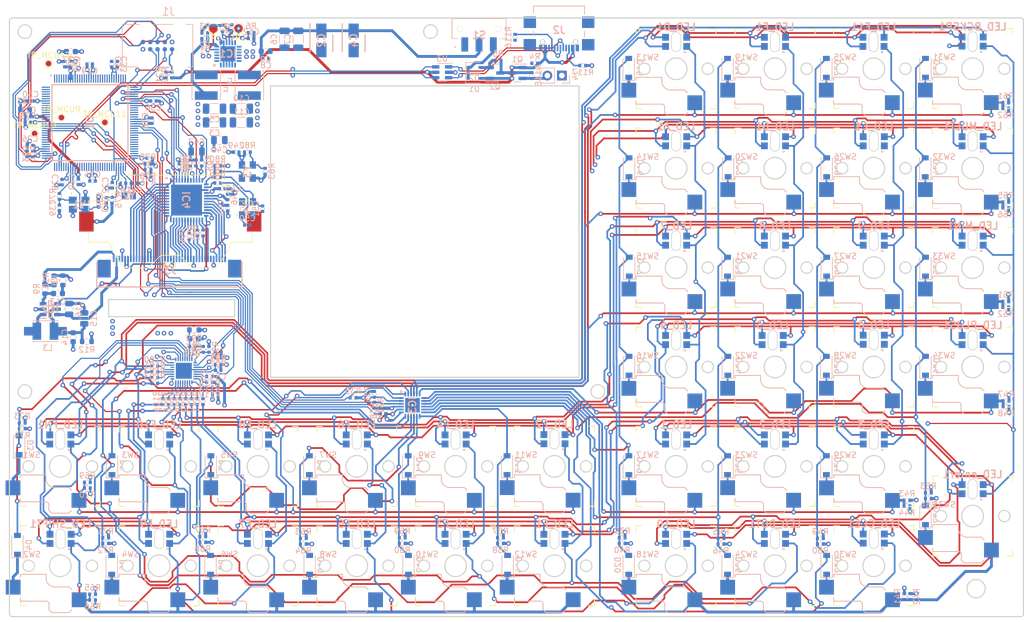
<source format=kicad_pcb>
(kicad_pcb (version 20211014) (generator pcbnew)
  (layers (0 "F.Cu" signal) (1 "In1.Cu" signal) (2 "In2.Cu" signal) (31 "B.Cu" signal) (34 "B.Paste" user) (35 "F.Paste" user) (36 "B.SilkS" user "B.Silkscreen") (37 "F.SilkS" user "F.Silkscreen") (38 "B.Mask" user) (39 "F.Mask" user) (44 "Edge.Cuts" user))
  (net 0 "")
  (net 1 "Net-(BT1-Pad1)")
  (net 2 "Net-(C2-Pad1)")
  (net 3 "GND")
  (net 4 "+1V2")
  (net 5 "/power/FB1")
  (net 6 "Net-(C13-Pad1)")
  (net 7 "Net-(C13-Pad2)")
  (net 8 "Net-(C14-Pad1)")
  (net 9 "+3V3")
  (net 10 "LED_P")
  (net 11 "COL4")
  (net 12 "Net-(D3-Pad1)")
  (net 13 "Net-(D4-Pad1)")
  (net 14 "COL5")
  (net 15 "Net-(D5-Pad1)")
  (net 16 "Net-(D6-Pad1)")
  (net 17 "COL6")
  (net 18 "Net-(D7-Pad1)")
  (net 19 "Net-(D8-Pad1)")
  (net 20 "COL7")
  (net 21 "Net-(D9-Pad1)")
  (net 22 "Net-(D10-Pad1)")
  (net 23 "COL8")
  (net 24 "Net-(D11-Pad1)")
  (net 25 "Net-(D12-Pad1)")
  (net 26 "COL9")
  (net 27 "Net-(D13-Pad1)")
  (net 28 "Net-(D14-Pad1)")
  (net 29 "COL0")
  (net 30 "Net-(D15-Pad1)")
  (net 31 "Net-(D16-Pad1)")
  (net 32 "Net-(D17-Pad1)")
  (net 33 "Net-(D18-Pad1)")
  (net 34 "Net-(D19-Pad1)")
  (net 35 "Net-(D20-Pad1)")
  (net 36 "COL1")
  (net 37 "Net-(D21-Pad1)")
  (net 38 "Net-(D22-Pad1)")
  (net 39 "Net-(D23-Pad1)")
  (net 40 "Net-(D24-Pad1)")
  (net 41 "Net-(D25-Pad1)")
  (net 42 "Net-(C34-Pad1)")
  (net 43 "Net-(C39-Pad1)")
  (net 44 "BATTERY_IN")
  (net 45 "USB_POWER_IN")
  (net 46 "Net-(IC1-Pad5)")
  (net 47 "Net-(C40-Pad1)")
  (net 48 "Net-(C41-Pad1)")
  (net 49 "Net-(C42-Pad2)")
  (net 50 "Net-(C50-Pad2)")
  (net 51 "Net-(IC1-Pad11)")
  (net 52 "Net-(C51-Pad1)")
  (net 53 "LED_SDB")
  (net 54 "Net-(IC1-Pad18)")
  (net 55 "Net-(D1-Pad1)")
  (net 56 "Net-(D2-Pad2)")
  (net 57 "Net-(D37-Pad1)")
  (net 58 "Net-(IC1-Pad1)")
  (net 59 "/power/SGND")
  (net 60 "Net-(LED_4-Pad2)")
  (net 61 "Net-(D26-Pad1)")
  (net 62 "COL2")
  (net 63 "Net-(D27-Pad1)")
  (net 64 "Net-(D28-Pad1)")
  (net 65 "Net-(D29-Pad1)")
  (net 66 "Net-(D30-Pad1)")
  (net 67 "Net-(D31-Pad1)")
  (net 68 "Net-(D32-Pad1)")
  (net 69 "COL3")
  (net 70 "Net-(D33-Pad1)")
  (net 71 "Net-(D34-Pad1)")
  (net 72 "Net-(D35-Pad1)")
  (net 73 "Net-(D36-Pad1)")
  (net 74 "Net-(IC2-Pad1)")
  (net 75 "KBD_RST")
  (net 76 "KBD_SDA")
  (net 77 "TFT_BCKL")
  (net 79 "TFT_SCLK")
  (net 80 "TFT_MISO")
  (net 81 "TFT_MOSI")
  (net 82 "TFT_CSn")
  (net 83 "Net-(IC4-Pad7)")
  (net 85 "Net-(IC4-Pad10)")
  (net 86 "TFT_INTn")
  (net 87 "TFT_PDn")
  (net 88 "/Buttons and interfaces/screen_and_driver/X1")
  (net 89 "/Buttons and interfaces/screen_and_driver/X2")
  (net 91 "/Buttons and interfaces/screen_and_driver/XR")
  (net 92 "/Buttons and interfaces/screen_and_driver/YU")
  (net 93 "/Buttons and interfaces/screen_and_driver/XL")
  (net 94 "/Buttons and interfaces/screen_and_driver/YD")
  (net 95 "/Buttons and interfaces/screen_and_driver/DE")
  (net 96 "Net-(IC4-Pad26)")
  (net 97 "Net-(IC4-Pad27)")
  (net 98 "/Buttons and interfaces/screen_and_driver/DISP")
  (net 99 "Net-(IC4-Pad29)")
  (net 100 "/Buttons and interfaces/screen_and_driver/B7")
  (net 101 "/Buttons and interfaces/screen_and_driver/B6")
  (net 102 "/Buttons and interfaces/screen_and_driver/B5")
  (net 103 "/Buttons and interfaces/screen_and_driver/B4")
  (net 104 "/Buttons and interfaces/screen_and_driver/B3")
  (net 105 "/Buttons and interfaces/screen_and_driver/B2")
  (net 106 "/Buttons and interfaces/screen_and_driver/G7")
  (net 107 "/Buttons and interfaces/screen_and_driver/G6")
  (net 108 "/Buttons and interfaces/screen_and_driver/G5")
  (net 109 "/Buttons and interfaces/screen_and_driver/G4")
  (net 110 "/Buttons and interfaces/screen_and_driver/G3")
  (net 111 "/Buttons and interfaces/screen_and_driver/G2")
  (net 112 "/Buttons and interfaces/screen_and_driver/R7")
  (net 113 "/Buttons and interfaces/screen_and_driver/R6")
  (net 114 "/Buttons and interfaces/screen_and_driver/R5")
  (net 115 "/Buttons and interfaces/screen_and_driver/R4")
  (net 116 "/Buttons and interfaces/screen_and_driver/R3")
  (net 117 "/Buttons and interfaces/screen_and_driver/R2")
  (net 118 "Net-(J1-Pad1)")
  (net 119 "MCU_RESET")
  (net 120 "/MCU/U0TX")
  (net 121 "/MCU/U0RX")
  (net 122 "Net-(J1-Pad6)")
  (net 123 "Net-(J1-Pad7)")
  (net 124 "Net-(J1-Pad8)")
  (net 125 "Net-(J1-Pad9)")
  (net 128 "/Buttons and interfaces/screen_and_driver/NC")
  (net 129 "/Buttons and interfaces/screen_and_driver/VSYNC")
  (net 130 "/Buttons and interfaces/screen_and_driver/HSYNC")
  (net 131 "/Buttons and interfaces/screen_and_driver/PCLK")
  (net 132 "LED_N")
  (net 133 "/Buttons and interfaces/keypad_leds/SW1")
  (net 134 "/Buttons and interfaces/keypad_leds/SW2")
  (net 135 "/Buttons and interfaces/keypad_leds/SW3")
  (net 136 "/Buttons and interfaces/keypad_leds/SW4")
  (net 137 "/Buttons and interfaces/keypad_leds/SW5")
  (net 138 "/Buttons and interfaces/keypad_leds/SW6")
  (net 139 "/Buttons and interfaces/keypad_leds/SW7")
  (net 140 "/Buttons and interfaces/keypad_leds/SW8")
  (net 141 "Net-(Q1-Pad3)")
  (net 142 "Net-(LED_4-Pad3)")
  (net 143 "Net-(LED_4-Pad4)")
  (net 144 "Net-(R77-Pad1)")
  (net 145 "Net-(R78-Pad1)")
  (net 146 "Net-(R81-Pad1)")
  (net 147 "Net-(R82-Pad1)")
  (net 148 "LED_SDA")
  (net 149 "Net-(R95-Pad1)")
  (net 150 "LED_SCL")
  (net 151 "/power/FB2")
  (net 152 "/Buttons and interfaces/keypad_leds/CS15")
  (net 153 "/Buttons and interfaces/keypad_leds/CS14")
  (net 154 "/Buttons and interfaces/keypad_leds/CS13")
  (net 155 "KBD_SCL")
  (net 156 "KBD_INT")
  (net 157 "/Buttons and interfaces/keypad_leds/CS12")
  (net 158 "ROW7")
  (net 159 "ROW6")
  (net 160 "ROW5")
  (net 161 "ROW4")
  (net 162 "ROW3")
  (net 163 "ROW2")
  (net 164 "ROW1")
  (net 165 "ROW0")
  (net 167 "/Buttons and interfaces/keypad_leds/CS11")
  (net 168 "/Buttons and interfaces/keypad_leds/CS10")
  (net 169 "/Buttons and interfaces/keypad_leds/CS9")
  (net 170 "/Buttons and interfaces/keypad_leds/CS8")
  (net 171 "/Buttons and interfaces/keypad_leds/CS7")
  (net 172 "/Buttons and interfaces/keypad_leds/CS6")
  (net 173 "/Buttons and interfaces/keypad_leds/CS5")
  (net 174 "/Buttons and interfaces/keypad_leds/CS4")
  (net 175 "/Buttons and interfaces/keypad_leds/CS3")
  (net 176 "/Buttons and interfaces/keypad_leds/CS2")
  (net 177 "/Buttons and interfaces/keypad_leds/CS1")
  (net 178 "USB0D0")
  (net 179 "USB0D1")
  (net 180 "USB0D2")
  (net 181 "USB0D3")
  (net 182 "USB0D4")
  (net 183 "USB0D5")
  (net 184 "USB0NXT")
  (net 185 "USB0DIR")
  (net 186 "USB0D7")
  (net 187 "USB0D6")
  (net 188 "SSI2_CS")
  (net 189 "SSI2_CLK")
  (net 190 "UART2_RX")
  (net 191 "SSI2_RX")
  (net 192 "SSI2_TX")
  (net 193 "UART2_TX")
  (net 194 "USB0EPEN")
  (net 195 "USB0PFLT")
  (net 196 "USB0ID")
  (net 197 "USB0VBUS")
  (net 198 "USB0STP")
  (net 199 "USB0CLK")
  (net 200 "SSI2_DAT3")
  (net 201 "SSI2_DAT2")
  (net 203 "Net-(C52-Pad1)")
  (net 204 "Net-(LED_1-Pad2)")
  (net 205 "Net-(LED_1-Pad3)")
  (net 206 "Net-(LED_1-Pad4)")
  (net 207 "Net-(LED_7-Pad2)")
  (net 208 "Net-(LED_7-Pad3)")
  (net 209 "Net-(LED_7-Pad4)")
  (net 210 "Net-(LED_A1-Pad2)")
  (net 211 "Net-(LED_A1-Pad3)")
  (net 212 "Net-(LED_A1-Pad4)")
  (net 213 "Net-(LED_BCKSP1-Pad2)")
  (net 214 "Net-(LED_BCKSP1-Pad3)")
  (net 215 "Net-(LED_BCKSP1-Pad4)")
  (net 251 "/MCU/clocks_and_power/VDDC")
  (net 252 "Net-(J2-PadA5)")
  (net 253 "Net-(J2-PadB5)")
  (net 254 "USB0D_in_P")
  (net 255 "USB0D_in_N")
  (net 256 "USB0D_P")
  (net 257 "USB0D_N")
  (footprint "kailh_choc_keys:Kailh_socket_PG1350" (layer "F.Cu") (at 208.19 122.45)
    (fp_text reference "SW34")
    (fp_text value "SW_Push")
  )
  (footprint "kailh_choc_keys:Kailh_socket_PG1350" (layer "F.Cu") (at 173.59 139.84)
    (fp_text reference "SW23")
    (fp_text value "SW_Push")
  )
  (footprint "kailh_choc_keys:Kailh_socket_PG1350" (layer "F.Cu") (at 135 139.83)
    (fp_text reference "SW11")
    (fp_text value "SW_Push")
  )
  (footprint "TestPoint:TestPoint_Pad_D1.5mm" (layer "F.Cu") (at 79.7 63.2 180)
    (fp_text reference "TP2")
    (fp_text value "1V5")
  )
  (footprint "TestPoint:TestPoint_Pad_D1.0mm" (layer "F.Cu") (at 56.3 79.65)
    (fp_text reference "TP_MCU11")
    (fp_text value "TestPoint_Small")
  )
  (footprint "kailh_choc_keys:Kailh_socket_PG1350" (layer "F.Cu") (at 100.39 139.86)
    (fp_text reference "SW7")
    (fp_text value "SW_Push")
  )
  (footprint "TestPoint:TestPoint_Pad_D1.5mm" (layer "F.Cu") (at 75.3 63.25 180)
    (fp_text reference "TP1")
    (fp_text value "1V5")
  )
  (footprint "kailh_choc_keys:Kailh_socket_PG1350" (layer "F.Cu") (at 117.7 139.86)
    (fp_text reference "SW9")
    (fp_text value "SW_Push")
  )
  (footprint "kailh_choc_keys:Kailh_socket_PG1350" (layer "F.Cu") (at 190.87 70.24)
    (fp_text reference "SW25")
    (fp_text value "SW_Push")
  )
  (footprint "kailh_choc_keys:Kailh_socket_PG1350" (layer "F.Cu") (at 117.7 157.25)
    (fp_text reference "SW10")
    (fp_text value "SW_Push")
  )
  (footprint "kailh_choc_keys:Kailh_socket_PG1350" (layer "F.Cu") (at 156.31 105.06)
    (fp_text reference "SW15")
    (fp_text value "SW_Push")
  )
  (footprint "kailh_choc_keys:Kailh_socket_PG1350" (layer "F.Cu") (at 208.22 148.56)
    (fp_text reference "SW35")
    (fp_text value "SW_Push")
  )
  (footprint "kailh_choc_keys:Kailh_socket_PG1350" (layer "F.Cu") (at 208.2 87.66)
    (fp_text reference "SW32")
    (fp_text value "SW_Push")
  )
  (footprint "kailh_choc_keys:Kailh_socket_PG1350" (layer "F.Cu") (at 190.9 139.87)
    (fp_text reference "SW29")
    (fp_text value "SW_Push")
  )
  (footprint "kailh_choc_keys:Kailh_socket_PG1350" (layer "F.Cu") (at 156.29 70.26)
    (fp_text reference "SW13")
    (fp_text value "SW_Push")
  )
  (footprint "kailh_choc_keys:Kailh_socket_PG1350" (layer "F.Cu") (at 190.9 87.65)
    (fp_text reference "SW26")
    (fp_text value "SW_Push")
  )
  (footprint "kailh_choc_keys:Kailh_socket_PG1350" (layer "F.Cu") (at 208.2 105.06)
    (fp_text reference "SW33")
    (fp_text value "SW_Push")
  )
  (footprint "TestPoint:TestPoint_Pad_D1.0mm" (layer "F.Cu") (at 48.7 78.8)
    (fp_text reference "TP_MCU9")
    (fp_text value "TestPoint_Small")
  )
  (footprint "kailh_choc_keys:Kailh_socket_PG1350" (layer "F.Cu") (at 65.8 157.25)
    (fp_text reference "SW4")
    (fp_text value "SW_Push")
  )
  (footprint "kailh_choc_keys:Kailh_socket_PG1350" (layer "F.Cu") (at 156.3 139.85)
    (fp_text reference "SW17")
    (fp_text value "SW_Push")
  )
  (footprint "kailh_choc_keys:Kailh_socket_PG1350" (layer "F.Cu") (at 48.49 139.86)
    (fp_text reference "SW1")
    (fp_text value "SW_Push")
  )
  (footprint "kailh_choc_keys:Kailh_socket_PG1350" (layer "F.Cu") (at 190.9 157.26)
    (fp_text reference "SW30")
    (fp_text value "SW_Push")
  )
  (footprint "kailh_choc_keys:Kailh_socket_PG1350" (layer "F.Cu") (at 156.3 87.65)
    (fp_text reference "SW14")
    (fp_text value "SW_Push")
  )
  (footprint "kailh_choc_keys:Kailh_socket_PG1350" (layer "F.Cu") (at 173.61 87.65)
    (fp_text reference "SW20")
    (fp_text value "SW_Push")
  )
  (footprint "TestPoint:TestPoint_Pad_D1.0mm" (layer "F.Cu") (at 44 81.6)
    (fp_text reference "TP_MCU10")
    (fp_text value "TestPoint_Small")
  )
  (footprint "kailh_choc_keys:Kailh_socket_PG1350" (layer "F.Cu") (at 173.6 105.05)
    (fp_text reference "SW21")
    (fp_text value "SW_Push")
  )
  (footprint "kailh_choc_keys:Kailh_socket_PG1350" (layer "F.Cu") (at 173.59 157.26)
    (fp_text reference "SW24")
    (fp_text value "SW_Push")
  )
  (footprint "kailh_choc_keys:Kailh_socket_PG1350" (layer "F.Cu") (at 173.59 122.44)
    (fp_text reference "SW22")
    (fp_text value "SW_Push")
  )
  (footprint "kailh_choc_keys:Kailh_socket_PG1350" (layer "F.Cu") (at 156.3 157.26)
    (fp_text reference "SW18")
    (fp_text value "SW_Push")
  )
  (footprint "kailh_choc_keys:Kailh_socket_PG1350" (layer "F.Cu") (at 173.6 70.25)
    (fp_text reference "SW19")
    (fp_text value "SW_Push")
  )
  (footprint "Battery:BatteryHolder_Keystone_1058_1x2032" (layer "F.Cu") (at 67.75 97)
    (fp_text reference "BT1")
    (fp_text value "Keystone 1058")
  )
  (footprint "TestPoint:TestPoint_Pad_D1.0mm" (layer "F.Cu") (at 46.45 69.35)
    (fp_text reference "TP_MCU42")
    (fp_text value "TestPoint_Small")
  )
  (footprint "kailh_choc_keys:Kailh_socket_PG1350" (layer "F.Cu") (at 100.41 157.26)
    (fp_text reference "SW8")
    (fp_text value "SW_Push")
  )
  (footprint "kailh_choc_keys:Kailh_socket_PG1350" (layer "F.Cu") (at 208.2 70.23)
    (fp_text reference "SW31")
    (fp_text value "SW_Push")
  )
  (footprint "kailh_choc_keys:Kailh_socket_PG1350" (layer "F.Cu") (at 135 157.25)
    (fp_text reference "SW12")
    (fp_text value "SW_Push")
  )
  (footprint "kailh_choc_keys:Kailh_socket_PG1350" (layer "F.Cu") (at 190.9 105.06)
    (fp_text reference "SW27")
    (fp_text value "SW_Push")
  )
  (footprint "kailh_choc_keys:Kailh_socket_PG1350" (layer "F.Cu") (at 48.53 157.26)
    (fp_text reference "SW2")
    (fp_text value "SW_Push")
  )
  (footprint "kailh_choc_keys:Kailh_socket_PG1350" (layer "F.Cu") (at 156.3 122.45)
    (fp_text reference "SW16")
    (fp_text value "SW_Push")
  )
  (footprint "kailh_choc_keys:Kailh_socket_PG1350" (layer "F.Cu") (at 190.89 122.43)
    (fp_text reference "SW28")
    (fp_text value "SW_Push")
  )
  (footprint "kailh_choc_keys:Kailh_socket_PG1350" (layer "F.Cu") (at 83.1 157.26)
    (fp_text reference "SW6")
    (fp_text value "SW_Push")
  )
  (footprint "kailh_choc_keys:Kailh_socket_PG1350" (layer "F.Cu") (at 83.1 139.85)
    (fp_text reference "SW5")
    (fp_text value "SW_Push")
  )
  (footprint "kailh_choc_keys:Kailh_socket_PG1350" (layer "F.Cu") (at 65.79 139.86)
    (fp_text reference "SW3")
    (fp_text value "SW_Push")
  )
  (footprint "Diode_SMD:D_SOD-123" (layer "B.Cu") (at 126.8 157.1 90)
    (fp_text reference "D14")
    (fp_text value "1N4148W")
  )
  (footprint "Resistor_SMD:R_0402_1005Metric" (layer "B.Cu") (at 73.475 128.525 -90)
    (fp_text reference "R111")
    (fp_text value "20R")
  )
  (footprint "SamacSys_Parts:CAPAE400X550N" (layer "B.Cu") (at 94.2 65.3 -90)
    (fp_text reference "C2")
    (fp_text value "100uF -865080545012" hide)
  )
  (footprint "Capacitor_SMD:C_0402_1005Metric" (layer "B.Cu") (at 84.5 68.5)
    (fp_text reference "C8")
    (fp_text value "100nF")
  )
  (footprint "SamacSys_Parts:QFP40P1600X1600X120-128N" (layer "B.Cu") (at 53.7 79.7 -90)
    (fp_text reference "U1")
    (fp_text value "TM4C1290NCPDTI3R" hide)
  )
  (footprint "Diode_SMD:D_SOD-123" (layer "B.Cu") (at 126.7 139.65 90)
    (fp_text reference "D13")
    (fp_text value "1N4148W")
  )
  (footprint "Resistor_SMD:R_0402_1005Metric" (layer "B.Cu") (at 78.5 63.05 -90)
    (fp_text reference "R1")
    (fp_text value "0R")
  )
  (footprint "Resistor_SMD:R_0402_1005Metric" (layer "B.Cu") (at 131.05 71.45 90)
    (fp_text reference "R115")
    (fp_text value "DNM")
  )
  (footprint "Resistor_SMD:R_0402_1005Metric" (layer "B.Cu") (at 108.36 152.35 180)
    (fp_text reference "R59")
    (fp_text value "10k")
  )
  (footprint "Capacitor_SMD:C_0402_1005Metric" (layer "B.Cu") (at 48.35 94.6 -90)
    (fp_text reference "C39")
    (fp_text value "18pF")
  )
  (footprint "VLS5045EX-3R3N:IND_VLS5045EX-3R3N" (layer "B.Cu") (at 81.6 73.15 -90)
    (fp_text reference "L2")
    (fp_text value "3.3uH")
  )
  (footprint "SamacSys_Parts:156120M173000" (layer "B.Cu") (at 156.3 117.75 180)
    (fp_text reference "LED_4")
    (fp_text value "156120M173000" hide)
    (fp_line (start -0.8 0.925) (end -0.8 -0.925) (layer "Edge.Cuts") (width 0.12))
    (fp_line (start 0.8 0.925) (end 0.8 -0.925) (layer "Edge.Cuts") (width 0.12))
    (fp_arc (start -0.8 -0.925) (mid 0 -1.725) (end 0.8 -0.925) (layer "Edge.Cuts") (width 0.12))
    (fp_arc (start 0.8 0.925) (mid 0 1.725) (end -0.8 0.925) (layer "Edge.Cuts") (width 0.12))
  )
  (footprint "Capacitor_SMD:C_0805_2012Metric" (layer "B.Cu") (at 50.05 112.3 90)
    (fp_text reference "C16")
    (fp_text value "0.27uF, 08055C274KAT2A")
  )
  (footprint "SamacSys_Parts:156120M173000" (layer "B.Cu") (at 156.3 65.55 180)
    (fp_text reference "LED_D1")
    (fp_text value "156120M173000" hide)
    (fp_line (start -0.8 0.925) (end -0.8 -0.925) (layer "Edge.Cuts") (width 0.12))
    (fp_line (start 0.8 0.925) (end 0.8 -0.925) (layer "Edge.Cuts") (width 0.12))
    (fp_arc (start 0.8 0.925) (mid 0 1.725) (end -0.8 0.925) (layer "Edge.Cuts") (width 0.12))
    (fp_arc (start -0.8 -0.925) (mid 0 -1.725) (end 0.8 -0.925) (layer "Edge.Cuts") (width 0.12))
  )
  (footprint "Resistor_SMD:R_0402_1005Metric" (layer "B.Cu") (at 125.56 153.35)
    (fp_text reference "R58")
    (fp_text value "DNM")
  )
  (footprint "Resistor_SMD:R_0402_1005Metric" (layer "B.Cu") (at 196.25 162.65 -90)
    (fp_text reference "R41")
    (fp_text value "DNM")
  )
  (footprint "Resistor_SMD:R_0402_1005Metric" (layer "B.Cu") (at 104.5 130.15 -90)
    (fp_text reference "R38")
    (fp_text value "10k")
  )
  (footprint "Resistor_SMD:R_0402_1005Metric" (layer "B.Cu") (at 76.135 119.825)
    (fp_text reference "R93")
    (fp_text value "2k")
  )
  (footprint "Capacitor_SMD:C_0402_1005Metric" (layer "B.Cu") (at 51.65 90.05 -90)
    (fp_text reference "C20")
    (fp_text value "100nF")
  )
  (footprint "Resistor_SMD:R_0402_1005Metric" (layer "B.Cu") (at 81.9 63.95 180)
    (fp_text reference "R6")
    (fp_text value "147k")
  )
  (footprint "Diode_SMD:D_SOD-123" (layer "B.Cu") (at 57.5 157.1 90)
    (fp_text reference "D6")
    (fp_text value "1N4148W")
  )
  (footprint "Resistor_SMD:R_0402_1005Metric" (layer "B.Cu") (at 72.5 99 -90)
    (fp_text reference "R91")
    (fp_text value "33")
  )
  (footprint "Diode_SMD:D_SOD-123" (layer "B.Cu") (at 182.65 157.1 90)
    (fp_text reference "D32")
    (fp_text value "1N4148W")
  )
  (footprint "Resistor_SMD:R_0402_1005Metric" (layer "B.Cu") (at 73.525 119.375 -90)
    (fp_text reference "R96")
    (fp_text value "DNM")
  )
  (footprint "Diode_SMD:D_SOD-123" (layer "B.Cu") (at 182.65 104.9 90)
    (fp_text reference "D29")
    (fp_text value "1N4148W")
  )
  (footprint "Package_TO_SOT_SMD:SOT-23" (layer "B.Cu") (at 124.6 71)
    (fp_text reference "Q2")
    (fp_text value "DNM")
  )
  (footprint "Capacitor_SMD:C_1206_3216Metric" (layer "B.Cu") (at 75.5 79.65)
    (fp_text reference "C3")
    (fp_text value "22uF")
  )
  (footprint "Diode_SMD:D_SOD-123" (layer "B.Cu") (at 165.4 87.5 90)
    (fp_text reference "D22")
    (fp_text value "1N4148W")
  )
  (footprint "Diode_SMD:D_SOD-123" (layer "B.Cu") (at 165.35 122.25 90)
    (fp_text reference "D24")
    (fp_text value "1N4148W")
  )
  (footprint "SamacSys_Parts:ECS3225MVLC120CNTR" (layer "B.Cu") (at 81.25 88.25 -90)
    (fp_text reference "Y3")
    (fp_text value "ECS-3225MVLC-120-CN-TR" hide)
  )
  (footprint "Resistor_SMD:R_0402_1005Metric" (layer "B.Cu") (at 41.84 133.25)
    (fp_text reference "R74")
    (fp_text value "DNM")
  )
  (footprint "SamacSys_Parts:156120M173000" (layer "B.Cu") (at 173.6 152.55 180)
    (fp_text reference "LED_DOT1")
    (fp_text value "156120M173000" hide)
    (fp_line (start -0.8 0.925) (end -0.8 -0.925) (layer "Edge.Cuts") (width 0.12))
    (fp_line (start 0.8 0.925) (end 0.8 -0.925) (layer "Edge.Cuts") (width 0.12))
    (fp_arc (start 0.8 0.925) (mid 0 1.725) (end -0.8 0.925) (layer "Edge.Cuts") (width 0.12))
    (fp_arc (start -0.8 -0.925) (mid 0 -1.725) (end 0.8 -0.925) (layer "Edge.Cuts") (width 0.12))
  )
  (footprint "Resistor_SMD:R_0402_1005Metric" (layer "B.Cu") (at 81.25 84.85 180)
    (fp_text reference "R82")
    (fp_text value "DNM")
  )
  (footprint "SamacSys_Parts:CAPAE400X550N" (layer "B.Cu") (at 99.85 65.3 -90)
    (fp_text reference "C4")
    (fp_text value "10uF - 865080440002" hide)
  )
  (footprint "Resistor_SMD:R_0402_1005Metric" (layer "B.Cu") (at 53.24 143.655)
    (fp_text reference "R70")
    (fp_text value "DNM")
  )
  (footprint "Resistor_SMD:R_0402_1005Metric" (layer "B.Cu") (at 54.14 163.25)
    (fp_text reference "R66")
    (fp_text value "DNM")
  )
  (footprint "Resistor_SMD:R_0402_1005Metric" (layer "B.Cu") (at 65.025 125.325 180)
    (fp_text reference "R103")
    (fp_text value "20R")
  )
  (footprint "SamacSys_Parts:156120M173000" (layer "B.Cu") (at 173.6 100.35 180)
    (fp_text reference "LED_8")
    (fp_text value "156120M173000" hide)
    (fp_line (start -0.8 0.925) (end -0.8 -0.925) (layer "Edge.Cuts") (width 0.12))
    (fp_line (start 0.8 0.925) (end 0.8 -0.925) (layer "Edge.Cuts") (width 0.12))
    (fp_arc (start -0.8 -0.925) (mid 0 -1.725) (end 0.8 -0.925) (layer "Edge.Cuts") (width 0.12))
    (fp_arc (start 0.8 0.925) (mid 0 1.725) (end -0.8 0.925) (layer "Edge.Cuts") (width 0.12))
  )
  (footprint "Resistor_SMD:R_0402_1005Metric" (layer "B.Cu") (at 91.04 153.45)
    (fp_text reference "R64")
    (fp_text value "DNM")
  )
  (footprint "SamacSys_Parts:ABM8AIG25000MHZ122ZT3" (layer "B.Cu") (at 81.275 94.7 90)
    (fp_text reference "Y4")
    (fp_text value "ABM8AIG-12.000MHZ-1Z-T" hide)
  )
  (footprint "Capacitor_SMD:C_0402_1005Metric" (layer "B.Cu") (at 48.8 90.1 -90)
    (fp_text reference "C25")
    (fp_text value "100nF")
  )
  (footprint "Resistor_SMD:R_0402_1005Metric" (layer "B.Cu") (at 200.45 144.5 180)
    (fp_text reference "R53")
    (fp_text value "10k")
  )
  (footprint "Resistor_SMD:R_0402_1005Metric" (layer "B.Cu") (at 128.1 64.75 -90)
    (fp_text reference "R116")
    (fp_text value "5.1k")
  )
  (footprint "Resistor_SMD:R_0402_1005Metric" (layer "B.Cu") (at 103.45 127.25 -90)
    (fp_text reference "R36")
    (fp_text value "4.7k")
  )
  (footprint "SamacSys_Parts:156120M173000" (layer "B.Cu") (at 208.2 143.85 180)
    (fp_text reference "LED_enter1")
    (fp_text value "156120M173000" hide)
    (fp_line (start -0.8 0.925) (end -0.8 -0.925) (layer "Edge.Cuts") (width 0.12))
    (fp_line (start 0.8 0.925) (end 0.8 -0.925) (layer "Edge.Cuts") (width 0.12))
    (fp_arc (start 0.8 0.925) (mid 0 1.725) (end -0.8 0.925) (layer "Edge.Cuts") (width 0.12))
    (fp_arc (start -0.8 -0.925) (mid 0 -1.725) (end 0.8 -0.925) (layer "Edge.Cuts") (width 0.12))
  )
  (footprint "Resistor_SMD:R_0402_1005Metric" (layer "B.Cu") (at 56.44 152.35 180)
    (fp_text reference "R71")
    (fp_text value "10k")
  )
  (footprint "Resistor_SMD:R_0402_1005Metric" (layer "B.Cu") (at 73.25 86.75 90)
    (fp_text reference "R84")
    (fp_text value "100k")
  )
  (footprint "Capacitor_SMD:C_0402_1005Metric" (layer "B.Cu") (at 55.2 94 90)
    (fp_text reference "C40")
    (fp_text value "18pF")
  )
  (footprint "oskar_design:IS31FL3729_QFN32" (layer "B.Cu") (at 72.725 125.725 90)
    (fp_text reference "U2")
    (fp_text value "IS31FL3729")
  )
  (footprint "SamacSys_Parts:156120M173000" (layer "B.Cu") (at 48.55 152.55 180)
    (fp_text reference "LED_SHIFT1")
    (fp_text value "156120M173000" hide)
    (fp_line (start -0.8 0.925) (end -0.8 -0.925) (layer "Edge.Cuts") (width 0.12))
    (fp_line (start 0.8 0.925) (end 0.8 -0.925) (layer "Edge.Cuts") (width 0.12))
    (fp_arc (start -0.8 -0.925) (mid 0 -1.725) (end 0.8 -0.925) (layer "Edge.Cuts") (width 0.12))
    (fp_arc (start 0.8 0.925) (mid 0 1.725) (end -0.8 0.925) (layer "Edge.Cuts") (width 0.12))
  )
  (footprint "Resistor_SMD:R_0402_1005Metric" (layer "B.Cu") (at 214 111 180)
    (fp_text reference "R51")
    (fp_text value "DNM")
  )
  (footprint "Capacitor_SMD:C_0402_1005Metric" (layer "B.Cu") (at 50.3 69.45 90)
    (fp_text reference "C35")
    (fp_text value "100nF")
  )
  (footprint "SamacSys_Parts:NX3225GA25000MSTDCRG2" (layer "B.Cu") (at 51.8 94.05)
    (fp_text reference "Y1")
    (fp_text value "NX3225GA-25.000M-STD-CRG-2" hide)
  )
  (footprint "Resistor_SMD:R_0402_1005Metric" (layer "B.Cu") (at 74.525 119.375 90)
    (fp_text reference "R95")
    (fp_text value "100k")
  )
  (footprint "Capacitor_SMD:C_0402_1005Metric" (layer "B.Cu") (at 76.135 123.025)
    (fp_text reference "C54")
    (fp_text value "100nF")
  )
  (footprint "Resistor_SMD:R_0402_1005Metric" (layer "B.Cu") (at 214 76.2 180)
    (fp_text reference "R61")
    (fp_text value "DNM")
  )
  (footprint "SamacSys_Parts:156120M173000" (layer "B.Cu") (at 117.7 135.15 180)
    (fp_text reference "LED_F4")
    (fp_text value "156120M173000" hide)
    (fp_line (start -0.8 0.925) (end -0.8 -0.925) (layer "Edge.Cuts") (width 0.12))
    (fp_line (start 0.8 0.925) (end 0.8 -0.925) (layer "Edge.Cuts") (width 0.12))
    (fp_arc (start 0.8 0.925) (mid 0 1.725) (end -0.8 0.925) (layer "Edge.Cuts") (width 0.12))
    (fp_arc (start -0.8 -0.925) (mid 0 -1.725) (end 0.8 -0.925) (layer "Edge.Cuts") (width 0.12))
  )
  (footprint "SamacSys_Parts:156120M173000" (layer "B.Cu") (at 135 135.1 180)
    (fp_text reference "LED_F2")
    (fp_text value "156120M173000" hide)
    (fp_line (start 0.8 0.925) (end 0.8 -0.925) (layer "Edge.Cuts") (width 0.12))
    (fp_line (start -0.8 0.925) (end -0.8 -0.925) (layer "Edge.Cuts") (width 0.12))
    (fp_arc (start 0.8 0.925) (mid 0 1.725) (end -0.8 0.925) (layer "Edge.Cuts") (width 0.12))
    (fp_arc (start -0.8 -0.925) (mid 0 -1.725) (end 0.8 -0.925) (layer "Edge.Cuts") (width 0.12))
  )
  (footprint "Resistor_SMD:R_0402_1005Metric" (layer "B.Cu") (at 76.05 87.25 180)
    (fp_text reference "R80")
    (fp_text value "0")
  )
  (footprint "Resistor_SMD:R_0402_1005Metric" (layer "B.Cu") (at 146.85 153.35)
    (fp_text reference "R40")
    (fp_text value "DNM")
  )
  (footprint "Resistor_SMD:R_0402_1005Metric" (layer "B.Cu") (at 67 71.35 -90)
    (fp_text reference "R21")
    (fp_text value "0R")
  )
  (footprint "Resistor_SMD:R_0402_1005Metric" (layer "B.Cu") (at 68.475 128.525 -90)
    (fp_text reference "R106")
    (fp_text value "20R")
  )
  (footprint "SamacSys_Parts:156120M173000" (layer "B.Cu") (at 156.3 82.95 180)
    (fp_text reference "LED_A1")
    (fp_text value "156120M173000" hide)
    (fp_line (start -0.8 0.925) (end -0.8 -0.925) (layer "Edge.Cuts") (width 0.12))
    (fp_line (start 0.8 0.925) (end 0.8 -0.925) (layer "Edge.Cuts") (width 0.12))
    (fp_arc (start -0.8 -0.925) (mid 0 -1.725) (end 0.8 -0.925) (layer "Edge.Cuts") (width 0.12))
    (fp_arc (start 0.8 0.925) (mid 0 1.725) (end -0.8 0.925) (layer "Edge.Cuts") (width 0.12))
  )
  (footprint "SamacSys_Parts:156120M173000" (layer "B.Cu") (at 208.2 82.95 180)
    (fp_text reference "LED_MULT1")
    (fp_text value "156120M173000" hide)
    (fp_line (start 0.8 0.925) (end 0.8 -0.925) (layer "Edge.Cuts") (width 0.12))
    (fp_line (start -0.8 0.925) (end -0.8 -0.925) (layer "Edge.Cuts") (width 0.12))
    (fp_arc (start -0.8 -0.925) (mid 0 -1.725) (end 0.8 -0.925) (layer "Edge.Cuts") (width 0.12))
    (fp_arc (start 0.8 0.925) (mid 0 1.725) (end -0.8 0.925) (layer "Edge.Cuts") (width 0.12))
  )
  (footprint "Diode_SMD:D_SOD-123" (layer "B.Cu") (at 92.15 157.1 90)
    (fp_text reference "D10")
    (fp_text value "1N4148W")
  )
  (footprint "Resistor_SMD:R_0402_1005Metric" (layer "B.Cu") (at 57.55 93.25 90)
    (fp_text reference "R75")
    (fp_text value "51R")
  )
  (footprint "SamacSys_Parts:156120M173000" (layer "B.Cu") (at 48.5 135.15 180)
    (fp_text reference "LED_FN1")
    (fp_text value "156120M173000" hide)
    (fp_line (start 0.8 0.925) (end 0.8 -0.925) (layer "Edge.Cuts") (width 0.12))
    (fp_line (start -0.8 0.925) (end -0.8 -0.925) (layer "Edge.Cuts") (width 0.12))
    (fp_arc (start 0.8 0.925) (mid 0 1.725) (end -0.8 0.925) (layer "Edge.Cuts") (width 0.12))
    (fp_arc (start -0.8 -0.925) (mid 0 -1.725) (end 0.8 -0.925) (layer "Edge.Cuts") (width 0.12))
  )
  (footprint "Capacitor_SMD:C_0402_1005Metric" (layer "B.Cu") (at 64.8 75.9)
    (fp_text reference "C36")
    (fp_text value "100nF")
  )
  (footprint "Resistor_SMD:R_0603_1608Metric" (layer "B.Cu") (at 47.4 107.3 -90)
    (fp_text reference "R10")
    (fp_text value "2.37R CRCW06032R37FKEA")
  )
  (footprint "TC2050-IDC:TAG-CONNECT_TC2050-IDC" (layer "B.Cu") (at 65.52 66.215 180)
    (fp_text reference "J1")
    (fp_text value "TC2050-IDC")
  )
  (footprint "Capacitor_SMD:C_0402_1005Metric" (layer "B.Cu") (at 49.3 69.45 90)
    (fp_text reference "C32")
    (fp_text value "100nF")
  )
  (footprint "Capacitor_SMD:C_0402_1005Metric" (layer "B.Cu") (at 81.9 64.95 180)
    (fp_text reference "C12")
    (fp_text value "12pF")
  )
  (footprint "Resistor_SMD:R_0402_1005Metric" (layer "B.Cu") (at 73.5 99 -90)
    (fp_text reference "R92")
    (fp_text value "33")
  )
  (footprint "Resistor_SMD:R_0402_1005Metric" (layer "B.Cu") (at 63.85 87.9)
    (fp_text reference "R78")
    (fp_text value "DNM")
  )
  (footprint "Resistor_SMD:R_0402_1005Metric" (layer "B.Cu") (at 53.24 142.655 180)
    (fp_text reference "R69")
    (fp_text value "DNM")
  )
  (footprint "Resistor_SMD:R_0402_1005Metric" (layer "B.Cu") (at 91.05 152.45 180)
    (fp_text reference "R63")
    (fp_text value "10k")
  )
  (footprint "SamacSys_Parts:156120M173000" (layer "B.Cu") (at 65.8 135.15 180)
    (fp_text reference "LED_F10")
    (fp_text value "156120M173000" hide)
    (fp_line (start -0.8 0.925) (end -0.8 -0.925) (layer "Edge.Cuts") (width 0.12))
    (fp_line (start 0.8 0.925) (end 0.8 -0.925) (layer "Edge.Cuts") (width 0.12))
    (fp_arc (start 0.8 0.925) (mid 0 1.725) (end -0.8 0.925) (layer "Edge.Cuts") (width 0.12))
    (fp_arc (start -0.8 -0.925) (mid 0 -1.725) (end 0.8 -0.925) (layer "Edge.Cuts") (width 0.12))
  )
  (footprint "SamacSys_Parts:156120M173000" (layer "B.Cu") (at 173.2 117.75 180)
    (fp_text reference "LED_5")
    (fp_text value "156120M173000" hide)
    (fp_line (start 0.8 0.925) (end 0.8 -0.925) (layer "Edge.Cuts") (width 0.12))
    (fp_line (start -0.8 0.925) (end -0.8 -0.925) (layer "Edge.Cuts") (width 0.12))
    (fp_arc (start -0.8 -0.925) (mid 0 -1.725) (end 0.8 -0.925) (layer "Edge.Cuts") (width 0.12))
    (fp_arc (start 0.8 0.925) (mid 0 1.725) (end -0.8 0.925) (layer "Edge.Cuts") (width 0.12))
  )
  (footprint "SamacSys_Parts:156120M173000" (layer "B.Cu") (at 83.1 152.55 180)
    (fp_text reference "LED_F7")
    (fp_text value "156120M173000" hide)
    (fp_line (start -0.8 0.925) (end -0.8 -0.925) (layer "Edge.Cuts") (width 0.12))
    (fp_line (start 0.8 0.925) (end 0.8 -0.925) (layer "Edge.Cuts") (width 0.12))
    (fp_arc (start 0.8 0.925) (mid 0 1.725) (end -0.8 0.925) (layer "Edge.Cuts") (width 0.12))
    (fp_arc (start -0.8 -0.925) (mid 0 -1.725) (end 0.8 -0.925) (layer "Edge.Cuts") (width 0.12))
  )
  (footprint "Resistor_SMD:R_0402_1005Metric" (layer "B.Cu") (at 72.25 86.75 -90)
    (fp_text reference "R89")
    (fp_text value "100k")
  )
  (footprint "Resistor_SMD:R_0402_1005Metric" (layer "B.Cu") (at 74.625 126.125)
    (fp_text reference "R112")
    (fp_text value "20R")
  )
  (footprint "Package_TO_SOT_SMD:SOT-23-6" (layer "B.Cu") (at 115.35 70.88 180)
    (fp_text reference "U3")
    (fp_text value "USBLC6-2SC6")
  )
  (footprint "SamacSys_Parts:156120M173000" (layer "B.Cu") (at 190.9 117.7 180)
    (fp_text reference "LED_6")
    (fp_text value "156120M173000" hide)
    (fp_line (start 0.8 0.925) (end 0.8 -0.925) (layer "Edge.Cuts") (width 0.12))
    (fp_line (start -0.8 0.925) (end -0.8 -0.925) (layer "Edge.Cuts") (width 0.12))
    (fp_arc (start -0.8 -0.925) (mid 0 -1.725) (end 0.8 -0.925) (layer "Edge.Cuts") (width 0.12))
    (fp_arc (start 0.8 0.925) (mid 0 1.725) (end -0.8 0.925) (layer "Edge.Cuts") (width 0.12))
  )
  (footprint "Resistor_SMD:R_0402_1005Metric" (layer "B.Cu") (at 41.84 132.26 180)
    (fp_text reference "R73")
    (fp_text value "10k")
  )
  (footprint "Resistor_SMD:R_0402_1005Metric" (layer "B.Cu") (at 181.55 152.45 180)
    (fp_text reference "R49")
    (fp_text value "10k")
  )
  (footprint "Resistor_SMD:R_0402_1005Metric" (layer "B.Cu") (at 214 93.6 180)
    (fp_text reference "R55")
    (fp_text value "DNM")
  )
  (footprint "Resistor_SMD:R_0402_1005Metric" (layer "B.Cu") (at 103.5 129.15 90)
    (fp_text reference "R37")
    (fp_text value "4.7k")
  )
  (footprint "Resistor_SMD:R_0402_1005Metric" (layer "B.Cu") (at 63.85 88.9)
    (fp_text reference "R76")
    (fp_text value "50k")
  )
  (footprint "Capacitor_SMD:C_0402_1005Metric" (layer "B.Cu") (at 54.15 89.9 180)
    (fp_text reference "C24")
    (fp_text value "100nF")
  )
  (footprint "Diode_SMD:D_SOD-123" (layer "B.Cu") (at 165.3 157.1 90)
    (fp_text reference "D26")
    (fp_text value "1N4148W")
  )
  (footprint "Diode_SMD:D_SOD-123" (layer "B.Cu") (at 109.45 157.1 90)
    (fp_text reference "D12")
    (fp_text value "1N4148W")
  )
  (footprint "Capacitor_SMD:C_0402_1005Metric" (layer "B.Cu") (at 81.25 97.6 180)
    (fp_text reference "C50")
    (fp_text value "18pF")
  )
  (footprint "Resistor_SMD:R_0402_1005Metric" (layer "B.Cu") (at 197.25 162.65 90)
    (fp_text reference "R42")
    (fp_text value "DNM")
  )
  (footprint "Capacitor_SMD:C_0402_1005Metric" (layer "B.Cu") (at 64.55 79.35 -90)
    (fp_text reference "C38")
    (fp_text value "100nF")
  )
  (footprint "Capacitor_SMD:C_1206_3216Metric" (layer "B.Cu") (at 80.2 77.25 180)
    (fp_text reference "C10")
    (fp_text value "22uF")
  )
  (footprint "Resistor_SMD:R_0402_1005Metric" (layer "B.Cu") (at 181.55 153.45)
    (fp_text reference "R50")
    (fp_text value "DNM")
  )
  (footprint "Capacitor_SMD:C_0402_1005Metric" (layer "B.Cu") (at 71.625 118.875)
    (fp_text reference "C52")
    (fp_text value "100nF")
  )
  (footprint "Resistor_SMD:R_0402_1005Metric" (layer "B.Cu") (at 196.7 145.8 180)
    (fp_text reference "R43")
    (fp_text value "DNM")
  )
  (footprint "Resistor_SMD:R_0402_1005Metric" (layer "B.Cu") (at 69.475 128.525 -90)
    (fp_text reference "R107")
    (fp_text value "51R")
  )
  (footprint "SamacSys_Parts:156120M173000" (layer "B.Cu") (at 190.9 100.35 180)
    (fp_text reference "LED_9")
    (fp_text value "156120M173000" hide)
    (fp_line (start 0.8 0.925) (end 0.8 -0.925) (layer "Edge.Cuts") (width 0.12))
    (fp_line (start -0.8 0.925) (end -0.8 -0.925) (layer "Edge.Cuts") (width 0.12))
    (fp_arc (start -0.8 -0.925) (mid 0 -1.725) (end 0.8 -0.925) (layer "Edge.Cuts") (width 0.12))
    (fp_arc (start 0.8 0.925) (mid 0 1.725) (end -0.8 0.925) (layer "Edge.Cuts") (width 0.12))
  )
  (footprint "Resistor_SMD:R_0402_1005Metric" (layer "B.Cu") (at 43.7 85.15 -90)
    (fp_text reference "R23")
    (fp_text value "10k")
  )
  (footprint "Capacitor_SMD:C_0402_1005Metric" (layer "B.Cu") (at 105.5 130.15 -90)
    (fp_text reference "C19")
    (fp_text value "1uF")
  )
  (footprint "Diode_SMD:D_SOD-123" (layer "B.Cu") (at 41 153.6 90)
    (fp_text reference "D4")
    (fp_text value "1N4148W")
  )
  (footprint "LQH43MN150K03L:IND_LQH43MN150K03L" (layer "B.Cu") (at 45.9 116.2)
    (fp_text reference "L3")
    (fp_text value "LQH43MN150K03L")
  )
  (footprint "Resistor_SMD:R_0402_1005Metric" (layer "B.Cu") (at 125.55 152.35 180)
    (fp_text reference "R57")
    (fp_text value "10k")
  )
  (footprint "Capacitor_SMD:C_1206_3216Metric" (layer "B.Cu") (at 90.15 65.1 -90)
    (fp_text reference "C7")
    (fp_text value "22uF")
  )
  (footprint "Diode_SMD:D_SOD-323" (layer "B.Cu") (at 120.95 70)
    (fp_text reference "D2")
    (fp_text value "BAT60AE6327HTSA1")
  )
  (footprint "Capacitor_SMD:C_0805_2012Metric" (layer "B.Cu") (at 72.35 84.75 180)
    (fp_text reference "C47")
    (fp_text value "4.7uF")
  )
  (footprint "SamacSys_Parts:QFN50P700X700X100-49N-D" (layer "B.Cu") (at 70.6 93.25 -90)
    (fp_text reference "IC4")
    (fp_text value "FT800Q-R" hide)
  )
  (footprint "Capacitor_SMD:C_0402_1005Metric" (layer "B.Cu") (at 53.65 69.45)
    (fp_text reference "C29")
    (fp_text value "100nF")
  )
  (footprint "Resistor_SMD:R_0402_1005Metric" (layer "B.Cu") (at 146.85 152.35 180)
    (fp_text reference "R39")
    (fp_text value "10k")
  )
  (footprint "Resistor_SMD:R_0402_1005Metric" (layer "B.Cu") (at 73.79 65)
    (fp_text reference "R2")
    (fp_text value "100k")
  )
  (footprint "Resistor_SMD:R_0603_1608Metric" (layer "B.Cu") (at 53.15 118)
    (fp_text reference "R12")
    (fp_text value "0R")
  )
  (footprint "Capacitor_SMD:C_0402_1005Metric" (layer "B.Cu") (at 79.3 84.85 180)
    (fp_text reference "C49")
    (fp_text value "0.1uF")
  )
  (footprint "Resistor_SMD:R_0402_1005Metric" (layer "B.Cu") (at 214 112)
    (fp_text reference "R52")
    (fp_text value "DNM")
  )
  (footprint "Capacitor_SMD:C_0402_1005Metric" (layer "B.Cu") (at 76.85 91.25)
    (fp_text reference "C45")
    (fp_text value "0.1uF")
  )
  (footprint "Capacitor_SMD:C_1206_3216Metric" (layer "B.Cu") (at 75.5 77.25)
    (fp_text reference "C5")
    (fp_text value "22uF")
  )
  (footprint "Capacitor_SMD:C_1206_3216Metric" (layer "B.Cu") (at 87.75 65.1 -90)
    (fp_text reference "C6")
    (fp_text value "22uF")
  )
  (footprint "SamacSys_Parts:USB4110GFA" (layer "B.Cu") (at 135.8 62.95)
    (fp_text reference "J2")
    (fp_text value "USB4110-GF-A" hide)
  )
  (footprint "Resistor_SMD:R_0402_1005Metric" (layer "B.Cu") (at 71.475 128.525 -90)
    (fp_text reference "R109")
    (fp_text value "20R")
  )
  (footprint "Capacitor_SMD:C_0402_1005Metric" (layer "B.Cu") (at 59.47 90.3)
    (fp_text reference "C42")
    (fp_text value "18pF")
  )
  (footprint "Diode_SMD:D_SOD-123" (layer "B.Cu") (at 165.3 70.1 90)
    (fp_text reference "D21")
    (fp_text value "1N4148W")
  )
  (footprint "Diode_SMD:D_SOD-123" (layer "B.Cu") (at 182.65 87.5 90)
    (fp_text reference "D28")
    (fp_text value "1N4148W")
  )
  (footprint "SamacSys_Parts:156120M173000" (layer "B.Cu") (at 156.3 135.15 180)
    (fp_text reference "LED_1")
    (fp_text value "156120M173000" hide)
    (fp_line (start 0.8 0.925) (end 0.8 -0.925) (layer "Edge.Cuts") (width 0.12))
    (fp_line (start -0.8 0.925) (end -0.8 -0.925) (layer "Edge.Cuts") (width 0.12))
    (fp_arc (start 0.8 0.925) (mid 0 1.725) (end -0.8 0.925) (layer "Edge.Cuts") (width 0.12))
    (fp_arc (start -0.8 -0.925) (mid 0 -1.725) (end 0.8 -0.925) (layer "Edge.Cuts") (width 0.12))
  )
  (footprint "Resistor_SMD:R_0402_1005Metric" (layer "B.Cu") (at 63.85 86.9 180)
    (fp_text reference "R79")
    (fp_text value "0R")
  )
  (footprint "SamacSys_Parts:156120M173000" (layer "B.Cu") (at 100.4 135.15 180)
    (fp_text reference "LED_F6")
    (fp_text value "156120M173000" hide)
    (fp_line (start 0.8 0.925) (end 0.8 -0.925) (layer "Edge.Cuts") (width 0.12))
    (fp_line (start -0.8 0.925) (end -0.8 -0.925) (layer "Edge.Cuts") (width 0.12))
    (fp_arc (start -0.8 -0.925) (mid 0 -1.725) (end 0.8 -0.925) (layer "Edge.Cuts") (width 0.12))
    (fp_arc (start 0.8 0.925) (mid 0 1.725) (end -0.8 0.925) (layer "Edge.Cuts") (width 0.12))
  )
  (footprint "Resistor_SMD:R_0402_1005Metric" (layer "B.Cu") (at 76.135 120.825)
    (fp_text reference "R97")
    (fp_text value "2k")
  )
  (footprint "Diode_SMD:D_SOD-123" (layer "B.Cu") (at 148 70.1 90)
    (fp_text reference "D15")
    (fp_text value "1N4148W")
  )
  (footprint "Resistor_SMD:R_0402_1005Metric" (layer "B.Cu") (at 196.7 146.8)
    (fp_text reference "R44")
    (fp_text value "DNM")
  )
  (footprint "Resistor_SMD:R_0402_1005Metric" (layer "B.Cu") (at 73.44 153.15)
    (fp_text reference "R68")
    (fp_text value "DNM")
  )
  (footprint "Diode_SMD:D_SOD-123" (layer "B.Cu") (at 199.95 104.9 90)
    (fp_text reference "D35")
    (fp_text value "1N4148W")
  )
  (footprint "SamacSys_Parts:156120M173000" (layer "B.Cu") (at 173.6 65.55 180)
    (fp_text reference "LED_E1")
    (fp_text value "156120M173000" hide)
    (fp_line (start -0.8 0.925) (end -0.8 -0.925) (layer "Edge.Cuts") (width 0.12))
    (fp_line (start 0.8 0.925) (end 0.8 -0.925) (layer "Edge.Cuts") (width 0.12))
    (fp_arc (start -0.8 -0.925) (mid 0 -1.725) (end 0.8 -0.925) (layer "Edge.Cuts") (width 0.12))
    (fp_arc (start 0.8 0.925) (mid 0 1.725) (end -0.8 0.925) (layer "Edge.Cuts") (width 0.12))
  )
  (footprint "Resistor_SMD:R_0402_1005Metric" (layer "B.Cu") (at 74.625 125.125)
    (fp_text reference "R113")
    (fp_text value "51R")
  )
  (footprint "Resistor_SMD:R_0402_1005Metric" (layer "B.Cu") (at 68.02 71.34 -90)
    (fp_text reference "R22")
    (fp_text value "DNM")
  )
  (footprint "Resistor_SMD:R_0402_1005Metric" (layer "B.Cu") (at 84.35 88.2 90)
    (fp_text reference "R83")
    (fp_text value "DNM")
  )
  (footprint "Diode_SMD:D_SOD-123" (layer "B.Cu") (at 41.3 136.15 90)
    (fp_text reference "D3")
    (fp_text value "1N4148W")
  )
  (footprint "Resistor_SMD:R_0402_1005Metric" (layer "B.Cu") (at 164.15 153.45)
    (fp_text reference "R46")
    (fp_text value "DNM")
  )
  (footprint "SamacSys_Parts:156120M173000" (layer "B.Cu") (at 208.2 65.5 180)
    (fp_text reference "LED_BCKSP1")
    (fp_text value "156120M173000" hide)
    (fp_line (start 0.8 0.925) (end 0.8 -0.925) (layer "Edge.Cuts") (width 0.12))
    (fp_line (start -0.8 0.925) (end -0.8 -0.925) (layer "Edge.Cuts") (width 0.12))
    (fp_arc (start 0.8 0.925) (mid 0 1.725) (end -0.8 0.925) (layer "Edge.Cuts") (width 0.12))
    (fp_arc (start -0.8 -0.925) (mid 0 -1.725) (end 0.8 -0.925) (layer "Edge.Cuts") (width 0.12))
  )
  (footprint "SamacSys_Parts:NX2012SA32768KSTDMUB1" (layer "B.Cu") (at 60.5 92.5 180)
    (fp_text reference "Y2")
    (fp_text value "NX2012SA-32.768K-STD-MUB-1" hide)
  )
  (footprint "Resistor_SMD:R_0402_1005Metric" (layer "B.Cu") (at 54.15 162.25 180)
    (fp_text reference "R65")
    (fp_text value "DNM")
  )
  (footprint "Resistor_SMD:R_0402_1005Metric" (layer "B.Cu") (at 73.8 64 180)
    (fp_text reference "R3")
    (fp_text value "50k")
  )
  (footprint "Capacitor_SMD:C_0402_1005Metric" (layer "B.Cu") (at 42.83 79.65 180)
    (fp_text reference "C28")
    (fp_text value "100nF")
  )
  (footprint "Resistor_SMD:R_0402_1005Metric" (layer "B.Cu") (at 214.05 129.4)
    (fp_text reference "R48")
    (fp_text value "DNM")
  )
  (footprint "Diode_SMD:D_SOD-123" (layer "B.Cu") (at 199.95 122.25 90)
    (fp_text reference "D36")
    (fp_text value "1N4148W")
  )
  (footprint "SamacSys_Parts:156120M173000" (layer "B.Cu") (at 156.3 100.35 180)
    (fp_text reference "LED_7")
    (fp_text value "156120M173000" hide)
    (fp_line (start -0.8 0.925) (end -0.8 -0.925) (layer "Edge.Cuts") (width 0.12))
    (fp_line (start 0.8 0.925) (end 0.8 -0.925) (layer "Edge.Cuts") (width 0.12))
    (fp_arc (start 0.8 0.925) (mid 0 1.725) (end -0.8 0.925) (layer "Edge.Cuts") (width 0.12))
    (fp_arc (start -0.8 -0.925) (mid 0 -1.725) (end 0.8 -0.925) (layer "Edge.Cuts") (width 0.12))
  )
  (footprint "SamacSys_Parts:LSSM1240PVTR" (layer "B.Cu") (at 121.8 63.25)
    (fp_text reference "S1")
    (fp_text value "LSSM12-40-P-V-T_R" hide)
  )
  (footprint "Diode_SMD:D_SOD-123" (layer "B.Cu") (at 199.95 148.4 90)
    (fp_text reference "D37")
    (fp_text value "1N4148W")
  )
  (footprint "SamacSys_Parts:4-1734839-0" (layer "B.Cu") (at 67.6 108.45 180)
    (fp_text reference "J3")
    (fp_text value "4-1734839-0" hide)
  )
  (footprint "Resistor_SMD:R_0402_1005Metric" (layer "B.Cu") (at 42.7 85.15 90)
    (fp_text reference "R24")
    (fp_text value "DNM")
  )
  (footprint "Package_TO_SOT_SMD:SOT-23" (layer "B.Cu") (at 128.5 71 180)
    (fp_text reference "Q1")
    (fp_text value "SI2333CDS-T1-E3")
  )
  (footprint "Diode_SMD:D_SOD-123" (layer "B.Cu") (at 182.6 139.65 90)
    (fp_text reference "D31")
    (fp_text value "1N4148W")
  )
  (footprint "SamacSys_Parts:QFN50P400X400X80-25N" (layer "B.Cu") (at 110.15 129.15 -90)
    (fp_text reference "IC3")
    (fp_text value "TCA8418RTWR" hide)
  )
  (footprint "Diode_SMD:D_SOD-123" (layer "B.Cu") (at 182.6 122.25 90)
    (fp_text reference "D30")
    (fp_text value "1N4148W")
  )
  (footprint "Diode_SMD:D_SOD-123" (layer "B.Cu") (at 199.95 70.1 90)
    (fp_text reference "D33")
    (fp_text value "1N4148W")
  )
  (footprint "Diode_SMD:D_SOD-123" (layer "B.Cu") (at 109.4 139.65 90)
    (fp_text reference "D11")
    (fp_text value "1N4148W")
  )
  (footprint "Resistor_SMD:R_0402_1005Metric" (layer "B.Cu") (at 71.25 86.75 -90)
    (fp_text reference "R87")
    (fp_text value "100k")
  )
  (footprint "Diode_SMD:D_SOD-123" (layer "B.Cu") (at 148.05 87.5 90)
    (fp_text reference "D16")
    (fp_text value "1N4148W")
  )
  (footprint "Capacitor_SMD:C_0603_1608Metric" (layer "B.Cu") (at 50.35 67.25)
    (fp_text reference "C37")
    (fp_text value "10uF")
  )
  (footprint "Capacitor_SMD:C_0603_1608Metric" (layer "B.Cu") (at 50.75 117.25 -90)
    (fp_text reference "C14")
    (fp_text value "0.1uF")
  )
  (footprint "Connector_PinHeader_2.54mm:PinHeader_1x02_P2.54mm_Vertical" (layer "B.Cu") (at 136.3 71.45 90)
    (fp_text reference "J4")
    (fp_text value "RS 185-4772")
  )
  (footprint "SamacSys_Parts:156120M173000" (layer "B.Cu") (at 135 152.55 180)
    (fp_text reference "LED_F1")
    (fp_text value "156120M173000" hide)
    (fp_line (start 0.8 0.925) (end 0.8 -0.925) (layer "Edge.Cuts") (width 0.12))
    (fp_line (start -0.8 0.925) (end -0.8 -0.925) (layer "Edge.Cuts") (width 0.12))
    (fp_arc (start 0.8 0.925) (mid 0 1.725) (end -0.8 0.925) (layer "Edge.Cuts") (width 0.12))
    (fp_arc (start -0.8 -0.925) (mid 0 -1.725) (end 0.8 -0.925) (layer "Edge.Cuts") (width 0.12))
  )
  (footprint "Resistor_SMD:R_0402_1005Metric" (layer "B.Cu") (at 70.475 128.525 -90)
    (fp_text reference "R108")
    (fp_text value "20R")
  )
  (footprint "Resistor_SMD:R_0402_1005Metric" (layer "B.Cu") (at 108.36 153.35)
    (fp_text reference "R60")
    (fp_text value "DNM")
  )
  (footprint "Diode_SMD:D_SOD-123" (layer "B.Cu") (at 57.55 139.65 90)
    (fp_text reference "D5")
    (fp_text value "1N4148W")
  )
  (footprint "Diode_SMD:D_SOD-123" (layer "B.Cu") (at 165.3 139.65 90)
    (fp_text reference "D25")
    (fp_text value "1N4148W")
  )
  (footprint "Diode_SMD:D_SOD-123" (layer "B.Cu") (at 165.3 104.9 90)
    (fp_text reference "D23")
    (fp_text value "1N4148W")
  )
  (footprint "Resistor_SMD:R_0402_1005Metric" (layer "B.Cu") (at 76.06 88.25 180)
    (fp_text reference "R81")
    (fp_text value "DNM")
  )
  (footprint "SamacSys_Parts:156120M173000" (layer "B.Cu") (at 190.9 82.95 180)
    (fp_text reference "LED_C1")
    (fp_text value "156120M173000" hide)
    (fp_line (start 0.8 0.925) (end 0.8 -0.925) (layer "Edge.Cuts") (width 0.12))
    (fp_line (start -0.8 0.925) (end -0.8 -0.925) (layer "Edge.Cuts") (width 0.12))
    (fp_arc (start 0.8 0.925) (mid 0 1.725) (end -0.8 0.925) (layer "Edge.Cuts") (width 0.12))
    (fp_arc (start -0.8 -0.925) (mid 0 -1.725) (end 0.8 -0.925) (layer "Edge.Cuts") (width 0.12))
  )
  (footprint "Resistor_SMD:R_0402_1005Metric" (layer "B.Cu") (at 76.135 122.025 180)
    (fp_text reference "R94")
    (fp_text value "100k")
  )
  (footprint "Capacitor_SMD:C_0402_1005Metric" (layer "B.Cu") (at 83.9 94.75 -90)
    (fp_text reference "C51")
    (fp_text value "18pF")
  )
  (footprint "Resistor_SMD:R_0603_1608Metric" (layer "B.Cu") (at 48.95 107.3 -90)
    (fp_text reference "R8")
    (fp_text value "10k")
  )
  (footprint "Diode_SMD:D_SOD-123" (layer "B.Cu") (at 148.025 139.65 90)
    (fp_text reference "D19")
    (fp_text value "1N4148W")
  )
  (footprint "Resistor_SMD:R_0402_1005Metric" (layer "B.Cu") (at 74.625 124.125)
    (fp_text reference "R114")
    (fp_text value "20R")
  )
  (footprint "Capacitor_SMD:C_0805_2012Metric" (layer "B.Cu") (at 52.7 113.95 90)
    (fp_text reference "C15")
    (fp_text value "10uF")
  )
  (footprint "Resistor_SMD:R_0402_1005Metric" (layer "B.Cu") (at 69.35 87.45 90)
    (fp_text reference "R86")
    (fp_text value "100k")
  )
  (footprint "Resistor_SMD:R_0402_1005Metric" (layer "B.Cu") (at 65.025 123.325 180)
    (fp_text reference "R101")
    (fp_text value "51R")
  )
  (footprint "Resistor_SMD:R_0402_1005Metric" (layer "B.Cu") (at 214.05 128.4 180)
    (fp_text reference "R47")
    (fp_text value "DNM")
  )
  (footprint "SamacSys_Parts:156120M173000" (layer "B.Cu") (at 190.9 152.5 180)
    (fp_text reference "LED_CCE1")
    (fp_text value "156120M173000" hide)
    (fp_line (start 0.8 0.925) (end 0.8 -0.925) (layer "Edge.Cuts") (width 0.12))
    (fp_line (start -0.8 0.925) (end -0.8 -0.925) (layer "Edge.Cuts") (width 0.12))
    (fp_arc (start 0.8 0.925) (mid 0 1.725) (end -0.8 0.925) (layer "Edge.Cuts") (width 0.12))
    (fp_arc (start -0.8 -0.925) (mid 0 -1.725) (end 0.8 -0.925) (layer "Edge.Cuts") (width 0.12))
  )
  (footprint "Capacitor_SMD:C_0805_2012Metric" (layer "B.Cu") (at 76.35 82.75)
    (fp_text reference "C48")
    (fp_text value "4.7uF")
  )
  (footprint "Capacitor_SMD:C_1206_3216Metric" (layer "B.Cu") (at 80.2 79.65 180)
    (fp_text reference "C11")
    (fp_text value "22uF")
  )
  (footprint "Resistor_SMD:R_0603_1608Metric" (layer "B.Cu") (at 45.8 108.775 -90)
    (fp_text reference "R9")
    (fp_text value "4.7k")
  )
  (footprint "Capacitor_SMD:C_0402_1005Metric" (layer "B.Cu") (at 56.55 93.3 -90)
    (fp_text reference "C34")
    (fp_text value "100nF")
  )
  (footprint "Capacitor_SMD:C_0402_1005Metric" (layer "B.Cu") (at 58.5 69.45 90)
    (fp_text reference "C33")
    (fp_text value "100nF")
  )
  (footprint "Capacitor_SMD:C_0402_1005Metric" (layer "B.Cu") (at 77.8 94.65 -90)
    (fp_text reference "C44")
    (fp_text value "0.1uF")
  )
  (footprint "Capacitor_SMD:C_0603_1608Metric" (layer "B.Cu") (at 84.45 67.2)
    (fp_text reference "C9")
    (fp_text value "1uF")
  )
  (footprint "SamacSys_Parts:156120M173000" (layer "B.Cu") (at 117.7 152.55 180)
    (fp_text reference "LED_F3")
    (fp_text value "156120M173000" hide)
    (fp_line (start -0.8 0.925) (end -0.8 -0.925) (layer "Edge.Cuts") (width 0.12))
    (fp_line (start 0.8 0.925) (end 0.8 -0.925) (layer "Edge.Cuts") (width 0.12))
    (fp_arc (start -0.8 -0.925) (mid 0 -1.725) (end 0.8 -0.925) (layer "Edge.Cuts") (width 0.12))
    (fp_arc (start 0.8 0.925) (mid 0 1.725) (end -0.8 0.925) (layer "Edge.Cuts") (width 0.12))
  )
  (footprint "SamacSys_Parts:156120M173000" (layer "B.Cu") (at 156.3 152.55 180)
    (fp_text reference "LED_10")
    (fp_text value "156120M173000" hide)
    (fp_line (start 0.8 0.925) (end 0.8 -0.925) (layer "Edge.Cuts") (width 0.12))
    (fp_line (start -0.8 0.925) (end -0.8 -0.925) (layer "Edge.Cuts") (width 0.12))
    (fp_arc (start -0.8 -0.925) (mid 0 -1.725) (end 0.8 -0.925) (layer "Edge.Cuts") (width 0.12))
    (fp_arc (start 0.8 0.925) (mid 0 1.725) (end -0.8 0.925) (layer "Edge.Cuts") (width 0.12))
  )
  (footprint "Capacitor_SMD:C_0402_1005Metric" (layer "B.Cu") (at 43.2 83.7 180)
    (fp_text reference "C26")
    (fp_text value "100nF")
  )
  (footprint "Resistor_SMD:R_0402_1005Metric" (layer "B.Cu") (at 67.475 128.525 -90)
    (fp_text reference "R105")
    (fp_text value "20R")
  )
  (footprint "Diode_SMD:D_SOD-123" (layer "B.Cu") (at 92.1 139.65 90)
    (fp_text reference "D9")
    (fp_text value "1N4148W")
  )
  (footprint "Resistor_SMD:R_0402_1005Metric" (layer "B.Cu") (at 66.475 128.525 -90)
    (fp_text reference "R104")
    (fp_text value "51R")
  )
  (footprint "Capacitor_SMD:C_0402_1005Metric" (layer "B.Cu") (at 73.8 66)
    (fp_text reference "C1")
    (fp_text value "12pF")
  )
  (footprint "Resistor_SMD:R_0402_1005Metric" (layer "B.Cu") (at 76.05 89.25 180)
    (fp_text reference "R85")
    (fp_text value "DNM")
  )
  (footprint "Capacitor_SMD:C_0402_1005Metric" (layer "B.Cu") (at 61.4 90.3)
    (fp_text reference "C41")
    (fp_text value "18pF")
  )
  (footprint "Resistor_SMD:R_0402_1005Metric" (layer "B.Cu") (at 48.35 92.6 -90)
    (fp_text reference "R77")
    (fp_text value "2.5k")
  )
  (footprint "Resistor_SMD:R_0402_1005Metric" (layer "B.Cu") (at 76.05 90.25 180)
    (fp_text reference "R88")
    (fp_text value "DNM")
  )
  (footprint "Resistor_SMD:R_0402_1005Metric" (layer "B.Cu") (at 56.44 153.35)
    (fp_text reference "R72")
    (fp_text value "DNM")
  )
  (footprint "Capacitor_SMD:C_0402_1005Metric" (layer "B.Cu") (at 42.83 78.65 180)
    (fp_text reference "C21")
    (fp_text value "100nF")
  )
  (footprint "SamacSys_Parts:156120M173000" (layer "B.Cu") (at 208.2 117.75 180)
    (fp_text reference "LED_PLUS1")
    (fp_text value "156120M173000" hide)
    (fp_line (start 0.8 0.925) (end 0.8 -0.925) (layer "Edge.Cuts") (width 0.12))
    (fp_line (start -0.8 0.925) (end -0.8 -0.925) (layer "Edge.Cuts") (width 0.12))
    (fp_arc (start 0.8 0.925) (mid 0 1.725) (end -0.8 0.925) (layer "Edge.Cuts") (width 0.12))
    (fp_arc (start -0.8 -0.925) (mid 0 -1.725) (end 0.8 -0.925) (layer "Edge.Cuts") (width 0.12))
  )
  (footprint "SamacSys_Parts:156120M173000" (layer "B.Cu") (at 100.4 152.55 180)
    (fp_text reference "LED_F5")
    (fp_text value "156120M173000" hide)
    (fp_line (start -0.8 0.925) (end -0.8 -0.925) (layer "Edge.Cuts") (width 0.12))
    (fp_line (start 0.8 0.925) (end 0.8 -0.925) (layer "Edge.Cuts") (width 0.12))
    (fp_arc (start 0.8 0.925) (mid 0 1.725) (end -0.8 0.925) (layer "Edge.Cuts") (width 0.12))
    (fp_arc (start -0.8 -0.925) (mid 0 -1.725) (end 0.8 -0.925) (layer "Edge.Cuts") (width 0.12))
  )
  (footprint "Resistor_SMD:R_0402_1005Metric" (layer "B.Cu") (at 65.035 122.325 180)
    (fp_text reference "R100")
    (fp_text value "20R")
  )
  (footprint "Resistor_SMD:R_0402_1005Metric" (layer "B.Cu") (at 76.9 63.2 90)
    (fp_text reference "R7")
    (fp_text value "47k")
  )
  (footprint "SamacSys_Parts:QFN50P400X400X100-25N" (layer "B.Cu") (at 77.85 67.65)
    (fp_text reference "IC1")
    (fp_text value "ISL8033AIRZ" hide)
  )
  (footprint "Capacitor_SMD:C_0603_1608Metric" (layer "B.Cu") (at 48.1 109.6)
    (fp_text reference "C13")
    (fp_text value "2.2nF")
  )
  (footprint "SamacSys_Parts:156120M173000" (layer "B.Cu") (at 83.1 135.15 180)
    (fp_text reference "LED_F8")
    (fp_text value "156120M173000" hide)
    (fp_line (start -0.8 0.925) (end -0.8 -0.925) (layer "Edge.Cuts") (width 0.12))
    (fp_line (start 0.8 0.925) (end 0.8 -0.925) (layer "Edge.Cuts") (width 0.12))
    (fp_arc (start 0.8 0.925) (mid 0 1.725) (end -0.8 0.925) (layer "Edge.Cuts") (width 0.12))
    (fp_arc (start -0.8 -0.925) (mid 0 -1.725) (end 0.8 -0.925) (layer "Edge.Cuts") (width 0.12))
  )
  (footprint "Capacitor_SMD:C_0402_1005Metric" (layer "B.Cu") (at 64.15 85.9)
    (fp_text reference "C27")
    (fp_text value "100nF")
  )
  (footprint "SamacSys_Parts:156120M173000" (layer "B.Cu") (at 65.8 152.55 180)
    (fp_text reference "LED_F9")
    (fp_text value "156120M173000" hide)
    (fp_line (start 0.8 0.925) (end 0.8 -0.925) (layer "Edge.Cuts") (width 0.12))
    (fp_line (start -0.8 0.925) (end -0.8 -0.925) (layer "Edge.Cuts") (width 0.12))
    (fp_arc (start -0.8 -0.925) (mid 0 -1.725) (end 0.8 -0.925) (layer "Edge.Cuts") (width 0.12))
    (fp_arc (start 0.8 0.925) (mid 0 1.725) (end -0.8 0.925) (layer "Edge.Cuts") (width 0.12))
  )
  (footprint "Resistor_SMD:R_0402_1005Metric" (layer "B.Cu") (at 73.44 152.15 180)
    (fp_text reference "R67")
    (fp_text value "10k")
  )
  (footprint "Capacitor_SMD:C_0603_1608Metric" (layer "B.Cu") (at 42.33 77.35 180)
    (fp_text reference "C23")
    (fp_text value "3.3uF")
  )
  (footprint "Diode_SMD:D_SOD-123" (layer "B.Cu") (at 74.8 157.1 90)
    (fp_text reference "D8")
    (fp_text value "1N4148W")
  )
  (footprint "Capacitor_SMD:C_0402_1005Metric" (layer "B.Cu") (at 43.3 75.9 180)
    (fp_text reference "C30")
    (fp_text value "100nF")
  )
  (footprint "Resistor_SMD:R_0402_1005Metric" (layer "B.Cu") (at 214 94.6)
    (fp_text reference "R56")
    (fp_text value "DNM")
  )
  (footprint "SamacSys_Parts:156120M173000" (layer "B.Cu") (at 190.85 65.55 180)
    (fp_text reference "LED_F11")
    (fp_text value "156120M173000" hide)
    (fp_line (start -0.8 0.925) (end -0.8 -0.925) (layer "Edge.Cuts") (width 0.12))
    (fp_line (start 0.8 0.925) (end 0.8 -0.925) (layer "Edge.Cuts") (width 0.12))
    (fp_arc (start -0.8 -0.925) (mid 0 -1.725) (end 0.8 -0.925) (layer "Edge.Cuts") (width 0.12))
    (fp_arc (start 0.8 0.925) (mid 0 1.725) (end -0.8 0.925) (layer "Edge.Cuts") (width 0.12))
  )
  (footprint "SamacSys_Parts:156120M173000" (layer "B.Cu") (at 208.2 100.35 180)
    (fp_text reference "LED_MIN1")
    (fp_text value "156120M173000" hide)
    (fp_line (start 0.8 0.925) (end 0.8 -0.925) (layer "Edge.Cuts") (width 0.12))
    (fp_line (start -0.8 0.925) (end -0.8 -0.925) (layer "Edge.Cuts") (width 0.12))
    (fp_arc (start 0.8 0.925) (mid 0 1.725) (end -0.8 0.925) (layer "Edge.Cuts") (width 0.12))
    (fp_arc (start -0.8 -0.925) (mid 0 -1.725) (end 0.8 -0.925) (layer "Edge.Cuts") (width 0.12))
  )
  (footprint "Capacitor_SMD:C_0603_1608Metric" (layer "B.Cu") (at 71.925 117.525)
    (fp_text reference "C53")
    (fp_text value "10uF")
  )
  (footprint "Diode_SMD:D_SOD-123" (layer "B.Cu") (at 148.1 104.9 90)
    (fp_text reference "D17")
    (fp_text value "1N4148W")
  )
  (footprint "Diode_SMD:D_SOD-323" (layer "B.Cu") (at 120.95 71.95)
    (fp_text reference "D1")
    (fp_text value "BAT60AE6327HTSA1")
  )
  (footprint "Resistor_SMD:R_0402_1005Metric" (layer "B.Cu") (at 214 77.2)
    (fp_text reference "R62")
    (fp_text value "DNM")
  )
  (footprint "SamacSys_Parts:156120M173000" (layer "B.Cu") (at 173.6 82.95 180)
    (fp_text reference "LED_B1")
    (fp_text value "156120M173000" hide)
    (fp_line (start 0.8 0.925) (end 0.8 -0.925) (layer "Edge.Cuts") (width 0.12))
    (fp_line (start -0.8 0.925) (end -0.8 -0.925) (layer "Edge.Cuts") (width 0.12))
    (fp_arc (start 0.8 0.925) (mid 0 1.725) (end -0.8 0.925) (layer "Edge.Cuts") (width 0.12))
    (fp_arc (start -0.8 -0.925) (mid 0 -1.725) (end 0.8 -0.925) (layer "Edge.Cuts") (width 0.12))
  )
  (footprint "Diode_SMD:D_SOD-123" (layer "B.Cu") (at 74.85 139.65 90)
    (fp_text reference "D7")
    (fp_text value "1N4148W")
  )
  (footprint "Diode_SMD:D_SOD-123" (layer "B.Cu") (at 148.05 122.25 90)
    (fp_text reference "D18")
    (fp_text value "1N4148W")
  )
  (footprint "Resistor_SMD:R_0402_1005Metric" (layer "B.Cu") (at 72.475 128.525 -90)
    (fp_text reference "R110")
    (fp_text value "51R")
  )
  (footprint "Resistor_SMD:R_0402_1005Metric" (layer "B.Cu") (at 131.55 69.3 180)
    (fp_text reference "R4")
    (fp_text value "10k")
  )
  (footprint "Capacitor_SMD:C_0402_1005Metric" (layer "B.Cu") (at 77.8 92.7 90)
    (fp_text reference "C46")
    (fp_text value "0.1uF")
  )
  (footprint "Resistor_SMD:R_0603_1608Metric" (layer "B.Cu") (at 71.925 115.975)
    (fp_text reference "R99")
    (fp_text value "0R")
  )
  (footprint "SamacSys_Parts:156120M173000" (layer "B.Cu") (at 173.6 135.15 180)
    (fp_text reference "LED_2")
    (fp_text value "156120M173000" hide)
    (fp_line (start -0.8 0.925) (end -0.8 -0.925) (layer "Edge.Cuts") (width 0.12))
    (fp_line (start 0.8 0.925) (end 0.8 -0.925) (layer "Edge.Cuts") (width 0.12))
    (fp_arc (start -0.8 -0.925) (mid 0 -1.725) (end 0.8 -0.925) (layer "Edge.Cuts") (width 0.12))
    (fp_arc (start 0.8 0.925) (mid 0 1.725) (end -0.8 0.925) (layer "Edge.Cuts") (width 0.12))
  )
  (footprint "Diode_SMD:D_SOD-123" (layer "B.Cu") (at 182.6 70.1 90)
    (fp_text reference "D27")
    (fp_text value "1N4148W")
  )
  (footprint "Resistor_SMD:R_0402_1005Metric" (layer "B.Cu") (at 125.15 68.8 180)
    (fp_text reference "R5")
    (fp_text value "0R")
  )
  (footprint "Resistor_SMD:R_0402_1005Metric" (layer "B.Cu") (at 164.15 152.45 180)
    (fp_text reference "R45")
    (fp_text value "10k")
  )
  (footprint "Resistor_SMD:R_0402_1005Metric" (layer "B.Cu") (at 139.95 69.7)
    (fp_text reference "R117")
    (fp_text value "5.1k")
  )
  (footprint "Diode_SMD:D_SOD-123" (layer "B.Cu") (at 199.9 87.5 90)
    (fp_text reference "D34")
    (fp_text value "1N4148W")
  )
  (footprint "Resistor_SMD:R_0402_1005Metric" (layer "B.Cu") (at 65.025 124.325 180)
    (fp_text reference "R102")
    (fp_text value "20R")
  )
  (footprint "SamacSys_Parts:SOT95P280X145-6N" (layer "B.Cu") (at 46.75 112.35)
    (fp_text reference "IC2")
    (fp_text value "MIC2289-24YD6-TR" hide)
  )
  (footprint "Capacitor_SMD:C_0402_1005Metric" (layer "B.Cu") (at 57.5 69.45 90)
    (fp_text reference "C31")
    (fp_text value "100nF")
  )
  (footprint "Resistor_SMD:R_0402_1005Metric" (layer "B.Cu") (at 200.45 145.5)
    (fp_text reference "R54")
    (fp_text value "DNM")
  )
  (footprint "Diode_SMD:D_SOD-123" (layer "B.Cu") (at 148 157.1 90)
    (fp_text reference "D20")
    (fp_text value "1N4148W")
  )
  (footprint "Resistor_SMD:R_0402_1005Metric" (layer "B.Cu") (at 99.75 127.85 180)
    (fp_text reference "R35")
    (fp_text value "10k")
  )
  (footprint "VLS5045EX-3R3N:IND_VLS5045EX-3R3N" (layer "B.Cu") (at 74.05 73.15 90)
    (fp_text reference "L1")
    (fp_text value "1.5uH")
  )
  (footprint "Capacitor_SMD:C_0402_1005Metric" (layer "B.Cu") (at 57.6 90.65 -90)
    (fp_text reference "C22")
    (fp_text value "100nF")
  )
  (footprint "Resistor_SMD:R_0402_1005Metric" (layer "B.Cu") (at 71.05 99.6 -90)
    (fp_text reference "R90")
    (fp_text value "33")
  )
  (footprint "SamacSys_Parts:156120M173000" (layer "B.Cu") (at 190.9 135.15 180)
    (fp_text reference "LED_3")
    (fp_text value "156120M173000" hide)
    (fp_line (start -0.8 0.925) (end -0.8 -0.925) (layer "Edge.Cuts") (width 0.12))
    (fp_line (start 0.8 0.925) (end 0.8 -0.925) (layer "Edge.Cuts") (width 0.12))
    (fp_arc (start -0.8 -0.925) (mid 0 -1.725) (end 0.8 -0.925) (layer "Edge.Cuts") (width 0.12))
    (fp_arc (start 0.8 0.925) (mid 0 1.725) (end -0.8 0.925) (layer "Edge.Cuts") (width 0.12))
  )
  (gr_circle locked (center 78.1 161.11) (end 78.8 161.11) (layer "Edge.Cuts") (width 0.2) (fill none))
  (gr_circle locked (center 208.2 154.41) (end 208.9 154.41) (layer "Edge.Cuts") (width 0.2) (fill none))
  (gr_circle locked (center 65.8 145.71) (end 66.5 145.71) (layer "Edge.Cuts") (width 0.2) (fill none))
  (gr_circle locked (center 173.6 163.11) (end 174.3 163.11) (layer "Edge.Cuts") (width 0.2) (fill none))
  (gr_circle locked (center 168.05 157.26) (end 169.05 157.26) (layer "Edge.Cuts") (width 0.2) (fill none))
  (gr_circle locked (center 168.05 87.66) (end 169.05 87.66) (layer "Edge.Cuts") (width 0.2) (fill none))
  (gr_circle locked (center 132.91 65.56) (end 133.31 65.56) (layer "Edge.Cuts") (width 0.2) (fill none))
  (gr_circle locked (center 208.8 161.26) (end 210.4 161.26) (layer "Edge.Cuts") (width 0.2) (fill none))
  (gr_circle locked (center 151.3 91.51) (end 152 91.51) (layer "Edge.Cuts") (width 0.2) (fill none))
  (gr_circle locked (center 117.7 163.11) (end 118.4 163.11) (layer "Edge.Cuts") (width 0.2) (fill none))
  (gr_circle locked (center 117.7 157.26) (end 119.6 157.26) (layer "Edge.Cuts") (width 0.2) (fill none))
  (gr_line locked (start 40.1 166.16) (end 216.6 166.16) (layer "Edge.Cuts") (width 0.2))
  (gr_circle locked (center 94.85 157.26) (end 95.85 157.26) (layer "Edge.Cuts") (width 0.2) (fill none))
  (gr_circle locked (center 156.3 70.26) (end 158.2 70.26) (layer "Edge.Cuts") (width 0.2) (fill none))
  (gr_circle locked (center 140.55 157.26) (end 141.55 157.26) (layer "Edge.Cuts") (width 0.2) (fill none))
  (gr_circle locked (center 213.75 87.66) (end 214.75 87.66) (layer "Edge.Cuts") (width 0.2) (fill none))
  (gr_circle locked (center 60.8 161.11) (end 61.5 161.11) (layer "Edge.Cuts") (width 0.2) (fill none))
  (gr_circle locked (center 173.6 105.06) (end 175.5 105.06) (layer "Edge.Cuts") (width 0.2) (fill none))
  (gr_circle locked (center 190.9 128.31) (end 191.6 128.31) (layer "Edge.Cuts") (width 0.2) (fill none))
  (gr_circle locked (center 179.15 105.06) (end 180.15 105.06) (layer "Edge.Cuts") (width 0.2) (fill none))
  (gr_circle locked (center 185.35 105.06) (end 186.35 105.06) (layer "Edge.Cuts") (width 0.2) (fill none))
  (gr_circle locked (center 173.6 93.51) (end 174.3 93.51) (layer "Edge.Cuts") (width 0.2) (fill none))
  (gr_circle locked (center 168.6 126.31) (end 169.3 126.31) (layer "Edge.Cuts") (width 0.2) (fill none))
  (gr_circle locked (center 190.9 70.26) (end 192.8 70.26) (layer "Edge.Cuts") (width 0.2) (fill none))
  (gr_circle locked (center 135 163.11) (end 135.7 163.11) (layer "Edge.Cuts") (width 0.2) (fill none))
  (gr_circle locked (center 185.9 91.51) (end 186.6 91.51) (layer "Edge.Cuts") (width 0.2) (fill none))
  (gr_circle locked (center 151.3 161.11) (end 152 161.11) (layer "Edge.Cuts") (width 0.2) (fill none))
  (gr_circle locked (center 88.65 157.26) (end 89.65 157.26) (layer "Edge.Cuts") (width 0.2) (fill none))
  (gr_circle locked (center 65.8 157.26) (end 67.7 157.26) (layer "Edge.Cuts") (width 0.2) (fill none))
  (gr_circle locked (center 150.75 122.46) (end 151.75 122.46) (layer "Edge.Cuts") (width 0.2) (fill none))
  (gr_circle locked (center 112.15 139.86) (end 113.15 139.86) (layer "Edge.Cuts") (width 0.2) (fill none))
  (gr_circle locked (center 105.95 157.26) (end 106.95 157.26) (layer "Edge.Cuts") (width 0.2) (fill none))
  (gr_circle locked (center 168.05 139.86) (end 169.05 139.86) (layer "Edge.Cuts") (width 0.2) (fill none))
  (gr_circle locked (center 208.2 122.46) (end 210.1 122.46) (layer "Edge.Cuts") (width 0.2) (fill none))
  (gr_circle locked (center 213.75 105.06) (end 214.75 105.06) (layer "Edge.Cuts") (width 0.2) (fill none))
  (gr_circle locked (center 190.9 157.26) (end 192.8 157.26) (layer "Edge.Cuts") (width 0.2) (fill none))
  (gr_circle locked (center 117.7 145.71) (end 118.4 145.71) (layer "Edge.Cuts") (width 0.2) (fill none))
  (gr_circle locked (center 156.3 157.26) (end 158.2 157.26) (layer "Edge.Cuts") (width 0.2) (fill none))
  (gr_circle locked (center 185.9 108.91) (end 186.6 108.91) (layer "Edge.Cuts") (width 0.2) (fill none))
  (gr_circle locked (center 203.2 74.11) (end 203.9 74.11) (layer "Edge.Cuts") (width 0.2) (fill none))
  (gr_circle locked (center 156.3 76.11) (end 157 76.11) (layer "Edge.Cuts") (width 0.2) (fill none))
  (gr_circle locked (center 208.2 105.06) (end 210.1 105.06) (layer "Edge.Cuts") (width 0.2) (fill none))
  (gr_circle locked (center 190.9 139.86) (end 192.8 139.86) (layer "Edge.Cuts") (width 0.2) (fill none))
  (gr_circle locked (center 202.65 105.06) (end 203.65 105.06) (layer "Edge.Cuts") (width 0.2) (fill none))
  (gr_circle locked (center 48.5 139.86) (end 50.4 139.86) (layer "Edge.Cuts") (width 0.2) (fill none))
  (gr_circle locked (center 83.1 163.11) (end 83.8 163.11) (layer "Edge.Cuts") (width 0.2) (fill none))
  (gr_circle locked (center 203.2 91.51) (end 203.9 91.51) (layer "Edge.Cuts") (width 0.2) (fill none))
  (gr_circle locked (center 208.2 76.11) (end 208.9 76.11) (layer "Edge.Cuts") (width 0.2) (fill none))
  (gr_circle locked (center 156.3 163.11) (end 157 163.11) (layer "Edge.Cuts") (width 0.2) (fill none))
  (gr_circle locked (center 161.85 157.26) (end 162.85 157.26) (layer "Edge.Cuts") (width 0.2) (fill none))
  (gr_circle locked (center 202.65 70.26) (end 203.65 70.26) (layer "Edge.Cuts") (width 0.2) (fill none))
  (gr_circle locked (center 185.35 70.26) (end 186.35 70.26) (layer "Edge.Cuts") (width 0.2) (fill none))
  (gr_circle locked (center 190.9 145.71) (end 191.6 145.71) (layer "Edge.Cuts") (width 0.2) (fill none))
  (gr_circle locked (center 138.69 65.56) (end 139.09 65.56) (layer "Edge.Cuts") (width 0.2) (fill none))
  (gr_circle locked (center 196.45 87.66) (end 197.45 87.66) (layer "Edge.Cuts") (width 0.2) (fill none))
  (gr_circle locked (center 168.6 108.91) (end 169.3 108.91) (layer "Edge.Cuts") (width 0.2) (fill none))
  (gr_circle locked (center 173.6 128.31) (end 174.3 128.31) (layer "Edge.Cuts") (width 0.2) (fill none))
  (gr_circle locked (center 129.45 157.26) (end 130.45 157.26) (layer "Edge.Cuts") (width 0.2) (fill none))
  (gr_circle locked (center 135 145.71) (end 135.7 145.71) (layer "Edge.Cuts") (width 0.2) (fill none))
  (gr_circle locked (center 168.05 105.06) (end 169.05 105.06) (layer "Edge.Cuts") (width 0.2) (fill none))
  (gr_arc locked (start 39.6 61.86) (mid 39.746447 61.506447) (end 40.1 61.36) (layer "Edge.Cuts") (width 0.2))
  (gr_circle locked (center 168.05 122.46) (end 169.05 122.46) (layer "Edge.Cuts") (width 0.2) (fill none))
  (gr_circle locked (center 179.15 122.46) (end 180.15 122.46) (layer "Edge.Cuts") (width 0.2) (fill none))
  (gr_circle locked (center 78.1 143.71) (end 78.8 143.71) (layer "Edge.Cuts") (width 0.2) (fill none))
  (gr_circle locked (center 208.2 110.91) (end 208.9 110.91) (layer "Edge.Cuts") (width 0.2) (fill none))
  (gr_circle locked (center 54.05 139.86) (end 55.05 139.86) (layer "Edge.Cuts") (width 0.2) (fill none))
  (gr_circle locked (center 140.55 139.86) (end 141.55 139.86) (layer "Edge.Cuts") (width 0.2) (fill none))
  (gr_circle locked (center 213.75 148.56) (end 214.75 148.56) (layer "Edge.Cuts") (width 0.2) (fill none))
  (gr_circle locked (center 190.9 76.11) (end 191.6 76.11) (layer "Edge.Cuts") (width 0.2) (fill none))
  (gr_circle locked (center 161.85 139.86) (end 162.85 139.86) (layer "Edge.Cuts") (width 0.2) (fill none))
  (gr_circle locked (center 43.5 161.11) (end 44.2 161.11) (layer "Edge.Cuts") (width 0.2) (fill none))
  (gr_circle locked (center 42.3 126.76) (end 43.5 126.76) (layer "Edge.Cuts") (width 0.2) (fill none))
  (gr_circle locked (center 135 157.26) (end 136.9 157.26) (layer "Edge.Cuts") (width 0.2) (fill none))
  (gr_circle locked (center 213.75 122.46) (end 214.75 122.46) (layer "Edge.Cuts") (width 0.2) (fill none))
  (gr_circle locked (center 60.8 143.71) (end 61.5 143.71) (layer "Edge.Cuts") (width 0.2) (fill none))
  (gr_line locked (start 56.96 113.66) (end 79.01 113.66) (layer "Edge.Cuts") (width 0.2))
  (gr_circle locked (center 123.25 139.86) (end 124.25 139.86) (layer "Edge.Cuts") (width 0.2) (fill none))
  (gr_line locked (start 39.6 165.66) (end 39.6 61.86) (layer "Edge.Cuts") (width 0.2))
  (gr_circle locked (center 83.1 157.26) (end 85 157.26) (layer "Edge.Cuts") (width 0.2) (fill none))
  (gr_line locked (start 56.96 113.66) (end 56.96 110.66) (layer "Edge.Cuts") (width 0.2))
  (gr_circle locked (center 60.25 157.26) (end 61.25 157.26) (layer "Edge.Cuts") (width 0.2) (fill none))
  (gr_circle locked (center 94.85 139.86) (end 95.85 139.86) (layer "Edge.Cuts") (width 0.2) (fill none))
  (gr_circle locked (center 161.85 87.66) (end 162.85 87.66) (layer "Edge.Cuts") (width 0.2) (fill none))
  (gr_circle locked (center 196.45 157.26) (end 197.45 157.26) (layer "Edge.Cuts") (width 0.2) (fill none))
  (gr_arc locked (start 40.1 166.16) (mid 39.746447 166.013553) (end 39.6 165.66) (layer "Edge.Cuts") (width 0.2))
  (gr_circle locked (center 65.8 139.86) (end 67.7 139.86) (layer "Edge.Cuts") (width 0.2) (fill none))
  (gr_circle locked (center 173.6 70.26) (end 175.5 70.26) (layer "Edge.Cuts") (width 0.2) (fill none))
  (gr_circle locked (center 112.15 157.26) (end 113.15 157.26) (layer "Edge.Cuts") (width 0.2) (fill none))
  (gr_circle locked (center 161.85 122.46) (end 162.85 122.46) (layer "Edge.Cuts") (width 0.2) (fill none))
  (gr_circle locked (center 112.7 161.11) (end 113.4 161.11) (layer "Edge.Cuts") (width 0.2) (fill none))
  (gr_circle locked (center 65.8 163.11) (end 66.5 163.11) (layer "Edge.Cuts") (width 0.2) (fill none))
  (gr_circle locked (center 156.3 139.86) (end 158.2 139.86) (layer "Edge.Cuts") (width 0.2) (fill none))
  (gr_circle locked (center 48.5 157.26) (end 50.4 157.26) (layer "Edge.Cuts") (width 0.2) (fill none))
  (gr_circle locked (center 83.1 139.86) (end 85 139.86) (layer "Edge.Cuts") (width 0.2) (fill none))
  (gr_circle locked (center 173.6 157.26) (end 175.5 157.26) (layer "Edge.Cuts") (width 0.2) (fill none))
  (gr_circle locked (center 100.4 157.26) (end 102.3 157.26) (layer "Edge.Cuts") (width 0.2) (fill none))
  (gr_circle locked (center 161.85 70.26) (end 162.85 70.26) (layer "Edge.Cuts") (width 0.2) (fill none))
  (gr_circle locked (center 151.3 126.31) (end 152 126.31) (layer "Edge.Cuts") (width 0.2) (fill none))
  (gr_circle locked (center 179.15 139.86) (end 180.15 139.86) (layer "Edge.Cuts") (width 0.2) (fill none))
  (gr_circle locked (center 151.3 74.11) (end 152 74.11) (layer "Edge.Cuts") (width 0.2) (fill none))
  (gr_circle locked (center 190.9 122.46) (end 192.8 122.46) (layer "Edge.Cuts") (width 0.2) (fill none))
  (gr_circle locked (center 118.4 63.26) (end 118.8 63.26) (layer "Edge.Cuts") (width 0.2) (fill none))
  (gr_circle locked (center 95.4 143.71) (end 96.1 143.71) (layer "Edge.Cuts") (width 0.2) (fill none))
  (gr_circle locked (center 190.9 163.11) (end 191.6 163.11) (layer "Edge.Cuts") (width 0.2) (fill none))
  (gr_circle locked (center 173.6 122.46) (end 175.5 122.46) (layer "Edge.Cuts") (width 0.2) (fill none))
  (gr_circle locked (center 113.3 63.76) (end 114.5 63.76) (layer "Edge.Cuts") (width 0.2) (fill none))
  (gr_circle locked (center 173.6 139.86) (end 175.5 139.86) (layer "Edge.Cuts") (width 0.2) (fill none))
  (gr_circle locked (center 161.85 105.06) (end 162.85 105.06) (layer "Edge.Cuts") (width 0.2) (fill none))
  (gr_circle locked (center 48.5 145.71) (end 49.2 145.71) (layer "Edge.Cuts") (width 0.2) (fill none))
  (gr_circle locked (center 42.95 157.26) (end 43.95 157.26) (layer "Edge.Cuts") (width 0.2) (fill none))
  (gr_circle locked (center 196.45 139.86) (end 197.45 139.86) (layer "Edge.Cuts") (width 0.2) (fill none))
  (gr_circle locked (center 208.2 93.51) (end 208.9 93.51) (layer "Edge.Cuts") (width 0.2) (fill none))
  (gr_circle locked (center 185.9 126.31) (end 186.6 126.31) (layer "Edge.Cuts") (width 0.2) (fill none))
  (gr_circle locked (center 156.3 93.51) (end 157 93.51) (layer "Edge.Cuts") (width 0.2) (fill none))
  (gr_circle locked (center 142.6 126.76) (end 143.8 126.76) (layer "Edge.Cuts") (width 0.2) (fill none))
  (gr_circle locked (center 185.35 157.26) (end 186.35 157.26) (layer "Edge.Cuts") (width 0.2) (fill none))
  (gr_circle locked (center 112.7 143.71) (end 113.4 143.71) (layer "Edge.Cuts") (width 0.2) (fill none))
  (gr_circle locked (center 185.35 122.46) (end 186.35 122.46) (layer "Edge.Cuts") (width 0.2) (fill none))
  (gr_circle locked (center 77.55 157.26) (end 78.55 157.26) (layer "Edge.Cuts") (width 0.2) (fill none))
  (gr_circle locked (center 168.6 74.11) (end 169.3 74.11) (layer "Edge.Cuts") (width 0.2) (fill none))
  (gr_circle locked (center 88.65 139.86) (end 89.65 139.86) (layer "Edge.Cuts") (width 0.2) (fill none))
  (gr_circle locked (center 168.6 143.71) (end 169.3 143.71) (layer "Edge.Cuts") (width 0.2) (fill none))
  (gr_circle locked (center 208.2 70.26) (end 210.1 70.26) (layer "Edge.Cuts") (width 0.2) (fill none))
  (gr_line locked (start 217.1 165.66) (end 217.1 61.86) (layer "Edge.Cuts") (width 0.2))
  (gr_circle locked (center 100.4 163.11) (end 101.1 163.11) (layer "Edge.Cuts") (width 0.2) (fill none))
  (gr_circle locked (center 185.9 161.11) (end 186.6 161.11) (layer "Edge.Cuts") (width 0.2) (fill none))
  (gr_circle locked (center 156.3 128.31) (end 157 128.31) (layer "Edge.Cuts") (width 0.2) (fill none))
  (gr_circle locked (center 123.25 157.26) (end 124.25 157.26) (layer "Edge.Cuts") (width 0.2) (fill none))
  (gr_circle locked (center 196.45 70.26) (end 197.45 70.26) (layer "Edge.Cuts") (width 0.2) (fill none))
  (gr_circle locked (center 130 161.11) (end 130.7 161.11) (layer "Edge.Cuts") (width 0.2) (fill none))
  (gr_arc locked (start 216.6 61.36) (mid 216.953553 61.506447) (end 217.1 61.86) (layer "Edge.Cuts") (width 0.2))
  (gr_circle locked (center 130 143.71) (end 130.7 143.71) (layer "Edge.Cuts") (width 0.2) (fill none))
  (gr_circle locked (center 173.6 145.71) (end 174.3 145.71) (layer "Edge.Cuts") (width 0.2) (fill none))
  (gr_circle locked (center 60.25 139.86) (end 61.25 139.86) (layer "Edge.Cuts") (width 0.2) (fill none))
  (gr_circle locked (center 77.55 139.86) (end 78.55 139.86) (layer "Edge.Cuts") (width 0.2) (fill none))
  (gr_circle locked (center 208.2 87.66) (end 210.1 87.66) (layer "Edge.Cuts") (width 0.2) (fill none))
  (gr_circle locked (center 150.75 139.86) (end 151.75 139.86) (layer "Edge.Cuts") (width 0.2) (fill none))
  (gr_circle locked (center 203.2 108.91) (end 203.9 108.91) (layer "Edge.Cuts") (width 0.2) (fill none))
  (gr_line locked (start 139.3 124.26) (end 139.3 73.26) (layer "Edge.Cuts") (width 0.2))
  (gr_circle locked (center 173.6 87.66) (end 175.5 87.66) (layer "Edge.Cuts") (width 0.2) (fill none))
  (gr_circle locked (center 203.2 152.41) (end 203.9 152.41) (layer "Edge.Cuts") (width 0.2) (fill none))
  (gr_line locked (start 85.3 124.26) (end 85.3 73.26) (layer "Edge.Cuts") (width 0.2))
  (gr_circle locked (center 156.3 110.91) (end 157 110.91) (layer "Edge.Cuts") (width 0.2) (fill none))
  (gr_circle locked (center 105.95 139.86) (end 106.95 139.86) (layer "Edge.Cuts") (width 0.2) (fill none))
  (gr_circle locked (center 150.75 87.66) (end 151.75 87.66) (layer "Edge.Cuts") (width 0.2) (fill none))
  (gr_arc locked (start 217.1 165.66) (mid 216.953553 166.013553) (end 216.6 166.16) (layer "Edge.Cuts") (width 0.2))
  (gr_circle locked (center 156.3 87.66) (end 158.2 87.66) (layer "Edge.Cuts") (width 0.2) (fill none))
  (gr_circle locked (center 185.9 74.11) (end 186.6 74.11) (layer "Edge.Cuts") (width 0.2) (fill none))
  (gr_circle locked (center 150.75 105.06) (end 151.75 105.06) (layer "Edge.Cuts") (width 0.2) (fill none))
  (gr_circle locked (center 208.2 128.31) (end 208.9 128.31) (layer "Edge.Cuts") (width 0.2) (fill none))
  (gr_circle locked (center 151.3 143.71) (end 152 143.71) (layer "Edge.Cuts") (width 0.2) (fill none))
  (gr_circle locked (center 185.35 139.86) (end 186.35 139.86) (layer "Edge.Cuts") (width 0.2) (fill none))
  (gr_circle locked (center 100.4 145.71) (end 101.1 145.71) (layer "Edge.Cuts") (width 0.2) (fill none))
  (gr_circle locked (center 179.15 70.26) (end 180.15 70.26) (layer "Edge.Cuts") (width 0.2) (fill none))
  (gr_circle locked (center 125.2 63.26) (end 125.6 63.26) (layer "Edge.Cuts") (width 0.2) (fill none))
  (gr_line locked (start 85.3 73.26) (end 139.3 73.26) (layer "Edge.Cuts") (width 0.2))
  (gr_line locked (start 79.01 113.66) (end 79.01 110.66) (layer "Edge.Cuts") (width 0.2))
  (gr_circle locked (center 54.05 157.26) (end 55.05 157.26) (layer "Edge.Cuts") (width 0.2) (fill none))
  (gr_circle locked (center 202.65 87.66) (end 203.65 87.66) (layer "Edge.Cuts") (width 0.2) (fill none))
  (gr_circle locked (center 150.75 157.26) (end 151.75 157.26) (layer "Edge.Cuts") (width 0.2) (fill none))
  (gr_line locked (start 85.3 124.26) (end 139.3 124.26) (layer "Edge.Cuts") (width 0.2))
  (gr_circle locked (center 185.35 87.66) (end 186.35 87.66) (layer "Edge.Cuts") (width 0.2) (fill none))
  (gr_circle locked (center 117.7 139.86) (end 119.6 139.86) (layer "Edge.Cuts") (width 0.2) (fill none))
  (gr_circle locked (center 135 139.86) (end 136.9 139.86) (layer "Edge.Cuts") (width 0.2) (fill none))
  (gr_circle locked (center 156.3 105.06) (end 158.2 105.06) (layer "Edge.Cuts") (width 0.2) (fill none))
  (gr_circle locked (center 42.95 139.86) (end 43.95 139.86) (layer "Edge.Cuts") (width 0.2) (fill none))
  (gr_circle locked (center 42.3 63.76) (end 43.5 63.76) (layer "Edge.Cuts") (width 0.2) (fill none))
  (gr_circle locked (center 190.9 93.51) (end 191.6 93.51) (layer "Edge.Cuts") (width 0.2) (fill none))
  (gr_circle locked (center 43.5 143.71) (end 44.2 143.71) (layer "Edge.Cuts") (width 0.2) (fill none))
  (gr_circle locked (center 95.4 161.11) (end 96.1 161.11) (layer "Edge.Cuts") (width 0.2) (fill none))
  (gr_circle locked (center 202.65 122.46) (end 203.65 122.46) (layer "Edge.Cuts") (width 0.2) (fill none))
  (gr_circle locked (center 156.3 145.71) (end 157 145.71) (layer "Edge.Cuts") (width 0.2) (fill none))
  (gr_circle locked (center 129.45 139.86) (end 130.45 139.86) (layer "Edge.Cuts") (width 0.2) (fill none))
  (gr_circle locked (center 208.2 148.56) (end 210.1 148.56) (layer "Edge.Cuts") (width 0.2) (fill none))
  (gr_circle locked (center 150.75 70.26) (end 151.75 70.26) (layer "Edge.Cuts") (width 0.2) (fill none))
  (gr_circle locked (center 156.3 122.46) (end 158.2 122.46) (layer "Edge.Cuts") (width 0.2) (fill none))
  (gr_circle locked (center 71.35 157.26) (end 72.35 157.26) (layer "Edge.Cuts") (width 0.2) (fill none))
  (gr_circle locked (center 196.45 105.06) (end 197.45 105.06) (layer "Edge.Cuts") (width 0.2) (fill none))
  (gr_circle locked (center 168.05 70.26) (end 169.05 70.26) (layer "Edge.Cuts") (width 0.2) (fill none))
  (gr_circle locked (center 179.15 157.26) (end 180.15 157.26) (layer "Edge.Cuts") (width 0.2) (fill none))
  (gr_circle locked (center 185.9 143.71) (end 186.6 143.71) (layer "Edge.Cuts") (width 0.2) (fill none))
  (gr_circle locked (center 71.35 139.86) (end 72.35 139.86) (layer "Edge.Cuts") (width 0.2) (fill none))
  (gr_circle locked (center 202.65 148.56) (end 203.65 148.56) (layer "Edge.Cuts") (width 0.2) (fill none))
  (gr_circle locked (center 168.6 91.51) (end 169.3 91.51) (layer "Edge.Cuts") (width 0.2) (fill none))
  (gr_line locked (start 40.1 61.36) (end 216.6 61.36) (layer "Edge.Cuts") (width 0.2))
  (gr_circle locked (center 213.75 70.26) (end 214.75 70.26) (layer "Edge.Cuts") (width 0.2) (fill none))
  (gr_circle locked (center 203.2 126.31) (end 203.9 126.31) (layer "Edge.Cuts") (width 0.2) (fill none))
  (gr_circle locked (center 173.6 76.11) (end 174.3 76.11) (layer "Edge.Cuts") (width 0.2) (fill none))
  (gr_circle locked (center 48.5 163.11) (end 49.2 163.11) (layer "Edge.Cuts") (width 0.2) (fill none))
  (gr_circle locked (center 173.6 110.91) (end 174.3 110.91) (layer "Edge.Cuts") (width 0.2) (fill none))
  (gr_circle locked (center 83.1 145.71) (end 83.8 145.71) (layer "Edge.Cuts") (width 0.2) (fill none))
  (gr_circle locked (center 100.4 139.86) (end 102.3 139.86) (layer "Edge.Cuts") (width 0.2) (fill none))
  (gr_circle locked (center 151.3 108.91) (end 152 108.91) (layer "Edge.Cuts") (width 0.2) (fill none))
  (gr_circle locked (center 190.9 87.66) (end 192.8 87.66) (layer "Edge.Cuts") (width 0.2) (fill none))
  (gr_circle locked (center 190.9 110.91) (end 191.6 110.91) (layer "Edge.Cuts") (width 0.2) (fill none))
  (gr_circle locked (center 190.9 105.06) (end 192.8 105.06) (layer "Edge.Cuts") (width 0.2) (fill none))
  (gr_circle locked (center 168.6 161.11) (end 169.3 161.11) (layer "Edge.Cuts") (width 0.2) (fill none))
  (gr_circle locked (center 179.15 87.66) (end 180.15 87.66) (layer "Edge.Cuts") (width 0.2) (fill none))
  (gr_line locked (start 56.96 110.66) (end 79.01 110.66) (layer "Edge.Cuts") (width 0.2))
  (gr_circle locked (center 196.45 122.46) (end 197.45 122.46) (layer "Edge.Cuts") (width 0.2) (fill none))
  (segment (start 54.9 97) (end 53.07 97) (width 0.5) (layer "F.Cu") (net 1))
  (via (at 54.9 97) (size 0.8) (drill 0.4) (layers "F.Cu" "B.Cu") (net 1))
  (segment (start 57.55 95.5) (end 56.15 96.9) (width 0.5) (layer "B.Cu") (net 1))
  (segment (start 56.05 97) (end 54.9 97) (width 0.5) (layer "B.Cu") (net 1))
  (segment (start 57.55 93.76) (end 57.55 95.5) (width 0.5) (layer "B.Cu") (net 1))
  (segment (start 56.15 96.9) (end 56.05 97) (width 0.5) (layer "B.Cu") (net 1))
  (via (at 74.5 68.05) (size 0.8) (drill 0.4) (layers "F.Cu" "B.Cu") (net 2))
  (via (at 81.1 68.15) (size 0.8) (drill 0.4) (layers "F.Cu" "B.Cu") (net 2))
  (via (at 82.2 68.15) (size 0.8) (drill 0.4) (layers "F.Cu" "B.Cu") (net 2))
  (via (at 82.2 67.25) (size 0.8) (drill 0.4) (layers "F.Cu" "B.Cu") (net 2))
  (via (at 81.1 67.25) (size 0.8) (drill 0.4) (layers "F.Cu" "B.Cu") (net 2))
  (via (at 73.5 68.05) (size 0.8) (drill 0.4) (layers "F.Cu" "B.Cu") (net 2))
  (segment (start 87.775 63.6) (end 87.75 63.625) (width 0.5) (layer "B.Cu") (net 2))
  (segment (start 106.6 63.6) (end 99.85 63.6) (width 0.5) (layer "B.Cu") (net 2))
  (segment (start 83.675 64.825) (end 83.675 67.2) (width 0.5) (layer "B.Cu") (net 2))
  (segment (start 83.675 68.155) (end 84.02 68.5) (width 0.5) (layer "B.Cu") (net 2))
  (segment (start 87.75 63.625) (end 84.875 63.625) (width 0.5) (layer "B.Cu") (net 2))
  (segment (start 121.8 67.5) (end 121.2 68.1) (width 0.5) (layer "B.Cu") (net 2))
  (segment (start 121.8 66) (end 121.8 67.5) (width 0.5) (layer "B.Cu") (net 2))
  (segment (start 99.85 63.6) (end 87.775 63.6) (width 0.5) (layer "B.Cu") (net 2))
  (segment (start 121.2 68.1) (end 111.1 68.1) (width 0.5) (layer "B.Cu") (net 2))
  (segment (start 84.875 63.625) (end 83.675 64.825) (width 0.5) (layer "B.Cu") (net 2))
  (segment (start 83.675 67.2) (end 83.675 68.155) (width 0.5) (layer "B.Cu") (net 2))
  (segment (start 111.1 68.1) (end 106.6 63.6) (width 0.5) (layer "B.Cu") (net 2))
  (via (at 41.55 75.9) (size 0.8) (drill 0.4) (layers "F.Cu" "B.Cu") (net 3))
  (via (at 52.55 90.55) (size 0.8) (drill 0.4) (layers "F.Cu" "B.Cu") (net 3))
  (via (at 67.35 88.25) (size 0.8) (drill 0.4) (layers "F.Cu" "B.Cu") (net 3))
  (via (at 67.95 125.35) (size 0.8) (drill 0.4) (layers "F.Cu" "B.Cu") (net 3))
  (via (at 117.65 70.9) (size 0.8) (drill 0.4) (layers "F.Cu" "B.Cu") (net 3))
  (via (at 77.898059 96.05) (size 0.8) (drill 0.4) (layers "F.Cu" "B.Cu") (net 3))
  (via (at 48.275 68.975) (size 0.8) (drill 0.4) (layers "F.Cu" "B.Cu") (net 3))
  (via (at 105.7 131.6) (size 0.8) (drill 0.4) (layers "F.Cu" "B.Cu") (net 3))
  (via (at 53.74 144.655) (size 0.8) (drill 0.4) (layers "F.Cu" "B.Cu") (net 3))
  (via (at 51.7 70.15) (size 0.8) (drill 0.4) (layers "F.Cu" "B.Cu") (net 3))
  (via (at 79.1 91.95) (size 0.8) (drill 0.4) (layers "F.Cu" "B.Cu") (net 3))
  (via (at 201.85 145.45) (size 0.8) (drill 0.4) (layers "F.Cu" "B.Cu") (net 3))
  (via (at 52.9 91.85) (size 0.8) (drill 0.4) (layers "F.Cu" "B.Cu") (net 3))
  (via (at 197.25 147.75) (size 0.8) (drill 0.4) (layers "F.Cu" "B.Cu") (net 3))
  (via (at 52.25 67.25) (size 0.8) (drill 0.4) (layers "F.Cu" "B.Cu") (net 3))
  (via (at 44.2 112.35) (size 0.8) (drill 0.4) (layers "F.Cu" "B.Cu") (net 3))
  (via (at 68 104.7) (size 0.8) (drill 0.4) (layers "F.Cu" "B.Cu") (net 3))
  (via (at 54.25 70.5) (size 0.8) (drill 0.4) (layers "F.Cu" "B.Cu") (net 3))
  (via (at 77.6 122.05) (size 0.8) (drill 0.4) (layers "F.Cu" "B.Cu") (net 3))
  (via (at 182.95 153.45) (size 0.8) (drill 0.4) (layers "F.Cu" "B.Cu") (net 3))
  (via (at 53.55 88.95) (size 0.8) (drill 0.4) (layers "F.Cu" "B.Cu") (net 3))
  (via (at 62.85 90.3) (size 0.8) (drill 0.4) (layers "F.Cu" "B.Cu") (net 3))
  (via (at 47.85 90.6) (size 0.8) (drill 0.4) (layers "F.Cu" "B.Cu") (net 3))
  (via (at 65.2 87.3) (size 0.8) (drill 0.4) (layers "F.Cu" "B.Cu") (net 3))
  (via (at 75.04 153.15) (size 0.8) (drill 0.4) (layers "F.Cu" "B.Cu") (net 3))
  (via (at 56.65 91.15) (size 0.8) (drill 0.4) (layers "F.Cu" "B.Cu") (net 3))
  (via (at 76.15 64.95) (size 0.8) (drill 0.4) (layers "F.Cu" "B.Cu") (net 3))
  (via (at 198.35 162.15) (size 0.8) (drill 0.4) (layers "F.Cu" "B.Cu") (net 3))
  (via (at 75.35 104.65) (size 0.8) (drill 0.4) (layers "F.Cu" "B.Cu") (net 3))
  (via (at 55.2 92.65) (size 0.8) (drill 0.4) (layers "F.Cu" "B.Cu") (net 3))
  (via (at 50.75 119.4) (size 0.8) (drill 0.4) (layers "F.Cu" "B.Cu") (net 3))
  (via (at 54.65 164.25) (size 0.8) (drill 0.4) (layers "F.Cu" "B.Cu") (net 3))
  (via (at 42.45 80.5) (size 0.8) (drill 0.4) (layers "F.Cu" "B.Cu") (net 3))
  (via (at 62.975 66.85) (size 0.8) (drill 0.4) (layers "F.Cu" "B.Cu") (net 3))
  (via (at 50.7 96) (size 0.8) (drill 0.4) (layers "F.Cu" "B.Cu") (net 3))
  (via (at 77.85 87.25) (size 0.8) (drill 0.4) (layers "F.Cu" "B.Cu") (net 3))
  (via (at 109.86 153.35) (size 0.8) (drill 0.4) (layers "F.Cu" "B.Cu") (net 3))
  (via (at 165.65 153.45) (size 0.8) (drill 0.4) (layers "F.Cu" "B.Cu") (net 3))
  (via (at 71.4 83.35) (size 0.8) (drill 0.4) (layers "F.Cu" "B.Cu") (net 3))
  (via (at 72.05 119.9) (size 0.8) (drill 0.4) (layers "F.Cu" "B.Cu") (net 3))
  (via (at 214.45 112.95) (size 0.8) (drill 0.4) (layers "F.Cu" "B.Cu") (net 3))
  (via (at 83.65 89.8) (size 0.8) (drill 0.4) (layers "F.Cu" "B.Cu") (net 3))
  (via (at 59.0495 91) (size 0.8) (drill 0.4) (layers "F.Cu" "B.Cu") (net 3))
  (via (at 52.4 111.65) (size 0.8) (drill 0.4) (layers "F.Cu" "B.Cu") (net 3))
  (via (at 214.45 78.15) (size 0.8) (drill 0.4) (layers "F.Cu" "B.Cu") (net 3))
  (via (at 148.35 153.35) (size 0.8) (drill 0.4) (layers "F.Cu" "B.Cu") (net 3))
  (via (at 214.55 130.45) (size 0.8) (drill 0.4) (layers "F.Cu" "B.Cu") (net 3))
  (via (at 73.75 117.25) (size 0.8) (drill 0.4) (layers "F.Cu" "B.Cu") (net 3))
  (via (at 56.5 94.6) (size 0.8) (drill 0.4) (layers "F.Cu" "B.Cu") (net 3))
  (via (at 43.15 82.9) (size 0.8) (drill 0.4) (layers "F.Cu" "B.Cu") (net 3))
  (via (at 126.95 153.35) (size 0.8) (drill 0.4) (layers "F.Cu" "B.Cu") (net 3))
  (via (at 50.35 107.15) (size 0.8) (drill 0.4) (layers "F.Cu" "B.Cu") (net 3))
  (via (at 75 96.4) (size 0.8) (drill 0.4) (layers "F.Cu" "B.Cu") (net 3))
  (via (at 66.25 76.3) (size 0.8) (drill 0.4) (layers "F.Cu" "B.Cu") (net 3))
  (via (at 77.95 84.85) (size 0.8) (drill 0.4) (layers "F.Cu" "B.Cu") (net 3))
  (via (at 43.15 133.26) (size 0.8) (drill 0.4) (layers "F.Cu" "B.Cu") (net 3))
  (via (at 57.94 153.35) (size 0.8) (drill 0.4) (layers "F.Cu" "B.Cu") (net 3))
  (via (at 51.15 68.975) (size 0.8) (drill 0.4) (layers "F.Cu" "B.Cu") (net 3))
  (via (at 141.55 69.7) (size 0.8) (drill 0.4) (layers "F.Cu" "B.Cu") (net 3))
  (via (at 74.567628 122.593128) (size 0.8) (drill 0.4) (layers "F.Cu" "B.Cu") (net 3))
  (via (at 71.85 104.75) (size 0.8) (drill 0.4) (layers "F.Cu" "B.Cu") (net 3))
  (via (at 60.1 104.9) (size 0.8) (drill 0.4) (layers "F.Cu" "B.Cu") (net 3))
  (via (at 214.55 95.65) (size 0.8) (drill 0.4) (layers "F.Cu" "B.Cu") (net 3))
  (via (at 63.6 79.8) (size 0.8) (drill 0.4) (layers "F.Cu" "B.Cu") (net 3))
  (via (at 68.075 65.575) (size 0.8) (drill 0.4) (layers "F.Cu" "B.Cu") (net 3))
  (via (at 110.15 129.15) (size 0.8) (drill 0.4) (layers "F.Cu" "B.Cu") (net 3))
  (via (at 48.35 96.05) (size 0.8) (drill 0.4) (layers "F.Cu" "B.Cu") (net 3))
  (via (at 64.1 102.05) (size 0.8) (drill 0.4) (layers "F.Cu" "B.Cu") (net 3))
  (via (at 92.54 153.45) (size 0.8) (drill 0.4) (layers "F.Cu" "B.Cu") (net 3))
  (segment (start 68.125 125.175) (end 67.95 125.35) (width 0.2) (layer "B.Cu") (net 3))
  (segment (start 56.95 153.35) (end 57.94 153.35) (width 0.5) (layer "B.Cu") (net 3))
  (segment (start 214.56 129.4) (end 214.56 130.44) (width 0.5) (layer "B.Cu") (net 3))
  (segment (start 51.125 67.25) (end 52.25 67.25) (width 0.5) (layer "B.Cu") (net 3))
  (segment (start 51.1 70.75) (end 51.7 70.15) (width 0.2) (layer "B.Cu") (net 3))
  (segment (start 71.525 121.125) (end 71.525 120.425) (width 0.2) (layer "B.Cu") (net 3))
  (segment (start 68.35 89.8) (end 68.35 91) (width 0.3) (layer "B.Cu") (net 3))
  (segment (start 77.1 65.7) (end 77.1 66.9) (width 0.3) (layer "B.Cu") (net 3))
  (segment (start 48.35 95.08) (end 48.35 96.05) (width 0.5) (layer "B.Cu") (net 3))
  (segment (start 76.56 87.25) (end 77.85 87.25) (width 0.5) (layer "B.Cu") (net 3))
  (segment (start 117.63 70.88) (end 117.65 70.9) (width 0.5) (layer "B.Cu") (net 3))
  (segment (start 83.25 89.4) (end 83.65 89.8) (width 0.5) (layer "B.Cu") (net 3))
  (segment (start 72.35 91.5) (end 70.6 93.25) (width 0.3) (layer "B.Cu") (net 3))
  (segment (start 197.21 146.8) (end 197.21 147.71) (width 0.5) (layer "B.Cu") (net 3))
  (segment (start 214.51 94.6) (end 214.51 95.61) (width 0.5) (layer "B.Cu") (net 3))
  (segment (start 67.85 96.050978) (end 70.6 93.300978) (width 0.2) (layer "B.Cu") (net 3))
  (segment (start 71.25 84.9) (end 71.4 84.75) (width 0.5) (layer "B.Cu") (net 3))
  (segment (start 61.88 90.3) (end 62.85 90.3) (width 0.5) (layer "B.Cu") (net 3))
  (segment (start 84.35 89.1) (end 83.65 89.8) (width 0.5) (layer "B.Cu") (net 3))
  (segment (start 63.63 79.83) (end 63.6 79.8) (width 0.5) (layer "B.Cu") (net 3))
  (segment (start 42.72 83.33) (end 43.15 82.9) (width 0.5) (layer "B.Cu") (net 3))
  (segment (start 42.35 80.4) (end 42.45 80.5) (width 0.5) (layer "B.Cu") (net 3))
  (segment (start 77.1 69.6) (end 77.1 68.4) (width 0.3) (layer "B.Cu") (net 3))
  (segment (start 77.6 69.6) (end 77.6 67.9) (width 0.3) (layer "B.Cu") (net 3))
  (segment (start 65.85 75.9) (end 66.25 76.3) (width 0.5) (layer "B.Cu") (net 3))
  (segment (start 58.99 90.3) (end 58.99 90.9405) (width 0.5) (layer "B.Cu") (net 3))
  (segment (start 51.65 90.53) (end 52.53 90.53) (width 0.5) (layer "B.Cu") (net 3))
  (segment (start 51.1 71.975) (end 51.1 70.75) (width 0.2) (layer "B.Cu") (net 3))
  (segment (start 53.67 89.9) (end 53.67 89.07) (width 0.2) (layer "B.Cu") (net 3))
  (segment (start 54.13 70.38) (end 54.25 70.5) (width 0.5) (layer "B.Cu") (net 3))
  (segment (start 77.1 65.7) (end 76.6 65.7) (width 0.3) (layer "B.Cu") (net 3))
  (segment (start 50.75 118.025) (end 50.75 119.4) (width 0.5) (layer "B.Cu") (net 3))
  (segment (start 52.7 111.95) (end 52.4 111.65) (width 0.5) (layer "B.Cu") (net 3))
  (segment (start 105.5 131.4) (end 105.7 131.6) (width 0.5) (layer "B.Cu") (net 3))
  (segment (start 42.82 75.9) (end 41.55 75.9) (width 0.5) (layer "B.Cu") (net 3))
  (segment (start 42.35 133.25) (end 43.14 133.25) (width 0.5) (layer "B.Cu") (net 3))
  (segment (start 77.8 92.22) (end 78.83 92.22) (width 0.5) (layer "B.Cu") (net 3))
  (segment (start 77.1 68.4) (end 77.85 67.65) (width 0.3) (layer "B.Cu") (net 3))
  (segment (start 214.56 130.44) (end 214.55 130.45) (width 0.5) (layer "B.Cu") (net 3))
  (segment (start 67.85 103.55) (end 67.85 104.55) (width 0.3) (layer "B.Cu") (net 3))
  (segment (start 214.51 77.2) (end 214.51 78.09) (width 0.5) (layer "B.Cu") (net 3))
  (segment (start 45.5 112.35) (end 44.2 112.35) (width 0.5) (layer "B.Cu") (net 3))
  (segment (start 75.35 103.55) (end 75.35 104.65) (width 0.3) (layer "B.Cu") (net 3))
  (segment (start 74.05 91.5) (end 72.35 91.5) (width 0.3) (layer "B.Cu") (net 3))
  (segment (start 197.25 162.14) (end 198.34 162.14) (width 0.5) (layer "B.Cu") (net 3))
  (segment (start 50.3 68.97) (end 51.145 68.97) (width 0.5) (layer "B.Cu") (net 3))
  (segment (start 74.05 95.5) (end 72.85 95.5) (width 0.3) (layer "B.Cu") (net 3))
  (segment (start 214.51 78.09) (end 214.45 78.15) (width 0.5) (layer "B.Cu") (net 3))
  (segment (start 67.85 96.7) (end 67.85 96.050978) (width 0.2) (layer "B.Cu") (net 3))
  (segment (start 75 95.85) (end 75 96.4) (width 0.3) (layer "B.Cu") (net 3))
  (segment (start 201.8 145.5) (end 201.85 145.45) (width 0.5) (layer "B.Cu") (net 3))
  (segment (start 72.105 119.845) (end 72.05 119.9) (width 0.3) (layer "B.Cu") (net 3))
  (segment (start 42.7 83.72) (end 42.72 83.7) (width 0.5) (layer "B.Cu") (net 3))
  (segment (start 74.65 95.5) (end 74.9 95.75) (width 0.3) (layer "B.Cu") (net 3))
  (segment (start 53.9 87.425) (end 53.9 88.6) (width 0.2) (layer "B.Cu") (net 3))
  (segment (start 78.6 69.6) (end 78.6 68.4) (width 0.3) (layer "B.Cu") (net 3))
  (segment (start 61.425 79.5) (end 63.3 79.5) (width 0.2) (layer "B.Cu") (net 3))
  (segment (start 63.3 79.5) (end 63.6 79.8) (width 0.2) (layer "B.Cu") (net 3))
  (segment (start 182.06 153.45) (end 182.95 153.45) (width 0.5) (layer "B.Cu") (net 3))
  (segment (start 76.615 122.055) (end 76.645 122.025) (width 0.5) (layer "B.Cu") (net 3))
  (segment (start 42.72 83.7) (end 42.72 83.33) (width 0.5) (layer "B.Cu") (net 3))
  (segment (start 68.125 124.525) (end 68.125 125.175) (width 0.2) (layer "B.Cu") (net 3))
  (segment (start 77.33 91.25) (end 78.4 91.25) (width 0.5) (layer "B.Cu") (net 3))
  (segment (start 78.1 69.6) (end 78.1 67.9) (width 0.3) (layer "B.Cu") (net 3))
  (segment (start 214.51 112) (end 214.51 112.89) (width 0.5) (layer "B.Cu") (net 3))
  (segment (start 74.9 95.75) (end 75 95.85) (width 0.3) (layer "B.Cu") (net 3))
  (segment (start 48.8 90.58) (end 47.87 90.58) (width 0.5) (layer "B.Cu") (net 3))
  (segment (start 48.95 106.475) (end 49.675 106.475) (width 0.5) (layer "B.Cu") (net 3))
  (segment (start 68.35 103.55) (end 68.35 104.35) (width 0.3) (layer "B.Cu") (net 3))
  (segment (start 72.115 118.865) (end 72.105 118.875) (width 0.3) (layer "B.Cu") (net 3))
  (segment (start 64.35 103.55) (end 64.35 102.3) (width 0.3) (layer "B.Cu") (net 3))
  (segment (start 70.325 122.925) (end 70.125 123.125) (width 0.2) (layer "B.Cu") (net 3))
  (segment (start 73.95 153.15) (end 75.04 153.15) (width 0.5) (layer "B.Cu") (net 3))
  (segment (start 57.6 91.13) (end 56.67 91.13) (width 0.5) (layer "B.Cu") (net 3))
  (segment (start 105.7 131.6) (end 105.9 131.8) (width 0.5) (layer "B.Cu") (net 3))
  (segment (start 105.5 130.63) (end 105.5 131.4) (width 0.5) (layer "B.Cu") (net 3))
  (segment (start 52.1 111.35) (end 52.4 111.65) (width 0.5) (layer "B.Cu") (net 3))
  (segment (start 72.105 118.875) (end 72.105 119.845) (width 0.3) (layer "B.Cu") (net 3))
  (segment (start 53.9 70.85) (end 54.25 70.5) (width 0.2) (layer "B.Cu") (net 3))
  (segment (start 64.63 86.42) (end 64.63 85.9) (width 0.5) (layer "B.Cu") (net 3))
  (segment (start 72.975 122.925) (end 74.235756 122.925) (width 0.2) (layer "B.Cu") (net 3))
  (segment (start 53.9 71.975) (end 53.9 70.85) (width 0.2) (layer "B.Cu") (net 3))
  (segment (start 41.555 75.905) (end 41.55 75.9) (width 0.5) (layer "B.Cu") (net 3))
  (segment (start 50.7 94.85) (end 50.7 96) (width 0.5) (layer "B.Cu") (net 3))
  (segment (start 77.8 95.951941) (end 77.898059 96.05) (width 0.5) (layer "B.Cu") (net 3))
  (segment (start 42.35 78.65) (end 42.35 78.145) (width 0.5) (layer "B.Cu") (net 3))
  (segment (start 43.14 133.25) (end 43.15 133.26) (width 0.5) (layer "B.Cu") (net 3))
  (segment (start 55.2 93.52) (end 55.2 92.65) (width 0.5) (layer "B.Cu") (net 3))
  (segment (start 91.55 153.45) (end 92.54 153.45) (width 0.5) (layer "B.Cu") (net 3))
  (segment (start 76.645 122.025) (end 77.575 122.025) (width 0.5) (layer "B.Cu") (net 3))
  (segment (start 68.35 89.8) (end 68.35 89.25) (width 0.3) (layer "B.Cu") (net 3))
  (segment (start 73.525 118.865) (end 72.115 118.865) (width 0.3) (layer "B.Cu") (net 3))
  (segment (start 56.67 91.13) (end 56.65 91.15) (width 0.5) (layer "B.Cu") (net 3))
  (segment (start 76.6 65.4) (end 76.15 64.95) (width 0.5) (layer "B.Cu") (net 3))
  (segment (start 74.235756 122.925) (end 74.567628 122.593128) (width 0.2) (layer "B.Cu") (net 3))
  (segment (start 70.6 93.300978) (end 70.6 93.25) (width 0.2) (layer "B.Cu") (net 3))
  (segment (start 76.6 65.7) (end 76.6 65.4) (width 0.5) (layer "B.Cu") (net 3))
  (segment (start 105.9 131.8) (end 106.6 131.8) (width 0.5) (layer "B.Cu") (net 3))
  (segment (start 214.51 112.89) (end 214.45 112.95) (width 0.5) (layer "B.Cu") (net 3))
  (segment (start 147.36 153.35) (end 148.35 153.35) (width 0.5) (layer "B.Cu") (net 3))
  (segment (start 64.36 86.69) (end 64.63 86.42) (width 0.5) (layer "B.Cu") (net 3))
  (segment (start 59.85 103.55) (end 59.85 104.65) (width 0.3) (layer "B.Cu") (net 3))
  (segment (start 140.46 69.7) (end 141.55 69.7) (width 0.5) (layer "B.Cu") (net 3))
  (segment (start 58.99 90.9405) (end 59.0495 91) (width 0.5) (layer "B.Cu") (net 3))
  (segment (start 53.75 143.655) (end 53.75 144.645) (width 0.3) (layer "B.Cu") (net 3))
  (segment (start 56.55 93.78) (end 56.55 94.55) (width 0.5) (layer "B.Cu") (net 3))
  (segment (start 64.36 86.9) (end 64.8 86.9) (width 0.5) (layer "B.Cu") (net 3))
  (segment (start 197.21 147.71) (end 197.25 147.75) (width 0.5) (layer "B.Cu") (net 3))
  (segment (start 77.1 66.9) (end 77.85 67.65) (width 0.3) (layer "B.Cu") (net 3))
  (segment (start 53.75 144.645) (end 53.74 144.655) (width 0.3) (layer "B.Cu") (net 3))
  (segment (start 42.35 78.145) (end 41.555 77.35) (width 0.5) (layer "B.Cu") (net 3))
  (segment (start 68.35 104.35) (end 68 104.7) (width 0.3) (layer "B.Cu") (net 3))
  (segment (start 71.525 120.425) (end 72.05 119.9) (width 0.2) (layer "B.Cu") (net 3))
  (segment (start 64.55 79.83) (end 63.63 79.83) (width 0.5) (layer "B.Cu") (net 3))
  (segment (start 77.575 122.025) (end 77.6 122.05) (width 0.5) (layer "B.Cu") (net 3))
  (segment (start 54.13 69.45) (end 54.13 70.38) (width 0.5) (layer "B.Cu") (net 3))
  (segment (start 71.25 86.24) (end 72.25 86.24) (width 0.5) (layer "B.Cu") (net 3))
  (segment (start 48.28 68.97) (end 48.275 68.975) (width 0.5) (layer "B.Cu") (net 3))
  (segment (start 68.35 91) (end 70.6 93.25) (width 0.3) (layer "B.Cu") (net 3))
  (segment (start 53.67 89.07) (end 53.55 88.95) (width 0.2) (layer "B.Cu") (net 3))
  (segment (start 78.82 84.85) (end 77.95 84.85) (width 0.5) (layer "B.Cu") (net 3))
  (segment (start 78.4 91.25) (end 79.1 91.95) (width 0.5) (layer "B.Cu") (net 3))
  (segment (start 164.66 153.45) (end 165.65 153.45) (width 0.5) (layer "B.Cu") (net 3))
  (segment (start 49.3 68.97) (end 48.28 68.97) (width 0.5) (layer "B.Cu") (net 3))
  (segment (start 72.85 95.5) (end 70.6 93.25) (width 0.3) (layer "B.Cu") (net 3))
  (segment (start 71.85 103.55) (end 71.85 104.75) (width 0.3) (layer "B.Cu") (net 3))
  (segment (start 71.25 86.24) (end 71.25 84.9) (width 0.5) (layer "B.Cu") (net 3))
  (segment (start 78.6 68.4) (end 77.85 67.65) (width 0.3) (layer "B.Cu") (net 3))
  (segment (start 72.7 117.525) (end 73.475 117.525) (width 0.5) (layer "B.Cu") (net 3))
  (segment (start 214.51 95.61) (end 214.55 95.65) (width 0.5) (layer "B.Cu") (net 3))
  (segment (start 78.83 92.22) (end 79.1 91.95) (width 0.5) (layer "B.Cu") (net 3))
  (segment (start 73.475 117.525) (end 73.75 117.25) (width 0.5) (layer "B.Cu") (net 3))
  (segment (start 64.35 102.3) (end 64.1 102.05) (width 0.3) (layer "B.Cu") (net 3))
  (segment (start 126.07 153.35) (end 126.95 153.35) (width 0.5) (layer "B.Cu") (net 3))
  (segment (start 47.4 106.475) (end 48.95 106.475) (width 0.5) (layer "B.Cu") (net 3))
  (segment (start 68.35 89.25) (end 67.35 88.25) (width 0.3) (layer "B.Cu") (net 3))
  (segment (start 77.8 95.13) (end 77.8 95.951941) (width 0.5) (layer "B.Cu") (net 3))
  (segment (start 42.35 79.65) (end 42.35 80.4) (width 0.5) (layer "B.Cu") (net 3))
  (segment (start 72.125 122.925) (end 70.325 122.925) (width 0.2) (layer "B.Cu") (net 3))
  (segment (start 52.7 113) (end 52.7 111.95) (width 0.5) (layer "B.Cu") (net 3))
  (segment (start 72.125 122.925) (end 72.975 122.925) (width 0.2) (layer "B.Cu") (net 3))
  (segment (start 50.05 111.35) (end 52.1 111.35) (width 0.5) (layer "B.Cu") (net 3))
  (segment (start 63.85 102.3) (end 64.1 102.05) (width 0.3) (layer "B.Cu") (net 3))
  (segment (start 76.615 123.025) (end 76.615 122.055) (width 0.5) (layer "B.Cu") (net 3))
  (segment (start 54.65 163.25) (end 54.65 163.95) (width 0.3) (layer "B.Cu") (net 3))
  (segment (start 60.35 103.55) (end 60.35 104.65) (width 0.3) (layer "B.Cu") (net 3))
  (segment (start 71.4 84.75) (end 71.4 83.35) (width 0.5) (layer "B.Cu") (net 3))
  (segment (start 74.05 95.5) (end 74.65 95.5) (width 0.3) (layer "B.Cu") (net 3))
  (segment (start 51.145 68.97) (end 51.15 68.975) (width 0.5) (layer "B.Cu") (net 3))
  (segment (start 64.8 86.9) (end 65.2 87.3) (width 0.5) (layer "B.Cu") (net 3))
  (segment (start 78.1 67.9) (end 77.85 67.65) (width 0.3) (layer "B.Cu") (net 3))
  (segment (start 63.85 103.55) (end 63.85 102.3) (width 0.3) (layer "B.Cu") (net 3))
  (segment (start 47.87 90.58) (end 47.85 90.6) (width 0.5) (layer "B.Cu") (net 3))
  (segment (start 108.87 153.35) (end 109.86 153.35) (width 0.5) (layer "B.Cu") (net 3))
  (segment (start 67.85 104.55) (end 68 104.7) (width 0.3) (layer "B.Cu") (net 3))
  (segment (start 59.85 104.65) (end 60.1 104.9) (width 0.3) (layer "B.Cu") (net 3))
  (segment (start 42.7 84.64) (end 42.7 83.72) (width 0.5) (layer "B.Cu") (net 3))
  (segment (start 200.96 145.5) (end 201.8 145.5) (width 0.5) (layer "B.Cu") (net 3))
  (segment (start 77.6 67.9) (end 77.85 67.65) (width 0.3) (layer "B.Cu") (net 3))
  (segment (start 108.2 130.4) (end 106.8 131.8) (width 0.3) (layer "B.Cu") (net 3))
  (segment (start 53.9 88.6) (end 53.55 88.95) (width 0.2) (layer "B.Cu") (net 3))
  (segment (start 84.35 88.71) (end 84.35 89.1) (width 0.5) (layer "B.Cu") (net 3))
  (segment (start 64.36 86.9) (end 64.36 86.69) (width 0.5) (layer "B.Cu") (net 3))
  (segment (start 65.28 75.9) (end 65.85 75.9) (width 0.5) (layer "B.Cu") (net 3))
  (segment (start 41.555 77.35) (end 41.555 75.905) (width 0.5) (layer "B.Cu") (net 3))
  (segment (start 52.9 93.25) (end 52.9 91.85) (width 0.5) (layer "B.Cu") (net 3))
  (segment (start 106.8 131.8) (end 106.6 131.8) (width 0.3) (layer "B.Cu") (net 3))
  (segment (start 56.55 94.55) (end 56.5 94.6) (width 0.5) (layer "B.Cu") (net 3))
  (segment (start 82.2 89.4) (end 83.25 89.4) (width 0.5) (layer "B.Cu") (net 3))
  (segment (start 198.34 162.14) (end 198.35 162.15) (width 0.5) (layer "B.Cu") (net 3))
  (segment (start 42.35 78.65) (end 42.35 79.65) (width 0.5) (layer "B.Cu") (net 3))
  (segment (start 116.4875 70.88) (end 117.63 70.88) (width 0.5) (layer "B.Cu") (net 3))
  (segment (start 49.675 106.475) (end 50.35 107.15) (width 0.5) (layer "B.Cu") (net 3))
  (segment (start 60.35 104.65) (end 60.1 104.9) (width 0.3) (layer "B.Cu") (net 3))
  (segment (start 54.65 163.95) (end 54.65 164.25) (width 0.3) (layer "B.Cu") (net 3))
  (segment (start 52.53 90.53) (end 52.55 90.55) (width 0.5) (layer "B.Cu") (net 3))
  (via (at 72.6 76.45) (size 0.8) (drill 0.4) (layers "F.Cu" "B.Cu") (net 4))
  (via (at 72.6 78.85) (size 0.8) (drill 0.4) (layers "F.Cu" "B.Cu") (net 4))
  (via (at 75.4 84.35) (size 0.8) (drill 0.4) (layers "F.Cu" "B.Cu") (net 4))
  (via (at 72.6 80.05) (size 0.8) (drill 0.4) (layers "F.Cu" "B.Cu") (net 4))
  (via (at 72.6 77.65) (size 0.8) (drill 0.4) (layers "F.Cu" "B.Cu") (net 4))
  (via (at 76.441621 92.514561) (size 0.8) (drill 0.4) (layers "F.Cu" "B.Cu") (net 4))
  (segment (start 76.950854 92.514561) (end 76.441621 92.514561) (width 0.5) (layer "B.Cu") (net 4))
  (segment (start 74.05 92.5) (end 76.42706 92.5) (width 0.3) (layer "B.Cu") (net 4))
  (segment (start 75.4 82.75) (end 75.4 84.35) (width 0.5) (layer "B.Cu") (net 4))
  (segment (start 77.8 93.18) (end 77.616293 93.18) (width 0.5) (layer "B.Cu") (net 4))
  (segment (start 77.616293 93.18) (end 76.950854 92.514561) (width 0.5) (layer "B.Cu") (net 4))
  (segment (start 73.28 65) (end 73.28 65.96) (width 0.5) (layer "B.Cu") (net 4))
  (segment (start 73.28 65.96) (end 73.32 66) (width 0.5) (layer "B.Cu") (net 4))
  (segment (start 71.600489 67.719511) (end 73.32 66) (width 0.5) (layer "B.Cu") (net 4))
  (segment (start 76.42706 92.5) (end 76.441621 92.514561) (width 0.3) (layer "B.Cu") (net 4))
  (segment (start 74.05 74.95) (end 71.600489 72.500489) (width 0.5) (layer "B.Cu") (net 4))
  (segment (start 71.600489 72.500489) (end 71.600489 67.719511) (width 0.5) (layer "B.Cu") (net 4))
  (segment (start 80.175498 64.675498) (end 77.2 64.675498) (width 0.25) (layer "F.Cu") (net 5))
  (segment (start 80.4 64.9) (end 80.175498 64.675498) (width 0.25) (layer "F.Cu") (net 5))
  (via (at 80.4 64.9) (size 0.8) (drill 0.4) (layers "F.Cu" "B.Cu") (net 5))
  (via (at 77.2 64.675498) (size 0.8) (drill 0.4) (layers "F.Cu" "B.Cu") (net 5))
  (segment (start 76.9 64.45) (end 76.9 63.71) (width 0.25) (layer "B.Cu") (net 5))
  (segment (start 80.45 64.95) (end 80.4 64.9) (width 0.25) (layer "B.Cu") (net 5))
  (segment (start 81.39 64.92) (end 81.42 64.95) (width 0.25) (layer "B.Cu") (net 5))
  (segment (start 77.6 65.7) (end 77.6 65.15) (width 0.25) (layer "B.Cu") (net 5))
  (segment (start 81.42 64.95) (end 80.45 64.95) (width 0.25) (layer "B.Cu") (net 5))
  (segment (start 77.6 65.15) (end 76.9 64.45) (width 0.25) (layer "B.Cu") (net 5))
  (segment (start 76.9 64.375498) (end 77.2 64.675498) (width 0.25) (layer "B.Cu") (net 5))
  (segment (start 76.9 63.71) (end 76.9 64.375498) (width 0.25) (layer "B.Cu") (net 5))
  (segment (start 81.39 63.95) (end 81.39 64.92) (width 0.25) (layer "B.Cu") (net 5))
  (segment (start 45.5 110.65) (end 45.8 110.35) (width 0.5) (layer "B.Cu") (net 6))
  (segment (start 47.325 109.6) (end 45.8 109.6) (width 0.5) (layer "B.Cu") (net 6))
  (segment (start 45.8 110.35) (end 45.8 109.6) (width 0.5) (layer "B.Cu") (net 6))
  (segment (start 45.5 111.4) (end 45.5 110.65) (width 0.5) (layer "B.Cu") (net 6))
  (segment (start 48.875 108.2) (end 48.95 108.125) (width 0.5) (layer "B.Cu") (net 7))
  (segment (start 48.875 109.6) (end 48.875 108.2) (width 0.5) (layer "B.Cu") (net 7))
  (segment (start 52.325 116.45) (end 47.4 116.45) (width 0.5) (layer "B.Cu") (net 8))
  (segment (start 47.4 116.45) (end 47.15 116.2) (width 0.5) (layer "B.Cu") (net 8))
  (segment (start 46.75 113.7) (end 47.25 114.2) (width 0.5) (layer "B.Cu") (net 8))
  (segment (start 46.75 112.75) (end 46.75 113.7) (width 0.5) (layer "B.Cu") (net 8))
  (segment (start 52.325 116.025) (end 52.7 115.65) (width 0.5) (layer "B.Cu") (net 8))
  (segment (start 47.15 112.35) (end 46.75 112.75) (width 0.5) (layer "B.Cu") (net 8))
  (segment (start 52.7 115.65) (end 52.7 114.9) (width 0.5) (layer "B.Cu") (net 8))
  (segment (start 52.325 118) (end 52.325 116.025) (width 0.5) (layer "B.Cu") (net 8))
  (segment (start 48 112.35) (end 47.15 112.35) (width 0.5) (layer "B.Cu") (net 8))
  (segment (start 47.25 114.2) (end 47.25 116.1) (width 0.5) (layer "B.Cu") (net 8))
  (segment (start 47.25 116.1) (end 47.15 116.2) (width 0.5) (layer "B.Cu") (net 8))
  (segment (start 101.55 127.85) (end 103.4 129.7) (width 0.5) (layer "F.Cu") (net 9))
  (segment (start 103.4 129.7) (end 106.55 129.7) (width 0.5) (layer "F.Cu") (net 9))
  (via (at 214.45 75.15) (size 0.8) (drill 0.4) (layers "F.Cu" "B.Cu") (net 9))
  (via (at 75.05 91.7505) (size 0.8) (drill 0.4) (layers "F.Cu" "B.Cu") (net 9))
  (via (at 59.35 102.1) (size 0.8) (drill 0.4) (layers "F.Cu" "B.Cu") (net 9))
  (via (at 66.203649 71.89744) (size 0.8) (drill 0.4) (layers "F.Cu" "B.Cu") (net 9))
  (via (at 74.5 118) (size 0.8) (drill 0.4) (layers "F.Cu" "B.Cu") (net 9))
  (via (at 83 76.45) (size 0.8) (drill 0.4) (layers "F.Cu" "B.Cu") (net 9))
  (via (at 73.94 151.15) (size 0.8) (drill 0.4) (layers "F.Cu" "B.Cu") (net 9))
  (via (at 83 80.05) (size 0.8) (drill 0.4) (layers "F.Cu" "B.Cu") (net 9))
  (via (at 164.65 151.45) (size 0.8) (drill 0.4) (layers "F.Cu" "B.Cu") (net 9))
  (via (at 214.55 127.35) (size 0.8) (drill 0.4) (layers "F.Cu" "B.Cu") (net 9))
  (via (at 66.65 116.55) (size 0.8) (drill 0.4) (layers "F.Cu" "B.Cu") (net 9))
  (via (at 196.25 161.15) (size 0.8) (drill 0.4) (layers "F.Cu" "B.Cu") (net 9))
  (via (at 71.59333 88.586182) (size 0.8) (drill 0.4) (layers "F.Cu" "B.Cu") (net 9))
  (via (at 54.65 161.25) (size 0.8) (drill 0.4) (layers "F.Cu" "B.Cu") (net 9))
  (via (at 214.55 92.55) (size 0.8) (drill 0.4) (layers "F.Cu" "B.Cu") (net 9))
  (via (at 53.95 116.65) (size 0.8) (drill 0.4) (layers "F.Cu" "B.Cu") (net 9))
  (via (at 67.85 116.55) (size 0.8) (drill 0.4) (layers "F.Cu" "B.Cu") (net 9))
  (via (at 182.05 151.35) (size 0.8) (drill 0.4) (layers "F.Cu" "B.Cu") (net 9))
  (via (at 69.0995 86.15) (size 0.8) (drill 0.4) (layers "F.Cu" "B.Cu") (net 9))
  (via (at 63.6 75.9) (size 0.8) (drill 0.4) (layers "F.Cu" "B.Cu") (net 9))
  (via (at 44.1 79.65) (size 0.8) (drill 0.4) (layers "F.Cu" "B.Cu") (net 9))
  (via (at 48.3 67.25) (size 0.8) (drill 0.4) (layers "F.Cu" "B.Cu") (net 9))
  (via (at 53.2 70.45) (size 0.8) (drill 0.4) (layers "F.Cu" "B.Cu") (net 9))
  (via (at 77.7 120.85) (size 0.8) (drill 0.4) (layers "F.Cu" "B.Cu") (net 9))
  (via (at 101.55 127.85) (size 0.8) (drill 0.4) (layers "F.Cu" "B.Cu") (net 9))
  (via (at 126.05 151.35) (size 0.8) (drill 0.4) (layers "F.Cu" "B.Cu") (net 9))
  (via (at 214.45 109.75) (size 0.8) (drill 0.4) (layers "F.Cu" "B.Cu") (net 9))
  (via (at 42.35 131.36) (size 0.8) (drill 0.4) (layers "F.Cu" "B.Cu") (net 9))
  (via (at 91.54 151.45) (size 0.8) (drill 0.4) (layers "F.Cu" "B.Cu") (net 9))
  (via (at 57.85 89.35) (size 0.8) (drill 0.4) (layers "F.Cu" "B.Cu") (net 9))
  (via (at 49.6 89.45) (size 0.8) (drill 0.4) (layers "F.Cu" "B.Cu") (net 9))
  (via (at 200.95 143.45) (size 0.8) (drill 0.4) (layers "F.Cu" "B.Cu") (net 9))
  (via (at 56.94 151.35) (size 0.8) (drill 0.4) (layers "F.Cu" "B.Cu") (net 9))
  (via (at 57.65 114.45) (size 0.8) (drill 0.4) (layers "F.Cu" "B.Cu") (net 9))
  (via (at 44.5 75.9) (size 0.8) (drill 0.4) (layers "F.Cu" "B.Cu") (net 9))
  (via (at 76.483553 93.616447) (size 0.8) (drill 0.4) (layers "F.Cu" "B.Cu") (net 9))
  (via (at 83 78.85) (size 0.8) (drill 0.4) (layers "F.Cu" "B.Cu") (net 9))
  (via (at 44.428236 84.282521) (size 0.8) (drill 0.4) (layers "F.Cu" "B.Cu") (net 9))
  (via (at 73.3 83.4) (size 0.8) (drill 0.4) (layers "F.Cu" "B.Cu") (net 9))
  (via (at 57.65 115.55) (size 0.8) (drill 0.4) (layers "F.Cu" "B.Cu") (net 9))
  (via (at 147.35 151.35) (size 0.8) (drill 0.4) (layers "F.Cu" "B.Cu") (net 9))
  (via (at 73.8 116) (size 0.8) (drill 0.4) (layers "F.Cu" "B.Cu") (net 9))
  (via (at 106.55 129.7) (size 0.8) (drill 0.4) (layers "F.Cu" "B.Cu") (net 9))
  (via (at 83 77.65) (size 0.8) (drill 0.4) (layers "F.Cu" "B.Cu") (net 9))
  (via (at 80.3 85.85) (size 0.8) (drill 0.4) (layers "F.Cu" "B.Cu") (net 9))
  (via (at 82.4 65.85) (size 0.8) (drill 0.4) (layers "F.Cu" "B.Cu") (net 9))
  (via (at 65.55 116.55) (size 0.8) (drill 0.4) (layers "F.Cu" "B.Cu") (net 9))
  (via (at 64.35 89.65) (size 0.8) (drill 0.4) (layers "F.Cu" "B.Cu") (net 9))
  (via (at 54.6 88.9) (size 0.8) (drill 0.4) (layers "F.Cu" "B.Cu") (net 9))
  (via (at 108.86 151.25) (size 0.8) (drill 0.4) (layers "F.Cu" "B.Cu") (net 9))
  (via (at 198.35 145.75) (size 0.8) (drill 0.4) (layers "F.Cu" "B.Cu") (net 9))
  (via (at 62.75 85.9) (size 0.8) (drill 0.4) (layers "F.Cu" "B.Cu") (net 9))
  (via (at 53.74 141.755) (size 0.8) (drill 0.4) (layers "F.Cu" "B.Cu") (net 9))
  (via (at 57.95 70.55) (size 0.8) (drill 0.4) (layers "F.Cu" "B.Cu") (net 9))
  (via (at 63.6 78.75) (size 0.8) (drill 0.4) (layers "F.Cu" "B.Cu") (net 9))
  (via (at 57.65 116.65) (size 0.8) (drill 0.4) (layers "F.Cu" "B.Cu") (net 9))
  (via (at 50.3 70.6) (size 0.8) (drill 0.4) (layers "F.Cu" "B.Cu") (net 9))
  (segment (start 50.3 69.93) (end 50.3 70.6) (width 0.5) (layer "B.Cu") (net 9))
  (segment (start 58.3 88.9) (end 57.85 89.35) (width 0.2) (layer "B.Cu") (net 9))
  (segment (start 43.845715 83.7) (end 44.428236 84.282521) (width 0.5) (layer "B.Cu") (net 9))
  (segment (start 73.775 115.975) (end 73.8 116) (width 0.5) (layer "B.Cu") (net 9))
  (segment (start 58.5 69.93) (end 58.5 70) (width 0.5) (layer "B.Cu") (net 9))
  (segment (start 69.35 86.94) (end 69.35 86.4005) (width 0.5) (layer "B.Cu") (net 9))
  (segment (start 57.6 89.6) (end 57.85 89.35) (width 0.2) (layer "B.Cu") (net 9))
  (segment (start 91.56 152.45) (end 91.56 151.47) (width 0.5) (layer "B.Cu") (net 9))
  (segment (start 43.7 84.64) (end 44.070757 84.64) (width 0.5) (layer "B.Cu") (net 9))
  (segment (start 200.96 143.46) (end 200.95 143.45) (width 0.5) (layer "B.Cu") (net 9))
  (segment (start 53.5 71.975) (end 53.5 70.75) (width 0.2) (layer "B.Cu") (net 9))
  (segment (start 49.43 89.62) (end 49.6 89.45) (width 0.2) (layer "B.Cu") (net 9))
  (segment (start 76.645 120.825) (end 77.675 120.825) (width 0.5) (layer "B.Cu") (net 9))
  (segment (start 126.06 152.35) (end 126.06 151.36) (width 0.5) (layer "B.Cu") (net 9))
  (segment (start 77.8 94.17) (end 77.037106 94.17) (width 0.5) (layer "B.Cu") (net 9))
  (segment (start 45.975 75.9) (end 44.5 75.9) (width 0.2) (layer "B.Cu") (net 9))
  (segment (start 72.75 115.975) (end 73.775 115.975) (width 0.5) (layer "B.Cu") (net 9))
  (segment (start 126.06 151.36) (end 126.05 151.35) (width 0.5) (layer "B.Cu") (net 9))
  (segment (start 147.36 152.35) (end 147.36 151.36) (width 0.5) (layer "B.Cu") (net 9))
  (segment (start 64.32 75.9) (end 63.6 75.9) (width 0.2) (layer "B.Cu") (net 9))
  (segment (start 53.17 69.45) (end 53.17 70.42) (width 0.5) (layer "B.Cu") (net 9))
  (segment (start 108.87 151.26) (end 108.86 151.25) (width 0.5) (layer "B.Cu") (net 9))
  (segment (start 48.8 89.62) (end 49.43 89.62) (width 0.2) (layer "B.Cu") (net 9))
  (segment (start 75.867106 93) (end 76.483553 93.616447) (width 0.3) (layer "B.Cu") (net 9))
  (segment (start 106.52 129.67) (end 106.55 129.7) (width 0.5) (layer "B.Cu") (net 9))
  (segment (start 59.35 103.55) (end 59.35 102.1) (width 0.3) (layer "B.Cu") (net 9))
  (segment (start 43.78 75.9) (end 44.5 75.9) (width 0.2) (layer "B.Cu") (net 9))
  (segment (start 50.3 71.975) (end 50.049511 71.975) (width 0.5) (layer "B.Cu") (net 9))
  (segment (start 49.575 67.25) (end 48.3 67.25) (width 0.5) (layer "B.Cu") (net 9))
  (segment (start 63.25 79.1) (end 63.6 78.75) (width 0.2) (layer "B.Cu") (net 9))
  (segment (start 57.6 90.17) (end 57.6 89.6) (width 0.2) (layer "B.Cu") (net 9))
  (segment (start 54.63 88.93) (end 54.6 88.9) (width 0.2) (layer "B.Cu") (net 9))
  (segment (start 80.74 85.41) (end 80.3 85.85) (width 0.5) (layer "B.Cu") (net 9))
  (segment (start 80.74 84.85) (end 80.74 85.41) (width 0.5) (layer "B.Cu") (net 9))
  (segment (start 50.3 71.975) (end 50.550489 71.975) (width 0.5) (layer "B.Cu") (net 9))
  (segment (start 82.38 65.83) (end 82.4 65.85) (width 0.5) (layer "B.Cu") (net 9))
  (segment (start 200.96 144.5) (end 200.96 143.46) (width 0.5) (layer "B.Cu") (net 9))
  (segment (start 57.5 70.1) (end 57.95 70.55) (width 0.5) (layer "B.Cu") (net 9))
  (segment (start 69.35 86.4005) (end 69.0995 86.15) (width 0.5) (layer "B.Cu") (net 9))
  (segment (start 182.06 152.45) (end 182.06 151.36) (width 0.5) (layer "B.Cu") (net 9))
  (segment (start 53.75 141.765) (end 53.74 141.755) (width 0.3) (layer "B.Cu") (net 9))
  (segment (start 45.975 84.3) (end 44.445715 84.3) (width 0.2) (layer "B.Cu") (net 9))
  (segment (start 214.51 93.6) (end 214.51 92.59) (width 0.5) (layer "B.Cu") (net 9))
  (segment (start 57.5 69.93) (end 57.5 70.1) (width 0.5) (layer "B.Cu") (net 9))
  (segment (start 74.525 118.025) (end 74.5 118) (width 0.5) (layer "B.Cu") (net 9))
  (segment (start 42.35 132.26) (end 42.35 131.36) (width 0.5) (layer "B.Cu") (net 9))
  (segment (start 44.070757 84.64) (end 44.428236 84.282521) (width 0.5) (layer "B.Cu") (net 9))
  (segment (start 106.85 129.4) (end 106.55 129.7) (width 0.3) (layer "B.Cu") (net 9))
  (segment (start 64.55 78.87) (end 63.72 78.87) (width 0.5) (layer "B.Cu") (net 9))
  (segment (start 73.25 86.24) (end 73.25 84.8) (width 0.5) (layer "B.Cu") (net 9))
  (segment (start 53.17 70.42) (end 53.2 70.45) (width 0.5) (layer "B.Cu") (net 9))
  (segment (start 214.51 75.21) (end 214.45 75.15) (width 0.5) (layer "B.Cu") (net 9))
  (segment (start 103.45 126.74) (end 102.66 126.74) (width 0.5) (layer "B.Cu") (net 9))
  (segment (start 91.56 151.47) (end 91.54 151.45) (width 0.5) (layer "B.Cu") (net 9))
  (segment (start 164.66 152.45) (end 164.66 151.46) (width 0.5) (layer "B.Cu") (net 9))
  (segment (start 76.37 91.25) (end 75.5505 91.25) (width 0.5) (layer "B.Cu") (net 9))
  (segment (start 43.31 79.65) (end 44.1 79.65) (width 0.5) (layer "B.Cu") (net 9))
  (segment (start 62.75 75.9) (end 63.6 75.9) (width 0.2) (layer "B.Cu") (net 9))
  (segment (start 67 71.86) (end 66.241089 71.86) (width 0.5) (layer "B.Cu") (net 9))
  (segment (start 197.21 145.8) (end 198.3 145.8) (width 0.5) (layer "B.Cu") (net 9))
  (segment (start 53.5 70.75) (end 53.2 70.45) (width 0.2) (layer "B.Cu") (net 9))
  (segment (start 50.3 71.975) (end 50.3 70.6) (width 0.5) (layer "B.Cu") (net 9))
  (segment (start 53.975 118) (end 53.975 116.675) (width 0.5) (layer "B.Cu") (net 9))
  (segment (start 71.85 89.8) (end 71.85 88.842852) (width 0.2) (layer "B.Cu") (net 9))
  (segment (start 73.95 152.15) (end 73.95 151.16) (width 0.5) (layer "B.Cu") (net 9))
  (segment (start 73.3 84.75) (end 73.3 83.4) (width 0.5) (layer "B.Cu") (net 9))
  (segment (start 108.2 129.4) (end 106.85 129.4) (width 0.3) (layer "B.Cu") (net 9))
  (segment (start 62.35 85.5) (end 62.75 85.9) (width 0.2) (layer "B.Cu") (net 9))
  (segment (start 214.56 128.4) (end 214.56 127.36) (width 0.5) (layer "B.Cu") (net 9))
  (segment (start 74.05 92) (end 74.8005 92) (width 0.2) (layer "B.Cu") (net 9))
  (segment (start 58.3 87.425) (end 58.3 88.9) (width 0.2) (layer "B.Cu") (net 9))
  (segment (start 45.975 79.5) (end 44.25 79.5) (width 0.2) (layer "B.Cu") (net 9))
  (segment (start 80.3 87.1) (end 80.3 85.85) (width 0.5) (layer "B.Cu") (net 9))
  (segment (start 61.425 85.5) (end 62.35 85.5) (width 0.2) (layer "B.Cu") (net 9))
  (segment (start 53.975 116.675) (end 53.95 116.65) (width 0.5) (layer "B.Cu") (net 9))
  (segment (start 100.26 127.85) (end 101.55 127.85) (width 0.5) (layer "B.Cu") (net 9))
  (segment (start 56.95 151.36) (end 56.94 151.35) (width 0.5) (layer "B.Cu") (net 9))
  (segment (start 79.78 85.33) (end 80.3 85.85) (width 0.5) (layer "B.Cu") (net 9))
  (segment (start 82.41 63.95) (end 82.41 64.92) (width 0.5) (layer "B.Cu") (net 9))
  (segment (start 182.06 151.36) (end 182.05 151.35) (width 0.5) (layer "B.Cu") (net 9))
  (segment (start 45.975 84.3) (end 44.45 84.3) (width 0.2) (layer "B.Cu") (net 9))
  (segment (start 61.425 75.9) (end 62.75 75.9) (width 0.2) (layer "B.Cu") (net 9))
  (segment (start 49.9 88.449022) (end 49.6 88.749022) (width 0.2) (layer "B.Cu") (net 9))
  (segment (start 102.66 126.74) (end 101.55 127.85) (width 0.5) (layer "B.Cu") (net 9))
  (segment (start 64.36 89.64) (end 64.35 89.65) (width 0.5) (layer "B.Cu") (net 9))
  (segment (start 58.3 70.9) (end 57.95 70.55) (width 0.2) (layer "B.Cu") (net 9))
  (segment (start 61.425 79.1) (end 63.25 79.1) (width 0.2) (layer "B.Cu") (net 9))
  (segment (start 43.68 83.7) (end 43.845715 83.7) (width 0.5) (layer "B.Cu") (net 9))
  (segment (start 82.41 64.92) (end 82.38 64.95) (width 0.5) (layer "B.Cu") (net 9))
  (segment (start 196.25 162.14) (end 196.25 161.15) (width 0.5) (layer "B.Cu") (net 9))
  (segment (start 198.3 145.8) (end 198.35 145.75) (width 0.5) (layer "B.Cu") (net 9))
  (segment (start 63.72 78.87) (end 63.6 78.75) (width 0.5) (layer "B.Cu") (net 9))
  (segment (start 103.51 129.67) (end 103.5 129.66) (width 0.5) (layer "B.Cu") (net 9))
  (segment (start 79.78 84.85) (end 79.78 85.33) (width 0.5) (layer "B.Cu") (net 9))
  (segment (start 49.6 88.749022) (end 49.6 89.45) (width 0.2) (layer "B.Cu") (net 9))
  (segment (start 75.5505 91.25) (end 75.05 91.7505) (width 0.5) (layer "B.Cu") (net 9))
  (segment (start 49.9 87.425) (end 49.9 88.449022) (width 0.2) (layer "B.Cu") (net 9))
  (segment (start 44.25 79.5) (end 44.1 79.65) (width 0.2) (layer "B.Cu") (net 9))
  (segment (start 164.66 151.46) (end 164.65 151.45) (width 0.5) (layer "B.Cu") (net 9))
  (segment (start 82.38 64.95) (end 82.38 65.83) (width 0.5) (layer "B.Cu") (net 9))
  (segment (start 54.3 88.6) (end 54.6 88.9) (width 0.2) (layer "B.Cu") (net 9))
  (segment (start 77.037106 94.17) (end 76.483553 93.616447) (width 0.5) (layer "B.Cu") (net 9))
  (segment (start 54.66 161.26) (end 54.65 161.25) (width 0.3) (layer "B.Cu") (net 9))
  (segment (start 214.51 111) (end 214.51 109.81) (width 0.5) (layer "B.Cu") (net 9))
  (segment (start 73.95 151.16) (end 73.94 151.15) (width 0.5) (layer "B.Cu") (net 9))
  (segment (start 49.3 69.93) (end 50.3 69.93) (width 0.5) (layer "B.Cu") (net 9))
  (segment (start 74.525 118.865) (end 74.525 118.025) (width 0.5) (layer "B.Cu") (net 9))
  (segment (start 71.85 88.842852) (end 71.59333 88.586182) (width 0.2) (layer "B.Cu") (net 9))
  (segment (start 54.66 162.25) (end 54.66 161.26) (width 0.3) (layer "B.Cu") (net 9))
  (segment (start 66.241089 71.86) (end 66.203649 71.89744) (width 0.5) (layer "B.Cu") (net 9))
  (segment (start 57.5 71) (end 57.95 70.55) (width 0.2) (layer "B.Cu") (net 9))
  (segment (start 57.5 71.975) (end 57.5 71) (width 0.2) (layer "B.Cu") (net 9))
  (segment (start 64.36 88.9) (end 64.36 89.64) (width 0.5) (layer "B.Cu") (net 9))
  (segment (start 214.51 92.59) (end 214.55 92.55) (width 0.5) (layer "B.Cu") (net 9))
  (segment (start 74.05 93) (end 75.867106 93) (width 0.3) (layer "B.Cu") (net 9))
  (segment (start 108.87 152.35) (end 108.87 151.26) (width 0.5) (layer "B.Cu") (net 9))
  (segment (start 73.25 84.8) (end 73.3 84.75) (width 0.5) (layer "B.Cu") (net 9))
  (segment (start 54.63 89.9) (end 54.63 88.93) (width 0.2) (layer "B.Cu") (net 9))
  (segment (start 76.645 120.825) (end 76.645 119.825) (width 0.5) (layer "B.Cu") (net 9))
  (segment (start 214.56 127.36) (end 214.55 127.35) (width 0.5) (layer "B.Cu") (net 9))
  (segment (start 58.3 71.975) (end 58.3 70.9) (width 0.2) (layer "B.Cu") (net 9))
  (segment (start 53.75 142.655) (end 53.75 141.765) (width 0.3) (layer "B.Cu") (net 9))
  (segment (start 105.5 129.67) (end 106.52 129.67) (width 0.5) (layer "B.Cu") (net 9))
  (segment (start 63.67 85.9) (end 62.75 85.9) (width 0.2) (layer "B.Cu") (net 9))
  (segment (start 56.95 152.35) (end 56.95 151.36) (width 0.5) (layer "B.Cu") (net 9))
  (segment (start 58.5 70) (end 57.95 70.55) (width 0.5) (layer "B.Cu") (net 9))
  (segment (start 147.36 151.36) (end 147.35 151.35) (width 0.5) (layer "B.Cu") (net 9))
  (segment (start 64.36 87.9) (end 64.36 88.9) (width 0.5) (layer "B.Cu") (net 9))
  (segment (start 105.5 129.67) (end 103.51 129.67) (width 0.5) (layer "B.Cu") (net 9))
  (segment (start 214.51 109.81) (end 214.45 109.75) (width 0.5) (layer "B.Cu") (net 9))
  (segment (start 77.675 120.825) (end 77.7 120.85) (width 0.5) (layer "B.Cu") (net 9))
  (segment (start 214.51 76.2) (end 214.51 75.21) (width 0.5) (layer "B.Cu") (net 9))
  (segment (start 74.8005 92) (end 75.05 91.7505) (width 0.2) (layer "B.Cu") (net 9))
  (segment (start 54.3 87.425) (end 54.3 88.6) (width 0.2) (layer "B.Cu") (net 9))
  (segment (start 50.05 113.25) (end 50.75048 113.95048) (width 0.5) (layer "B.Cu") (net 10))
  (segment (start 48 113.3) (end 50 113.3) (width 0.5) (layer "B.Cu") (net 10))
  (segment (start 58.35 103.55) (end 58.35 105) (width 0.3) (layer "B.Cu") (net 10))
  (segment (start 50.75048 113.95048) (end 53.46379 113.95048) (width 0.5) (layer "B.Cu") (net 10))
  (segment (start 55.75 109.5) (end 57.7 107.55) (width 0.5) (layer "B.Cu") (net 10))
  (segment (start 57.7 107.55) (end 58.35 106.9) (width 0.5) (layer "B.Cu") (net 10))
  (segment (start 58.35 106.9) (end 58.35 105) (width 0.5) (layer "B.Cu") (net 10))
  (segment (start 55.75 111.7) (end 55.75 109.5) (width 0.5) (layer "B.Cu") (net 10))
  (segment (start 53.46379 113.95048) (end 53.49952 113.95048) (width 0.5) (layer "B.Cu") (net 10))
  (segment (start 50 113.3) (end 50.05 113.25) (width 0.5) (layer "B.Cu") (net 10))
  (segment (start 55.6 111.85) (end 55.75 111.7) (width 0.5) (layer "B.Cu") (net 10))
  (segment (start 53.49952 113.95048) (end 55.6 111.85) (width 0.5) (layer "B.Cu") (net 10))
  (segment (start 125.12 129.80472) (end 126.7 131.38472) (width 0.3) (layer "B.Cu") (net 11))
  (segment (start 114.045708 131.1) (end 115.340989 129.80472) (width 0.3) (layer "B.Cu") (net 11))
  (segment (start 126.7 131.38472) (end 126.7 138) (width 0.3) (layer "B.Cu") (net 11))
  (segment (start 125.075489 139.624511) (end 126.7 138) (width 0.3) (layer "B.Cu") (net 11))
  (segment (start 115.340989 129.80472) (end 125.12 129.80472) (width 0.3) (layer "B.Cu") (net 11))
  (segment (start 125.075489 153.725489) (end 125.075489 139.624511) (width 0.3) (layer "B.Cu") (net 11))
  (segment (start 126.8 155.45) (end 125.075489 153.725489) (width 0.3) (layer "B.Cu") (net 11))
  (segment (start 111.4 131.1) (end 114.045708 131.1) (width 0.3) (layer "B.Cu") (net 11))
  (segment (start 41.274017 140.975983) (end 40.24952 142.00048) (width 0.5) (layer "B.Cu") (net 12))
  (segment (start 40.24952 142.00048) (end 40.24952 143.61) (width 0.5) (layer "B.Cu") (net 12))
  (segment (start 41.3 137.8) (end 41.274017 137.825983) (width 0.5) (layer "B.Cu") (net 12))
  (segment (start 41.274017 137.825983) (end 41.274017 140.975983) (width 0.5) (layer "B.Cu") (net 12))
  (segment (start 41 155.25) (end 41 158.45) (width 0.5) (layer "B.Cu") (net 13))
  (segment (start 40.255 159.195) (end 40.255 161.01) (width 0.5) (layer "B.Cu") (net 13))
  (segment (start 41 158.45) (end 40.255 159.195) (width 0.5) (layer "B.Cu") (net 13))
  (segment (start 107.775489 153.77549) (end 109.45 155.45) (width 0.3) (layer "B.Cu") (net 14))
  (segment (start 109.4 138) (end 109.4 139.600001) (width 0.3) (layer "B.Cu") (net 14))
  (segment (start 109.4 136.2) (end 110.9 134.7) (width 0.3) (layer "B.Cu") (net 14))
  (segment (start 107.775489 141.224511) (end 107.775489 153.77549) (width 0.3) (layer "B.Cu") (net 14))
  (segment (start 110.9 134.7) (end 110.9 131.1) (width 0.3) (layer "B.Cu") (net 14))
  (segment (start 109.4 138) (end 109.4 136.2) (width 0.3) (layer "B.Cu") (net 14))
  (segment (start 109.4 139.600001) (end 107.775489 141.224511) (width 0.3) (layer "B.Cu") (net 14))
  (segment (start 57.515 141.335) (end 57.55 141.3) (width 0.3) (layer "B.Cu") (net 15))
  (segment (start 57.515 143.61) (end 57.515 141.335) (width 0.3) (layer "B.Cu") (net 15))
  (segment (start 57.525 161.025) (end 57.5 161.05) (width 0.5) (layer "B.Cu") (net 16))
  (segment (start 57.5 161.05) (end 57.5 158.75) (width 0.5) (layer "B.Cu") (net 16))
  (segment (start 57.525 161) (end 57.525 161.025) (width 0.5) (layer "B.Cu") (net 16))
  (segment (start 101.05 142.35) (end 98.85 142.35) (width 0.3) (layer "F.Cu") (net 17))
  (segment (start 95.15 137.45) (end 94.35 136.65) (width 0.3) (layer "F.Cu") (net 17))
  (segment (start 107.75 140.285936) (end 105.685936 142.35) (width 0.3) (layer "F.Cu") (net 17))
  (segment (start 105.685936 142.35) (end 101.05 142.35) (width 0.3) (layer "F.Cu") (net 17))
  (segment (start 107.75 139.95) (end 107.75 140.285936) (width 0.3) (layer "F.Cu") (net 17))
  (segment (start 97.35 140.85) (end 97.35 139.65) (width 0.3) (layer "F.Cu") (net 17))
  (segment (start 98.85 142.35) (end 97.35 140.85) (width 0.3) (layer "F.Cu") (net 17))
  (segment (start 94.35 136.65) (end 92.05 136.65) (width 0.3) (layer "F.Cu") (net 17))
  (segment (start 97.35 139.65) (end 95.15 137.45) (width 0.3) (layer "F.Cu") (net 17))
  (via (at 92.05 136.65) (size 0.8) (drill 0.4) (layers "F.Cu" "B.Cu") (net 17))
  (via (at 107.75 139.95) (size 0.8) (drill 0.4) (layers "F.Cu" "B.Cu") (net 17))
  (segment (start 92.05 137.95) (end 92.1 138) (width 0.3) (layer "B.Cu") (net 17))
  (segment (start 107.75 139.95) (end 107.75 136.75) (width 0.3) (layer "B.Cu") (net 17))
  (segment (start 90.465489 139.634511) (end 92.1 138) (width 0.3) (layer "B.Cu") (net 17))
  (segment (start 110.4 134.1) (end 110.4 131.1) (width 0.3) (layer "B.Cu") (net 17))
  (segment (start 92.15 155.45) (end 90.465489 153.765489) (width 0.3) (layer "B.Cu") (net 17))
  (segment (start 107.75 136.75) (end 110.4 134.1) (width 0.3) (layer "B.Cu") (net 17))
  (segment (start 92.05 136.65) (end 92.05 137.95) (width 0.3) (layer "B.Cu") (net 17))
  (segment (start 90.465489 153.765489) (end 90.465489 139.634511) (width 0.3) (layer "B.Cu") (net 17))
  (segment (start 74.825 143.6) (end 74.825 141.325) (width 0.3) (layer "B.Cu") (net 18))
  (segment (start 74.825 141.325) (end 74.85 141.3) (width 0.3) (layer "B.Cu") (net 18))
  (segment (start 74.825 158.775) (end 74.8 158.75) (width 0.5) (layer "B.Cu") (net 19))
  (segment (start 74.825 161.01) (end 74.825 158.775) (width 0.5) (layer "B.Cu") (net 19))
  (segment (start 101.35 143.65) (end 99.35 143.65) (width 0.3) (layer "F.Cu") (net 20))
  (segment (start 90.460001 147.360001) (end 89.75 146.65) (width 0.3) (layer "F.Cu") (net 20))
  (segment (start 91.55 147.360001) (end 90.460001 147.360001) (width 0.3) (layer "F.Cu") (net 20))
  (segment (start 78.45 146.75) (end 77.15 146.75) (width 0.3) (layer "F.Cu") (net 20))
  (segment (start 87.65 146.65) (end 85.75 144.75) (width 0.3) (layer "F.Cu") (net 20))
  (segment (start 85.75 144.75) (end 84.45 143.45) (width 0.3) (layer "F.Cu") (net 20))
  (segment (start 99.35 143.65) (end 98.15 144.85) (width 0.3) (layer "F.Cu") (net 20))
  (segment (start 77.15 146.75) (end 75.55 146.75) (width 0.3) (layer "F.Cu") (net 20))
  (segment (start 96.739999 147.360001) (end 95.25 147.360001) (width 0.3) (layer "F.Cu") (net 20))
  (segment (start 89.75 146.65) (end 87.65 146.65) (width 0.3) (layer "F.Cu") (net 20))
  (segment (start 84.45 143.45) (end 81.75 143.45) (width 0.3) (layer "F.Cu") (net 20))
  (segment (start 98.15 145.95) (end 96.739999 147.360001) (width 0.3) (layer "F.Cu") (net 20))
  (segment (start 106.55 145.95) (end 103.65 145.95) (width 0.3) (layer "F.Cu") (net 20))
  (segment (start 103.65 145.95) (end 101.85 144.15) (width 0.3) (layer "F.Cu") (net 20))
  (segment (start 81.75 143.45) (end 78.45 146.75) (width 0.3) (layer "F.Cu") (net 20))
  (segment (start 95.25 147.360001) (end 91.55 147.360001) (width 0.3) (layer "F.Cu") (net 20))
  (segment (start 74.85 146.05) (end 74.85 139.45) (width 0.3) (layer "F.Cu") (net 20))
  (segment (start 98.15 144.85) (end 98.15 145.95) (width 0.3) (layer "F.Cu") (net 20))
  (segment (start 101.85 144.15) (end 101.35 143.65) (width 0.3) (layer "F.Cu") (net 20))
  (segment (start 75.55 146.75) (end 74.85 146.05) (width 0.3) (layer "F.Cu") (net 20))
  (via (at 74.85 139.45) (size 0.8) (drill 0.4) (layers "F.Cu" "B.Cu") (net 20))
  (via (at 106.55 145.95) (size 0.8) (drill 0.4) (layers "F.Cu" "B.Cu") (net 20))
  (segment (start 103.75 139.75) (end 109.9 133.6) (width 0.3) (layer "B.Cu") (net 20))
  (segment (start 74.85 139.45) (end 74.85 138) (width 0.3) (layer "B.Cu") (net 20))
  (segment (start 109.9 133.6) (end 109.9 131.1) (width 0.3) (layer "B.Cu") (net 20))
  (segment (start 106.65 143.75) (end 103.75 140.85) (width 0.3) (layer "B.Cu") (net 20))
  (segment (start 72.901348 153.551348) (end 72.901348 141.898652) (width 0.3) (layer "B.Cu") (net 20))
  (segment (start 106.55 145.95) (end 106.65 145.85) (width 0.3) (layer "B.Cu") (net 20))
  (segment (start 72.901348 141.898652) (end 73.75 141.05) (width 0.3) (layer "B.Cu") (net 20))
  (segment (start 74.8 155.45) (end 72.901348 153.551348) (width 0.3) (layer "B.Cu") (net 20))
  (segment (start 73.75 141.05) (end 73.75 140.55) (width 0.3) (layer "B.Cu") (net 20))
  (segment (start 103.75 140.85) (end 103.75 139.75) (width 0.3) (layer "B.Cu") (net 20))
  (segment (start 106.65 145.85) (end 106.65 143.75) (width 0.3) (layer "B.Cu") (net 20))
  (segment (start 73.75 140.55) (end 74.85 139.45) (width 0.3) (layer "B.Cu") (net 20))
  (segment (start 92.1 143.595) (end 92.115 143.61) (width 0.3) (layer "B.Cu") (net 21))
  (segment (start 92.1 141.3) (end 92.1 143.595) (width 0.3) (layer "B.Cu") (net 21))
  (segment (start 92.135 158.765) (end 92.15 158.75) (width 0.5) (layer "B.Cu") (net 22))
  (segment (start 92.135 161.01) (end 92.135 158.765) (width 0.5) (layer "B.Cu") (net 22))
  (segment (start 58.25 128.05) (end 59.65 126.65) (width 0.3) (layer "F.Cu") (net 23))
  (segment (start 59.65 126.65) (end 79.1995 126.65) (width 0.3) (layer "F.Cu") (net 23))
  (segment (start 79.1995 126.65) (end 80.65 125.1995) (width 0.3) (layer "F.Cu") (net 23))
  (via (at 58.25 128.05) (size 0.8) (drill 0.4) (layers "F.Cu" "B.Cu") (net 23))
  (via (at 80.65 125.1995) (size 0.8) (drill 0.4) (layers "F.Cu" "B.Cu") (net 23))
  (segment (start 85.9005 130.45) (end 80.65 125.1995) (width 0.3) (layer "B.Cu") (net 23))
  (segment (start 108.075481 133.149519) (end 103.443091 133.149519) (width 0.3) (layer "B.Cu") (net 23))
  (segment (start 57.55 128.75) (end 57.55 138) (width 0.3) (layer "B.Cu") (net 23))
  (segment (start 54.55 141.980978) (end 55.865489 140.665489) (width 0.3) (layer "B.Cu") (net 23))
  (segment (start 55.865489 140.665489) (end 55.865489 139.684511) (width 0.3) (layer "B.Cu") (net 23))
  (segment (start 55.865489 153.815489) (end 55.865489 148.734511) (width 0.3) (layer "B.Cu") (net 23))
  (segment (start 103.443091 133.149519) (end 100.743572 130.45) (width 0.3) (layer "B.Cu") (net 23))
  (segment (start 109.4 131.1) (end 109.4 131.825) (width 0.3) (layer "B.Cu") (net 23))
  (segment (start 100.743572 130.45) (end 85.9005 130.45) (width 0.3) (layer "B.Cu") (net 23))
  (segment (start 55.865489 148.734511) (end 54.55 147.419022) (width 0.3) (layer "B.Cu") (net 23))
  (segment (start 54.55 147.419022) (end 54.55 141.980978) (width 0.3) (layer "B.Cu") (net 23))
  (segment (start 58.25 128.05) (end 57.55 128.75) (width 0.3) (layer "B.Cu") (net 23))
  (segment (start 57.5 155.45) (end 55.865489 153.815489) (width 0.3) (layer "B.Cu") (net 23))
  (segment (start 55.865489 139.684511) (end 57.55 138) (width 0.3) (layer "B.Cu") (net 23))
  (segment (start 109.4 131.825) (end 108.075481 133.149519) (width 0.3) (layer "B.Cu") (net 23))
  (segment (start 109.4 143.585) (end 109.425 143.61) (width 0.3) (layer "B.Cu") (net 24))
  (segment (start 109.4 141.3) (end 109.4 143.585) (width 0.3) (layer "B.Cu") (net 24))
  (segment (start 109.425 158.775) (end 109.45 158.75) (width 0.5) (layer "B.Cu") (net 25))
  (segment (start 109.425 161) (end 109.425 158.775) (width 0.5) (layer "B.Cu") (net 25))
  (segment (start 78.04952 126.15048) (end 65.55048 126.15048) (width 0.3) (layer "F.Cu") (net 26))
  (segment (start 40.95 145.95) (end 40.95 136.55) (width 0.3) (layer "F.Cu") (net 26))
  (segment (start 48.95 124.45) (end 43.55 129.85) (width 0.3) (layer "F.Cu") (net 26))
  (segment (start 63.85 124.45) (end 62.45 124.45) (width 0.3) (layer "F.Cu") (net 26))
  (segment (start 62.45 124.45) (end 62.029497 124.870503) (width 0.3) (layer "F.Cu") (net 26))
  (segment (start 62.029497 124.870503) (end 58.370503 124.870503) (width 0.3) (layer "F.Cu") (net 26))
  (segment (start 81.70787 124.99213) (end 81.16574 124.45) (width 0.3) (layer "F.Cu") (net 26))
  (segment (start 65.55048 126.15048) (end 63.85 124.45) (width 0.3) (layer "F.Cu") (net 26))
  (segment (start 81.16574 124.45) (end 79.75 124.45) (width 0.3) (layer "F.Cu") (net 26))
  (segment (start 40.95 136.55) (end 41.25 136.25) (width 0.3) (layer "F.Cu") (net 26))
  (segment (start 58.370503 124.870503) (end 57.95 124.45) (width 0.3) (layer "F.Cu") (net 26))
  (segment (start 57.95 124.45) (end 48.95 124.45) (width 0.3) (layer "F.Cu") (net 26))
  (segment (start 43.55 129.85) (end 41.35 129.85) (width 0.3) (layer "F.Cu") (net 26))
  (segment (start 79.75 124.45) (end 78.04952 126.15048) (width 0.3) (layer "F.Cu") (net 26))
  (via (at 81.70787 124.99213) (size 0.8) (drill 0.4) (layers "F.Cu" "B.Cu") (net 26))
  (via (at 40.95 145.95) (size 0.8) (drill 0.4) (layers "F.Cu" "B.Cu") (net 26))
  (via (at 41.35 129.85) (size 0.8) (drill 0.4) (layers "F.Cu" "B.Cu") (net 26))
  (via (at 41.25 136.25) (size 0.8) (drill 0.4) (layers "F.Cu" "B.Cu") (net 26))
  (segment (start 41 151.95) (end 41 146) (width 0.3) (layer "B.Cu") (net 26))
  (segment (start 41.25 134.55) (end 41.3 134.5) (width 0.3) (layer "B.Cu") (net 26))
  (segment (start 41.35 132.24) (end 41.33 132.26) (width 0.3) (layer "B.Cu") (net 26))
  (segment (start 41.3 132.29) (end 41.33 132.26) (width 0.3) (layer "B.Cu") (net 26))
  (segment (start 81.70787 124.99213) (end 86.61574 129.9) (width 0.3) (layer "B.Cu") (net 26))
  (segment (start 107.35 132.65) (end 108.9 131.1) (width 0.3) (layer "B.Cu") (net 26))
  (segment (start 41.35 129.85) (end 41.35 132.24) (width 0.3) (layer "B.Cu") (net 26))
  (segment (start 103.65 132.65) (end 107.35 132.65) (width 0.3) (layer "B.Cu") (net 26))
  (segment (start 100.9 129.9) (end 103.65 132.65) (width 0.3) (layer "B.Cu") (net 26))
  (segment (start 41.29 134.49) (end 41.3 134.5) (width 0.5) (layer "B.Cu") (net 26))
  (segment (start 86.61574 129.9) (end 100.9 129.9) (width 0.3) (layer "B.Cu") (net 26))
  (segment (start 41.25 136.25) (end 41.25 134.55) (width 0.3) (layer "B.Cu") (net 26))
  (segment (start 41 146) (end 40.95 145.95) (width 0.3) (layer "B.Cu") (net 26))
  (segment (start 41.3 134.5) (end 41.3 132.29) (width 0.3) (layer "B.Cu") (net 26))
  (segment (start 126.725 141.325) (end 126.7 141.3) (width 0.3) (layer "B.Cu") (net 27))
  (segment (start 126.725 143.58) (end 126.725 141.325) (width 0.3) (layer "B.Cu") (net 27))
  (segment (start 126.725 158.825) (end 126.8 158.75) (width 0.5) (layer "B.Cu") (net 28))
  (segment (start 126.725 161) (end 126.725 158.825) (width 0.5) (layer "B.Cu") (net 28))
  (segment (start 142.014321 136.95) (end 147.15 136.95) (width 0.3) (layer "F.Cu") (net 29))
  (segment (start 147.15 136.95) (end 147.95 136.15) (width 0.3) (layer "F.Cu") (net 29))
  (via (at 142.014321 136.95) (size 0.8) (drill 0.4) (layers "F.Cu" "B.Cu") (net 29))
  (via (at 147.95 136.15) (size 0.8) (drill 0.4) (layers "F.Cu" "B.Cu") (net 29))
  (segment (start 135.89336 127.80664) (end 114.51336 127.80664) (width 0.3) (layer "B.Cu") (net 29))
  (segment (start 146.385489 104.964511) (end 148.1 103.25) (width 0.3) (layer "B.Cu") (net 29))
  (segment (start 146.385489 118.935489) (end 146.385489 104.964511) (width 0.3) (layer "B.Cu") (net 29))
  (segment (start 141.049519 134.143091) (end 141.403214 134.496786) (width 0.3) (layer "B.Cu") (net 29))
  (segment (start 148.05 120.6) (end 146.385489 118.935489) (width 0.3) (layer "B.Cu") (net 29))
  (segment (start 147.95 136.15) (end 147.95 137.925) (width 0.3) (layer "B.Cu") (net 29))
  (segment (start 135.89336 127.80664) (end 137.300747 127.80664) (width 0.3) (layer "B.Cu") (net 29))
  (segment (start 138.497054 129.002946) (end 141.049519 131.555411) (width 0.3) (layer "B.Cu") (net 29))
  (segment (start 147.95 137.925) (end 148.025 138) (width 0.3) (layer "B.Cu") (net 29))
  (segment (start 146.375489 153.825489) (end 146.375489 139.649511) (width 0.3) (layer "B.Cu") (net 29))
  (segment (start 148.05 85.85) (end 146.365489 84.165489) (width 0.3) (layer "B.Cu") (net 29))
  (segment (start 148.1 103.25) (end 146.375489 101.525489) (width 0.3) (layer "B.Cu") (net 29))
  (segment (start 146.375489 87.524511) (end 148.05 85.85) (width 0.3) (layer "B.Cu") (net 29))
  (segment (start 146.375489 101.525489) (end 146.375489 87.524511) (width 0.3) (layer "B.Cu") (net 29))
  (segment (start 146.375489 134.575489) (end 146.375489 134.024511) (width 0.3) (layer "B.Cu") (net 29))
  (segment (start 141.049519 131.85) (end 141.049519 134.143091) (width 0.3) (layer "B.Cu") (net 29))
  (segment (start 148 155.45) (end 146.375489 153.825489) (width 0.3) (layer "B.Cu") (net 29))
  (segment (start 142.014321 135.107893) (end 142.014321 136.95) (width 0.3) (layer "B.Cu") (net 29))
  (segment (start 137.300747 127.80664) (end 138.497054 129.002946) (width 0.3) (layer "B.Cu") (net 29))
  (segment (start 146.375489 139.649511) (end 148.025 138) (width 0.3) (layer "B.Cu") (net 29))
  (segment (start 146.365489 70.084511) (end 148 68.45) (width 0.3) (layer "B.Cu") (net 29))
  (segment (start 146.375489 134.024511) (end 146.375489 122.274511) (width 0.3) (layer "B.Cu") (net 29))
  (segment (start 147.95 136.15) (end 146.375489 134.575489) (width 0.3) (layer "B.Cu") (net 29))
  (segment (start 113.42 128.9) (end 112.1 128.9) (width 0.3) (layer "B.Cu") (net 29))
  (segment (start 141.049519 131.555411) (end 141.049519 131.85) (width 0.3) (layer "B.Cu") (net 29))
  (segment (start 146.375489 122.274511) (end 148.05 120.6) (width 0.3) (layer "B.Cu") (net 29))
  (segment (start 114.51336 127.80664) (end 113.42 128.9) (width 0.3) (layer "B.Cu") (net 29))
  (segment (start 146.365489 84.165489) (end 146.365489 70.084511) (width 0.3) (layer "B.Cu") (net 29))
  (segment (start 141.403214 134.496786) (end 142.014321 135.107893) (width 0.3) (layer "B.Cu") (net 29))
  (segment (start 148.015 71.765) (end 148 71.75) (width 0.5) (layer "B.Cu") (net 30))
  (segment (start 148.015 74.01) (end 148.015 71.765) (width 0.5) (layer "B.Cu") (net 30))
  (segment (start 148.025 89.175) (end 148.05 89.15) (width 0.3) (layer "B.Cu") (net 31))
  (segment (start 148.025 91.4) (end 148.025 89.175) (width 0.3) (layer "B.Cu") (net 31))
  (segment (start 148.1 106.55) (end 148.1 108.745) (width 0.3) (layer "B.Cu") (net 32))
  (segment (start 148.1 108.745) (end 148.035 108.81) (width 0.3) (layer "B.Cu") (net 32))
  (segment (start 148.025 123.925) (end 148.05 123.9) (width 0.3) (layer "B.Cu") (net 33))
  (segment (start 148.025 126.2) (end 148.025 123.925) (width 0.3) (layer "B.Cu") (net 33))
  (segment (start 148.025 143.6) (end 148.025 141.3) (width 0.3) (layer "B.Cu") (net 34))
  (segment (start 148.025 158.775) (end 148 158.75) (width 0.5) (layer "B.Cu") (net 35))
  (segment (start 148.025 161.01) (end 148.025 158.775) (width 0.5) (layer "B.Cu") (net 35))
  (segment (start 163.665489 148.765489) (end 142.114989 148.765489) (width 0.3) (layer "F.Cu") (net 36))
  (segment (start 142.114989 148.765489) (end 142.0995 148.75) (width 0.3) (layer "F.Cu") (net 36))
  (segment (start 163.65 148.75) (end 163.665489 148.765489) (width 0.3) (layer "F.Cu") (net 36))
  (via (at 163.665489 148.765489) (size 0.8) (drill 0.4) (layers "F.Cu" "B.Cu") (net 36))
  (via (at 142.0995 148.75) (size 0.8) (drill 0.4) (layers "F.Cu" "B.Cu") (net 36))
  (segment (start 165.3 138) (end 163.665489 136.365489) (width 0.3) (layer "B.Cu") (net 36))
  (segment (start 141.84952 140.94952) (end 142.101348 140.697692) (width 0.3) (layer "B.Cu") (net 36))
  (segment (start 141.264821 135.064821) (end 140.55 134.35) (width 0.3) (layer "B.Cu") (net 36))
  (segment (start 142.101348 140.697692) (end 142.101348 138.501348) (width 0.3) (layer "B.Cu") (net 36))
  (segment (start 142.0995 148.75) (end 141.84952 148.50002) (width 0.3) (layer "B.Cu") (net 36))
  (segment (start 163.685489 87.564511) (end 165.4 85.85) (width 0.3) (layer "B.Cu") (net 36))
  (segment (start 142.101348 138.501348) (end 141.264821 137.664821) (width 0.3) (layer "B.Cu") (net 36))
  (segment (start 163.665489 136.365489) (end 163.665489 122.284511) (width 0.3) (layer "B.Cu") (net 36))
  (segment (start 163.675489 118.925489) (end 163.675489 104.874511) (width 0.3) (layer "B.Cu") (net 36))
  (segment (start 163.685489 101.635489) (end 163.685489 87.564511) (width 0.3) (layer "B.Cu") (net 36))
  (segment (start 163.665489 153.815489) (end 163.665489 148.765489) (width 0.3) (layer "B.Cu") (net 36))
  (segment (start 163.665489 148.765489) (end 163.665489 139.634511) (width 0.3) (layer "B.Cu") (net 36))
  (segment (start 114.720268 128.30616) (end 113.626427 129.4) (width 0.3) (layer "B.Cu") (net 36))
  (segment (start 165.4 85.85) (end 163.675489 84.125489) (width 0.3) (layer "B.Cu") (net 36))
  (segment (start 141.84952 148.50002) (end 141.84952 140.94952) (width 0.3) (layer "B.Cu") (net 36))
  (segment (start 140.55 134.35) (end 140.55 131.76232) (width 0.3) (layer "B.Cu") (net 36))
  (segment (start 163.665489 122.284511) (end 165.35 120.6) (width 0.3) (layer "B.Cu") (net 36))
  (segment (start 141.264821 137.664821) (end 141.264821 135.064821) (width 0.3) (layer "B.Cu") (net 36))
  (segment (start 140.55 131.76232) (end 137.09384 128.30616) (width 0.3) (layer "B.Cu") (net 36))
  (segment (start 165.35 120.6) (end 163.675489 118.925489) (width 0.3) (layer "B.Cu") (net 36))
  (segment (start 137.09384 128.30616) (end 114.720268 128.30616) (width 0.3) (layer "B.Cu") (net 36))
  (segment (start 165.3 103.25) (end 163.685489 101.635489) (width 0.3) (layer "B.Cu") (net 36))
  (segment (start 163.675489 104.874511) (end 165.3 103.25) (width 0.3) (layer "B.Cu") (net 36))
  (segment (start 113.626427 129.4) (end 112.1 129.4) (width 0.3) (layer "B.Cu") (net 36))
  (segment (start 165.3 155.45) (end 163.665489 153.815489) (width 0.3) (layer "B.Cu") (net 36))
  (segment (start 163.675489 70.074511) (end 165.3 68.45) (width 0.3) (layer "B.Cu") (net 36))
  (segment (start 163.665489 139.634511) (end 165.3 138) (width 0.3) (layer "B.Cu") (net 36))
  (segment (start 163.675489 84.125489) (end 163.675489 70.074511) (width 0.3) (layer "B.Cu") (net 36))
  (segment (start 165.3 71.75) (end 165.3 73.975) (width 0.5) (layer "B.Cu") (net 37))
  (segment (start 165.3 73.975) (end 165.325 74) (width 0.5) (layer "B.Cu") (net 37))
  (segment (start 165.335 91.4) (end 165.335 89.215) (width 0.3) (layer "B.Cu") (net 38))
  (segment (start 165.335 89.215) (end 165.4 89.15) (width 0.3) (layer "B.Cu") (net 38))
  (segment (start 165.325 108.8) (end 165.325 106.575) (width 0.3) (layer "B.Cu") (net 39))
  (segment (start 165.325 106.575) (end 165.3 106.55) (width 0.3) (layer "B.Cu") (net 39))
  (segment (start 165.315 126.19) (end 165.315 123.935) (width 0.3) (layer "B.Cu") (net 40))
  (segment (start 165.315 123.935) (end 165.35 123.9) (width 0.3) (layer "B.Cu") (net 40))
  (segment (start 165.315 143.59) (end 165.315 141.315) (width 0.3) (layer "B.Cu") (net 41))
  (segment (start 165.315 141.315) (end 165.3 141.3) (width 0.3) (layer "B.Cu") (net 41))
  (segment (start 56.63 92.74) (end 56.55 92.82) (width 0.2) (layer "B.Cu") (net 42))
  (segment (start 58.35 90.008425) (end 58.35 92.6) (width 0.2) (layer "B.Cu") (net 42))
  (segment (start 57.55 92.74) (end 56.63 92.74) (width 0.2) (layer "B.Cu") (net 42))
  (segment (start 58.7 89.658425) (end 58.35 90.008425) (width 0.2) (layer "B.Cu") (net 42))
  (segment (start 58.2 92.75) (end 57.56 92.75) (width 0.2) (layer "B.Cu") (net 42))
  (segment (start 57.56 92.75) (end 57.55 92.74) (width 0.2) (layer "B.Cu") (net 42))
  (segment (start 58.35 92.6) (end 58.2 92.75) (width 0.2) (layer "B.Cu") (net 42))
  (segment (start 58.7 87.425) (end 58.7 89.658425) (width 0.2) (layer "B.Cu") (net 42))
  (segment (start 48.35 94.12) (end 48.35 93.11) (width 0.2) (layer "B.Cu") (net 43))
  (segment (start 49.25 93.25) (end 49.11 93.11) (width 0.2) (layer "B.Cu") (net 43))
  (segment (start 49.11 93.11) (end 48.35 93.11) (width 0.2) (layer "B.Cu") (net 43))
  (segment (start 50.7 93.25) (end 49.25 93.25) (width 0.2) (layer "B.Cu") (net 43))
  (segment (start 133.26 71.95) (end 133.76 71.45) (width 0.5) (layer "B.Cu") (net 44))
  (segment (start 129.4375 71.95) (end 133.26 71.95) (width 0.5) (layer "B.Cu") (net 44))
  (segment (start 91.95 66.9) (end 85.25 66.9) (width 0.5) (layer "F.Cu") (net 45))
  (segment (start 127.55 71.95) (end 127.55 72.05) (width 0.5) (layer "F.Cu") (net 45))
  (segment (start 112.75 70.85) (end 95.9 70.85) (width 0.5) (layer "F.Cu") (net 45))
  (segment (start 85.25 66.9) (end 81.35 70.8) (width 0.5) (layer "F.Cu") (net 45))
  (segment (start 114.51048 72.61048) (end 112.75 70.85) (width 0.5) (layer "F.Cu") (net 45))
  (segment (start 95.9 70.85) (end 91.95 66.9) (width 0.5) (layer "F.Cu") (net 45))
  (segment (start 136.35 69.15) (end 137.05 69.15) (width 0.5) (layer "F.Cu") (net 45))
  (segment (start 127.55 72.05) (end 126.98952 72.61048) (width 0.5) (layer "F.Cu") (net 45))
  (segment (start 126.98952 72.61048) (end 114.51048 72.61048) (width 0.5) (layer "F.Cu") (net 45))
  (segment (start 127.55 71.95) (end 127.55 70.05) (width 0.5) (layer "F.Cu") (net 45))
  (segment (start 81.35 70.8) (end 70.6 70.8) (width 0.5) (layer "F.Cu") (net 45))
  (segment (start 137.05 69.15) (end 138.2 68) (width 0.5) (layer "F.Cu") (net 45))
  (via (at 138.2 68) (size 0.8) (drill 0.4) (layers "F.Cu" "B.Cu") (net 45))
  (via (at 70.6 70.8) (size 0.8) (drill 0.4) (layers "F.Cu" "B.Cu") (net 45))
  (via (at 127.55 70.05) (size 0.8) (drill 0.4) (layers "F.Cu" "B.Cu") (net 45))
  (via (at 136.35 69.15) (size 0.8) (drill 0.4) (layers "F.Cu" "B.Cu") (net 45))
  (via (at 127.55 71.95) (size 0.8) (drill 0.4) (layers "F.Cu" "B.Cu") (net 45))
  (via (at 112.75 70.85) (size 0.8) (drill 0.4) (layers "F.Cu" "B.Cu") (net 45))
  (segment (start 114.2125 70.88) (end 112.78 70.88) (width 0.5) (layer "B.Cu") (net 45))
  (segment (start 138.250489 67.949511) (end 138.250489 66.628) (width 0.5) (layer "B.Cu") (net 45))
  (segment (start 138.2 68) (end 138.250489 67.949511) (width 0.5) (layer "B.Cu") (net 45))
  (segment (start 132.06 69.3) (end 132.5 69.3) (width 0.5) (layer "B.Cu") (net 45))
  (segment (start 112.78 70.88) (end 112.75 70.85) (width 0.5) (layer "B.Cu") (net 45))
  (segment (start 134.049022 69.15) (end 136.35 69.15) (width 0.5) (layer "B.Cu") (net 45))
  (segment (start 133.349511 68.450489) (end 134.049022 69.15) (width 0.5) (layer "B.Cu") (net 45))
  (segment (start 131.386636 70.1) (end 129.4875 70.1) (width 0.5) (layer "B.Cu") (net 45))
  (segment (start 129.4875 70.1) (end 129.4375 70.05) (width 0.5) (layer "B.Cu") (net 45))
  (segment (start 123.6625 71.95) (end 122 71.95) (width 0.5) (layer "B.Cu") (net 45))
  (segment (start 123.6625 71.95) (end 127.55 71.95) (width 0.5) (layer "B.Cu") (net 45))
  (segment (start 132.06 69.3) (end 132.06 69.426636) (width 0.5) (layer "B.Cu") (net 45))
  (segment (start 127.55 70.05) (end 129.4375 70.05) (width 0.5) (layer "B.Cu") (net 45))
  (segment (start 133.349511 68.450489) (end 133.349511 66.628) (width 0.5) (layer "B.Cu") (net 45))
  (segment (start 132.06 69.426636) (end 131.386636 70.1) (width 0.5) (layer "B.Cu") (net 45))
  (segment (start 68.02 71.85) (end 69.55 71.85) (width 0.5) (layer "B.Cu") (net 45))
  (segment (start 132.5 69.3) (end 133.349511 68.450489) (width 0.5) (layer "B.Cu") (net 45))
  (segment (start 69.55 71.85) (end 70.6 70.8) (width 0.5) (layer "B.Cu") (net 45))
  (segment (start 75.3 63.25) (end 75.3 65.960286) (width 0.25) (layer "F.Cu") (net 46))
  (segment (start 75.3 65.960286) (end 74.304477 66.955809) (width 0.25) (layer "F.Cu") (net 46))
  (via (at 74.304477 66.955809) (size 0.8) (drill 0.4) (layers "F.Cu" "B.Cu") (net 46))
  (segment (start 74.360286 66.9) (end 74.304477 66.955809) (width 0.25) (layer "B.Cu") (net 46))
  (segment (start 75.9 66.9) (end 74.360286 66.9) (width 0.25) (layer "B.Cu") (net 46))
  (segment (start 52.9 94.85) (end 54 94.85) (width 0.2) (layer "B.Cu") (net 47))
  (segment (start 54 94.85) (end 54.37 94.48) (width 0.2) (layer "B.Cu") (net 47))
  (segment (start 51.900489 92.150489) (end 51.900489 94.750489) (width 0.2) (layer "B.Cu") (net 47))
  (segment (start 54.37 94.48) (end 55.2 94.48) (width 0.2) (layer "B.Cu") (net 47))
  (segment (start 50.7 87.425) (end 50.7 90.95) (width 0.2) (layer "B.Cu") (net 47))
  (segment (start 52 94.85) (end 52.9 94.85) (width 0.2) (layer "B.Cu") (net 47))
  (segment (start 51.900489 94.750489) (end 52 94.85) (width 0.2) (layer "B.Cu") (net 47))
  (segment (start 50.7 90.95) (end 51.900489 92.150489) (width 0.2) (layer "B.Cu") (net 47))
  (segment (start 60.92 89.869022) (end 60.92 90.3) (width 0.2) (layer "B.Cu") (net 48))
  (segment (start 61.25 91.5) (end 60.92 91.17) (width 0.25) (layer "B.Cu") (net 48))
  (segment (start 59.5 87.425) (end 59.5 88.449022) (width 0.2) (layer "B.Cu") (net 48))
  (segment (start 60.92 91.17) (end 60.92 90.3) (width 0.25) (layer "B.Cu") (net 48))
  (segment (start 61.25 92.5) (end 61.25 91.5) (width 0.25) (layer "B.Cu") (net 48))
  (segment (start 59.5 88.449022) (end 60.92 89.869022) (width 0.2) (layer "B.Cu") (net 48))
  (segment (start 59.75 91.4) (end 59.95 91.2) (width 0.25) (layer "B.Cu") (net 49))
  (segment (start 59.1 87.425) (end 59.1 88.7) (width 0.2) (layer "B.Cu") (net 49))
  (segment (start 59.95 89.55) (end 59.95 90.3) (width 0.2) (layer "B.Cu") (net 49))
  (segment (start 59.1 88.7) (end 59.95 89.55) (width 0.2) (layer "B.Cu") (net 49))
  (segment (start 59.95 91.2) (end 59.95 90.3) (width 0.25) (layer "B.Cu") (net 49))
  (segment (start 59.75 92.5) (end 59.75 91.4) (width 0.25) (layer "B.Cu") (net 49))
  (segment (start 81.3 94.45) (end 81.3 92.8) (width 0.25) (layer "B.Cu") (net 50))
  (segment (start 81.3 92.8) (end 78.75 90.25) (width 0.25) (layer "B.Cu") (net 50))
  (segment (start 78.75 90.25) (end 76.56 90.25) (width 0.25) (layer "B.Cu") (net 50))
  (segment (start 80.77 97.6) (end 80.77 97.32) (width 0.25) (layer "B.Cu") (net 50))
  (segment (start 80.325 96.875) (end 80.325 95.85) (width 0.25) (layer "B.Cu") (net 50))
  (segment (start 80.325 95.425) (end 81.3 94.45) (width 0.25) (layer "B.Cu") (net 50))
  (segment (start 80.77 97.32) (end 80.325 96.875) (width 0.25) (layer "B.Cu") (net 50))
  (segment (start 80.325 95.85) (end 80.325 95.425) (width 0.25) (layer "B.Cu") (net 50))
  (via (at 79.7 63.2) (size 0.8) (drill 0.4) (layers "F.Cu" "B.Cu") (net 51))
  (segment (start 78.6 65.7) (end 78.6 64.975978) (width 0.25) (layer "B.Cu") (net 51))
  (segment (start 79.25 64.6) (end 79.7 64.15) (width 0.25) (layer "B.Cu") (net 51))
  (segment (start 79.7 64.15) (end 79.7 63.2) (width 0.25) (layer "B.Cu") (net 51))
  (segment (start 78.975978 64.6) (end 79.25 64.6) (width 0.25) (layer "B.Cu") (net 51))
  (segment (start 78.6 64.975978) (end 78.975978 64.6) (width 0.25) (layer "B.Cu") (net 51))
  (segment (start 76.56 89.25) (end 78.385718 89.25) (width 0.25) (layer "B.Cu") (net 52))
  (segment (start 82.225 92.275) (end 82.225 93.55) (width 0.25) (layer "B.Cu") (net 52))
  (segment (start 82.225 93.55) (end 82.6 93.55) (width 0.25) (layer "B.Cu") (net 52))
  (segment (start 81.65 91.7) (end 82.225 92.275) (width 0.25) (layer "B.Cu") (net 52))
  (segment (start 80.835718 91.7) (end 81.65 91.7) (width 0.25) (layer "B.Cu") (net 52))
  (segment (start 78.385718 89.25) (end 80.835718 91.7) (width 0.25) (layer "B.Cu") (net 52))
  (segment (start 83.32 94.27) (end 83.9 94.27) (width 0.25) (layer "B.Cu") (net 52))
  (segment (start 82.6 93.55) (end 83.32 94.27) (width 0.25) (layer "B.Cu") (net 52))
  (segment (start 65.55 86.4) (end 65.55 84.5) (width 0.2) (layer "F.Cu") (net 53))
  (segment (start 65.95048 108.84952) (end 65.95048 106.89952) (width 0.2) (layer "F.Cu") (net 53))
  (segment (start 64.95 109.85) (end 65.95048 108.84952) (width 0.2) (layer "F.Cu") (net 53))
  (segment (start 65.95048 106.89952) (end 65.95048 99.95) (width 0.2) (layer "F.Cu") (net 53))
  (segment (start 65.95048 99.95) (end 65.95048 89.25) (width 0.2) (layer "F.Cu") (net 53))
  (segment (start 65.95048 86.80048) (end 65.6 86.45) (width 0.2) (layer "F.Cu") (net 53))
  (segment (start 65.95048 89.25) (end 65.95048 86.80048) (width 0.2) (layer "F.Cu") (net 53))
  (segment (start 65.6 86.45) (end 65.55 86.4) (width 0.2) (layer "F.Cu") (net 53))
  (via (at 64.95 109.85) (size 0.8) (drill 0.4) (layers "F.Cu" "B.Cu") (net 53))
  (via (at 65.55 84.5) (size 0.8) (drill 0.4) (layers "F.Cu" "B.Cu") (net 53))
  (segment (start 71.46144 109.36144) (end 72 109.36144) (width 0.2) (layer "B.Cu") (net 53))
  (segment (start 72 109.36144) (end 79.547881 109.361442) (width 0.2) (layer "B.Cu") (net 53))
  (segment (start 75.625 122.025) (end 75.625 122.995) (width 0.2) (layer "B.Cu") (net 53))
  (segment (start 65.55 84.5) (end 65.55 82.55) (width 0.2) (layer "B.Cu") (net 53))
  (segment (start 66.55 108.7) (end 66.1 108.7) (width 0.2) (layer "B.Cu") (net 53))
  (segment (start 80.5 110.313561) (end 80.5 115.030012) (width 0.2) (layer "B.Cu") (net 53))
  (segment (start 78.85 116.680012) (end 78.85 122.35) (width 0.2) (layer "B.Cu") (net 53))
  (segment (start 72.125 123.325) (end 73.775 123.325) (width 0.2) (layer "B.Cu") (net 53))
  (segment (start 76.26452 123.63452) (end 75.655 123.025) (width 0.2) (layer "B.Cu") (net 53))
  (segment (start 68.55 109.25) (end 68 108.7) (width 0.2) (layer "B.Cu") (net 53))
  (segment (start 66.1 108.7) (end 64.95 109.85) (width 0.2) (layer "B.Cu") (net 53))
  (segment (start 78.85 122.35) (end 77.56548 123.63452) (width 0.2) (layer "B.Cu") (net 53))
  (segment (start 72.125 123.325) (end 74.825 123.325) (width 0.2) (layer "B.Cu") (net 53))
  (segment (start 77.56548 123.63452) (end 76.26452 123.63452) (width 0.2) (layer "B.Cu") (net 53))
  (segment (start 74.825 123.325) (end 75.125 123.025) (width 0.2) (layer "B.Cu") (net 53))
  (segment (start 80.5 115.030012) (end 78.85 116.680012) (width 0.2) (layer "B.Cu") (net 53))
  (segment (start 75.625 122.995) (end 75.655 123.025) (width 0.2) (layer "B.Cu") (net 53))
  (segment (start 70.96144 109.36144) (end 71.46144 109.36144) (width 0.2) (layer "B.Cu") (net 53))
  (segment (start 61.425489 81.500489) (end 61.425 81.5) (width 0.2) (layer "B.Cu") (net 53))
  (segment (start 71.46144 109.36144) (end 68.66144 109.36144) (width 0.2) (layer "B.Cu") (net 53))
  (segment (start 68 108.7) (end 66.55 108.7) (width 0.2) (layer "B.Cu") (net 53))
  (segment (start 64.5 81.5) (end 65.55 82.55) (width 0.2) (layer "B.Cu") (net 53))
  (segment (start 68.66144 109.36144) (end 68.55 109.25) (width 0.2) (layer "B.Cu") (net 53))
  (segment (start 61.425 81.5) (end 64.5 81.5) (width 0.2) (layer "B.Cu") (net 53))
  (segment (start 75.125 123.025) (end 75.655 123.025) (width 0.2) (layer "B.Cu") (net 53))
  (segment (start 79.547881 109.361442) (end 80.5 110.313561) (width 0.2) (layer "B.Cu") (net 53))
  (segment (start 121.15 69.2) (end 120.35 70) (width 0.5) (layer "B.Cu") (net 55))
  (segment (start 119.9 70) (end 119.9 71.95) (width 0.5) (layer "B.Cu") (net 55))
  (segment (start 124.3 67.3) (end 122.4 69.2) (width 0.5) (layer "B.Cu") (net 55))
  (segment (start 122.4 69.2) (end 121.15 69.2) (width 0.5) (layer "B.Cu") (net 55))
  (segment (start 124.3 66) (end 124.3 67.3) (width 0.5) (layer "B.Cu") (net 55))
  (segment (start 120.35 70) (end 119.9 70) (width 0.5) (layer "B.Cu") (net 55))
  (segment (start 123.6625 70.05) (end 122.05 70.05) (width 0.5) (layer "B.Cu") (net 56))
  (segment (start 124.15 68.8) (end 124.64 68.8) (width 0.5) (layer "B.Cu") (net 56))
  (segment (start 123.6625 70.05) (end 123.6625 69.2875) (width 0.5) (layer "B.Cu") (net 56))
  (segment (start 122.05 70.05) (end 122 70) (width 0.5) (layer "B.Cu") (net 56))
  (segment (start 123.6625 69.2875) (end 124.15 68.8) (width 0.5) (layer "B.Cu") (net 56))
  (segment (start 199.945 150.055) (end 199.95 150.05) (width 0.3) (layer "B.Cu") (net 57))
  (segment (start 199.945 152.31) (end 199.945 150.055) (width 0.3) (layer "B.Cu") (net 57))
  (segment (start 78.11 63.56) (end 78.5 63.56) (width 0.5) (layer "B.Cu") (net 59))
  (segment (start 76.9 62.69) (end 77.24 62.69) (width 0.5) (layer "B.Cu") (net 59))
  (segment (start 73.29 63.51) (end 74.11 62.69) (width 0.5) (layer "B.Cu") (net 59))
  (segment (start 78.5 63.95) (end 78.1 64.35) (width 0.5) (layer "B.Cu") (net 59))
  (segment (start 77.24 62.69) (end 78.11 63.56) (width 0.5) (layer "B.Cu") (net 59))
  (segment (start 78.1 65.7) (end 78.1 64.35) (width 0.3) (layer "B.Cu") (net 59))
  (segment (start 74.11 62.69) (end 76.9 62.69) (width 0.5) (layer "B.Cu") (net 59))
  (segment (start 73.29 64) (end 73.29 63.51) (width 0.5) (layer "B.Cu") (net 59))
  (segment (start 78.5 63.56) (end 78.5 63.95) (width 0.5) (layer "B.Cu") (net 59))
  (segment (start 103.65 150.25) (end 120.95 150.25) (width 0.3) (layer "F.Cu") (net 60))
  (segment (start 137.15 150.25) (end 138.25 151.35) (width 0.3) (layer "F.Cu") (net 60))
  (segment (start 81.70002 151.05) (end 82.75 150.00002) (width 0.3) (layer "F.Cu") (net 60))
  (segment (start 120.95 151.75) (end 120.95 150.25) (width 0.3) (layer "F.Cu") (net 60))
  (segment (start 176.35 115.35) (end 194.15 115.35) (width 0.3) (layer "F.Cu") (net 60))
  (segment (start 161.15 115.35) (end 176.35 115.35) (width 0.3) (layer "F.Cu") (net 60))
  (segment (start 78.65 151.05) (end 81.70002 151.05) (width 0.3) (layer "F.Cu") (net 60))
  (segment (start 209.95 115.35) (end 211.55 116.95) (width 0.3) (layer "F.Cu") (net 60))
  (segment (start 194.15 115.35) (end 208.55 115.35) (width 0.3) (layer "F.Cu") (net 60))
  (segment (start 144.0005 114.85) (end 149.909021 114.85) (width 0.3) (layer "F.Cu") (net 60))
  (segment (start 208.55 115.35) (end 209.95 115.35) (width 0.3) (layer "F.Cu") (net 60))
  (segment (start 77.95 150.35) (end 78.65 151.05) (width 0.3) (layer "F.Cu") (net 60))
  (segment (start 149.909021 114.85) (end 150.95 113.809021) (width 0.3) (layer "F.Cu") (net 60))
  (segment (start 71.95 150.35) (end 77.95 150.35) (width 0.3) (layer "F.Cu") (net 60))
  (segment (start 138.25 151.35) (end 138.25 151.75) (width 0.3) (layer "F.Cu") (net 60))
  (segment (start 194.15 115.35) (end 194.15 116.95) (width 0.3) (layer "F.Cu") (net 60))
  (segment (start 159.55 116.95) (end 161.15 115.35) (width 0.3) (layer "F.Cu") (net 60))
  (segment (start 144.925989 151.75) (end 145.625989 151.05) (width 0.3) (layer "F.Cu") (net 60))
  (segment (start 176.35 115.35) (end 176.35 116.95) (width 0.3) (layer "F.Cu") (net 60))
  (segment (start 120.95 150.25) (end 137.15 150.25) (width 0.3) (layer "F.Cu") (net 60))
  (segment (start 84.63002 150.00002) (end 86.385023 151.755023) (width 0.3) (layer "F.Cu") (net 60))
  (segment (start 138.25 151.75) (end 144.925989 151.75) (width 0.3) (layer "F.Cu") (net 60))
  (segment (start 87.890046 150.25) (end 103.65 150.25) (width 0.3) (layer "F.Cu") (net 60))
  (segment (start 86.385023 151.755023) (end 87.890046 150.25) (width 0.3) (layer "F.Cu") (net 60))
  (segment (start 82.75 150.00002) (end 84.63002 150.00002) (width 0.3) (layer "F.Cu") (net 60))
  (segment (start 103.65 151.75) (end 103.65 150.25) (width 0.3) (layer "F.Cu") (net 60))
  (via (at 138.25 151.75) (size 0.8) (drill 0.4) (layers "F.Cu" "B.Cu") (net 60))
  (via (at 103.65 151.75) (size 0.8) (drill 0.4) (layers "F.Cu" "B.Cu") (net 60))
  (via (at 71.95 150.35) (size 0.8) (drill 0.4) (layers "F.Cu" "B.Cu") (net 60))
  (via (at 145.625989 151.05) (size 0.8) (drill 0.4) (layers "F.Cu" "B.Cu") (net 60))
  (via (at 211.55 116.95) (size 0.8) (drill 0.4) (layers "F.Cu" "B.Cu") (net 60))
  (via (at 176.35 116.95) (size 0.8) (drill 0.4) (layers "F.Cu" "B.Cu") (net 60))
  (via (at 120.95 151.75) (size 0.8) (drill 0.4) (layers "F.Cu" "B.Cu") (net 60))
  (via (at 150.95 113.809021) (size 0.8) (drill 0.4) (layers "F.Cu" "B.Cu") (net 60))
  (via (at 86.385023 151.755023) (size 0.8) (drill 0.4) (layers "F.Cu" "B.Cu") (net 60))
  (via (at 144.0005 114.85) (size 0.8) (drill 0.4) (layers "F.Cu" "B.Cu") (net 60))
  (via (at 159.55 116.95) (size 0.8) (drill 0.4) (layers "F.Cu" "B.Cu") (net 60))
  (via (at 194.15 116.95) (size 0.8) (drill 0.4) (layers "F.Cu" "B.Cu") (net 60))
  (segment (start 156.95 113.65) (end 151.109021 113.65) (width 0.3) (layer "B.Cu") (net 60))
  (segment (start 143.75 123.15048) (end 144.25048 122.65) (width 0.3) (layer "B.Cu") (net 60))
  (segment (start 136.85 151.75) (end 138.25 151.75) (width 0.3) (layer "B.Cu") (net 60))
  (segment (start 144.25048 115.09998) (end 144.0005 114.85) (width 0.3) (layer "B.Cu") (net 60))
  (segment (start 145.15 129.75) (end 144.25 128.85) (width 0.3) (layer "B.Cu") (net 60))
  (segment (start 71.475 129.035) (end 71.475 133.575) (width 0.3) (layer "B.Cu") (net 60))
  (segment (start 71.475 133.575) (end 72.15 134.25) (width 0.3) (layer "B.Cu") (net 60))
  (segment (start 145.875969 150.80002) (end 145.875969 144.95) (width 0.3) (layer "B.Cu") (net 60))
  (segment (start 143.75 124.85) (end 143.75 123.15048) (width 0.3) (layer "B.Cu") (net 60))
  (segment (start 72.401829 143.15) (end 72.401829 149.898171) (width 0.3) (layer "B.Cu") (net 60))
  (segment (start 145.875969 144.95) (end 145.875969 131.05) (width 0.3) (layer "B.Cu") (net 60))
  (segment (start 211.55 116.95) (end 210.05 116.95) (width 0.3) (layer "B.Cu") (net 60))
  (segment (start 158.15 116.95) (end 159.55 116.95) (width 0.3) (layer "B.Cu") (net 60))
  (segment (start 158.15 116.95) (end 158.15 114.85) (width 0.3) (layer "B.Cu") (net 60))
  (segment (start 158.15 114.85) (end 156.95 113.65) (width 0.3) (layer "B.Cu") (net 60))
  (segment (start 72.546786 141.546786) (end 72.401829 141.691743) (width 0.3) (layer "B.Cu") (net 60))
  (segment (start 144.354622 127.445378) (end 144.354622 125.454622) (width 0.3) (layer "B.Cu") (net 60))
  (segment (start 73.05 135.15) (end 73.05 140.55) (width 0.3) (layer "B.Cu") (net 60))
  (segment (start 119.55 151.75) (end 120.95 151.75) (width 0.3) (layer "B.Cu") (net 60))
  (segment (start 72.401829 149.898171) (end 71.95 150.35) (width 0.3) (layer "B.Cu") (net 60))
  (segment (start 151.109021 113.65) (end 150.95 113.809021) (width 0.3) (layer "B.Cu") (net 60))
  (segment (start 144.25048 122.65) (end 144.25048 115.09998) (width 0.3) (layer "B.Cu") (net 60))
  (segment (start 73.05 140.55) (end 73.05 141.043572) (width 0.3) (layer "B.Cu") (net 60))
  (segment (start 192.8 116.95) (end 192.75 116.9) (width 0.3) (layer "B.Cu") (net 60))
  (segment (start 144.25 127.55) (end 144.354622 127.445378) (width 0.3) (layer "B.Cu") (net 60))
  (segment (start 86.38 151.75) (end 86.385023 151.755023) (width 0.3) (layer "B.Cu") (net 60))
  (segment (start 73.05 141.043572) (end 72.546786 141.546786) (width 0.3) (layer "B.Cu") (net 60))
  (segment (start 194.15 116.95) (end 192.8 116.95) (width 0.3) (layer "B.Cu") (net 60))
  (segment (start 72.15 134.25) (end 73.05 135.15) (width 0.3) (layer "B.Cu") (net 60))
  (segment (start 144.354622 125.454622) (end 143.75 124.85) (width 0.3) (layer "B.Cu") (net 60))
  (segment (start 102.25 151.75) (end 103.65 151.75) (width 0.3) (layer "B.Cu") (net 60))
  (segment (start 72.401829 141.691743) (end 72.401829 143.15) (width 0.3) (layer "B.Cu") (net 60))
  (segment (start 144.25 128.85) (end 144.25 127.55) (width 0.3) (layer "B.Cu") (net 60))
  (segment (start 145.875969 130.475969) (end 145.15 129.75) (width 0.3) (layer "B.Cu") (net 60))
  (segment (start 145.625989 151.05) (end 145.875969 150.80002) (width 0.3) (layer "B.Cu") (net 60))
  (segment (start 84.95 151.75) (end 86.38 151.75) (width 0.3) (layer "B.Cu") (net 60))
  (segment (start 176.35 116.95) (end 175.05 116.95) (width 0.3) (layer "B.Cu") (net 60))
  (segment (start 145.875969 131.05) (end 145.875969 130.475969) (width 0.3) (layer "B.Cu") (net 60))
  (segment (start 165.315 161.01) (end 165.315 158.765) (width 0.5) (layer "B.Cu") (net 61))
  (segment (start 165.315 158.765) (end 165.3 158.75) (width 0.5) (layer "B.Cu") (net 61))
  (segment (start 145.659521 165.259521) (end 180.340479 165.259521) (width 0.3) (layer "F.Cu") (net 62))
  (segment (start 180.340479 165.259521) (end 181.75 163.85) (width 0.3) (layer "F.Cu") (net 62))
  (segment (start 181.75 163.85) (end 181.85 163.75) (width 0.3) (layer "F.Cu") (net 62))
  (segment (start 144.95 164.55) (end 145.659521 165.259521) (width 0.3) (layer "F.Cu") (net 62))
  (via (at 181.75 163.85) (size 0.8) (drill 0.4) (layers "F.Cu" "B.Cu") (net 62))
  (via (at 144.95 164.55) (size 0.8) (drill 0.4) (layers "F.Cu" "B.Cu") (net 62))
  (segment (start 182.65 156.55) (end 182.65 155.45) (width 0.3) (layer "B.Cu") (net 62))
  (segment (start 141.35 153.85) (end 138.85 156.35) (width 0.3) (layer "B.Cu") (net 62))
  (segment (start 138.999511 134.600489) (end 138.999511 138.200489) (width 0.3) (layer "B.Cu") (net 62))
  (segment (start 141.35 143.75) (end 141.35 153.85) (width 0.3) (layer "B.Cu") (net 62))
  (segment (start 114.927175 128.80568) (end 136.812107 128.80568) (width 0.3) (layer "B.Cu") (net 62))
  (segment (start 180.975489 118.975489) (end 180.975489 104.924511) (width 0.3) (layer "B.Cu") (net 62))
  (segment (start 182.65 85.85) (end 180.701348 83.901348) (width 0.3) (layer "B.Cu") (net 62))
  (segment (start 180.975489 87.524511) (end 182.65 85.85) (width 0.3) (layer "B.Cu") (net 62))
  (segment (start 138.85 159.05) (end 144.35 164.55) (width 0.3) (layer "B.Cu") (net 62))
  (segment (start 182.65 103.25) (end 180.975489 101.575489) (width 0.3) (layer "B.Cu") (net 62))
  (segment (start 182.6 138) (end 180.965489 136.365489) (width 0.3) (layer "B.Cu") (net 62))
  (segment (start 180.975489 139.624511) (end 182.6 138) (width 0.3) (layer "B.Cu") (net 62))
  (segment (start 136.812107 128.80568) (end 139.85 131.843572) (width 0.3) (layer "B.Cu") (net 62))
  (segment (start 182.6 120.6) (end 180.975489 118.975489) (width 0.3) (layer "B.Cu") (net 62))
  (segment (start 180.701348 83.901348) (end 180.701348 70.348652) (width 0.3) (layer "B.Cu") (net 62))
  (segment (start 144.35 164.55) (end 144.95 164.55) (width 0.3) (layer "B.Cu") (net 62))
  (segment (start 182.65 155.45) (end 180.975489 153.775489) (width 0.3) (layer "B.Cu") (net 62))
  (segment (start 138.45 140.85) (end 141.35 143.75) (width 0.3) (layer "B.Cu") (net 62))
  (segment (start 180.75 162.85) (end 180.75 158.45) (width 0.3) (layer "B.Cu") (net 62))
  (segment (start 138.45 138.75) (end 138.45 140.85) (width 0.3) (layer "B.Cu") (net 62))
  (segment (start 180.975489 104.924511) (end 182.65 103.25) (width 0.3) (layer "B.Cu") (net 62))
  (segment (start 180.965489 136.365489) (end 180.965489 122.234511) (width 0.3) (layer "B.Cu") (net 62))
  (segment (start 138.999511 138.200489) (end 138.45 138.75) (width 0.3) (layer "B.Cu") (net 62))
  (segment (start 180.975489 153.775489) (end 180.975489 139.624511) (width 0.3) (layer "B.Cu") (net 62))
  (segment (start 180.75 158.45) (end 182.65 156.55) (width 0.3) (layer "B.Cu") (net 62))
  (segment (start 180.701348 70.348652) (end 182.6 68.45) (width 0.3) (layer "B.Cu") (net 62))
  (segment (start 112.1 129.9) (end 113.832854 129.9) (width 0.3) (layer "B.Cu") (net 62))
  (segment (start 139.85 131.843572) (end 139.85 133.75) (width 0.3) (layer "B.Cu") (net 62))
  (segment (start 180.965489 122.234511) (end 182.6 120.6) (width 0.3) (layer "B.Cu") (net 62))
  (segment (start 138.85 156.35) (end 138.85 159.05) (width 0.3) (layer "B.Cu") (net 62))
  (segment (start 180.975489 101.575489) (end 180.975489 87.524511) (width 0.3) (layer "B.Cu") (net 62))
  (segment (start 139.85 133.75) (end 138.999511 134.600489) (width 0.3) (layer "B.Cu") (net 62))
  (segment (start 113.832854 129.9) (end 114.927175 128.80568) (width 0.3) (layer "B.Cu") (net 62))
  (segment (start 181.75 163.85) (end 180.75 162.85) (width 0.3) (layer "B.Cu") (net 62))
  (segment (start 182.6 73.985) (end 182.595 73.99) (width 0.3) (layer "B.Cu") (net 63))
  (segment (start 182.6 71.75) (end 182.6 73.985) (width 0.3) (layer "B.Cu") (net 63))
  (segment (start 182.625 91.4) (end 182.625 89.175) (width 0.3) (layer "B.Cu") (net 64))
  (segment (start 182.625 89.175) (end 182.65 89.15) (width 0.3) (layer "B.Cu") (net 64))
  (segment (start 182.625 106.575) (end 182.65 106.55) (width 0.3) (layer "B.Cu") (net 65))
  (segment (start 182.625 108.81) (end 182.625 106.575) (width 0.3) (layer "B.Cu") (net 65))
  (segment (start 182.615 123.915) (end 182.6 123.9) (width 0.3) (layer "B.Cu") (net 66))
  (segment (start 182.615 126.18) (end 182.615 123.915) (width 0.3) (layer "B.Cu") (net 66))
  (segment (start 182.625 143.62) (end 182.625 141.325) (width 0.3) (layer "B.Cu") (net 67))
  (segment (start 182.625 141.325) (end 182.6 141.3) (width 0.3) (layer "B.Cu") (net 67))
  (segment (start 182.625 161.01) (end 182.625 158.775) (width 0.3) (layer "B.Cu") (net 68))
  (segment (start 182.625 158.775) (end 182.65 158.75) (width 0.3) (layer "B.Cu") (net 68))
  (segment (start 172.55 131.35) (end 177.65 131.35) (width 0.3) (layer "F.Cu") (net 69))
  (segment (start 139.05 133.15) (end 140.95 131.25) (width 0.3) (layer "F.Cu") (net 69))
  (segment (start 177.65 131.35) (end 180.07548 128.92452) (width 0.3) (layer "F.Cu") (net 69))
  (segment (start 193.35 131.25) (end 198.25 131.25) (width 0.3) (layer "F.Cu") (net 69))
  (segment (start 190.04106 130.429521) (end 192.529521 130.429521) (width 0.3) (layer "F.Cu") (net 69))
  (segment (start 160.84952 131.25) (end 163.360479 128.739041) (width 0.3) (layer "F.Cu") (net 69))
  (segment (start 163.360479 128.739041) (end 169.939041 128.739041) (width 0.3) (layer "F.Cu") (net 69))
  (segment (start 140.95 131.25) (end 142.05 131.25) (width 0.3) (layer "F.Cu") (net 69))
  (segment (start 169.939041 128.739041) (end 172.55 131.35) (width 0.3) (layer "F.Cu") (net 69))
  (segment (start 188.536059 128.92452) (end 190.04106 130.429521) (width 0.3) (layer "F.Cu") (net 69))
  (segment (start 142.05 131.25) (end 160.84952 131.25) (width 0.3) (layer "F.Cu") (net 69))
  (segment (start 192.529521 130.429521) (end 193.35 131.25) (width 0.3) (layer "F.Cu") (net 69))
  (segment (start 180.07548 128.92452) (end 188.536059 128.92452) (width 0.3) (layer "F.Cu") (net 69))
  (segment (start 198.25 131.25) (end 198.265489 131.234511) (width 0.3) (layer "F.Cu") (net 69))
  (via (at 198.265489 131.234511) (size 0.8) (drill 0.4) (layers "F.Cu" "B.Cu") (net 69))
  (via (at 139.05 133.15) (size 0.8) (drill 0.4) (layers "F.Cu" "B.Cu") (net 69))
  (segment (start 199.95 120.6) (end 198.275489 118.925489) (width 0.3) (layer "B.Cu") (net 69))
  (segment (start 198.265489 131.234511) (end 198.265489 122.284511) (width 0.3) (layer "B.Cu") (net 69))
  (segment (start 114.869641 129.569641) (end 115.134082 129.3052) (width 0.3) (layer "B.Cu") (net 69))
  (segment (start 114.039281 130.4) (end 114.869641 129.569641) (width 0.3) (layer "B.Cu") (net 69))
  (segment (start 139.05 131.75) (end 139.05 133.15) (width 0.3) (layer "B.Cu") (net 69))
  (segment (start 198.275489 118.925489) (end 198.275489 104.924511) (width 0.3) (layer "B.Cu") (net 69))
  (segment (start 198.275489 84.225489) (end 198.275489 70.124511) (width 0.3) (layer "B.Cu") (net 69))
  (segment (start 132.75 129.3052) (end 136.6052 129.3052) (width 0.3) (layer "B.Cu") (net 69))
  (segment (start 199.9 85.85) (end 198.275489 84.225489) (width 0.3) (layer "B.Cu") (net 69))
  (segment (start 112.1 130.4) (end 114.039281 130.4) (width 0.3) (layer "B.Cu") (net 69))
  (segment (start 199.95 133.6) (end 198.265489 131.915489) (width 0.3) (layer "B.Cu") (net 69))
  (segment (start 199.95 146.75) (end 199.95 133.6) (width 0.3) (layer "B.Cu") (net 69))
  (segment (start 198.275489 101.575489) (end 198.275489 87.474511) (width 0.3) (layer "B.Cu") (net 69))
  (segment (start 199.95 103.25) (end 198.275489 101.575489) (width 0.3) (layer "B.Cu") (net 69))
  (segment (start 198.275489 104.924511) (end 199.95 103.25) (width 0.3) (layer "B.Cu") (net 69))
  (segment (start 115.134082 129.3052) (end 132.75 129.3052) (width 0.3) (layer "B.Cu") (net 69))
  (segment (start 198.275489 70.124511) (end 199.95 68.45) (width 0.3) (layer "B.Cu") (net 69))
  (segment (start 136.6052 129.3052) (end 139.05 131.75) (width 0.3) (layer "B.Cu") (net 69))
  (segment (start 198.275489 87.474511) (end 199.9 85.85) (width 0.3) (layer "B.Cu") (net 69))
  (segment (start 198.265489 122.284511) (end 199.95 120.6) (width 0.3) (layer "B.Cu") (net 69))
  (segment (start 198.265489 131.915489) (end 198.265489 131.234511) (width 0.3) (layer "B.Cu") (net 69))
  (segment (start 199.925 73.98) (end 199.925 71.775) (width 0.3) (layer "B.Cu") (net 70))
  (segment (start 199.925 71.775) (end 199.95 71.75) (width 0.3) (layer "B.Cu") (net 70))
  (segment (start 199.925 89.175) (end 199.9 89.15) (width 0.3) (layer "B.Cu") (net 71))
  (segment (start 199.925 91.41) (end 199.925 89.175) (width 0.3) (layer "B.Cu") (net 71))
  (segment (start 199.925 108.81) (end 199.925 106.575) (width 0.3) (layer "B.Cu") (net 72))
  (segment (start 199.925 106.575) (end 199.95 106.55) (width 0.3) (layer "B.Cu") (net 72))
  (segment (start 199.915 123.935) (end 199.95 123.9) (width 0.3) (layer "B.Cu") (net 73))
  (segment (start 199.915 126.2) (end 199.915 123.935) (width 0.3) (layer "B.Cu") (net 73))
  (segment (start 45.1 113.3) (end 44.55 113.85) (width 0.5) (layer "B.Cu") (net 74))
  (segment (start 44.55 113.85) (end 44.55 116.1) (width 0.5) (layer "B.Cu") (net 74))
  (segment (start 44.55 116.1) (end 44.65 116.2) (width 0.5) (layer "B.Cu") (net 74))
  (segment (start 45.5 113.3) (end 45.1 113.3) (width 0.5) (layer "B.Cu") (net 74))
  (segment (start 61.30096 90.55) (end 61.30096 91.115966) (width 0.2) (layer "F.Cu") (net 75))
  (segment (start 56.047509 84.447509) (end 57.802491 84.447509) (width 0.2) (layer "F.Cu") (net 75))
  (segment (start 62.792497 92.607503) (end 62.792497 104.507503) (width 0.2) (layer "F.Cu") (net 75))
  (segment (start 57.802491 84.447509) (end 61.30096 87.945978) (width 0.2) (layer "F.Cu") (net 75))
  (segment (start 62.792497 104.507503) (end 62.55 104.75) (width 0.2) (layer "F.Cu") (net 75))
  (segment (start 61.30096 91.115966) (end 62.792497 92.607503) (width 0.2) (layer "F.Cu") (net 75))
  (segment (start 106.674501 130.716367) (end 105.433633 130.716367) (width 0.3) (layer "F.Cu") (net 75))
  (segment (start 61.30096 87.945978) (end 61.30096 90.55) (width 0.2) (layer "F.Cu") (net 75))
  (segment (start 54.35 82.75) (end 56.047509 84.447509) (width 0.2) (layer "F.Cu") (net 75))
  (segment (start 62.55 108.8) (end 63.5 109.75) (width 0.2) (layer "F.Cu") (net 75))
  (segment (start 62.55 104.75) (end 62.55 108.8) (width 0.2) (layer "F.Cu") (net 75))
  (segment (start 105.433633 130.716367) (end 104.4 131.75) (width 0.3) (layer "F.Cu") (net 75))
  (via (at 104.4 131.75) (size 0.8) (drill 0.4) (layers "F.Cu" "B.Cu") (net 75))
  (via (at 63.5 109.75) (size 0.8) (drill 0.4) (layers "F.Cu" "B.Cu") (net 75))
  (via (at 54.35 82.75) (size 0.8) (drill 0.4) (layers "F.Cu" "B.Cu") (net 75))
  (via (at 106.674501 130.716367) (size 0.8) (drill 0.4) (layers "F.Cu" "B.Cu") (net 75))
  (segment (start 46.90048 81.09952) (end 50.9 81.09952) (width 0.2) (layer "B.Cu") (net 75))
  (segment (start 107.490868 129.9) (end 106.674501 130.716367) (width 0.3) (layer "B.Cu") (net 75))
  (segment (start 68.165487 108.300481) (end 66.55 108.30048) (width 0.2) (layer "B.Cu") (net 75))
  (segment (start 45.975 81.1) (end 46.9 81.1) (width 0.2) (layer "B.Cu") (net 75))
  (segment (start 80.9 123.195017) (end 80.9 110.148555) (width 0.2) (layer "B.Cu") (net 75))
  (segment (start 104.4 130.76) (end 104.5 130.66) (width 0.3) (layer "B.Cu") (net 75))
  (segment (start 52.69952 81.09952) (end 54.35 82.75) (width 0.2) (layer "B.Cu") (net 75))
  (segment (start 46.9 81.1) (end 46.90048 81.09952) (width 0.2) (layer "B.Cu") (net 75))
  (segment (start 79.713367 108.961922) (end 68.826927 108.961921) (width 0.2) (layer "B.Cu") (net 75))
  (segment (start 104.5 130.66) (end 103.51 130.66) (width 0.2) (layer "B.Cu") (net 75))
  (segment (start 66.55 108.30048) (end 64.949519 108.300481) (width 0.2) (layer "B.Cu") (net 75))
  (segment (start 103.51 130.66) (end 102.30048 129.45048) (width 0.2) (layer "B.Cu") (net 75))
  (segment (start 80.9 110.148555) (end 79.713367 108.961922) (width 0.2) (layer "B.Cu") (net 75))
  (segment (start 108.2 129.9) (end 107.490868 129.9) (width 0.3) (layer "B.Cu") (net 75))
  (segment (start 104.4 131.75) (end 104.4 130.76) (width 0.3) (layer "B.Cu") (net 75))
  (segment (start 64.949519 108.300481) (end 63.5 109.75) (width 0.2) (layer "B.Cu") (net 75))
  (segment (start 50.9 81.09952) (end 52.69952 81.09952) (width 0.2) (layer "B.Cu") (net 75))
  (segment (start 68.826927 108.961921) (end 68.165487 108.300481) (width 0.2) (layer "B.Cu") (net 75))
  (segment (start 102.30048 129.45048) (end 87.155464 129.45048) (width 0.2) (layer "B.Cu") (net 75))
  (segment (start 87.155464 129.45048) (end 80.9 123.195017) (width 0.2) (layer "B.Cu") (net 75))
  (segment (start 62.1 90.7) (end 63.532503 92.132503) (width 0.2) (layer "F.Cu") (net 76))
  (segment (start 65.15144 93.166446) (end 65.15144 95.2) (width 0.2) (layer "F.Cu") (net 76))
  (segment (start 63.9 106.3) (end 63.9 107.9) (width 0.2) (layer "F.Cu") (net 76))
  (segment (start 61.867497 87.382503) (end 62.1 87.615006) (width 0.2) (layer "F.Cu") (net 76))
  (segment (start 64.117497 92.132503) (end 65.15144 93.166446) (width 0.2) (layer "F.Cu") (net 76))
  (segment (start 65.15144 95.2) (end 65.15144 105.04856) (width 0.2) (layer "F.Cu") (net 76))
  (segment (start 63.532503 92.132503) (end 64.117497 92.132503) (width 0.2) (layer "F.Cu") (net 76))
  (segment (start 57.3052 82.820206) (end 61.867497 87.382503) (width 0.2) (layer "F.Cu") (net 76))
  (segment (start 64.25 105.95) (end 63.9 106.3) (width 0.2) (layer "F.Cu") (net 76))
  (segment (start 62.1 87.615006) (end 62.1 90.7) (width 0.2) (layer "F.Cu") (net 76))
  (segment (start 56.679885 82.820206) (end 57.3052 82.820206) (width 0.2) (layer "F.Cu") (net 76))
  (segment (start 65.15144 105.04856) (end 64.25 105.95) (width 0.2) (layer "F.Cu") (net 76))
  (via (at 56.679885 82.820206) (size 0.8) (drill 0.4) (layers "F.Cu" "B.Cu") (net 76))
  (via (at 63.9 107.9) (size 0.8) (drill 0.4) (layers "F.Cu" "B.Cu") (net 76))
  (segment (start 68.565007 108.134995) (end 79.484995 108.134995) (width 0.2) (layer "B.Cu") (net 76))
  (segment (start 79.484995 108.134995) (end 81.29952 109.94952) (width 0.2) (layer "B.Cu") (net 76))
  (segment (start 104.8 128.9) (end 104.54 128.64) (width 0.25) (layer "B.Cu") (net 76))
  (segment (start 56.620206 82.820206) (end 56.679885 82.820206) (width 0.2) (layer "B.Cu") (net 76))
  (segment (start 104.54 128.64) (end 103.5 128.64) (width 0.25) (layer "B.Cu") (net 76))
  (segment (start 83.534994 125.265006) (end 87.320948 129.05096) (width 0.2) (layer "B.Cu") (net 76))
  (segment (start 83.534994 125.265006) (end 83.00096 124.730971) (width 0.2) (layer "B.Cu") (net 76))
  (segment (start 45.975 80.3) (end 54.1 80.3) (width 0.2) (layer "B.Cu") (net 76))
  (segment (start 63.9 107.9) (end 68.330012 107.9) (width 0.2) (layer "B.Cu") (net 76))
  (segment (start 81.29952 123.029532) (end 83.534994 125.265006) (width 0.2) (layer "B.Cu") (net 76))
  (segment (start 54.1 80.3) (end 56.620206 82.820206) (width 0.2) (layer "B.Cu") (net 76))
  (segment (start 68.330012 107.9) (end 68.565007 108.134995) (width 0.2) (layer "B.Cu") (net 76))
  (segment (start 81.29952 109.94952) (end 81.29952 123.029532) (width 0.2) (layer "B.Cu") (net 76))
  (segment (start 102.76 128.64) (end 103.5 128.64) (width 0.2) (layer "B.Cu") (net 76))
  (segment (start 102.34904 129.05096) (end 102.76 128.64) (width 0.2) (layer "B.Cu") (net 76))
  (segment (start 108.2 128.9) (end 104.8 128.9) (width 0.25) (layer "B.Cu") (net 76))
  (segment (start 87.320948 129.05096) (end 102.34904 129.05096) (width 0.2) (layer "B.Cu") (net 76))
  (segment (start 58.25 107.85) (end 58.55 108.15) (width 0.3) (layer "F.Cu") (net 77))
  (segment (start 74.05 105.25) (end 74.05 97.65) (width 0.3) (layer "F.Cu") (net 77))
  (segment (start 55.8 107.85) (end 58.25 107.85) (width 0.3) (layer "F.Cu") (net 77))
  (segment (start 74.05 97.65) (end 74.405158 97.294842) (width 0.3) (layer "F.Cu") (net 77))
  (via (at 58.55 108.15) (size 0.8) (drill 0.4) (layers "F.Cu" "B.Cu") (net 77))
  (via (at 55.8 107.85) (size 0.8) (drill 0.4) (layers "F.Cu" "B.Cu") (net 77))
  (via (at 74.405158 97.294842) (size 0.8) (drill 0.4) (layers "F.Cu" "B.Cu") (net 77))
  (via (at 74.05 105.25) (size 0.8) (drill 0.4) (layers "F.Cu" "B.Cu") (net 77))
  (segment (start 53.15 110.5) (end 55.8 107.85) (width 0.3) (layer "B.Cu") (net 77))
  (segment (start 71.35 105.65) (end 73.65 105.65) (width 0.3) (layer "B.Cu") (net 77))
  (segment (start 48.9 110.5) (end 50.2 110.5) (width 0.3) (layer "B.Cu") (net 77))
  (segment (start 71.2 105.5) (end 71.35 105.65) (width 0.3) (layer "B.Cu") (net 77))
  (segment (start 48 111.4) (end 48.9 110.5) (width 0.3) (layer "B.Cu") (net 77))
  (segment (start 66.499511 104.449511) (end 67.55 105.5) (width 0.3) (layer "B.Cu") (net 77))
  (segment (start 60.9 104.85) (end 61.300489 104.449511) (width 0.3) (layer "B.Cu") (net 77))
  (segment (start 60.9 105.8) (end 60.9 104.85) (width 0.3) (layer "B.Cu") (net 77))
  (segment (start 74.05 96) (end 74.05 96.939684) (width 0.25) (layer "B.Cu") (net 77))
  (segment (start 73.65 105.65) (end 74.05 105.25) (width 0.3) (layer "B.Cu") (net 77))
  (segment (start 61.300489 104.449511) (end 66.499511 104.449511) (width 0.3) (layer "B.Cu") (net 77))
  (segment (start 67.55 105.5) (end 71.2 105.5) (width 0.3) (layer "B.Cu") (net 77))
  (segment (start 50.2 110.5) (end 53.15 110.5) (width 0.3) (layer "B.Cu") (net 77))
  (segment (start 58.55 108.15) (end 60.9 105.8) (width 0.3) (layer "B.Cu") (net 77))
  (segment (start 74.05 96.939684) (end 74.405158 97.294842) (width 0.25) (layer "B.Cu") (net 77))
  (segment (start 67.680378 77.569622) (end 67.680378 76.019622) (width 0.2) (layer "F.Cu") (net 79))
  (segment (start 67.680378 76.019622) (end 67.894622 75.805378) (width 0.2) (layer "F.Cu") (net 79))
  (via (at 67.680378 77.569622) (size 0.8) (drill 0.4) (layers "F.Cu" "B.Cu") (net 79))
  (via (at 67.894622 75.805378) (size 0.8) (drill 0.4) (layers "F.Cu" "B.Cu") (net 79))
  (segment (start 68.00048 85.8) (end 68.00048 77.889724) (width 0.2) (layer "B.Cu") (net 79))
  (segment (start 68.00048 77.889724) (end 67.680378 77.569622) (width 0.2) (layer "B.Cu") (net 79))
  (segment (start 68.85 88.515006) (end 68.46048 88.125486) (width 0.2) (layer "B.Cu") (net 79))
  (segment (start 66.389244 74.3) (end 61.425 74.3) (width 0.2) (layer "B.Cu") (net 79))
  (segment (start 67.894622 75.805378) (end 66.389244 74.3) (width 0.2) (layer "B.Cu") (net 79))
  (segment (start 68.85 89.8) (end 68.85 88.515006) (width 0.2) (layer "B.Cu") (net 79))
  (segment (start 68.00048 87.665486) (end 68.00048 85.8) (width 0.2) (layer "B.Cu") (net 79))
  (segment (start 68.46048 88.125486) (end 68.00048 87.665486) (width 0.2) (layer "B.Cu") (net 79))
  (segment (start 63.265966 75.15) (end 66.25 75.15) (width 0.2) (layer "B.Cu") (net 80))
  (segment (start 68.4 87.5) (end 68.86 87.96) (width 0.2) (layer "B.Cu") (net 80))
  (segment (start 62.915486 75.50048) (end 63.265966 75.15) (width 0.2) (layer "B.Cu") (net 80))
  (segment (start 69.35 89.8) (end 69.35 87.96) (width 0.2) (layer "B.Cu") (net 80))
  (segment (start 66.25 75.15) (end 68.4 77.3) (width 0.2) (layer "B.Cu") (net 80))
  (segment (start 62.35048 75.50048) (end 62.915486 75.50048) (width 0.2) (layer "B.Cu") (net 80))
  (segment (start 61.425 75.5) (end 62.35 75.5) (width 0.2) (layer "B.Cu") (net 80))
  (segment (start 68.86 87.96) (end 69.35 87.96) (width 0.2) (layer "B.Cu") (net 80))
  (segment (start 68.4 77.3) (end 68.4 87.5) (width 0.2) (layer "B.Cu") (net 80))
  (segment (start 62.35 75.5) (end 62.35048 75.50048) (width 0.2) (layer "B.Cu") (net 80))
  (segment (start 67.95 74.75) (end 63.2 74.75) (width 0.2) (layer "F.Cu") (net 81))
  (segment (start 63.2 74.75) (end 62.6 75.35) (width 0.2) (layer "F.Cu") (net 81))
  (segment (start 62.4 75.55) (end 59.45 75.55) (width 0.2) (layer "F.Cu") (net 81))
  (segment (start 62.6 75.35) (end 62.4 75.55) (width 0.2) (layer "F.Cu") (net 81))
  (via (at 67.95 74.75) (size 0.8) (drill 0.4) (layers "F.Cu" "B.Cu") (net 81))
  (via (at 59.45 75.55) (size 0.8) (drill 0.4) (layers "F.Cu" "B.Cu") (net 81))
  (segment (start 68.79952 75.59952) (end 67.95 74.75) (width 0.2) (layer "B.Cu") (net 81))
  (segment (start 69.85 88.4) (end 70.1 88.15) (width 0.2) (layer "B.Cu") (net 81))
  (segment (start 70.1 85.45048) (end 68.79952 84.15) (width 0.2) (layer "B.Cu") (net 81))
  (segment (start 70.1 88.15) (end 70.1 86.75) (width 0.2) (layer "B.Cu") (net 81))
  (segment (start 59.9 75.1) (end 61.425 75.1) (width 0.2) (layer "B.Cu") (net 81))
  (segment (start 70.1 86.75) (end 70.1 85.45048) (width 0.2) (layer "B.Cu") (net 81))
  (segment (start 69.85 89.8) (end 69.85 88.4) (width 0.2) (layer "B.Cu") (net 81))
  (segment (start 68.79952 84.15) (end 68.79952 75.59952) (width 0.2) (layer "B.Cu") (net 81))
  (segment (start 59.45 75.55) (end 59.9 75.1) (width 0.2) (layer "B.Cu") (net 81))
  (segment (start 64.85 74.35048) (end 65.20048 74) (width 0.2) (layer "F.Cu") (net 82))
  (segment (start 65.20048 74) (end 68.9 74) (width 0.2) (layer "F.Cu") (net 82))
  (segment (start 59.45 74.35) (end 59.45048 74.35048) (width 0.2) (layer "F.Cu") (net 82))
  (segment (start 59.45048 74.35048) (end 64.85 74.35048) (width 0.2) (layer "F.Cu") (net 82))
  (via (at 59.45 74.35) (size 0.8) (drill 0.4) (layers "F.Cu" "B.Cu") (net 82))
  (via (at 68.9 74) (size 0.8) (drill 0.4) (layers "F.Cu" "B.Cu") (net 82))
  (segment (start 70.49952 85.284994) (end 70.49952 88.315486) (width 0.2) (layer "B.Cu") (net 82))
  (segment (start 68.9 74) (end 69.199039 74.299039) (width 0.2) (layer "B.Cu") (net 82))
  (segment (start 70.49952 88.315486) (end 70.35 88.465006) (width 0.2) (layer "B.Cu") (net 82))
  (segment (start 61.425 74.7) (end 59.8 74.7) (width 0.2) (layer "B.Cu") (net 82))
  (segment (start 69.199039 74.299039) (end 69.199039 83.984513) (width 0.2) (layer "B.Cu") (net 82))
  (segment (start 69.199039 83.984513) (end 70.49952 85.284994) (width 0.2) (layer "B.Cu") (net 82))
  (segment (start 70.35 88.465006) (end 70.35 89.8) (width 0.2) (layer "B.Cu") (net 82))
  (segment (start 59.8 74.7) (end 59.45 74.35) (width 0.2) (layer "B.Cu") (net 82))
  (segment (start 70.899039 87.610961) (end 71.25 87.26) (width 0.2) (layer "B.Cu") (net 83))
  (segment (start 70.85 89.8) (end 70.85 88.55) (width 0.2) (layer "B.Cu") (net 83))
  (segment (start 70.85 88.55) (end 70.89904 88.50096) (width 0.2) (layer "B.Cu") (net 83))
  (segment (start 70.89904 88.50096) (end 70.899039 87.610961) (width 0.2) (layer "B.Cu") (net 83))
  (segment (start 72.35 87.36) (end 72.35 89.8) (width 0.2) (layer "B.Cu") (net 85))
  (segment (start 72.25 87.26) (end 72.35 87.36) (width 0.2) (layer "B.Cu") (net 85))
  (segment (start 72.3 87.4) (end 72.3 82.55) (width 0.2) (layer "F.Cu") (net 86))
  (segment (start 62.8 76.35) (end 62.747313 76.297313) (width 0.2) (layer "F.Cu") (net 86))
  (segment (start 66.44952 79.19952) (end 65.1 77.85) (width 0.2) (layer "F.Cu") (net 86))
  (segment (start 67.85 79.19952) (end 66.44952 79.19952) (width 0.2) (layer "F.Cu") (net 86))
  (segment (start 73.15 88.25) (end 72.3 87.4) (width 0.2) (layer "F.Cu") (net 86))
  (segment (start 68.94952 79.19952) (end 67.85 79.19952) (width 0.2) (layer "F.Cu") (net 86))
  (segment (start 65.1 77.85) (end 64.3 77.85) (width 0.2) (layer "F.Cu") (net 86))
  (segment (start 72.3 82.55) (end 68.94952 79.19952) (width 0.2) (layer "F.Cu") (net 86))
  (segment (start 62.747313 76.297313) (end 58.41794 76.297313) (width 0.2) (layer "F.Cu") (net 86))
  (segment (start 64.3 77.85) (end 62.8 76.35) (width 0.2) (layer "F.Cu") (net 86))
  (via (at 58.41794 76.297313) (size 0.8) (drill 0.4) (layers "F.Cu" "B.Cu") (net 86))
  (via (at 73.15 88.25) (size 0.8) (drill 0.4) (layers "F.Cu" "B.Cu") (net 86))
  (segment (start 72.85 89.8) (end 72.85 88.9) (width 0.2) (layer "B.Cu") (net 86))
  (segment (start 58.421107 76.30048) (end 61.30048 76.30048) (width 0.2) (layer "B.Cu") (net 86))
  (segment (start 73.15 88.25) (end 73.15 87.7) (width 0.2) (layer "B.Cu") (net 86))
  (segment (start 72.85 88.9) (end 73.15 88.6) (width 0.2) (layer "B.Cu") (net 86))
  (segment (start 73.25 87.26) (end 73.25 87.6) (width 0.2) (layer "B.Cu") (net 86))
  (segment (start 73.15 88.6) (end 73.15 88.25) (width 0.2) (layer "B.Cu") (net 86))
  (segment (start 73.15 87.7) (end 73.25 87.6) (width 0.2) (layer "B.Cu") (net 86))
  (segment (start 58.41794 76.297313) (end 58.421107 76.30048) (width 0.2) (layer "B.Cu") (net 86))
  (segment (start 65.8 77) (end 65.55 76.75) (width 0.2) (layer "F.Cu") (net 87))
  (segment (start 67.6 78.8) (end 65.8 77) (width 0.2) (layer "F.Cu") (net 87))
  (segment (start 65.55 76.75) (end 64.8 76.75) (width 0.2) (layer "F.Cu") (net 87))
  (segment (start 69.898539 78.8) (end 67.6 78.8) (width 0.2) (layer "F.Cu") (net 87))
  (via (at 69.898539 78.8) (size 0.8) (drill 0.4) (layers "F.Cu" "B.Cu") (net 87))
  (via (at 64.8 76.75) (size 0.8) (drill 0.4) (layers "F.Cu" "B.Cu") (net 87))
  (segment (start 69.898539 80.948539) (end 69.898539 78.8) (width 0.2) (layer "B.Cu") (net 87))
  (segment (start 74.1 82.65) (end 73.6 82.15) (width 0.2) (layer "B.Cu") (net 87))
  (segment (start 74 89.15) (end 74 87.1) (width 0.2) (layer "B.Cu") (net 87))
  (segment (start 74.1 83.25) (end 74.1 82.65) (width 0.2) (layer "B.Cu") (net 87))
  (segment (start 74.1 87) (end 74.1 83.25) (width 0.2) (layer "B.Cu") (net 87))
  (segment (start 73.6 82.15) (end 73.35 81.9) (width 0.2) (layer "B.Cu") (net 87))
  (segment (start 61.425 76.7) (end 64.75 76.7) (width 0.2) (layer "B.Cu") (net 87))
  (segment (start 73.35 81.9) (end 70.85 81.9) (width 0.2) (layer "B.Cu") (net 87))
  (segment (start 73.35 89.8) (end 74 89.15) (width 0.2) (layer "B.Cu") (net 87))
  (segment (start 74 87.1) (end 74.1 87) (width 0.2) (layer "B.Cu") (net 87))
  (segment (start 64.75 76.7) (end 64.8 76.75) (width 0.2) (layer "B.Cu") (net 87))
  (segment (start 70.85 81.9) (end 69.898539 80.948539) (width 0.2) (layer "B.Cu") (net 87))
  (segment (start 74.05 90.5) (end 74.05 89.95) (width 0.25) (layer "B.Cu") (net 88))
  (segment (start 75.54 87.25) (end 75.54 89.25) (width 0.25) (layer "B.Cu") (net 88))
  (segment (start 74.75 89.25) (end 75.54 89.25) (width 0.25) (layer "B.Cu") (net 88))
  (segment (start 74.05 89.95) (end 74.75 89.25) (width 0.25) (layer "B.Cu") (net 88))
  (segment (start 74.95 90.799022) (end 74.95 90.45) (width 0.25) (layer "B.Cu") (net 89))
  (segment (start 74.05 91) (end 74.749022 91) (width 0.25) (layer "B.Cu") (net 89))
  (segment (start 74.749022 91) (end 74.95 90.799022) (width 0.25) (layer "B.Cu") (net 89))
  (segment (start 74.95 90.45) (end 75.15 90.25) (width 0.25) (layer "B.Cu") (net 89))
  (segment (start 75.15 90.25) (end 75.54 90.25) (width 0.25) (layer "B.Cu") (net 89))
  (segment (start 77.55 99.65) (end 75.15 102.05) (width 0.25) (layer "F.Cu") (net 91))
  (segment (start 75.15 102.05) (end 75.1 102.05) (width 0.25) (layer "F.Cu") (net 91))
  (via (at 75.1 102.05) (size 0.8) (drill 0.4) (layers "F.Cu" "B.Cu") (net 91))
  (via (at 77.55 99.65) (size 0.8) (drill 0.4) (layers "F.Cu" "B.Cu") (net 91))
  (segment (start 77.173559 95.331051) (end 77.173559 96.8) (width 0.25) (layer "B.Cu") (net 91))
  (segment (start 77.173559 96.8) (end 77.173559 98.776441) (width 0.25) (layer "B.Cu") (net 91))
  (segment (start 75.696254 93.853746) (end 77.173559 95.331051) (width 0.25) (layer "B.Cu") (net 91))
  (segment (start 75.85 102.8) (end 75.1 102.05) (width 0.25) (layer "B.Cu") (net 91))
  (segment (start 75.85 103.55) (end 75.85 102.8) (width 0.25) (layer "B.Cu") (net 91))
  (segment (start 74.05 93.5) (end 75.342508 93.5) (width 0.25) (layer "B.Cu") (net 91))
  (segment (start 77.173559 99.273559) (end 77.55 99.65) (width 0.25) (layer "B.Cu") (net 91))
  (segment (start 75.342508 93.5) (end 75.696254 93.853746) (width 0.25) (layer "B.Cu") (net 91))
  (segment (start 77.173559 98.776441) (end 77.173559 99.273559) (width 0.25) (layer "B.Cu") (net 91))
  (segment (start 77.35 103.55) (end 77.35 101.1) (width 0.25) (layer "B.Cu") (net 92))
  (segment (start 74.05 94) (end 75.20679 94) (width 0.25) (layer "B.Cu") (net 92))
  (segment (start 76.724039 98.962638) (end 76.724039 97.475961) (width 0.25) (layer "B.Cu") (net 92))
  (segment (start 76.724039 100.474039) (end 77.35 101.1) (width 0.25) (layer "B.Cu") (net 92))
  (segment (start 75.20679 94) (end 76.72404 95.517252) (width 0.25) (layer "B.Cu") (net 92))
  (segment (start 76.72404 95.517252) (end 76.724039 96.65) (width 0.25) (layer "B.Cu") (net 92))
  (segment (start 76.724039 96.65) (end 76.724039 100.474039) (width 0.25) (layer "B.Cu") (net 92))
  (segment (start 76.274519 95.703447) (end 75.071072 94.5) (width 0.25) (layer "B.Cu") (net 93))
  (segment (start 76.274519 100.660236) (end 76.274519 95.703447) (width 0.25) (layer "B.Cu") (net 93))
  (segment (start 76.85 101.235718) (end 76.274519 100.660236) (width 0.25) (layer "B.Cu") (net 93))
  (segment (start 75.071072 94.5) (end 74.05 94.5) (width 0.25) (layer "B.Cu") (net 93))
  (segment (start 76.85 103.55) (end 76.85 101.235718) (width 0.25) (layer "B.Cu") (net 93))
  (segment (start 76.35 101.75) (end 76.35 103.55) (width 0.3) (layer "B.Cu") (net 94))
  (segment (start 74.05 95) (end 74.9 95) (width 0.3) (layer "B.Cu") (net 94))
  (segment (start 75.799999 95.899999) (end 75.799999 101.199999) (width 0.3) (layer "B.Cu") (net 94))
  (segment (start 75.799999 101.199999) (end 76.35 101.75) (width 0.3) (layer "B.Cu") (net 94))
  (segment (start 74.9 95) (end 75.799999 95.899999) (width 0.3) (layer "B.Cu") (net 94))
  (segment (start 73.35 97.264282) (end 74.35 98.264282) (width 0.25) (layer "B.Cu") (net 95))
  (segment (start 74.35 98.264282) (end 74.35 103.55) (width 0.25) (layer "B.Cu") (net 95))
  (segment (start 73.35 96.7) (end 73.35 97.264282) (width 0.25) (layer "B.Cu") (net 95))
  (segment (start 73.5 98.05) (end 73.5 98.49) (width 0.25) (layer "B.Cu") (net 96))
  (segment (start 72.85 96.7) (end 72.85 97.4) (width 0.25) (layer "B.Cu") (net 96))
  (segment (start 72.85 97.4) (end 73.5 98.05) (width 0.25) (layer "B.Cu") (net 96))
  (segment (start 72.5 97.85) (end 72.35 97.7) (width 0.25) (layer "B.Cu") (net 97))
  (segment (start 72.35 96.7) (end 72.35 97.7) (width 0.25) (layer "B.Cu") (net 97))
  (segment (start 72.5 98.49) (end 72.5 97.85) (width 0.25) (layer "B.Cu") (net 97))
  (segment (start 71.85 100.864282) (end 72.85 101.864282) (width 0.25) (layer "B.Cu") (net 98))
  (segment (start 72.85 101.864282) (end 72.85 103.55) (width 0.25) (layer "B.Cu") (net 98))
  (segment (start 71.85 96.7) (end 71.85 100.864282) (width 0.25) (layer "B.Cu") (net 98))
  (segment (start 71.35 98.35) (end 71.35 96.7) (width 0.25) (layer "B.Cu") (net 99))
  (segment (start 71.05 98.65) (end 71.35 98.35) (width 0.25) (layer "B.Cu") (net 99))
  (segment (start 71.05 99.09) (end 71.05 98.65) (width 0.25) (layer "B.Cu") (net 99))
  (segment (start 70.85 96.7) (end 70.85 98.077611) (width 0.25) (layer "B.Cu") (net 100))
  (segment (start 70.04952 98.878091) (end 70.04952 100.406648) (width 0.25) (layer "B.Cu") (net 100))
  (segment (start 70.04952 100.406648) (end 71.35 101.707128) (width 0.25) (layer "B.Cu") (net 100))
  (segment (start 71.35 101.707128) (end 71.35 103.55) (width 0.25) (layer "B.Cu") (net 100))
  (segment (start 70.85 98.077611) (end 70.04952 98.878091) (width 0.25) (layer "B.Cu") (net 100))
  (segment (start 70.35 96.7) (end 70.35 97.941893) (width 0.25) (layer "B.Cu") (net 101))
  (segment (start 69.6 98.691893) (end 69.6 100.592846) (width 0.25) (layer "B.Cu") (net 101))
  (segment (start 69.6 100.592846) (end 70.85 101.842846) (width 0.25) (layer "B.Cu") (net 101))
  (segment (start 70.35 97.941893) (end 69.6 98.691893) (width 0.25) (layer "B.Cu") (net 101))
  (segment (start 70.85 101.842846) (end 70.85 103.55) (width 0.25) (layer "B.Cu") (net 101))
  (segment (start 70.35 101.978564) (end 70.35 103.55) (width 0.25) (layer "B.Cu") (net 102))
  (segment (start 69.14808 100.776644) (end 70.35 101.978564) (width 0.25) (layer "B.Cu") (net 102))
  (segment (start 69.85 96.7) (end 69.85 97.806175) (width 0.25) (layer "B.Cu") (net 102))
  (segment (start 69.85 97.806175) (end 69.14808 98.508095) (width 0.25) (layer "B.Cu") (net 102))
  (segment (start 69.14808 98.508095) (end 69.14808 100.776644) (width 0.25) (layer "B.Cu") (net 102))
  (segment (start 69.35 96.7) (end 69.35 97.670458) (width 0.25) (layer "B.Cu") (net 103))
  (segment (start 68.69856 100.962842) (end 69.85 102.114283) (width 0.25) (layer "B.Cu") (net 103))
  (segment (start 69.35 97.670458) (end 68.69856 98.321897) (width 0.25) (layer "B.Cu") (net 103))
  (segment (start 68.69856 98.321897) (end 68.69856 100.962842) (width 0.25) (layer "B.Cu") (net 103))
  (segment (start 69.85 102.114283) (end 69.85 103.55) (width 0.25) (layer "B.Cu") (net 103))
  (segment (start 68.85 96.7) (end 68.85 97.53474) (width 0.25) (layer "B.Cu") (net 104))
  (segment (start 68.24904 101.14904) (end 69.35 102.25) (width 0.25) (layer "B.Cu") (net 104))
  (segment (start 68.85 97.53474) (end 68.24904 98.1357) (width 0.25) (layer "B.Cu") (net 104))
  (segment (start 69.35 102.25) (end 69.35 103.55) (width 0.25) (layer "B.Cu") (net 104))
  (segment (start 68.24904 98.1357) (end 68.24904 101.14904) (width 0.25) (layer "B.Cu") (net 104))
  (segment (start 67.79952 97.949502) (end 67.79952 101.39952) (width 0.25) (layer "B.Cu") (net 105))
  (segment (start 68.85 102.45) (end 68.85 103.55) (width 0.25) (layer "B.Cu") (net 105))
  (segment (start 68.35 97.399022) (end 67.79952 97.949502) (width 0.25) (layer "B.Cu") (net 105))
  (segment (start 68.35 96.7) (end 68.35 97.399022) (width 0.25) (layer "B.Cu") (net 105))
  (segment (start 67.79952 101.39952) (end 68.85 102.45) (width 0.25) (layer "B.Cu") (net 105))
  (segment (start 67.35 98.95) (end 66.75 98.35) (width 0.25) (layer "B.Cu") (net 106))
  (segment (start 67.15 96.95) (end 67.15 96) (width 0.25) (layer "B.Cu") (net 106))
  (segment (start 67.35 103.55) (end 67.35 98.95) (width 0.25) (layer "B.Cu") (net 106))
  (segment (start 66.75 97.35) (end 67.15 96.95) (width 0.25) (layer "B.Cu") (net 106))
  (segment (start 66.75 98.35) (end 66.75 97.35) (width 0.25) (layer "B.Cu") (net 106))
  (segment (start 66.450978 95.5) (end 66.30048 95.650498) (width 0.25) (layer "B.Cu") (net 107))
  (segment (start 66.30048 98.536198) (end 66.85 99.085718) (width 0.25) (layer "B.Cu") (net 107))
  (segment (start 66.30048 95.650498) (end 66.30048 98.536198) (width 0.25) (layer "B.Cu") (net 107))
  (segment (start 66.85 99.085718) (end 66.85 103.55) (width 0.25) (layer "B.Cu") (net 107))
  (segment (start 67.15 95.5) (end 66.450978 95.5) (width 0.25) (layer "B.Cu") (net 107))
  (segment (start 66.25 95) (end 65.85096 95.39904) (width 0.25) (layer "B.Cu") (net 108))
  (segment (start 65.85096 95.39904) (end 65.85096 98.722395) (width 0.25) (layer "B.Cu") (net 108))
  (segment (start 66.35 99.221435) (end 66.35 103.55) (width 0.25) (layer "B.Cu") (net 108))
  (segment (start 67.15 95) (end 66.25 95) (width 0.25) (layer "B.Cu") (net 108))
  (segment (start 65.85096 98.722395) (end 66.35 99.221435) (width 0.25) (layer "B.Cu") (net 108))
  (segment (start 65.40144 98.908593) (end 65.40144 95.212843) (width 0.25) (layer "B.Cu") (net 109))
  (segment (start 66.114283 94.5) (end 67.15 94.5) (width 0.25) (layer "B.Cu") (net 109))
  (segment (start 65.40144 95.212843) (end 66.114283 94.5) (width 0.25) (layer "B.Cu") (net 109))
  (segment (start 65.85 99.357153) (end 65.40144 98.908593) (width 0.25) (layer "B.Cu") (net 109))
  (segment (start 65.85 103.55) (end 65.85 99.357153) (width 0.25) (layer "B.Cu") (net 109))
  (segment (start 64.95192 99.09479) (end 64.95192 95.026646) (width 0.25) (layer "B.Cu") (net 110))
  (segment (start 64.95192 95.026646) (end 65.978565 94) (width 0.25) (layer "B.Cu") (net 110))
  (segment (start 65.35 99.492871) (end 64.95192 99.09479) (width 0.25) (layer "B.Cu") (net 110))
  (segment (start 65.35 103.55) (end 65.35 99.492871) (width 0.25) (layer "B.Cu") (net 110))
  (segment (start 65.978565 94) (end 67.15 94) (width 0.25) (layer "B.Cu") (net 110))
  (segment (start 64.5024 94.840449) (end 64.5024 99.3024) (width 0.25) (layer "B.Cu") (net 111))
  (segment (start 67.15 93.5) (end 65.842849 93.5) (width 0.25) (layer "B.Cu") (net 111))
  (segment (start 64.85 99.65) (end 64.85 103.55) (width 0.25) (layer "B.Cu") (net 111))
  (segment (start 65.842849 93.5) (end 64.5024 94.840449) (width 0.25) (layer "B.Cu") (net 111))
  (segment (start 64.5024 99.3024) (end 64.85 99.65) (width 0.25) (layer "B.Cu") (net 111))
  (segment (start 65.70713 93) (end 67.15 93) (width 0.25) (layer "B.Cu") (net 112))
  (segment (start 63.35 95.35713) (end 65.70713 93) (width 0.25) (layer "B.Cu") (net 112))
  (segment (start 63.35 103.55) (end 63.35 95.35713) (width 0.25) (layer "B.Cu") (net 112))
  (segment (start 62.85 95.221412) (end 63.485706 94.585706) (width 0.25) (layer "B.Cu") (net 113))
  (segment (start 62.85 103.55) (end 62.85 95.221412) (width 0.25) (layer "B.Cu") (net 113))
  (segment (start 63.485706 94.585706) (end 62.90048 95.170932) (width 0.25) (layer "B.Cu") (net 113))
  (segment (start 65.571412 92.5) (end 63.485706 94.585706) (width 0.25) (layer "B.Cu") (net 113))
  (segment (start 67.15 92.5) (end 65.571412 92.5) (width 0.25) (layer "B.Cu") (net 113))
  (segment (start 62.35 95.085695) (end 65.435695 92) (width 0.25) (layer "B.Cu") (net 114))
  (segment (start 65.435695 92) (end 67.15 92) (width 0.25) (layer "B.Cu") (net 114))
  (segment (start 62.35 103.55) (end 62.35 95.085695) (width 0.25) (layer "B.Cu") (net 114))
  (segment (start 61.85 103.55) (end 61.85 94.949977) (width 0.25) (layer "B.Cu") (net 115))
  (segment (start 65.299977 91.5) (end 67.15 91.5) (width 0.25) (layer "B.Cu") (net 115))
  (segment (start 61.85 94.949977) (end 65.299977 91.5) (width 0.25) (layer "B.Cu") (net 115))
  (segment (start 65.16426 91) (end 67.15 91) (width 0.25) (layer "B.Cu") (net 116))
  (segment (start 61.35 103.55) (end 61.35 94.81426) (width 0.25) (layer "B.Cu") (net 116))
  (segment (start 61.35 94.81426) (end 65.16426 91) (width 0.25) (layer "B.Cu") (net 116))
  (segment (start 60.85 94.678543) (end 65.028543 90.5) (width 0.25) (layer "B.Cu") (net 117))
  (segment (start 60.85 103.55) (end 60.85 94.678543) (width 0.25) (layer "B.Cu") (net 117))
  (segment (start 65.028543 90.5) (end 67.15 90.5) (width 0.25) (layer "B.Cu") (net 117))
  (segment (start 68.02 69.866094) (end 68.02 70.83) (width 0.25) (layer "B.Cu") (net 118))
  (segment (start 68.06 66.85) (end 68.06 67.603906) (width 0.25) (layer "B.Cu") (net 118))
  (segment (start 67.618029 69.464123) (end 68.02 69.866094) (width 0.25) (layer "B.Cu") (net 118))
  (segment (start 68.06 67.603906) (end 67.618029 68.045877) (width 0.25) (layer "B.Cu") (net 118))
  (segment (start 67 70.84) (end 68.01 70.84) (width 0.25) (layer "B.Cu") (net 118))
  (segment (start 68.01 70.84) (end 68.02 70.83) (width 0.25) (layer "B.Cu") (net 118))
  (segment (start 67.618029 68.045877) (end 67.618029 69.464123) (width 0.25) (layer "B.Cu") (net 118))
  (segment (start 64.95 70.5) (end 66.79 68.66) (width 0.2) (layer "F.Cu") (net 119))
  (segment (start 62 70.5) (end 64.95 70.5) (width 0.2) (layer "F.Cu") (net 119))
  (via (at 62 70.5) (size 0.8) (drill 0.4) (layers "F.Cu" "B.Cu") (net 119))
  (via (at 66.79 68.66) (size 0.8) (drill 0.4) (layers "F.Cu" "B.Cu") (net 119))
  (segment (start 57.9 87.425) (end 57.9 86.15) (width 0.2) (layer "B.Cu") (net 119))
  (segment (start 57.25 75) (end 58.6 73.65) (width 0.2) (layer "B.Cu") (net 119))
  (segment (start 58.9 73.35) (end 59.9 73.35) (width 0.2) (layer "B.Cu") (net 119))
  (segment (start 59.85 86) (end 61.5 87.65) (width 0.2) (layer "B.Cu") (net 119))
  (segment (start 59.9 73.35) (end 62 71.25) (width 0.2) (layer "B.Cu") (net 119))
  (segment (start 61.5 87.65) (end 61.5 88.55) (width 0.2) (layer "B.Cu") (net 119))
  (segment (start 57.25 77.5) (end 57.25 75) (width 0.2) (layer "B.Cu") (net 119))
  (segment (start 62 71.25) (end 62 70.5) (width 0.2) (layer "B.Cu") (net 119))
  (segment (start 57.9 86) (end 57.9 78.15) (width 0.2) (layer "B.Cu") (net 119))
  (segment (start 61.85 88.9) (end 63.34 88.9) (width 0.2) (layer "B.Cu") (net 119))
  (segment (start 57.9 78.15) (end 57.25 77.5) (width 0.2) (layer "B.Cu") (net 119))
  (segment (start 61.5 88.55) (end 61.85 88.9) (width 0.2) (layer "B.Cu") (net 119))
  (segment (start 57.9 86.15) (end 57.9 86) (width 0.2) (layer "B.Cu") (net 119))
  (segment (start 66.79 66.85) (end 66.79 68.66) (width 0.2) (layer "B.Cu") (net 119))
  (segment (start 59.85 86) (end 57.9 86) (width 0.2) (layer "B.Cu") (net 119))
  (segment (start 58.6 73.65) (end 58.9 73.35) (width 0.2) (layer "B.Cu") (net 119))
  (segment (start 62.65 73.25) (end 62.65 73.699022) (width 0.2) (layer "B.Cu") (net 120))
  (segment (start 62.449022 73.9) (end 61.425 73.9) (width 0.2) (layer "B.Cu") (net 120))
  (segment (start 65.70149 70.19851) (end 62.65 73.25) (width 0.2) (layer "B.Cu") (net 120))
  (segment (start 65.701491 67.031491) (end 65.70149 68.067458) (width 0.2) (layer "B.Cu") (net 120))
  (segment (start 62.65 73.699022) (end 62.449022 73.9) (width 0.2) (layer "B.Cu") (net 120))
  (segment (start 65.52 66.85) (end 65.701491 67.031491) (width 0.2) (layer "B.Cu") (net 120))
  (segment (start 65.70149 68.067458) (end 65.70149 70.19851) (width 0.2) (layer "B.Cu") (net 120))
  (segment (start 61.425 73.5) (end 65.301971 69.623029) (width 0.2) (layer "B.Cu") (net 121))
  (segment (start 65.301971 69.623029) (end 65.301971 67.901971) (width 0.2) (layer "B.Cu") (net 121))
  (segment (start 65.301971 67.901971) (end 64.25 66.85) (width 0.2) (layer "B.Cu") (net 121))
  (segment (start 46.85 64.3) (end 58.6 64.3) (width 0.2) (layer "B.Cu") (net 122))
  (segment (start 40.65 78.5) (end 40.65 74.9) (width 0.2) (layer "B.Cu") (net 122))
  (segment (start 45 87.45) (end 41.75 87.45) (width 0.2) (layer "B.Cu") (net 122))
  (segment (start 62.340179 66.219821) (end 62.98 65.58) (width 0.2) (layer "B.Cu") (net 122))
  (segment (start 41.2 86.9) (end 41.2 79.05) (width 0.2) (layer "B.Cu") (net 122))
  (segment (start 41.75 87.45) (end 41.2 86.9) (width 0.2) (layer "B.Cu") (net 122))
  (segment (start 45.975 86.475) (end 45 87.45) (width 0.2) (layer "B.Cu") (net 122))
  (segment (start 41.2 79.05) (end 40.65 78.5) (width 0.2) (layer "B.Cu") (net 122))
  (segment (start 43.2 67.95) (end 46.85 64.3) (width 0.2) (layer "B.Cu") (net 122))
  (segment (start 43.2 72.35) (end 43.2 67.95) (width 0.2) (layer "B.Cu") (net 122))
  (segment (start 45.975 85.9) (end 45.975 86.475) (width 0.2) (layer "B.Cu") (net 122))
  (segment (start 40.65 74.9) (end 43.2 72.35) (width 0.2) (layer "B.Cu") (net 122))
  (segment (start 58.6 64.3) (end 60.519821 66.219821) (width 0.2) (layer "B.Cu") (net 122))
  (segment (start 60.519821 66.219821) (end 62.340179 66.219821) (width 0.2) (layer "B.Cu") (net 122))
  (segment (start 46.032503 86.982503) (end 46.316519 86.982503) (width 0.2) (layer "B.Cu") (net 123))
  (segment (start 65.301971 62.751971) (end 64.5 61.95) (width 0.2) (layer "B.Cu") (net 123))
  (segment (start 47.125 85.625) (end 47 85.5) (width 0.2) (layer "B.Cu") (net 123))
  (segment (start 42.800481 67.784513) (end 42.800481 72.184513) (width 0.2) (layer "B.Cu") (net 123))
  (segment (start 42.800481 72.184513) (end 40.25048 74.734514) (width 0.2) (layer "B.Cu") (net 123))
  (segment (start 45.165486 87.84952) (end 46.032503 86.982503) (width 0.2) (layer "B.Cu") (net 123))
  (segment (start 46.684514 63.90048) (end 42.800481 67.784513) (width 0.2) (layer "B.Cu") (net 123))
  (segment (start 65.301971 64.528029) (end 65.301971 62.751971) (width 0.2) (layer "B.Cu") (net 123))
  (segment (start 41.584514 87.84952) (end 45.165486 87.84952) (width 0.2) (layer "B.Cu") (net 123))
  (segment (start 60.25 61.95) (end 58.29952 63.90048) (width 0.2) (layer "B.Cu") (net 123))
  (segment (start 40.25048 74.734514) (end 40.25048 78.665486) (width 0.2) (layer "B.Cu") (net 123))
  (segment (start 40.80048 79.215486) (end 40.80048 87.065486) (width 0.2) (layer "B.Cu") (net 123))
  (segment (start 40.80048 87.065486) (end 41.584514 87.84952) (width 0.2) (layer "B.Cu") (net 123))
  (segment (start 58.29952 63.90048) (end 46.684514 63.90048) (width 0.2) (layer "B.Cu") (net 123))
  (segment (start 64.25 65.58) (end 65.301971 64.528029) (width 0.2) (layer "B.Cu") (net 123))
  (segment (start 64.5 61.95) (end 60.25 61.95) (width 0.2) (layer "B.Cu") (net 123))
  (segment (start 47 85.5) (end 45.975 85.5) (width 0.2) (layer "B.Cu") (net 123))
  (segment (start 40.25048 78.665486) (end 40.80048 79.215486) (width 0.2) (layer "B.Cu") (net 123))
  (segment (start 46.316519 86.982503) (end 47.125 86.174022) (width 0.2) (layer "B.Cu") (net 123))
  (segment (start 47.125 86.174022) (end 47.125 85.625) (width 0.2) (layer "B.Cu") (net 123))
  (segment (start 42.95048 69.15) (end 42.95048 76.234514) (width 0.2) (layer "F.Cu") (net 124))
  (segment (start 61.862451 61.988029) (end 59.6 64.25048) (width 0.2) (layer "F.Cu") (net 124))
  (segment (start 66.25 63.924262) (end 64.313767 61.988029) (width 0.2) (layer "F.Cu") (net 124))
  (segment (start 59.6 64.25048) (end 46.534514 64.25048) (width 0.2) (layer "F.Cu") (net 124))
  (segment (start 42.95048 76.234514) (end 41.250481 77.934513) (width 0.2) (layer "F.Cu") (net 124))
  (segment (start 46.194007 86.5) (end 47.591625 85.102382) (width 0.2) (layer "F.Cu") (net 124))
  (segment (start 46.534514 64.25048) (end 42.950481 67.834513) (width 0.2) (layer "F.Cu") (net 124))
  (segment (start 41.250481 77.934513) (end 41.250481 84.200481) (width 0.2) (layer "F.Cu") (net 124))
  (segment (start 41.250481 84.200481) (end 43.55 86.5) (width 0.2) (layer "F.Cu") (net 124))
  (segment (start 66.25 64.35) (end 66.25 63.924262) (width 0.2) (layer "F.Cu") (net 124))
  (segment (start 64.313767 61.988029) (end 61.862451 61.988029) (width 0.2) (layer "F.Cu") (net 124))
  (segment (start 42.950481 67.834513) (end 42.95048 69.15) (width 0.2) (layer "F.Cu") (net 124))
  (segment (start 43.55 86.5) (end 46.194007 86.5) (width 0.2) (layer "F.Cu") (net 124))
  (via (at 66.25 64.35) (size 0.8) (drill 0.4) (layers "F.Cu" "B.Cu") (net 124))
  (via (at 47.591625 85.102382) (size 0.8) (drill 0.4) (layers "F.Cu" "B.Cu") (net 124))
  (segment (start 47.589243 85.1) (end 47.591625 85.102382) (width 0.2) (layer "B.Cu") (net 124))
  (segment (start 45.975 85.1) (end 47.589243 85.1) (width 0.2) (layer "B.Cu") (net 124))
  (segment (start 65.52 65.58) (end 65.52 65.08) (width 0.2) (layer "B.Cu") (net 124))
  (segment (start 65.52 65.08) (end 66.25 64.35) (width 0.2) (layer "B.Cu") (net 124))
  (segment (start 61.297931 66.194821) (end 62.205179 66.194821) (width 0.2) (layer "F.Cu") (net 125))
  (segment (start 44.613787 85.463787) (end 43.113787 85.463787) (width 0.2) (layer "F.Cu") (net 125))
  (segment (start 59.75311 64.65) (end 61.297931 66.194821) (width 0.2) (layer "F.Cu") (net 125))
  (segment (start 62.205179 66.194821) (end 62.95 65.45) (width 0.2) (layer "F.Cu") (net 125))
  (segment (start 46.7 64.65) (end 59.75311 64.65) (width 0.2) (layer "F.Cu") (net 125))
  (segment (start 41.65 84) (end 41.65 78.1) (width 0.2) (layer "F.Cu") (net 125))
  (segment (start 43.113787 85.463787) (end 41.65 84) (width 0.2) (layer "F.Cu") (net 125))
  (segment (start 66.85 65.45) (end 67.45 64.85) (width 0.2) (layer "F.Cu") (net 125))
  (segment (start 43.35 76.4) (end 43.35 68) (width 0.2) (layer "F.Cu") (net 125))
  (segment (start 62.95 65.45) (end 66.85 65.45) (width 0.2) (layer "F.Cu") (net 125))
  (segment (start 67.45 64.85) (end 67.45 64.55) (width 0.2) (layer "F.Cu") (net 125))
  (segment (start 43.35 68) (end 46.7 64.65) (width 0.2) (layer "F.Cu") (net 125))
  (segment (start 41.65 78.1) (end 43.35 76.4) (width 0.2) (layer "F.Cu") (net 125))
  (via (at 44.613787 85.463787) (size 0.8) (drill 0.4) (layers "F.Cu" "B.Cu") (net 125))
  (via (at 67.45 64.55) (size 0.8) (drill 0.4) (layers "F.Cu" "B.Cu") (net 125))
  (segment (start 67.45 64.92) (end 66.79 65.58) (width 0.2) (layer "B.Cu") (net 125))
  (segment (start 67.45 64.55) (end 67.45 64.92) (width 0.2) (layer "B.Cu") (net 125))
  (segment (start 44.613787 85.136213) (end 44.613787 85.463787) (width 0.2) (layer "B.Cu") (net 125))
  (segment (start 45.975 84.7) (end 45.05 84.7) (width 0.2) (layer "B.Cu") (net 125))
  (segment (start 42.7 85.66) (end 43.7 85.66) (width 0.2) (layer "B.Cu") (net 125))
  (segment (start 45.05 84.7) (end 44.613787 85.136213) (width 0.2) (layer "B.Cu") (net 125))
  (segment (start 44.417574 85.66) (end 44.613787 85.463787) (width 0.2) (layer "B.Cu") (net 125))
  (segment (start 43.7 85.66) (end 44.417574 85.66) (width 0.2) (layer "B.Cu") (net 125))
  (segment (start 73.85 101.1) (end 73.5 100.75) (width 0.25) (layer "B.Cu") (net 129))
  (segment (start 73.85 103.55) (end 73.85 101.1) (width 0.25) (layer "B.Cu") (net 129))
  (segment (start 73.5 100.75) (end 73.5 99.51) (width 0.25) (layer "B.Cu") (net 129))
  (segment (start 72.5 100.85) (end 73.35 101.7) (width 0.25) (layer "B.Cu") (net 130))
  (segment (start 73.35 101.7) (end 73.35 103.55) (width 0.25) (layer "B.Cu") (net 130))
  (segment (start 72.5 99.51) (end 72.5 100.85) (width 0.25) (layer "B.Cu") (net 130))
  (segment (start 71.05 100.7) (end 72.35 102) (width 0.25) (layer "B.Cu") (net 131))
  (segment (start 71.05 100.11) (end 71.05 100.7) (width 0.25) (layer "B.Cu") (net 131))
  (segment (start 72.35 102) (end 72.35 103.55) (width 0.25) (layer "B.Cu") (net 131))
  (segment (start 45.8 107.95) (end 45.8 105.9) (width 0.5) (layer "B.Cu") (net 132))
  (segment (start 46.3 105.4) (end 52.05 105.4) (width 0.5) (layer "B.Cu") (net 132))
  (segment (start 52.05 105.4) (end 55.1 102.35) (width 0.5) (layer "B.Cu") (net 132))
  (segment (start 45.8 105.9) (end 46.3 105.4) (width 0.5) (layer "B.Cu") (net 132))
  (segment (start 57.85 102.8) (end 57.4 102.35) (width 0.3) (layer "B.Cu") (net 132))
  (segment (start 55.1 102.35) (end 57.4 102.35) (width 0.5) (layer "B.Cu") (net 132))
  (segment (start 57.85 103.55) (end 57.85 102.8) (width 0.3) (layer "B.Cu") (net 132))
  (segment (start 45.975 108.125) (end 45.8 107.95) (width 0.5) (layer "B.Cu") (net 132))
  (segment (start 47.4 108.125) (end 45.975 108.125) (width 0.5) (layer "B.Cu") (net 132))
  (segment (start 70.5 160.5) (end 73.85 163.85) (width 0.3) (layer "F.Cu") (net 133))
  (segment (start 51.85 163.45) (end 53.75 165.35) (width 0.3) (layer "F.Cu") (net 133))
  (segment (start 64.649521 161.150479) (end 67.649521 161.150479) (width 0.3) (layer "F.Cu") (net 133))
  (segment (start 53.05 129.75) (end 48.95 125.65) (width 0.3) (layer "F.Cu") (net 133))
  (segment (start 53.75 165.35) (end 60.45 165.35) (width 0.3) (layer "F.Cu") (net 133))
  (segment (start 51.85 160.65) (end 51.85 163.45) (width 0.3) (layer "F.Cu") (net 133))
  (segment (start 68.3 160.5) (end 70.5 160.5) (width 0.3) (layer "F.Cu") (net 133))
  (segment (start 53.05 130.35) (end 53.05 129.75) (width 0.3) (layer "F.Cu") (net 133))
  (segment (start 73.85 163.85) (end 78.95 163.85) (width 0.3) (layer "F.Cu") (net 133))
  (segment (start 67.649521 161.150479) (end 68.3 160.5) (width 0.3) (layer "F.Cu") (net 133))
  (segment (start 60.45 165.35) (end 64.649521 161.150479) (width 0.3) (layer "F.Cu") (net 133))
  (via (at 53.05 130.35) (size 0.8) (drill 0.4) (layers "F.Cu" "B.Cu") (net 133))
  (via (at 78.95 163.85) (size 0.8) (drill 0.4) (layers "F.Cu" "B.Cu") (net 133))
  (via (at 48.95 125.65) (size 0.8) (drill 0.4) (layers "F.Cu" "B.Cu") (net 133))
  (via (at 51.85 160.65) (size 0.8) (drill 0.4) (layers "F.Cu" "B.Cu") (net 133))
  (segment (start 84.95 153.35) (end 84.95 154.75) (width 0.3) (layer "B.Cu") (net 133))
  (segment (start 53.15 148.75) (end 55.31048 150.91048) (width 0.3) (layer "B.Cu") (net 133))
  (segment (start 51.45 138.55) (end 51.45 142.25) (width 0.3) (layer "B.Cu") (net 133))
  (segment (start 51.55 153.35) (end 50.4 153.35) (width 0.3) (layer "B.Cu") (net 133))
  (segment (start 54.45 154.55) (end 52.75 154.55) (width 0.3) (layer "B.Cu") (net 133))
  (segment (start 84.95 135.95) (end 86.35 137.35) (width 0.3) (layer "B.Cu") (net 133))
  (segment (start 84.95 153.35) (end 85.85 153.35) (width 0.3) (layer "B.Cu") (net 133))
  (segment (start 50.35 135.95) (end 51.75 135.95) (width 0.3) (layer "B.Cu") (net 133))
  (segment (start 51.75 135.95) (end 52.85 134.85) (width 0.3) (layer "B.Cu") (net 133))
  (segment (start 55.31048 150.91048) (end 55.31048 153.68952) (width 0.3) (layer "B.Cu") (net 133))
  (segment (start 84.95 154.75) (end 85.95 155.75) (width 0.3) (layer "B.Cu") (net 133))
  (segment (start 85.95 159.25) (end 84.55 160.65) (width 0.3) (layer "B.Cu") (net 133))
  (segment (start 58.35 117.85) (end 55.25 120.95) (width 0.2) (layer "B.Cu") (net 133))
  (segment (start 46.65 148.75) (end 53.15 148.75) (width 0.3) (layer "B.Cu") (net 133))
  (segment (start 55.31048 153.68952) (end 54.45 154.55) (width 0.3) (layer "B.Cu") (net 133))
  (segment (start 70.725 119.386575) (end 69.188425 117.85) (width 0.2) (layer "B.Cu") (net 133))
  (segment (start 50.35 135.95) (end 50.35 137.45) (width 0.3) (layer "B.Cu") (net 133))
  (segment (start 88.024511 151.175489) (end 86.2 153) (width 0.3) (layer "B.Cu") (net 133))
  (segment (start 84.55 160.65) (end 82.05 160.65) (width 0.3) (layer "B.Cu") (net 133))
  (segment (start 45.55 147.65) (end 46.65 148.75) (width 0.3) (layer "B.Cu") (net 133))
  (segment (start 52.85 134.85) (end 53.05 134.65) (width 0.3) (layer "B.Cu") (net 133))
  (segment (start 51.85 156.45) (end 50.4 155) (width 0.3) (layer "B.Cu") (net 133))
  (segment (start 69.188425 117.85) (end 58.35 117.85) (width 0.2) (layer "B.Cu") (net 133))
  (segment (start 50.35 143.35) (end 47.45 143.35) (width 0.3) (layer "B.Cu") (net 133))
  (segment (start 86.35 141.55) (end 88.024511 143.224511) (width 0.3) (layer "B.Cu") (net 133))
  (segment (start 50.4 155) (end 50.4 153.35) (width 0.3) (layer "B.Cu") (net 133))
  (segment (start 48.95 124.15) (end 48.95 125.65) (width 0.2) (layer "B.Cu") (net 133))
  (segment (start 51.45 142.25) (end 50.35 143.35) (width 0.3) (layer "B.Cu") (net 133))
  (segment (start 86.35 137.35) (end 86.35 141.55) (width 0.3) (layer "B.Cu") (net 133))
  (segment (start 88.024511 143.224511) (end 88.024511 151.175489) (width 0.3) (layer "B.Cu") (net 133))
  (segment (start 70.725 121.125) (end 70.725 119.386575) (width 0.2) (layer "B.Cu") (net 133))
  (segment (start 51.85 160.65) (end 51.85 156.45) (width 0.3) (layer "B.Cu") (net 133))
  (segment (start 53.05 134.65) (end 53.05 130.35) (width 0.3) (layer "B.Cu") (net 133))
  (segment (start 45.55 145.25) (end 45.55 147.65) (width 0.3) (layer "B.Cu") (net 133))
  (segment (start 50.35 137.45) (end 51.45 138.55) (width 0.3) (layer "B.Cu") (net 133))
  (segment (start 85.95 155.75) (end 85.95 159.25) (width 0.3) (layer "B.Cu") (net 133))
  (segment (start 55.25 120.95) (end 52.15 120.95) (width 0.2) (layer "B.Cu") (net 133))
  (segment (start 52.75 154.55) (end 51.55 153.35) (width 0.3) (layer "B.Cu") (net 133))
  (segment (start 47.45 143.35) (end 45.55 145.25) (width 0.3) (layer "B.Cu") (net 133))
  (segment (start 82.05 160.65) (end 78.95 163.75) (width 0.3) (layer "B.Cu") (net 133))
  (segment (start 85.85 153.35) (end 86.2 153) (width 0.3) (layer "B.Cu") (net 133))
  (segment (start 78.95 163.75) (end 78.95 163.85) (width 0.3) (layer "B.Cu") (net 133))
  (segment (start 52.15 120.95) (end 48.95 124.15) (width 0.2) (layer "B.Cu") (net 133))
  (segment (start 147.65 163.85) (end 147.15 163.35) (width 0.3) (layer "F.Cu") (net 134))
  (segment (start 52.85 126.65) (end 56.45 130.25) (width 0.2) (layer "F.Cu") (net 134))
  (segment (start 139.950479 165.249521) (end 106.649521 165.249521) (width 0.3) (layer "F.Cu") (net 134))
  (segment (start 60.45 136.35) (end 59.25 136.35) (width 0.3) (layer "F.Cu") (net 134))
  (segment (start 63.15 141.75) (end 62.45 141.05) (width 0.3) (layer "F.Cu") (net 134))
  (segment (start 103.65 165.169042) (end 103.559521 165.259521) (width 0.3) (layer "F.Cu") (net 134))
  (segment (start 64.55 143.15) (end 63.15 141.75) (width 0.3) (layer "F.Cu") (net 134))
  (segment (start 62.45 141.05) (end 62.45 138.35) (width 0.3) (layer "F.Cu") (net 134))
  (segment (start 71.859521 165.259521) (end 103.559521 165.259521) (width 0.3) (layer "F.Cu") (net 134))
  (segment (start 102.65 143.15) (end 104.75 143.15) (width 0.3) (layer "F.Cu") (net 134))
  (segment (start 69.242399 162.642399) (end 69.05 162.45) (width 0.3) (layer "F.Cu") (net 134))
  (segment (start 68.55 143.15) (end 64.55 143.15) (width 0.3) (layer "F.Cu") (net 134))
  (segment (start 106.45 165.05) (end 106.649521 165.249521) (width 0.3) (layer "F.Cu") (net 134))
  (segment (start 105.540479 165.259521) (end 105.550479 165.249521) (width 0.3) (layer "F.Cu") (net 134))
  (segment (start 103.559521 165.259521) (end 105.540479 165.259521) (width 0.3) (layer "F.Cu") (net 134))
  (segment (start 106.45 163.25) (end 106.45 165.05) (width 0.3) (layer "F.Cu") (net 134))
  (segment (start 141.85 163.35) (end 139.950479 165.249521) (width 0.3) (layer "F.Cu") (net 134))
  (segment (start 62.45 138.35) (end 60.45 136.35) (width 0.3) (layer "F.Cu") (net 134))
  (segment (start 69.242399 162.642399) (end 71.859521 165.259521) (width 0.3) (layer "F.Cu") (net 134))
  (segment (start 106.649521 165.249521) (end 105.550479 165.249521) (width 0.3) (layer "F.Cu") (net 134))
  (segment (start 147.15 163.35) (end 141.85 163.35) (width 0.3) (layer "F.Cu") (net 134))
  (segment (start 105.550479 165.249521) (end 104.949521 165.249521) (width 0.3) (layer "F.Cu") (net 134))
  (segment (start 56.45 130.25) (end 58.85 130.25) (width 0.2) (layer "F.Cu") (net 134))
  (segment (start 69.05 162.45) (end 69.05 161.300498) (width 0.3) (layer "F.Cu") (net 134))
  (via (at 106.45 163.25) (size 0.8) (drill 0.4) (layers "F.Cu" "B.Cu") (net 134))
  (via (at 69.05 161.300498) (size 0.8) (drill 0.4) (layers "F.Cu" "B.Cu") (net 134))
  (via (at 147.65 163.85) (size 0.8) (drill 0.4) (layers "F.Cu" "B.Cu") (net 134))
  (via (at 104.75 143.15) (size 0.8) (drill 0.4) (layers "F.Cu" "B.Cu") (net 134))
  (via (at 68.55 143.15) (size 0.8) (drill 0.4) (layers "F.Cu" "B.Cu") (net 134))
  (via (at 59.25 136.35) (size 0.8) (drill 0.4) (layers "F.Cu" "B.Cu") (net 134))
  (via (at 58.85 130.25) (size 0.8) (drill 0.4) (layers "F.Cu" "B.Cu") (net 134))
  (via (at 52.85 126.65) (size 0.8) (drill 0.4) (layers "F.Cu" "B.Cu") (net 134))
  (via (at 102.65 143.15) (size 0.8) (drill 0.4) (layers "F.Cu" "B.Cu") (net 134))
  (segment (start 106.45 162.85) (end 106.45 163.25) (width 0.3) (layer "B.Cu") (net 134))
  (segment (start 69.242399 153.35) (end 67.65 153.35) (width 0.3) (layer "B.Cu") (net 134))
  (segment (start 103.16548 136.86548) (end 103.16548 141.16548) (width 0.3) (layer "B.Cu") (net 134))
  (segment (start 103.55 156.15) (end 103.55 159.95) (width 0.3) (layer "B.Cu") (net 134))
  (segment (start 159.15 153.35) (end 159.65 153.85) (width 0.3) (layer "B.Cu") (net 134))
  (segment (start 102.25 153.35) (end 102.25 154.85) (width 0.3) (layer "B.Cu") (net 134))
  (segment (start 67.25 118.24952) (end 58.515486 118.24952) (width 0.2) (layer "B.Cu") (net 134))
  (segment (start 152.45 163.05) (end 151.65 163.85) (width 0.3) (layer "B.Cu") (net 134))
  (segment (start 105.45 151.35) (end 103.55 153.25) (width 0.3) (layer "B.Cu") (net 134))
  (segment (start 55.415487 121.349519) (end 55.415487 124.084513) (width 0.2) (layer "B.Cu") (net 134))
  (segment (start 102.25 135.95) (end 103.16548 136.86548) (width 0.3) (layer "B.Cu") (net 134))
  (segment (start 70.325 121.125) (end 70.325 119.551581) (width 0.2) (layer "B.Cu") (net 134))
  (segment (start 70.75 144.65) (end 70.75 144.95) (width 0.3) (layer "B.Cu") (net 134))
  (segment (start 67.65 137.35) (end 67.65 135.95) (width 0.3) (layer "B.Cu") (net 134))
  (segment (start 70.75 144.95) (end 70.75 151.842399) (width 0.3) (layer "B.Cu") (net 134))
  (segment (start 103.55 153.25) (end 103.45 153.35) (width 0.3) (layer "B.Cu") (net 134))
  (segment (start 69.022939 118.24952) (end 67.25 118.24952) (width 0.2) (layer "B.Cu") (net 134))
  (segment (start 59.25 136.35) (end 58.85 135.95) (width 0.3) (layer "B.Cu") (net 134))
  (segment (start 103.16548 142.63452) (end 102.65 143.15) (width 0.3) (layer "B.Cu") (net 134))
  (segment (start 70.75 144.95) (end 70.75 144.35) (width 0.3) (layer "B.Cu") (net 134))
  (segment (start 103.45 153.35) (end 102.25 153.35) (width 0.3) (layer "B.Cu") (net 134))
  (segment (start 70.75 151.842399) (end 69.242399 153.35) (width 0.3) (layer "B.Cu") (net 134))
  (segment (start 67.65 155.25) (end 68.75 156.35) (width 0.3) (layer "B.Cu") (net 134))
  (segment (start 105.45 143.85) (end 105.45 151.35) (width 0.3) (layer "B.Cu") (net 134))
  (segment (start 159.65 153.85) (end 159.65 158.45) (width 0.3) (layer "B.Cu") (net 134))
  (segment (start 69.05 156.65) (end 68.75 156.35) (width 0.3) (layer "B.Cu") (net 134))
  (segment (start 159.65 158.45) (end 157.85 160.25) (width 0.3) (layer "B.Cu") (net 134))
  (segment (start 158.15 153.35) (end 159.15 153.35) (width 0.3) (layer "B.Cu") (net 134))
  (segment (start 69.05 161.300498) (end 69.05 156.65) (width 0.3) (layer "B.Cu") (net 134))
  (segment (start 157.85 160.25) (end 157.25 160.85) (width 0.3) (layer "B.Cu") (net 134))
  (segment (start 70.75 144.35) (end 70.15 143.75) (width 0.3) (layer "B.Cu") (net 134))
  (segment (start 104.75 143.15) (end 105.45 143.85) (width 0.3) (layer "B.Cu") (net 134))
  (segment (start 157.25 160.85) (end 154.65 160.85) (width 0.3) (layer "B.Cu") (net 134))
  (segment (start 69.986709 119.21329) (end 69.022939 118.24952) (width 0.2) (layer "B.Cu") (net 134))
  (segment (start 69.15 143.75) (end 68.55 143.15) (width 0.3) (layer "B.Cu") (net 134))
  (segment (start 151.65 163.85) (end 147.65 163.85) (width 0.3) (layer "B.Cu") (net 134))
  (segment (start 58.85 135.95) (end 58.85 130.25) (width 0.3) (layer "B.Cu") (net 134))
  (segment (start 154.65 160.85) (end 152.45 163.05) (width 0.3) (layer "B.Cu") (net 134))
  (segment (start 58.515486 118.24952) (end 57.532503 119.232503) (width 0.2) (layer "B.Cu") (net 134))
  (segment (start 57.532503 119.232503) (end 55.415487 121.349519) (width 0.2) (layer "B.Cu") (net 134))
  (segment (start 55.415487 124.084513) (end 52.85 126.65) (width 0.2) (layer "B.Cu") (net 134))
  (segment (start 70.15 143.75) (end 69.15 143.75) (width 0.3) (layer "B.Cu") (net 134))
  (segment (start 102.25 154.85) (end 103.55 156.15) (width 0.3) (layer "B.Cu") (net 134))
  (segment (start 67.65 153.35) (end 67.65 155.25) (width 0.3) (layer "B.Cu") (net 134))
  (segment (start 70.325 119.551581) (end 69.986709 119.21329) (width 0.2) (layer "B.Cu") (net 134))
  (segment (start 103.16548 141.16548) (end 103.16548 142.63452) (width 0.3) (layer "B.Cu") (net 134))
  (segment (start 68.55 143.15) (end 68.55 138.25) (width 0.3) (layer "B.Cu") (net 134))
  (segment (start 70.75 144.65) (end 70.75 144.35) (width 0.3) (layer "B.Cu") (net 134))
  (segment (start 68.55 138.25) (end 67.65 137.35) (width 0.3) (layer "B.Cu") (net 134))
  (segment (start 103.55 159.95) (end 106.45 162.85) (width 0.3) (layer "B.Cu") (net 134))
  (segment (start 54.65 122.15) (end 55.85 122.15) (width 0.3) (layer "F.Cu") (net 135))
  (segment (start 121.9 159.1) (end 120.6 159.1) (width 0.3) (layer "F.Cu") (net 135))
  (segment (start 79.85 158.143572) (end 79.85 156.65) (width 0.3) (layer "F.Cu") (net 135))
  (segment (start 115.55 160.05) (end 114.45 158.95) (width 0.3) (layer "F.Cu") (net 135))
  (segment (start 157.75 160.55) (end 161.05 163.85) (width 0.3) (layer "F.Cu") (net 135))
  (segment (start 114.45 158.95) (end 103.45 158.95) (width 0.3) (layer "F.Cu") (net 135))
  (segment (start 156.05 160.55) (end 157.75 160.55) (width 0.3) (layer "F.Cu") (net 135))
  (segment (start 97.15 158.95) (end 97.05 158.85) (width 0.3) (layer "F.Cu") (net 135))
  (segment (start 67.343572 160.043573) (end 64.250001 160.043573) (width 0.3) (layer "F.Cu") (net 135))
  (segment (start 154.250479 162.949521) (end 154.250479 162.349521) (width 0.3) (layer "F.Cu") (net 135))
  (segment (start 63.503214 158.943244) (end 63.25 158.69003) (width 0.3) (layer "F.Cu") (net 135))
  (segment (start 85.55 158.85) (end 84.55 159.85) (width 0.3) (layer "F.Cu") (net 135))
  (segment (start 152.45 164.75) (end 154.250479 162.949521) (width 0.3) (layer "F.Cu") (net 135))
  (segment (start 84.35 160.05) (end 81.756428 160.05) (width 0.3) (layer "F.Cu") (net 135))
  (segment (start 77.45 155.55) (end 76.05 155.55) (width 0.3) (layer "F.Cu") (net 135))
  (segment (start 53.85 146.35) (end 51.45 143.95) (width 0.3) (layer "F.Cu") (net 135))
  (segment (start 93.55 158.85) (end 85.55 158.85) (width 0.3) (layer "F.Cu") (net 135))
  (segment (start 102.75 159.65) (end 102.681262 159.718738) (width 0.3) (layer "F.Cu") (net 135))
  (segment (start 154.250479 162.349521) (end 156.05 160.55) (width 0.3) (layer "F.Cu") (net 135))
  (segment (start 68.14261 158.248655) (end 68.14261 159.244535) (width 0.3) (layer "F.Cu") (net 135))
  (segment (start 63.503214 159.296786) (end 63.503214 158.943244) (width 0.3) (layer "F.Cu") (net 135))
  (segment (start 132.85 161.05) (end 145.95 161.05) (width 0.3) (layer "F.Cu") (net 135))
  (segment (start 57.15 146.35) (end 53.85 146.35) (width 0.3) (layer "F.Cu") (net 135))
  (segment (start 51.45 138.95) (end 52.65 137.75) (width 0.3) (layer "F.Cu") (net 135))
  (segment (start 70.841265 155.55) (end 68.14261 158.248655) (width 0.3) (layer "F.Cu") (net 135))
  (segment (start 102.681262 159.718738) (end 97.918738 159.718738) (width 0.3) (layer "F.Cu") (net 135))
  (segment (start 149.65 164.75) (end 152.45 164.75) (width 0.3) (layer "F.Cu") (net 135))
  (segment (start 119.65 160.05) (end 115.55 160.05) (width 0.3) (layer "F.Cu") (net 135))
  (segment (start 63.25 158.69003) (end 63.25 155.25) (width 0.3) (layer "F.Cu") (net 135))
  (segment (start 79.85 156.65) (end 78.75 155.55) (width 0.3) (layer "F.Cu") (net 135))
  (segment (start 81.756428 160.05) (end 81.403214 159.696786) (width 0.3) (layer "F.Cu") (net 135))
  (segment (start 78.75 155.55) (end 77.45 155.55) (width 0.3) (layer "F.Cu") (net 135))
  (segment (start 145.95 161.05) (end 149.65 164.75) (width 0.3) (layer "F.Cu") (net 135))
  (segment (start 76.05 155.55) (end 70.841265 155.55) (width 0.3) (layer "F.Cu") (net 135))
  (segment (start 51.45 143.95) (end 51.45 138.95) (width 0.3) (layer "F.Cu") (net 135))
  (segment (start 97.05 158.85) (end 93.55 158.85) (width 0.3) (layer "F.Cu") (net 135))
  (segment (start 97.918738 159.718738) (end 97.15 158.95) (width 0.3) (layer "F.Cu") (net 135))
  (segment (start 161.05 163.85) (end 169.15 163.85) (width 0.3) (layer "F.Cu") (net 135))
  (segment (start 120.6 159.1) (end 119.65 160.05) (width 0.3) (layer "F.Cu") (net 135))
  (segment (start 64.250001 160.043573) (end 63.503214 159.296786) (width 0.3) (layer "F.Cu") (net 135))
  (segment (start 50.55 125.65) (end 50.55 125.45) (width 0.3) (layer "F.Cu") (net 135))
  (segment (start 125.05 163.65) (end 130.25 163.65) (width 0.3) (layer "F.Cu") (net 135))
  (segment (start 103.45 158.95) (end 102.75 159.65) (width 0.3) (layer "F.Cu") (net 135))
  (segment (start 55.85 122.15) (end 56.45 121.55) (width 0.3) (layer "F.Cu") (net 135))
  (segment (start 68.14261 159.244535) (end 67.343572 160.043573) (width 0.3) (layer "F.Cu") (net 135))
  (segment (start 124.45 163.05) (end 125.05 163.65) (width 0.3) (layer "F.Cu") (net 135))
  (segment (start 130.25 163.65) (end 132.85 161.05) (width 0.3) (layer "F.Cu") (net 135))
  (segment (start 81.403214 159.696786) (end 79.85 158.143572) (width 0.3) (layer "F.Cu") (net 135))
  (segment (start 84.55 159.85) (end 84.35 160.05) (width 0.3) (layer "F.Cu") (net 135))
  (segment (start 54.05 129.15) (end 50.55 125.65) (width 0.3) (layer "F.Cu") (net 135))
  (via (at 57.15 146.35) (size 0.8) (drill 0.4) (layers "F.Cu" "B.Cu") (net 135))
  (via (at 52.65 137.75) (size 0.8) (drill 0.4) (layers "F.Cu" "B.Cu") (net 135))
  (via (at 56.45 121.55) (size 0.8) (drill 0.4) (layers "F.Cu" "B.Cu") (net 135))
  (via (at 54.05 129.15) (size 0.8) (drill 0.4) (layers "F.Cu" "B.Cu") (net 135))
  (via (at 54.65 122.15) (size 0.8) (drill 0.4) (layers "F.Cu" "B.Cu") (net 135))
  (via (at 63.25 155.25) (size 0.8) (drill 0.4) (layers "F.Cu" "B.Cu") (net 135))
  (via (at 124.45 163.05) (size 0.8) (drill 0.4) (layers "F.Cu" "B.Cu") (net 135))
  (via (at 121.9 159.1) (size 0.8) (drill 0.4) (layers "F.Cu" "B.Cu") (net 135))
  (via (at 50.55 125.45) (size 0.8) (drill 0.4) (layers "F.Cu" "B.Cu") (net 135))
  (via (at 169.15 163.85) (size 0.8) (drill 0.4) (layers "F.Cu" "B.Cu") (net 135))
  (segment (start 57.55 147.95) (end 57.15 147.55) (width 0.3) (layer "B.Cu") (net 135))
  (segment (start 58.75 149.15) (end 57.55 147.95) (width 0.3) (layer "B.Cu") (net 135))
  (segment (start 69.925 121.125) (end 69.925 120.025) (width 0.2) (layer "B.Cu") (net 135))
  (segment (start 175.35 160.35) (end 177.45 158.25) (width 0.3) (layer "B.Cu") (net 135))
  (segment (start 120.65 157.85) (end 124.45 161.65) (width 0.3) (layer "B.Cu") (net 135))
  (segment (start 119.55 153.35) (end 119.55 155.25) (width 0.3) (layer "B.Cu") (net 135))
  (segment (start 173.05 160.35) (end 175.35 160.35) (width 0.3) (layer "B.Cu") (net 135))
  (segment (start 53.75 137.75) (end 54.85 136.65) (width 0.3) (layer "B.Cu") (net 135))
  (segment (start 120.75 153.35) (end 119.55 153.35) (width 0.3) (layer "B.Cu") (net 135))
  (segment (start 58.75 149.35) (end 58.75 149.15) (width 0.3) (layer "B.Cu") (net 135))
  (segment (start 57.15 147.55) (end 57.15 146.35) (width 0.3) (layer "B.Cu") (net 135))
  (segment (start 177.45 158.25) (end 177.45 153.85) (width 0.3) (layer "B.Cu") (net 135))
  (segment (start 169.55 163.85) (end 173.05 160.35) (width 0.3) (layer "B.Cu") (net 135))
  (segment (start 119.55 155.25) (end 120.65 156.35) (width 0.3) (layer "B.Cu") (net 135))
  (segment (start 54.85 129.95) (end 54.05 129.15) (width 0.3) (layer "B.Cu") (net 135))
  (segment (start 176.95 153.35) (end 175.45 153.35) (width 0.3) (layer "B.Cu") (net 135))
  (segment (start 50.55 125.45) (end 53.85 122.15) (width 0.3) (layer "B.Cu") (net 135))
  (segment (start 54.35 122.15) (end 54.65 122.15) (width 0.3) (layer "B.Cu") (net 135))
  (segment (start 177.45 153.85) (end 176.95 153.35) (width 0.3) (layer "B.Cu") (net 135))
  (segment (start 119.55 135.95) (end 121.05 137.45) (width 0.3) (layer "B.Cu") (net 135))
  (segment (start 59.35096 118.64904) (end 56.45 121.55) (width 0.2) (layer "B.Cu") (net 135))
  (segment (start 122.624511 151.475489) (end 120.75 153.35) (width 0.3) (layer "B.Cu") (net 135))
  (segment (start 169.15 163.85) (end 169.55 163.85) (width 0.3) (layer "B.Cu") (net 135))
  (segment (start 124.45 161.65) (end 124.45 163.05) (width 0.3) (layer "B.Cu") (net 135))
  (segment (start 68.54904 118.64904) (end 59.35096 118.64904) (width 0.2) (layer "B.Cu") (net 135))
  (segment (start 54.85 136.65) (end 54.85 129.95) (width 0.3) (layer "B.Cu") (net 135))
  (segment (start 53.85 122.15) (end 54.35 122.15) (width 0.3) (layer "B.Cu") (net 135))
  (segment (start 52.65 137.75) (end 53.75 137.75) (width 0.3) (layer "B.Cu") (net 135))
  (segment (start 122.624511 143.424511) (end 122.624511 151.475489) (width 0.3) (layer "B.Cu") (net 135))
  (segment (start 121.05 137.45) (end 121.05 141.85) (width 0.3) (layer "B.Cu") (net 135))
  (segment (start 120.65 156.35) (end 120.65 157.85) (width 0.3) (layer "B.Cu") (net 135))
  (segment (start 69.925 120.025) (end 68.54904 118.64904) (width 0.2) (layer "B.Cu") (net 135))
  (segment (start 58.75 150.75) (end 58.75 149.35) (width 0.3) (layer "B.Cu") (net 135))
  (segment (start 121.05 141.85) (end 122.624511 143.424511) (width 0.3) (layer "B.Cu") (net 135))
  (segment (start 63.25 155.25) (end 58.75 150.75) (width 0.3) (layer "B.Cu") (net 135))
  (segment (start 148.959521 163.059521) (end 146.15 160.25) (width 0.3) (layer "F.Cu") (net 136))
  (segment (start 97.15 162.95) (end 97.15 163.05) (width 0.3) (layer "F.Cu") (net 136))
  (segment (start 81.55 160.55) (end 79.960479 158.960479) (width 0.3) (layer "F.Cu") (net 136))
  (segment (start 60.25 123.95) (end 62.05 122.15) (width 0.3) (layer "F.Cu") (net 136))
  (segment (start 79.960479 158.960479) (end 74.860479 158.960479) (width 0.3) (layer "F.Cu") (net 136))
  (segment (start 159.503214 161.596786) (end 157.956909 160.050481) (width 0.3) (layer "F.Cu") (net 136))
  (segment (start 106.05 160.45) (end 99.65 160.45) (width 0.3) (layer "F.Cu") (net 136))
  (segment (start 97.15 163.05) (end 96.55 163.65) (width 0.3) (layer "F.Cu") (net 136))
  (segment (start 171.45 161.05) (end 169.440479 163.059521) (width 0.3) (layer "F.Cu") (net 136))
  (segment (start 157.956909 160.050481) (end 155.149519 160.050481) (width 0.3) (layer "F.Cu") (net 136))
  (segment (start 124.949521 158.950479) (end 123.35 160.55) (width 0.3) (layer "F.Cu") (net 136))
  (segment (start 139.65 160.25) (end 138.05 160.25) (width 0.3) (layer "F.Cu") (net 136))
  (segment (start 67.442614 160.650959) (end 64.150959 160.650959) (width 0.3) (layer "F.Cu") (net 136))
  (segment (start 74.860479 158.960479) (end 74.850481 158.950481) (width 0.3) (layer "F.Cu") (net 136))
  (segment (start 109.25 163.65) (end 106.05 160.45) (width 0.3) (layer "F.Cu") (net 136))
  (segment (start 153.55 161.65) (end 153.55 161.658461) (width 0.3) (layer "F.Cu") (net 136))
  (segment (start 179.75 163.55) (end 177.25 161.05) (width 0.3) (layer "F.Cu") (net 136))
  (segment (start 138.05 160.25) (end 132.75 160.25) (width 0.3) (layer "F.Cu") (net 136))
  (segment (start 123.35 160.55) (end 117.05 160.55) (width 0.3) (layer "F.Cu") (net 136))
  (segment (start 69.143092 158.950481) (end 67.442614 160.650959) (width 0.3) (layer "F.Cu") (net 136))
  (segment (start 155.149519 160.050481) (end 153.55 161.65) (width 0.3) (layer "F.Cu") (net 136))
  (segment (start 113.95 163.65) (end 109.25 163.65) (width 0.3) (layer "F.Cu") (net 136))
  (segment (start 160.965949 163.059521) (end 159.503214 161.596786) (width 0.3) (layer "F.Cu") (net 136))
  (segment (start 74.850481 158.950481) (end 69.143092 158.950481) (width 0.3) (layer "F.Cu") (net 136))
  (segment (start 87.85 163.65) (end 84.75 160.55) (width 0.3) (layer "F.Cu") (net 136))
  (segment (start 62.05 122.15) (end 62.05 121.55) (width 0.3) (layer "F.Cu") (net 136))
  (segment (start 169.440479 163.059521) (end 160.965949 163.059521) (width 0.3) (layer "F.Cu") (net 136))
  (segment (start 132.75 160.25) (end 131.450479 158.950479) (width 0.3) (layer "F.Cu") (net 136))
  (segment (start 117.05 160.55) (end 113.95 163.65) (width 0.3) (layer "F.Cu") (net 136))
  (segment (start 153.55 161.658461) (end 152.14894 163.059521) (width 0.3) (layer "F.Cu") (net 136))
  (segment (start 84.75 160.55) (end 81.55 160.55) (width 0.3) (layer "F.Cu") (net 136))
  (segment (start 96.55 163.65) (end 87.85 163.65) (width 0.3) (layer "F.Cu") (net 136))
  (segment (start 64.150959 160.650959) (end 62.45 158.95) (width 0.3) (layer "F.Cu") (net 136))
  (segment (start 57.65 139.65) (end 55.95 137.95) (width 0.3) (layer "F.Cu") (net 136))
  (segment (start 131.450479 158.950479) (end 124.949521 158.950479) (width 0.3) (layer "F.Cu") (net 136))
  (segment (start 99.65 160.45) (end 97.15 162.95) (width 0.3) (layer "F.Cu") (net 136))
  (segment (start 152.14894 163.059521) (end 148.959521 163.059521) (width 0.3) (layer "F.Cu") (net 136))
  (segment (start 177.25 161.05) (end 171.45 161.05) (width 0.3) (layer "F.Cu") (net 136))
  (segment (start 146.15 160.25) (end 139.65 160.25) (width 0.3) (layer "F.Cu") (net 136))
  (via (at 55.95 137.95) (size 0.8) (drill 0.4) (layers "F.Cu" "B.Cu") (net 136))
  (via (at 57.65 139.65) (size 0.8) (drill 0.4) (layers "F.Cu" "B.Cu") (net 136))
  (via (at 179.75 163.55) (size 0.8) (drill 0.4) (layers "F.Cu" "B.Cu") (net 136))
  (via (at 138.05 160.25) (size 0.8) (drill 0.4) (layers "F.Cu" "B.Cu") (net 136))
  (via (at 60.25 123.95) (size 0.8) (drill 0.4) (layers "F.Cu" "B.Cu") (net 136))
  (via (at 62.05 121.55) (size 0.8) (drill 0.4) (layers "F.Cu" "B.Cu") (net 136))
  (via (at 62.45 158.95) (size 0.8) (drill 0.4) (layers "F.Cu" "B.Cu") (net 136))
  (segment (start 136.85 137.85) (end 137.55 138.55) (width 0.3) (layer "B.Cu") (net 136))
  (segment (start 139.4 142.9) (end 139.924511 143.424511) (width 0.3) (layer "B.Cu") (net 136))
  (segment (start 138.05 156.15) (end 136.85 154.95) (width 0.3) (layer "B.Cu") (net 136))
  (segment (start 136.85 154.95) (end 136.85 153.35) (width 0.3) (layer "B.Cu") (net 136))
  (segment (start 60.85 153.75) (end 58.25 151.15) (width 0.3) (layer "B.Cu") (net 136))
  (segment (start 194.55 158.45) (end 193.35 159.65) (width 0.3) (layer "B.Cu") (net 136))
  (segment (start 68.45 119.15) (end 64.45 119.15) (width 0.2) (layer "B.Cu") (net 136))
  (segment (start 191.05 160.45) (end 190.05 160.45) (width 0.3) (layer "B.Cu") (net 136))
  (segment (start 62.45 158.95) (end 62.45 155.35) (width 0.3) (layer "B.Cu") (net 136))
  (segment (start 136.85 135.9) (end 136.85 137.85) (width 0.3) (layer "B.Cu") (net 136))
  (segment (start 138.05 160.25) (end 138.05 156.15) (width 0.3) (layer "B.Cu") (net 136))
  (segment (start 55.95 137.95) (end 55.95 128.25) (width 0.3) (layer "B.Cu") (net 136))
  (segment (start 69.525 121.125) (end 69.525 120.225) (width 0.2) (layer "B.Cu") (net 136))
  (segment (start 55.65 146.85) (end 55.65 141.65) (width 0.3) (layer "B.Cu") (net 136))
  (segment (start 55.95 128.25) (end 60.25 123.95) (width 0.3) (layer "B.Cu") (net 136))
  (segment (start 58.25 149.45) (end 55.65 146.85) (width 0.3) (layer "B.Cu") (net 136))
  (segment (start 181.05 164.65) (end 180.85 164.65) (width 0.3) (layer "B.Cu") (net 136))
  (segment (start 194.55 153.75) (end 194.55 158.45) (width 0.3) (layer "B.Cu") (net 136))
  (segment (start 188.35 162.15) (end 185.85 164.65) (width 0.3) (layer "B.Cu") (net 136))
  (segment (start 137.55 142.25) (end 138.2 142.9) (width 0.3) (layer "B.Cu") (net 136))
  (segment (start 138.2 142.9) (end 139.4 142.9) (width 0.3) (layer "B.Cu") (net 136))
  (segment (start 185.85 164.65) (end 181.05 164.65) (width 0.3) (layer "B.Cu") (net 136))
  (segment (start 58.25 151.15) (end 58.25 149.45) (width 0.3) (layer "B.Cu") (net 136))
  (segment (start 139.924511 151.475489) (end 138.05 153.35) (width 0.3) (layer "B.Cu") (net 136))
  (segment (start 194.1 153.3) (end 194.55 153.75) (width 0.3) (layer "B.Cu") (net 136))
  (segment (start 64.45 119.15) (end 62.05 121.55) (width 0.2) (layer "B.Cu") (net 136))
  (segment (start 180.85 164.65) (end 179.75 163.55) (width 0.3) (layer "B.Cu") (net 136))
  (segment (start 139.924511 143.424511) (end 139.924511 151.475489) (width 0.3) (layer "B.Cu") (net 136))
  (segment (start 193.35 159.65) (end 192.55 160.45) (width 0.3) (layer "B.Cu") (net 136))
  (segment (start 192.55 160.45) (end 191.05 160.45) (width 0.3) (layer "B.Cu") (net 136))
  (segment (start 62.45 155.35) (end 60.85 153.75) (width 0.3) (layer "B.Cu") (net 136))
  (segment (start 137.55 138.55) (end 137.55 142.25) (width 0.3) (layer "B.Cu") (net 136))
  (segment (start 55.65 141.65) (end 57.65 139.65) (width 0.3) (layer "B.Cu") (net 136))
  (segment (start 69.525 120.225) (end 68.45 119.15) (width 0.2) (layer "B.Cu") (net 136))
  (segment (start 192.75 153.3) (end 194.1 153.3) (width 0.3) (layer "B.Cu") (net 136))
  (segment (start 138.05 153.35) (end 136.85 153.35) (width 0.3) (layer "B.Cu") (net 136))
  (segment (start 190.05 160.45) (end 188.35 162.15) (width 0.3) (layer "B.Cu") (net 136))
  (via (at 159.75 107.55) (size 0.8) (drill 0.4) (layers "F.Cu" "B.Cu") (net 137))
  (via (at 66.586416 119.8495) (size 0.8) (drill 0.4) (layers "F.Cu" "B.Cu") (net 137))
  (segment (start 161.45 126.55) (end 161.45 129.45) (width 0.3) (layer "B.Cu") (net 137))
  (segment (start 160.35 114.25) (end 161.35 113.25) (width 0.3) (layer "B.Cu") (net 137))
  (segment (start 159.7424 135.95) (end 160.3962 135.2962) (width 0.3) (layer "B.Cu") (net 137))
  (segment (start 159.65 72.15) (end 159.65 72.65) (width 0.3) (layer "B.Cu") (net 137))
  (segment (start 161.45 99.35) (end 160.35 100.45) (width 0.3) (layer "B.Cu") (net 137))
  (segment (start 161.35 109.15) (end 159.75 107.55) (width 0.3) (layer "B.Cu") (net 137))
  (segment (start 160.35 100.45) (end 159.75 101.05) (width 0.3) (layer "B.Cu") (net 137))
  (segment (start 159.65 67.85) (end 159.65 72.15) (width 0.3) (layer "B.Cu") (net 137))
  (segment (start 69.125 120.425) (end 68.95 120.25) (width 0.2) (layer "B.Cu") (net 137))
  (segment (start 161.25 74.25) (end 161.25 79.85) (width 0.3) (layer "B.Cu") (net 137))
  (segment (start 158.15 118.55) (end 160.35 118.55) (width 0.3) (layer "B.Cu") (net 137))
  (segment (start 160.35 118.55) (end 160.35 114.25) (width 0.3) (layer "B.Cu") (net 137))
  (segment (start 160.95 73.95) (end 161.25 74.25) (width 0.3) (layer "B.Cu") (net 137))
  (segment (start 68.95 120.25) (end 68.5495 119.8495) (width 0.2) (layer "B.Cu") (net 137))
  (segment (start 159.65 83.75) (end 159.65 89.85) (width 0.3) (layer "B.Cu") (net 137))
  (segment (start 68.5495 119.8495) (end 66.586416 119.8495) (width 0.2) (layer "B.Cu") (net 137))
  (segment (start 158.15 135.95) (end 159.7424 135.95) (width 0.3) (layer "B.Cu") (net 137))
  (segment (start 159.65 72.65) (end 160.95 73.95) (width 0.3) (layer "B.Cu") (net 137))
  (segment (start 159.75 121.65) (end 159.75 124.85) (width 0.3) (layer "B.Cu") (net 137))
  (segment (start 69.125 121.125) (end 69.125 120.425) (width 0.2) (layer "B.Cu") (net 137))
  (segment (start 161.45 91.65) (end 161.45 96.85) (width 0.3) (layer "B.Cu") (net 137))
  (segment (start 161.45 129.45) (end 161.45 134.242399) (width 0.3) (layer "B.Cu") (net 137))
  (segment (start 159.65 89.85) (end 161.15 91.35) (width 0.3) (layer "B.Cu") (net 137))
  (segment (start 159.75 107.55) (end 159.75 101.05) (width 0.3) (layer "B.Cu") (net 137))
  (segment (start 161.45 96.85) (end 161.45 99.35) (width 0.3) (layer "B.Cu") (net 137))
  (segment (start 158.15 66.35) (end 159.65 67.85) (width 0.3) (layer "B.Cu") (net 137))
  (segment (start 161.35 113.25) (end 161.35 109.15) (width 0.3) (layer "B.Cu") (net 137))
  (segment (start 158.15 101.15) (end 159.65 101.15) (width 0.3) (layer "B.Cu") (net 137))
  (segment (start 160.35 121.05) (end 159.75 121.65) (width 0.3) (layer "B.Cu") (net 137))
  (segment (start 161.45 134.242399) (end 159.85 135.842399) (width 0.3) (layer "B.Cu") (net 137))
  (segment (start 158.15 83.75) (end 159.65 83.75) (width 0.3) (layer "B.Cu") (net 137))
  (segment (start 160.35 118.55) (end 160.35 121.05) (width 0.3) (layer "B.Cu") (net 137))
  (segment (start 161.05 126.15) (end 161.45 126.55) (width 0.3) (layer "B.Cu") (net 137))
  (segment (start 159.65 83.75) (end 161.25 82.15) (width 0.3) (layer "B.Cu") (net 137))
  (segment (start 161.25 79.85) (end 161.25 81.05) (width 0.3) (layer "B.Cu") (net 137))
  (segment (start 161.25 82.15) (end 161.25 81.05) (width 0.3) (layer "B.Cu") (net 137))
  (segment (start 159.75 124.85) (end 161.05 126.15) (width 0.3) (layer "B.Cu") (net 137))
  (segment (start 159.65 101.15) (end 159.75 101.05) (width 0.3) (layer "B.Cu") (net 137))
  (segment (start 161.15 91.35) (end 161.45 91.65) (width 0.3) (layer "B.Cu") (net 137))
  (via (at 178.524511 116.324511) (size 0.8) (drill 0.4) (layers "F.Cu" "B.Cu") (net 138))
  (via (at 67.45 120.75) (size 0.8) (drill 0.4) (layers "F.Cu" "B.Cu") (net 138))
  (segment (start 176.95 90.365978) (end 178.534511 91.950489) (width 0.3) (layer "B.Cu") (net 138))
  (segment (start 175.45 66.35) (end 176.85 67.75) (width 0.3) (layer "B.Cu") (net 138))
  (segment (start 178.524511 109.424511) (end 178.524511 116.324511) (width 0.3) (layer "B.Cu") (net 138))
  (segment (start 176.95 125.05) (end 178.55 126.65) (width 0.3) (layer "B.Cu") (net 138))
  (segment (start 177.65 135.55) (end 177.25 135.95) (width 0.3) (layer "B.Cu") (net 138))
  (segment (start 177.65 130.904022) (end 177.65 135.55) (width 0.3) (layer "B.Cu") (net 138))
  (segment (start 178.534511 91.950489) (end 178.534511 99.657888) (width 0.3) (layer "B.Cu") (net 138))
  (segment (start 176.95 101.242399) (end 176.95 107.85) (width 0.3) (layer "B.Cu") (net 138))
  (segment (start 176.95 83.852399) (end 176.95 90.365978) (width 0.3) (layer "B.Cu") (net 138))
  (segment (start 176.95 118.55) (end 176.95 125.05) (width 0.3) (layer "B.Cu") (net 138))
  (segment (start 178.55 74.55) (end 178.55 82.252399) (width 0.3) (layer "B.Cu") (net 138))
  (segment (start 176.95 107.85) (end 178.524511 109.424511) (width 0.3) (layer "B.Cu") (net 138))
  (segment (start 178.55 82.252399) (end 176.95 83.852399) (width 0.3) (layer "B.Cu") (net 138))
  (segment (start 175.45 83.75) (end 176.847601 83.75) (width 0.3) (layer "B.Cu") (net 138))
  (segment (start 68.725 121.125) (end 67.825 121.125) (width 0.2) (layer "B.Cu") (net 138))
  (segment (start 178.524511 116.975489) (end 176.95 118.55) (width 0.3) (layer "B.Cu") (net 138))
  (segment (start 176.847601 83.75) (end 176.95 83.852399) (width 0.3) (layer "B.Cu") (net 138))
  (segment (start 176.85 72.85) (end 178.55 74.55) (width 0.3) (layer "B.Cu") (net 138))
  (segment (start 178.55 130.004022) (end 177.65 130.904022) (width 0.3) (layer "B.Cu") (net 138))
  (segment (start 177.25 135.95) (end 175.45 135.95) (width 0.3) (layer "B.Cu") (net 138))
  (segment (start 178.55 126.65) (end 178.55 130.004022) (width 0.3) (layer "B.Cu") (net 138))
  (segment (start 175.45 101.15) (end 176.857601 101.15) (width 0.3) (layer "B.Cu") (net 138))
  (segment (start 176.85 67.75) (end 176.85 72.85) (width 0.3) (layer "B.Cu") (net 138))
  (segment (start 178.524511 116.324511) (end 178.524511 116.975489) (width 0.3) (layer "B.Cu") (net 138))
  (segment (start 175.05 118.55) (end 176.95 118.55) (width 0.3) (layer "B.Cu") (net 138))
  (segment (start 67.825 121.125) (end 67.45 120.75) (width 0.2) (layer "B.Cu") (net 138))
  (segment (start 178.534511 99.657888) (end 176.95 101.242399) (width 0.3) (layer "B.Cu") (net 138))
  (segment (start 176.857601 101.15) (end 176.95 101.242399) (width 0.3) (layer "B.Cu") (net 138))
  (via (at 195.85 131.9995) (size 0.8) (drill 0.4) (layers "F.Cu" "B.Cu") (net 139))
  (via (at 65.45 120.6505) (size 0.8) (drill 0.4) (layers "F.Cu" "B.Cu") (net 139))
  (segment (start 196.05 82.042399) (end 194.35 83.742399) (width 0.3) (layer "B.Cu") (net 139))
  (segment (start 67.325 121.725) (end 66.45 120.85) (width 0.2) (layer "B.Cu") (net 139))
  (segment (start 196.05 99.452399) (end 194.45 101.052399) (width 0.3) (layer "B.Cu") (net 139))
  (segment (start 66.2505 120.6505) (end 65.45 120.6505) (width 0.2) (layer "B.Cu") (net 139))
  (segment (start 193.95 67.6) (end 193.95 72.25) (width 0.3) (layer "B.Cu") (net 139))
  (segment (start 195.85 126.55) (end 195.85 134.462399) (width 0.3) (layer "B.Cu") (net 139))
  (segment (start 194.45 107.55) (end 195.95 109.05) (width 0.3) (layer "B.Cu") (net 139))
  (segment (start 194.352399 101.15) (end 194.45 101.052399) (width 0.3) (layer "B.Cu") (net 139))
  (segment (start 194.05 124.75) (end 195.85 126.55) (width 0.3) (layer "B.Cu") (net 139))
  (segment (start 196.05 91.75) (end 196.05 99.452399) (width 0.3) (layer "B.Cu") (net 139))
  (segment (start 192.75 135.95) (end 194.362399 135.95) (width 0.3) (layer "B.Cu") (net 139))
  (segment (start 192.7 66.35) (end 193.95 67.6) (width 0.3) (layer "B.Cu") (net 139))
  (segment (start 194.05 118.812399) (end 194.05 124.75) (width 0.3) (layer "B.Cu") (net 139))
  (segment (start 66.45 120.85) (end 66.2505 120.6505) (width 0.2) (layer "B.Cu") (net 139))
  (segment (start 194.362399 135.95) (end 195.85 134.462399) (width 0.3) (layer "B.Cu") (net 139))
  (segment (start 194.45 101.052399) (end 194.45 107.55) (width 0.3) (layer "B.Cu") (net 139))
  (segment (start 192.75 101.15) (end 194.352399 101.15) (width 0.3) (layer "B.Cu") (net 139))
  (segment (start 193.95 72.25) (end 196.05 74.35) (width 0.3) (layer "B.Cu") (net 139))
  (segment (start 195.95 109.05) (end 195.95 116.912399) (width 0.3) (layer "B.Cu") (net 139))
  (segment (start 194.35 90.05) (end 196.05 91.75) (width 0.3) (layer "B.Cu") (net 139))
  (segment (start 194.35 83.742399) (end 194.35 90.05) (width 0.3) (layer "B.Cu") (net 139))
  (segment (start 195.95 116.912399) (end 194.05 118.812399) (width 0.3) (layer "B.Cu") (net 139))
  (segment (start 196.05 74.35) (end 196.05 82.042399) (width 0.3) (layer "B.Cu") (net 139))
  (segment (start 68.125 121.725) (end 67.325 121.725) (width 0.2) (layer "B.Cu") (net 139))
  (segment (start 214.25 132.35) (end 215.35 133.45) (width 0.2) (layer "F.Cu") (net 140))
  (segment (start 200.35 132.35) (end 214.25 132.35) (width 0.2) (layer "F.Cu") (net 140))
  (via (at 64.45 121.35) (size 0.8) (drill 0.4) (layers "F.Cu" "B.Cu") (net 140))
  (via (at 200.35 132.35) (size 0.8) (drill 0.4) (layers "F.Cu" "B.Cu") (net 140))
  (via (at 215.35 133.45) (size 0.8) (drill 0.4) (layers "F.Cu" "B.Cu") (net 140))
  (segment (start 215.35 102.85) (end 215.35 120.15) (width 0.3) (layer "B.Cu") (net 140))
  (segment (start 68.125 122.125) (end 66.925 122.125) (width 0.2) (layer "B.Cu") (net 140))
  (segment (start 215.35 120.15) (end 215.35 133.45) (width 0.3) (layer "B.Cu") (net 140))
  (segment (start 210.05 83.75) (end 211.35 85.05) (width 0.3) (layer "B.Cu") (net 140))
  (segment (start 211.65 120.15) (end 215.35 120.15) (width 0.3) (layer "B.Cu") (net 140))
  (segment (start 211.35 85.05) (end 215.35 85.05) (width 0.3) (layer "B.Cu") (net 140))
  (segment (start 211.75 102.85) (end 215.35 102.85) (width 0.3) (layer "B.Cu") (net 140))
  (segment (start 211.659031 66.3) (end 213.309031 67.95) (width 0.3) (layer "B.Cu") (net 140))
  (segment (start 213.309031 67.95) (end 214.15 67.95) (width 0.3) (layer "B.Cu") (net 140))
  (segment (start 210.05 101.15) (end 211.75 102.85) (width 0.3) (layer "B.Cu") (net 140))
  (segment (start 66.15 121.35) (end 64.45 121.35) (width 0.2) (layer "B.Cu") (net 140))
  (segment (start 215.35 69.15) (end 215.35 85.05) (width 0.3) (layer "B.Cu") (net 140))
  (segment (start 215.35 140.85) (end 211.55 144.65) (width 0.3) (layer "B.Cu") (net 140))
  (segment (start 210.05 66.3) (end 211.659031 66.3) (width 0.3) (layer "B.Cu") (net 140))
  (segment (start 215.35 85.05) (end 215.35 102.85) (width 0.3) (layer "B.Cu") (net 140))
  (segment (start 215.35 133.45) (end 215.35 140.85) (width 0.3) (layer "B.Cu") (net 140))
  (segment (start 66.925 122.125) (end 66.25 121.45) (width 0.2) (layer "B.Cu") (net 140))
  (segment (start 211.55 144.65) (end 210.05 144.65) (width 0.3) (layer "B.Cu") (net 140))
  (segment (start 214.15 67.95) (end 215.35 69.15) (width 0.3) (layer "B.Cu") (net 140))
  (segment (start 66.25 121.45) (end 66.15 121.35) (width 0.2) (layer "B.Cu") (net 140))
  (segment (start 210.05 118.55) (end 211.65 120.15) (width 0.3) (layer "B.Cu") (net 140))
  (segment (start 125.66 70.8775) (end 125.5375 71) (width 0.5) (layer "B.Cu") (net 141))
  (segment (start 125.5975 70.94) (end 125.5375 71) (width 0.5) (layer "B.Cu") (net 141))
  (segment (start 125.66 68.8) (end 125.66 70.8775) (width 0.5) (layer "B.Cu") (net 141))
  (segment (start 131.05 70.94) (end 125.5975 70.94) (width 0.5) (layer "B.Cu") (net 141))
  (segment (start 188.80002 114.85048) (end 185.95 114.85048) (width 0.3) (layer "F.Cu") (net 142))
  (segment (start 171.10002 114.85048) (end 168.55 114.85048) (width 0.3) (layer "F.Cu") (net 142))
  (segment (start 168.55 114.85048) (end 155.04952 114.85048) (width 0.3) (layer "F.Cu") (net 142))
  (segment (start 115.7995 149.5005) (end 98.5005 149.5005) (width 0.3) (layer "F.Cu") (net 142))
  (segment (start 189.05 114.6005) (end 188.80002 114.85048) (width 0.3) (layer "F.Cu") (net 142))
  (segment (start 137.70002 149.5005) (end 139.45 151.25048) (width 0.3) (layer "F.Cu") (net 142))
  (segment (start 144.30002 151.25048) (end 144.55 151.0005) (width 0.3) (layer "F.Cu") (net 142))
  (segment (start 204.45 114.85048) (end 189.29998 114.85048) (width 0.3) (layer "F.Cu") (net 142))
  (segment (start 81.7995 149.5005) (end 81.25 150.05) (width 0.3) (layer "F.Cu") (net 142))
  (segment (start 206.10002 114.85048) (end 204.45 114.85048) (width 0.3) (layer "F.Cu") (net 142))
  (segment (start 185.95 114.85048) (end 171.59998 114.85048) (width 0.3) (layer "F.Cu") (net 142))
  (segment (start 133.15 149.5005) (end 115.7995 149.5005) (width 0.3) (layer "F.Cu") (net 142))
  (segment (start 206.35 114.6005) (end 206.10002 114.85048) (width 0.3) (layer "F.Cu") (net 142))
  (segment (start 145.951 132.749) (end 144.85 133.85) (width 0.3) (layer "F.Cu") (net 142))
  (segment (start 189.29998 114.85048) (end 189.05 114.6005) (width 0.3) (layer "F.Cu") (net 142))
  (segment (start 98.5005 149.5005) (end 81.7995 149.5005) (width 0.3) (layer "F.Cu") (net 142))
  (segment (start 171.35 114.6005) (end 171.10002 114.85048) (width 0.3) (layer "F.Cu") (net 142))
  (segment (start 133.15 149.5005) (end 137.70002 149.5005) (width 0.3) (layer "F.Cu") (net 142))
  (segment (start 155.04952 114.85048) (end 154.45 115.45) (width 0.3) (layer "F.Cu") (net 142))
  (segment (start 139.45 151.25048) (end 144.30002 151.25048) (width 0.3) (layer "F.Cu") (net 142))
  (segment (start 171.59998 114.85048) (end 171.35 114.6005) (width 0.3) (layer "F.Cu") (net 142))
  (segment (start 150.45 132.749) (end 145.951 132.749) (width 0.3) (layer "F.Cu") (net 142))
  (via (at 98.5005 149.5005) (size 0.8) (drill 0.4) (layers "F.Cu" "B.Cu") (net 142))
  (via (at 154.45 115.45) (size 0.8) (drill 0.4) (layers "F.Cu" "B.Cu") (net 142))
  (via (at 171.35 114.6005) (size 0.8) (drill 0.4) (layers "F.Cu" "B.Cu") (net 142))
  (via (at 144.55 151.0005) (size 0.8) (drill 0.4) (layers "F.Cu" "B.Cu") (net 142))
  (via (at 81.25 150.05) (size 0.8) (drill 0.4) (layers "F.Cu" "B.Cu") (net 142))
  (via (at 133.15 149.5005) (size 0.8) (drill 0.4) (layers "F.Cu" "B.Cu") (net 142))
  (via (at 206.35 114.6005) (size 0.8) (drill 0.4) (layers "F.Cu" "B.Cu") (net 142))
  (via (at 144.85 133.85) (size 0.8) (drill 0.4) (layers "F.Cu" "B.Cu") (net 142))
  (via (at 150.45 132.749) (size 0.8) (drill 0.4) (layers "F.Cu" "B.Cu") (net 142))
  (via (at 115.7995 149.5005) (size 0.8) (drill 0.4) (layers "F.Cu" "B.Cu") (net 142))
  (via (at 189.05 114.6005) (size 0.8) (drill 0.4) (layers "F.Cu" "B.Cu") (net 142))
  (segment (start 144.55 151.0005) (end 145.376449 150.174051) (width 0.3) (layer "B.Cu") (net 142))
  (segment (start 144.85 133.85) (end 144.85 145.597102) (width 0.3) (layer "B.Cu") (net 142))
  (segment (start 81.25 150.05) (end 81.25 151.75) (width 0.3) (layer "B.Cu") (net 142))
  (segment (start 171.35 114.6005) (end 171.35 116.95) (width 0.3) (layer "B.Cu") (net 142))
  (segment (start 80.149521 144.649521) (end 80.15 144.65) (width 0.3) (layer "B.Cu") (net 142))
  (segment (start 151.35 115.55) (end 151.35 117.65) (width 0.3) (layer "B.Cu") (net 142))
  (segment (start 79.105098 138.805098) (end 79.105098 141.406056) (width 0.3) (layer "B.Cu") (net 142))
  (segment (start 145.376449 150.174051) (end 145.376449 148.15) (width 0.3) (layer "B.Cu") (net 142))
  (segment (start 145.376449 148.15) (end 145.376449 146.123551) (width 0.3) (layer "B.Cu") (net 142))
  (segment (start 152.65 122.35) (end 152.65 123.356428) (width 0.3) (layer "B.Cu") (net 142))
  (segment (start 154.45 115.45) (end 154.45 114.95) (width 0.3) (layer "B.Cu") (net 142))
  (segment (start 153.142614 123.849041) (end 153.750959 124.457386) (width 0.3) (layer "B.Cu") (net 142))
  (segment (start 189.05 114.6005) (end 189.05 116.9) (width 0.3) (layer "B.Cu") (net 142))
  (segment (start 153.750959 128.149041) (end 151.35 130.55) (width 0.3) (layer "B.Cu") (net 142))
  (segment (start 153.750959 126.25) (end 153.750959 128.149041) (width 0.3) (layer "B.Cu") (net 142))
  (segment (start 133.15 151.75) (end 133.15 149.5005) (width 0.3) (layer "B.Cu") (net 142))
  (segment (start 72.475 132.175) (end 79.105098 138.805098) (width 0.3) (layer "B.Cu") (net 142))
  (segment (start 153.750959 124.457386) (end 153.750959 126.25) (width 0.3) (layer "B.Cu") (net 142))
  (segment (start 206.35 116.95) (end 206.35 114.6005) (width 0.3) (layer "B.Cu") (net 142))
  (segment (start 79.105098 141.406056) (end 80.149521 142.450479) (width 0.3) (layer "B.Cu") (net 142))
  (segment (start 151.35 117.65) (end 152.05 118.35) (width 0.3) (layer "B.Cu") (net 142))
  (segment (start 80.149521 148.949521) (end 81.25 150.05) (width 0.3) (layer "B.Cu") (net 142))
  (segment (start 154.45 114.95) (end 153.75 114.25) (width 0.3) (layer "B.Cu") (net 142))
  (segment (start 154.45 115.45) (end 154.45 116.95) (width 0.3) (layer "B.Cu") (net 142))
  (segment (start 98.55 149.55) (end 98.5005 149.5005) (width 0.3) (layer "B.Cu") (net 142))
  (segment (start 151.35 114.95) (end 151.35 115.55) (width 0.3) (layer "B.Cu") (net 142))
  (segment (start 115.85 151.75) (end 115.85 149.551) (width 0.3) (layer "B.Cu") (net 142))
  (segment (start 72.475 129.035) (end 72.475 132.175) (width 0.3) (layer "B.Cu") (net 142))
  (segment (start 80.149521 142.450479) (end 80.149521 148.949521) (width 0.3) (layer "B.Cu") (net 142))
  (segment (start 152.05 118.35) (end 152.65 118.95) (width 0.3) (layer "B.Cu") (net 142))
  (segment (start 152.05 114.25) (end 151.35 114.95) (width 0.3) (layer "B.Cu") (net 142))
  (segment (start 144.85 145.597102) (end 145.376449 146.123551) (width 0.3) (layer "B.Cu") (net 142))
  (segment (start 152.65 118.95) (end 152.65 122.35) (width 0.3) (layer "B.Cu") (net 142))
  (segment (start 153.75 114.25) (end 152.05 114.25) (width 0.3) (layer "B.Cu") (net 142))
  (segment (start 98.55 151.75) (end 98.55 149.55) (width 0.3) (layer "B.Cu") (net 142))
  (segment (start 152.65 123.356428) (end 153.142614 123.849041) (width 0.3) (layer "B.Cu") (net 142))
  (segment (start 115.85 149.551) (end 115.7995 149.5005) (width 0.3) (layer "B.Cu") (net 142))
  (segment (start 150.45 131.45) (end 150.45 132.749) (width 0.3) (layer "B.Cu") (net 142))
  (segment (start 151.35 130.55) (end 150.45 131.45) (width 0.3) (layer "B.Cu") (net 142))
  (segment (start 151.65 131.9995) (end 145.149519 131.9995) (width 0.3) (layer "F.Cu") (net 143))
  (segment (start 134.55 149.00098) (end 137.906927 149.00098) (width 0.3) (layer "F.Cu") (net 143))
  (segment (start 131.851 148.65) (end 133.75 148.65) (width 0.3) (layer "F.Cu") (net 143))
  (segment (start 131.75 148.751) (end 114.349 148.751) (width 0.3) (layer "F.Cu") (net 143))
  (segment (start 172.55096 114.35096) (end 173.95 114.35096) (width 0.3) (layer "F.Cu") (net 143))
  (segment (start 138.902974 149.997026) (end 143.402974 149.997026) (width 0.3) (layer "F.Cu") (net 143))
  (segment (start 169.95 114.10098) (end 170.30098 113.75) (width 0.3) (layer "F.Cu") (net 143))
  (segment (start 145.149519 131.9995) (end 144.099019 133.05) (width 0.3) (layer "F.Cu") (net 143))
  (segment (start 187.90098 113.75) (end 188.95 113.75) (width 0.3) (layer "F.Cu") (net 143))
  (segment (start 154.29902 114.10098) (end 169.95 114.10098) (width 0.3) (layer "F.Cu") (net 143))
  (segment (start 189.64904 113.75) (end 190.25 114.35096) (width 0.3) (layer "F.Cu") (net 143))
  (segment (start 137.906927 149.00098) (end 138.902974 149.997026) (width 0.3) (layer "F.Cu") (net 143))
  (segment (start 153.05 115.35) (end 154.29902 114.10098) (width 0.3) (layer "F.Cu") (net 143))
  (segment (start 187.30002 114.35096) (end 187.55 114.10098) (width 0.3) (layer "F.Cu") (net 143))
  (segment (start 133.75 148.65) (end 134.10098 149.00098) (width 0.3) (layer "F.Cu") (net 143))
  (segment (start 81.049 148.751) (end 79.55 150.25) (width 0.3) (layer "F.Cu") (net 143))
  (segment (start 143.402974 149.997026) (end 143.75 149.65) (width 0.3) (layer "F.Cu") (net 143))
  (segment (start 171.95 113.75) (end 172.55096 114.35096) (width 0.3) (layer "F.Cu") (net 143))
  (segment (start 82.451 148.751) (end 81.049 148.751) (width 0.3) (layer "F.Cu") (net 143))
  (segment (start 134.10098 149.00098) (end 134.55 149.00098) (width 0.3) (layer "F.Cu") (net 143))
  (segment (start 187.55 114.10098) (end 187.90098 113.75) (width 0.3) (layer "F.Cu") (net 143))
  (segment (start 173.95 114.35096) (end 187.30002 114.35096) (width 0.3) (layer "F.Cu") (net 143))
  (segment (start 170.30098 113.75) (end 171.95 113.75) (width 0.3) (layer "F.Cu") (net 143))
  (segment (start 114.349 148.751) (end 97.049 148.751) (width 0.3) (layer "F.Cu") (net 143))
  (segment (start 131.75 148.751) (end 131.851 148.65) (width 0.3) (layer "F.Cu") (net 143))
  (segment (start 204.20002 114.35096) (end 204.45 114.10098) (width 0.3) (layer "F.Cu") (net 143))
  (segment (start 190.25 114.35096) (end 204.20002 114.35096) (width 0.3) (layer "F.Cu") (net 143))
  (segment (start 97.049 148.751) (end 82.451 148.751) (width 0.3) (layer "F.Cu") (net 143))
  (segment (start 188.95 113.75) (end 189.64904 113.75) (width 0.3) (layer "F.Cu") (net 143))
  (via (at 114.349 148.751) (size 0.8) (drill 0.4) (layers "F.Cu" "B.Cu") (net 143))
  (via (at 131.75 148.751) (size 0.8) (drill 0.4) (layers "F.Cu" "B.Cu") (net 143))
  (via (at 169.95 114.10098) (size 0.8) (drill 0.4) (layers "F.Cu" "B.Cu") (net 143))
  (via (at 97.049 148.751) (size 0.8) (drill 0.4) (layers "F.Cu" "B.Cu") (net 143))
  (via (at 143.75 149.65) (size 0.8) (drill 0.4) (layers "F.Cu" "B.Cu") (net 143))
  (via (at 153.05 115.35) (size 0.8) (drill 0.4) (layers "F.Cu" "B.Cu") (net 143))
  (via (at 151.65 131.9995) (size 0.8) (drill 0.4) (layers "F.Cu" "B.Cu") (net 143))
  (via (at 187.55 114.10098) (size 0.8) (drill 0.4) (layers "F.Cu" "B.Cu") (net 143))
  (via (at 144.099019 133.05) (size 0.8) (drill 0.4) (layers "F.Cu" "B.Cu") (net 143))
  (via (at 79.55 150.25) (size 0.8) (drill 0.4) (layers "F.Cu" "B.Cu") (net 143))
  (via (at 204.45 114.10098) (size 0.8) (drill 0.4) (layers "F.Cu" "B.Cu") (net 143))
  (via (at 82.451 148.751) (size 0.8) (drill 0.4) (layers "F.Cu" "B.Cu") (net 143))
  (segment (start 187.55 117.85) (end 188.2 118.5) (width 0.3) (layer "B.Cu") (net 143))
  (segment (start 115.05 153.35) (end 114.349 152.649) (width 0.3) (layer "B.Cu") (net 143))
  (segment (start 151.65 131.9995) (end 152.3005 131.9995) (width 0.3) (layer "B.Cu") (net 143))
  (segment (start 188.2 118.5) (end 189.05 118.5) (width 0.3) (layer "B.Cu") (net 143))
  (segment (start 154.45 120.05) (end 154.45 118.55) (width 0.3) (layer "B.Cu") (net 143))
  (segment (start 152.3005 131.9995) (end 154.250479 130.049521) (width 0.3) (layer "B.Cu") (net 143))
  (segment (start 131.65 152.75) (end 131.65 148.851) (width 0.3) (layer "B.Cu") (net 143))
  (segment (start 80.75 147.75) (end 80.75 142.25) (width 0.3) (layer "B.Cu") (net 143))
  (segment (start 144.099019 133.05) (end 144.099019 146.07209) (width 0.3) (layer "B.Cu") (net 143))
  (segment (start 204.45 114.10098) (end 204.45 117.75) (width 0.3) (layer "B.Cu") (net 143))
  (segment (start 76.653214 135.646786) (end 79.403214 138.396786) (width 0.3) (layer "B.Cu") (net 143))
  (segment (start 73.475 132.468572) (end 76.653214 135.646786) (width 0.3) (layer "B.Cu") (net 143))
  (segment (start 204.45 117.75) (end 205.25 118.55) (width 0.3) (layer "B.Cu") (net 143))
  (segment (start 153.349521 121.150479) (end 154.45 120.05) (width 0.3) (layer "B.Cu") (net 143))
  (segment (start 79.55 150.25) (end 79.55 152.95) (width 0.3) (layer "B.Cu") (net 143))
  (segment (start 153.349521 123.349521) (end 153.349521 121.150479) (width 0.3) (layer "B.Cu") (net 143))
  (segment (start 133.15 153.35) (end 132.25 153.35) (width 0.3) (layer "B.Cu") (net 143))
  (segment (start 187.55 114.10098) (end 187.55 117.85) (width 0.3) (layer "B.Cu") (net 143))
  (segment (start 79.95 153.35) (end 81.25 153.35) (width 0.3) (layer "B.Cu") (net 143))
  (segment (start 132.25 153.35) (end 131.65 152.75) (width 0.3) (layer "B.Cu") (net 143))
  (segment (start 79.85 138.843572) (end 79.403214 138.396786) (width 0.3) (layer "B.Cu") (net 143))
  (segment (start 144.876929 148.523071) (end 144.876929 146.85) (width 0.3) (layer "B.Cu") (net 143))
  (segment (start 153.05 117.95) (end 153.05 115.35) (width 0.3) (layer "B.Cu") (net 143))
  (segment (start 205.25 118.55) (end 206.35 118.55) (width 0.3) (layer "B.Cu") (net 143))
  (segment (start 169.95 118.25) (end 170.25 118.55) (width 0.3) (layer "B.Cu") (net 143))
  (segment (start 154.250479 124.250479) (end 153.349521 123.349521) (width 0.3) (layer "B.Cu") (net 143))
  (segment (start 73.475 129.035) (end 73.475 132.468572) (width 0.3) (layer "B.Cu") (net 143))
  (segment (start 97.55 153.35) (end 97.049 152.849) (width 0.3) (layer "B.Cu") (net 143))
  (segment (start 153.65 118.55) (end 153.05 117.95) (width 0.3) (layer "B.Cu") (net 143))
  (segment (start 115.85 153.35) (end 115.05 153.35) (width 0.3) (layer "B.Cu") (net 143))
  (segment (start 82.451 148.751) (end 81.751 148.751) (width 0.3) (layer "B.Cu") (net 143))
  (segment (start 79.55 152.95) (end 79.95 153.35) (width 0.3) (layer "B.Cu") (net 143))
  (segment (start 98.55 153.35) (end 97.55 153.35) (width 0.3) (layer "B.Cu") (net 143))
  (segment (start 79.85 141.35) (end 79.85 138.843572) (width 0.3) (layer "B.Cu") (net 143))
  (segment (start 143.75 149.65) (end 144.876929 148.523071) (width 0.3) (layer "B.Cu") (net 143))
  (segment (start 144.099019 146.07209) (end 144.876929 146.85) (width 0.3) (layer "B.Cu") (net 143))
  (segment (start 80.75 142.25) (end 79.85 141.35) (width 0.3) (layer "B.Cu") (net 143))
  (segment (start 114.349 152.649) (end 114.349 148.751) (width 0.3) (layer "B.Cu") (net 143))
  (segment (start 154.250479 130.049521) (end 154.250479 124.250479) (width 0.3) (layer "B.Cu") (net 143))
  (segment (start 154.45 118.55) (end 153.65 118.55) (width 0.3) (layer "B.Cu") (net 143))
  (segment (start 81.751 148.751) (end 80.75 147.75) (width 0.3) (layer "B.Cu") (net 143))
  (segment (start 169.95 114.10098) (end 169.95 118.25) (width 0.3) (layer "B.Cu") (net 143))
  (segment (start 97.049 152.849) (end 97.049 148.751) (width 0.3) (layer "B.Cu") (net 143))
  (segment (start 131.65 148.851) (end 131.75 148.751) (width 0.3) (layer "B.Cu") (net 143))
  (segment (start 170.25 118.55) (end 171.35 118.55) (width 0.3) (layer "B.Cu") (net 143))
  (segment (start 50.3 90.011575) (end 48.35 91.961575) (width 0.2) (layer "B.Cu") (net 144))
  (segment (start 48.35 91.961575) (end 48.35 92.09) (width 0.2) (layer "B.Cu") (net 144))
  (segment (start 50.3 87.425) (end 50.3 90.011575) (width 0.2) (layer "B.Cu") (net 144))
  (segment (start 63.34 87.9) (end 63.34 86.9) (width 0.2) (layer "B.Cu") (net 145))
  (segment (start 61.425 86.425) (end 61.425 85.9) (width 0.2) (layer "B.Cu") (net 145))
  (segment (start 63.34 86.9) (end 61.9 86.9) (width 0.2) (layer "B.Cu") (net 145))
  (segment (start 61.9 86.9) (end 61.425 86.425) (width 0.2) (layer "B.Cu") (net 145))
  (segment (start 76.57 88.25) (end 80 88.25) (width 0.25) (layer "B.Cu") (net 146))
  (segment (start 80.3 88.55) (end 80.3 89.4) (width 0.25) (layer "B.Cu") (net 146))
  (segment (start 80 88.25) (end 80.3 88.55) (width 0.25) (layer "B.Cu") (net 146))
  (segment (start 83.05 87.1) (end 83.64 87.69) (width 0.25) (layer "B.Cu") (net 147))
  (segment (start 82.2 86) (end 82.2 87.1) (width 0.25) (layer "B.Cu") (net 147))
  (segment (start 83.64 87.69) (end 84.35 87.69) (width 0.25) (layer "B.Cu") (net 147))
  (segment (start 82.2 87.1) (end 83.05 87.1) (width 0.25) (layer "B.Cu") (net 147))
  (segment (start 81.76 84.85) (end 81.76 85.56) (width 0.25) (layer "B.Cu") (net 147))
  (segment (start 81.76 85.56) (end 82.2 86) (width 0.25) (layer "B.Cu") (net 147))
  (segment (start 66.35 107) (end 66.35 107.6) (width 0.2) (layer "F.Cu") (net 148))
  (segment (start 66.5 109.8605) (end 66.35 109.7105) (width 0.2) (layer "F.Cu") (net 148))
  (segment (start 66.35 86.05) (end 66.35 107) (width 0.2) (layer "F.Cu") (net 148))
  (segment (start 66.35 109.7105) (end 66.35 107) (width 0.2) (layer "F.Cu") (net 148))
  (via (at 66.5 109.8605) (size 0.8) (drill 0.4) (layers "F.Cu" "B.Cu") (net 148))
  (via (at 66.35 86.05) (size 0.8) (drill 0.4) (layers "F.Cu" "B.Cu") (net 148))
  (segment (start 65.45 81.85) (end 66.35 82.75) (width 0.2) (layer "B.Cu") (net 148))
  (segment (start 72.575 122.125) (end 72.125 122.125) (width 0.2) (layer "B.Cu") (net 148))
  (segment (start 68.91048 110.16048) (end 69.08952 110.16048) (width 0.2) (layer "B.Cu") (net 148))
  (segment (start 69.08952 110.16048) (end 66.79998 110.16048) (width 0.2) (layer "B.Cu") (net 148))
  (segment (start 75.625 119.825) (end 74.99548 120.45452) (width 0.2) (layer "B.Cu") (net 148))
  (segment (start 79.7 110.643573) (end 79.7 114.7) (width 0.2) (layer "B.Cu") (net 148))
  (segment (start 74.99548 120.45452) (end 74.24548 120.45452) (width 0.2) (layer "B.Cu") (net 148))
  (segment (start 61.425 80.3) (end 62.449022 80.3) (width 0.2) (layer "B.Cu") (net 148))
  (segment (start 69.08952 110.16048) (end 79.216907 110.16048) (width 0.2) (layer "B.Cu") (net 148))
  (segment (start 79.216907 110.16048) (end 79.7 110.643573) (width 0.2) (layer "B.Cu") (net 148))
  (segment (start 63.148542 80.99952) (end 63.9 80.99952) (width 0.2) (layer "B.Cu") (net 148))
  (segment (start 66.35 82.75) (end 66.35 86.05) (width 0.2) (layer "B.Cu") (net 148))
  (segment (start 74.24548 120.45452) (end 72.575 122.125) (width 0.2) (layer "B.Cu") (net 148))
  (segment (start 64.59952 80.99952) (end 65.45 81.85) (width 0.2) (layer "B.Cu") (net 148))
  (segment (start 66.79998 110.16048) (end 66.5 109.8605) (width 0.2) (layer "B.Cu") (net 148))
  (segment (start 75.625 118.775) (end 75.625 119.825) (width 0.2) (layer "B.Cu") (net 148))
  (segment (start 63.9 80.99952) (end 64.59952 80.99952) (width 0.2) (layer "B.Cu") (net 148))
  (segment (start 79.7 114.7) (end 75.625 118.775) (width 0.2) (layer "B.Cu") (net 148))
  (segment (start 62.449022 80.3) (end 63.148542 80.99952) (width 0.2) (layer "B.Cu") (net 148))
  (segment (start 73.054259 119.885) (end 73.525 119.885) (width 0.2) (layer "B.Cu") (net 149))
  (segment (start 73.525 119.885) (end 74.525 119.885) (width 0.2) (layer "B.Cu") (net 149))
  (segment (start 72.125 121.075) (end 72.71963 120.48037) (width 0.2) (layer "B.Cu") (net 149))
  (segment (start 72.71963 120.48037) (end 72.71963 120.219629) (width 0.2) (layer "B.Cu") (net 149))
  (segment (start 72.71963 120.219629) (end 73.054259 119.885) (width 0.2) (layer "B.Cu") (net 149))
  (segment (start 72.125 121.725) (end 72.125 121.075) (width 0.2) (layer "B.Cu") (net 149))
  (segment (start 66.74952 91.25048) (end 67.65 90.35) (width 0.2) (layer "F.Cu") (net 150))
  (segment (start 74.55 121.55) (end 77 119.1) (width 0.2) (layer "F.Cu") (net 150))
  (segment (start 68.45 88.55) (end 68.45 87.55) (width 0.2) (layer "F.Cu") (net 150))
  (segment (start 67.15 86.25) (end 67.15 85.05) (width 0.2) (layer "F.Cu") (net 150))
  (segment (start 66.74952 104.65) (end 66.74952 91.25048) (width 0.2) (layer "F.Cu") (net 150))
  (segment (start 67.6 109.46098) (end 66.74952 108.6105) (width 0.2) (layer "F.Cu") (net 150))
  (segment (start 68.45 89.55) (end 68.45 88.55) (width 0.2) (layer "F.Cu") (net 150))
  (segment (start 67.6 86.7) (end 67.15 86.25) (width 0.2) (layer "F.Cu") (net 150))
  (segment (start 77 119.1) (end 77 118.7) (width 0.2) (layer "F.Cu") (net 150))
  (segment (start 68.45 87.55) (end 67.6 86.7) (width 0.2) (layer "F.Cu") (net 150))
  (segment (start 66.74952 106.19952) (end 66.74952 104.65) (width 0.2) (layer "F.Cu") (net 150))
  (segment (start 67.65 90.35) (end 68.45 89.55) (width 0.2) (layer "F.Cu") (net 150))
  (segment (start 66.74952 108.6105) (end 66.74952 106.19952) (width 0.2) (layer "F.Cu") (net 150))
  (via (at 77 118.7) (size 0.8) (drill 0.4) (layers "F.Cu" "B.Cu") (net 150))
  (via (at 67.15 85.05) (size 0.8) (drill 0.4) (layers "F.Cu" "B.Cu") (net 150))
  (via (at 67.6 109.46098) (size 0.8) (drill 0.4) (layers "F.Cu" "B.Cu") (net 150))
  (via (at 74.55 121.55) (size 0.8) (drill 0.4) (layers "F.Cu" "B.Cu") (net 150))
  (segment (start 70.31096 109.76096) (end 67.89998 109.76096) (width 0.2) (layer "B.Cu") (net 150))
  (segment (start 62.9 80.15) (end 63.35 80.6) (width 0.2) (layer "B.Cu") (net 150))
  (segment (start 70.31096 109.76096) (end 79.382394 109.760961) (width 0.2) (layer "B.Cu") (net 150))
  (segment (start 72.125 122.525) (end 72.625 122.525) (width 0.2) (layer "B.Cu") (net 150))
  (segment (start 73.575 122.525) (end 74.55 121.55) (width 0.2) (layer "B.Cu") (net 150))
  (segment (start 62.9 80.05) (end 62.9 80.15) (width 0.2) (layer "B.Cu") (net 150))
  (segment (start 77 117.965006) (end 77 118.7) (width 0.2) (layer "B.Cu") (net 150))
  (segment (start 67.15 85.05) (end 67.15 82.85) (width 0.2) (layer "B.Cu") (net 150))
  (segment (start 67.89998 109.76096) (end 67.6 109.46098) (width 0.2) (layer "B.Cu") (net 150))
  (segment (start 80.099519 114.865487) (end 77 117.965006) (width 0.2) (layer "B.Cu") (net 150))
  (segment (start 61.425 79.9) (end 62.75 79.9) (width 0.2) (layer "B.Cu") (net 150))
  (segment (start 62.75 79.9) (end 62.9 80.05) (width 0.2) (layer "B.Cu") (net 150))
  (segment (start 72.625 122.525) (end 73.575 122.525) (width 0.2) (layer "B.Cu") (net 150))
  (segment (start 80.099519 110.478086) (end 80.099519 114.865487) (width 0.2) (layer "B.Cu") (net 150))
  (segment (start 63.35 80.6) (end 64.9 80.6) (width 0.2) (layer "B.Cu") (net 150))
  (segment (start 67.15 82.85) (end 64.9 80.6) (width 0.2) (layer "B.Cu") (net 150))
  (segment (start 72.625 122.525) (end 72.790006 122.525) (width 0.2) (layer "B.Cu") (net 150))
  (segment (start 79.382394 109.760961) (end 80.099519 110.478086) (width 0.2) (layer "B.Cu") (net 150))
  (segment (start 75.55 120.9) (end 75.625 120.825) (width 0.2) (layer "B.Cu") (net 150))
  (segment (start 75.625 120.825) (end 75.275 120.825) (width 0.2) (layer "B.Cu") (net 150))
  (segment (start 75.275 120.825) (end 74.55 121.55) (width 0.2) (layer "B.Cu") (net 150))
  (segment (start 74.28 66) (end 75.599511 66) (width 0.5) (layer "B.Cu") (net 151))
  (segment (start 75.599511 66) (end 75.9 66.300489) (width 0.5) (layer "B.Cu") (net 151))
  (segment (start 74.31 64) (end 74.31 65.76) (width 0.5) (layer "B.Cu") (net 151))
  (segment (start 66.675 122.925) (end 68.125 122.925) (width 0.2) (layer "B.Cu") (net 152))
  (segment (start 65.545 122.325) (end 66.075 122.325) (width 0.2) (layer "B.Cu") (net 152))
  (segment (start 66.075 122.325) (end 66.675 122.925) (width 0.2) (layer "B.Cu") (net 152))
  (segment (start 65.535 123.325) (end 68.125 123.325) (width 0.2) (layer "B.Cu") (net 153))
  (segment (start 66.97452 123.72548) (end 68.2 123.72548) (width 0.2) (layer "B.Cu") (net 154))
  (segment (start 65.535 124.325) (end 66.375 124.325) (width 0.2) (layer "B.Cu") (net 154))
  (segment (start 66.75 123.95) (end 66.97452 123.72548) (width 0.2) (layer "B.Cu") (net 154))
  (segment (start 66.375 124.325) (end 66.75 123.95) (width 0.2) (layer "B.Cu") (net 154))
  (segment (start 63.6 88.55) (end 63.6 91.05) (width 0.2) (layer "F.Cu") (net 155))
  (segment (start 65.55096 100.8) (end 65.55096 106.10002) (width 0.2) (layer "F.Cu") (net 155))
  (segment (start 65.55096 106.10002) (end 65.25098 106.4) (width 0.2) (layer "F.Cu") (net 155))
  (segment (start 63.6 91.05) (end 65.55096 93.00096) (width 0.2) (layer "F.Cu") (net 155))
  (segment (start 65.55096 93.00096) (end 65.55096 100.8) (width 0.2) (layer "F.Cu") (net 155))
  (segment (start 56.65 81.6) (end 63.6 88.55) (width 0.2) (layer "F.Cu") (net 155))
  (via (at 56.65 81.6) (size 0.8) (drill 0.4) (layers "F.Cu" "B.Cu") (net 155))
  (via (at 65.25098 106.4) (size 0.8) (drill 0.4) (layers "F.Cu" "B.Cu") (net 155))
  (segment (start 66.35146 107.50048) (end 65.25098 106.4) (width 0.2) (layer "B.Cu") (net 155))
  (segment (start 102.86 127.76) (end 102.86 127.94) (width 0.2) (layer "B.Cu") (net 155))
  (segment (start 79.650482 107.735476) (end 69.635476 107.735476) (width 0.2) (layer "B.Cu") (net 155))
  (segment (start 102.86 127.94) (end 102.14856 128.65144) (width 0.2) (layer "B.Cu") (net 155))
  (segment (start 54.95 79.9) (end 56.65 81.6) (width 0.2) (layer "B.Cu") (net 155))
  (segment (start 105.06 127.76) (end 103.45 127.76) (width 0.25) (layer "B.Cu") (net 155))
  (segment (start 108.2 128.4) (end 105.7 128.4) (width 0.25) (layer "B.Cu") (net 155))
  (segment (start 81.69904 122.864046) (end 81.69904 109.784034) (width 0.2) (layer "B.Cu") (net 155))
  (segment (start 105.7 128.4) (end 105.06 127.76) (width 0.25) (layer "B.Cu") (net 155))
  (segment (start 87.486434 128.65144) (end 81.69904 122.864046) (width 0.2) (layer "B.Cu") (net 155))
  (segment (start 103.45 127.76) (end 102.86 127.76) (width 0.2) (layer "B.Cu") (net 155))
  (segment (start 69.635476 107.735476) (end 69.40048 107.50048) (width 0.2) (layer "B.Cu") (net 155))
  (segment (start 69.40048 107.50048) (end 66.35146 107.50048) (width 0.2) (layer "B.Cu") (net 155))
  (segment (start 102.14856 128.65144) (end 87.486434 128.65144) (width 0.2) (layer "B.Cu") (net 155))
  (segment (start 45.975 79.9) (end 54.95 79.9) (width 0.2) (layer "B.Cu") (net 155))
  (segment (start 81.69904 109.784034) (end 79.650482 107.735476) (width 0.2) (layer "B.Cu") (net 155))
  (segment (start 63.2 92.45) (end 61.70048 90.95048) (width 0.2) (layer "F.Cu") (net 156))
  (segment (start 56.565006 83.815006) (end 54.35 81.6) (width 0.2) (layer "F.Cu") (net 156))
  (segment (start 61.70048 87.780492) (end 57.734994 83.815006) (width 0.2) (layer "F.Cu") (net 156))
  (segment (start 63.2 105.05) (end 63.2 92.45) (width 0.2) (layer "F.Cu") (net 156))
  (segment (start 57.734994 83.815006) (end 56.565006 83.815006) (width 0.2) (layer "F.Cu") (net 156))
  (segment (start 61.70048 90.95048) (end 61.70048 87.780492) (width 0.2) (layer "F.Cu") (net 156))
  (segment (start 63.5 105.35) (end 63.2 105.05) (width 0.2) (layer "F.Cu") (net 156))
  (via (at 54.35 81.6) (size 0.8) (drill 0.4) (layers "F.Cu" "B.Cu") (net 156))
  (via (at 63.5 105.35) (size 0.8) (drill 0.4) (layers "F.Cu" "B.Cu") (net 156))
  (segment (start 82.1 122.7) (end 84.1 124.7) (width 0.2) (layer "B.Cu") (net 156))
  (segment (start 101.737507 126.85) (end 100.05 126.85) (width 0.25) (layer "B.Cu") (net 156))
  (segment (start 98.65 127.85) (end 99.24 127.85) (width 0.2) (layer "B.Cu") (net 156))
  (segment (start 82.1 110.75) (end 82.1 122.7) (width 0.2) (layer "B.Cu") (net 156))
  (segment (start 69.315006 106.85) (end 69.8 107.334994) (width 0.2) (layer "B.Cu") (net 156))
  (segment (start 104.995842 126.14548) (end 102.85452 126.14548) (width 0.25) (layer "B.Cu") (net 156))
  (segment (start 98.24808 128.25192) (end 98.65 127.85) (width 0.2) (layer "B.Cu") (net 156))
  (segment (start 105.925181 127.074819) (end 106.750361 127.9) (width 0.25) (layer "B.Cu") (net 156))
  (segment (start 67.55 106.85) (end 69.315006 106.85) (width 0.2) (layer "B.Cu") (net 156))
  (segment (start 102.437506 126.15) (end 101.737507 126.85) (width 0.25) (layer "B.Cu") (net 156))
  (segment (start 63.5 105.35) (end 66.05 105.35) (width 0.2) (layer "B.Cu") (net 156))
  (segment (start 99.24 127.66) (end 99.24 127.85) (width 0.25) (layer "B.Cu") (net 156))
  (segment (start 69.800962 107.335956) (end 78.95 107.335956) (width 0.2) (layer "B.Cu") (net 156))
  (segment (start 105.925181 127.074819) (end 104.995842 126.14548) (width 0.25) (layer "B.Cu") (net 156))
  (segment (start 102.85452 126.14548) (end 102.85 126.15) (width 0.25) (layer "B.Cu") (net 156))
  (segment (start 87.65192 128.25192) (end 98.24808 128.25192) (width 0.2) (layer "B.Cu") (net 156))
  (segment (start 83.8 124.4) (end 87.65192 128.25192) (width 0.2) (layer "B.Cu") (net 156))
  (segment (start 79.815969 107.335957) (end 82.1 109.619988) (width 0.2) (layer "B.Cu") (net 156))
  (segment (start 82.1 109.619988) (end 82.1 110.75) (width 0.2) (layer "B.Cu") (net 156))
  (segment (start 66.05 105.35) (end 67.55 106.85) (width 0.2) (layer "B.Cu") (net 156))
  (segment (start 45.975 80.7) (end 53.45 80.7) (width 0.2) (layer "B.Cu") (net 156))
  (segment (start 106.750361 127.9) (end 108.2 127.9) (width 0.25) (layer "B.Cu") (net 156))
  (segment (start 78.95 107.335956) (end 79.815969 107.335957) (width 0.2) (layer "B.Cu") (net 156))
  (segment (start 69.8 107.334994) (end 69.800962 107.335956) (width 0.2) (layer "B.Cu") (net 156))
  (segment (start 53.45 80.7) (end 54.35 81.6) (width 0.2) (layer "B.Cu") (net 156))
  (segment (start 102.85 126.15) (end 102.437506 126.15) (width 0.25) (layer "B.Cu") (net 156))
  (segment (start 100.05 126.85) (end 99.24 127.66) (width 0.25) (layer "B.Cu") (net 156))
  (segment (start 68.125 124.125) (end 67.525 124.125) (width 0.2) (layer "B.Cu") (net 157))
  (segment (start 67.525 124.125) (end 66.325 125.325) (width 0.2) (layer "B.Cu") (net 157))
  (segment (start 66.325 125.325) (end 65.535 125.325) (width 0.2) (layer "B.Cu") (net 157))
  (segment (start 138.240479 147.859521) (end 120.959521 147.859521) (width 0.3) (layer "F.Cu") (net 158))
  (segment (start 69.059521 147.859521) (end 51.859521 147.859521) (width 0.3) (layer "F.Cu") (net 158))
  (segment (start 138.25 147.85) (end 138.240479 147.859521) (width 0.3) (layer "F.Cu") (net 158))
  (segment (start 103.659521 147.859521) (end 89.259521 147.859521) (width 0.3) (layer "F.Cu") (net 158))
  (segment (start 89.259521 147.859521) (end 86.359521 147.859521) (width 0.3) (layer "F.Cu") (net 158))
  (segment (start 120.959521 147.859521) (end 103.659521 147.859521) (width 0.3) (layer "F.Cu") (net 158))
  (segment (start 86.359521 147.859521) (end 69.059521 147.859521) (width 0.3) (layer "F.Cu") (net 158))
  (segment (start 51.859521 147.859521) (end 51.85 147.85) (width 0.3) (layer "F.Cu") (net 158))
  (segment (start 89.95 127.55242) (end 86.65094 130.85148) (width 0.25) (layer "F.Cu") (net 158))
  (segment (start 86.65094 130.85148) (end 84.629142 130.85148) (width 0.25) (layer "F.Cu") (net 158))
  (via (at 103.659521 147.859521) (size 0.8) (drill 0.4) (layers "F.Cu" "B.Cu") (net 158))
  (via (at 84.629142 130.85148) (size 0.8) (drill 0.4) (layers "F.Cu" "B.Cu") (net 158))
  (via (at 69.059521 147.859521) (size 0.8) (drill 0.4) (layers "F.Cu" "B.Cu") (net 158))
  (via (at 89.259521 147.859521) (size 0.8) (drill 0.4) (layers "F.Cu" "B.Cu") (net 158))
  (via (at 120.959521 147.859521) (size 0.8) (drill 0.4) (layers "F.Cu" "B.Cu") (net 158))
  (via (at 138.25 147.85) (size 0.8) (drill 0.4) (layers "F.Cu" "B.Cu") (net 158))
  (via (at 86.359521 147.859521) (size 0.8) (drill 0.4) (layers "F.Cu" "B.Cu") (net 158))
  (via (at 89.95 127.55242) (size 0.8) (drill 0.4) (layers "F.Cu" "B.Cu") (net 158))
  (via (at 51.85 147.85) (size 0.8) (drill 0.4) (layers "F.Cu" "B.Cu") (net 158))
  (segment (start 90.45 127.8274) (end 90.22498 127.8274) (width 0.25) (layer "B.Cu") (net 158))
  (segment (start 87.107589 141.407589) (end 89.259521 143.559521) (width 0.25) (layer "B.Cu") (net 158))
  (segment (start 51.805 145.85) (end 51.765 145.81) (width 0.3) (layer "B.Cu") (net 158))
  (segment (start 97.65 127.8274) (end 94.65 127.8274) (width 0.25) (layer "B.Cu") (net 158))
  (segment (start 51.85 145.895) (end 51.765 145.81) (width 0.3) (layer "B.Cu") (net 158))
  (segment (start 90.22498 127.8274) (end 89.95 127.55242) (width 0.25) (layer "B.Cu") (net 158))
  (segment (start 99.78144 125.69596) (end 97.65 127.8274) (width 0.25) (layer "B.Cu") (net 158))
  (segment (start 87.107589 134.892411) (end 87.107589 141.407589) (width 0.25) (layer "B.Cu") (net 158))
  (segment (start 105.182039 125.69596) (end 103.65 125.69596) (width 0.25) (layer "B.Cu") (net 158))
  (segment (start 84.629142 130.85148) (end 87.45 133.672338) (width 0.25) (layer "B.Cu") (net 158))
  (segment (start 69.065 147.854042) (end 69.059521 147.859521) (width 0.3) (layer "B.Cu") (net 158))
  (segment (start 94.65 127.8274) (end 90.45 127.8274) (width 0.25) (layer "B.Cu") (net 158))
  (segment (start 87.45 133.672338) (end 87.45 134.55) (width 0.25) (layer "B.Cu") (net 158))
  (segment (start 138.275 145.78) (end 138.275 147.825) (width 0.3) (layer "B.Cu") (net 158))
  (segment (start 106.68608 127.2) (end 105.182039 125.69596) (width 0.25) (layer "B.Cu") (net 158))
  (segment (start 52.73 142.655) (end 52.73 143.655) (width 0.3) (layer "B.Cu") (net 158))
  (segment (start 51.85 147.85) (end 51.85 145.895) (width 0.3) (layer "B.Cu") (net 158))
  (segment (start 51.765 145.81) (end 51.765 144.62) (width 0.3) (layer "B.Cu") (net 158))
  (segment (start 86.375 147.844042) (end 86.359521 147.859521) (width 0.3) (layer "B.Cu") (net 158))
  (segment (start 103.65 125.69596) (end 99.78144 125.69596) (width 0.25) (layer "B.Cu") (net 158))
  (segment (start 138.275 147.825) (end 138.25 147.85) (width 0.3) (layer "B.Cu") (net 158))
  (segment (start 69.065 145.81) (end 69.065 147.854042) (width 0.3) (layer "B.Cu") (net 158))
  (segment (start 120.975 145.81) (end 120.975 147.844042) (width 0.3) (layer "B.Cu") (net 158))
  (segment (start 120.975 147.844042) (end 120.959521 147.859521) (width 0.3) (layer "B.Cu") (net 158))
  (segment (start 108.9 127.2) (end 106.68608 127.2) (width 0.25) (layer "B.Cu") (net 158))
  (segment (start 89.259521 143.559521) (end 89.259521 147.859521) (width 0.25) (layer "B.Cu") (net 158))
  (segment (start 103.665 147.854042) (end 103.659521 147.859521) (width 0.3) (layer "B.Cu") (net 158))
  (segment (start 103.665 145.81) (end 103.665 147.854042) (width 0.3) (layer "B.Cu") (net 158))
  (segment (start 86.375 145.8) (end 86.375 147.844042) (width 0.3) (layer "B.Cu") (net 158))
  (segment (start 51.765 144.62) (end 52.73 143.655) (width 0.3) (layer "B.Cu") (net 158))
  (segment (start 87.45 134.55) (end 87.107589 134.892411) (width 0.25) (layer "B.Cu") (net 158))
  (segment (start 69.65 129.95) (end 85.65242 129.95) (width 0.25) (layer "F.Cu") (net 159))
  (segment (start 68.35 131.25) (end 69.65 129.95) (width 0.25) (layer "F.Cu") (net 159))
  (segment (start 85.65242 129.95) (end 88.05 127.55242) (width 0.25) (layer "F.Cu") (net 159))
  (via (at 88.05 127.55242) (size 0.8) (drill 0.4) (layers "F.Cu" "B.Cu") (net 159))
  (via (at 68.35 131.25) (size 0.8) (drill 0.4) (layers "F.Cu" "B.Cu") (net 159))
  (segment (start 86.409521 165.359521) (end 103.659521 165.359521) (width 0.5) (layer "B.Cu") (net 159))
  (segment (start 69.990179 135.290179) (end 69.55 135.730358) (width 0.25) (layer "B.Cu") (net 159))
  (segment (start 103.45 125.24644) (end 99.55356 125.24644) (width 0.25) (layer "B.Cu") (net 159))
  (segment (start 89.35 126.65) (end 88.95242 126.65) (width 0.25) (layer "B.Cu") (net 159))
  (segment (start 71.22452 143.153448) (end 71.22452 151.52452) (width 0.25) (layer "B.Cu") (net 159))
  (segment (start 91.27788 127.37788) (end 90.95 127.05) (width 0.25) (layer "B.Cu") (net 159))
  (segment (start 68.35 131.970884) (end 69.990179 133.611063) (width 0.25) (layer "B.Cu") (net 159))
  (segment (start 53.64 162.25) (end 53.64 163.24) (width 0.3) (layer "B.Cu") (net 159))
  (segment (start 53.63 163.25) (end 51.845 163.25) (width 0.3) (layer "B.Cu") (net 159))
  (segment (start 53.64 163.24) (end 53.63 163.25) (width 0.3) (layer "B.Cu") (net 159))
  (segment (start 72.879845 162.020155) (end 71.7 163.2) (width 0.25) (layer "B.Cu") (net 159))
  (segment (start 103.659521 165.359521) (end 120.959521 165.359521) (width 0.5) (layer "B.Cu") (net 159))
  (segment (start 71.22452 151.52452) (end 72.33548 152.63548) (width 0.25) (layer "B.Cu") (net 159))
  (segment (start 97.42212 127.37788) (end 95.95 127.37788) (width 0.25) (layer "B.Cu") (net 159))
  (segment (start 51.805 163.21) (end 53.954521 165.359521) (width 0.5) (layer "B.Cu") (net 159))
  (segment (start 72.33548 152.63548) (end 72.33548 154.93548) (width 0.25) (layer "B.Cu") (net 159))
  (segment (start 136.115479 165.359521) (end 138.275 163.2) (width 0.5) (layer "B.Cu") (net 159))
  (segment (start 53.954521 165.359521) (end 68.909521 165.359521) (width 0.5) (layer "B.Cu") (net 159))
  (segment (start 90.95 127.05) (end 90.55 126.65) (width 0.25) (layer "B.Cu") (net 159))
  (segment (start 109.4 127.2) (end 109.4 126.6) (width 0.25) (layer "B.Cu") (net 159))
  (segment (start 109.4 126.6) (end 108.45 125.65) (width 0.25) (layer "B.Cu") (net 159))
  (segment (start 90.55 126.65) (end 89.35 126.65) (width 0.25) (layer "B.Cu") (net 159))
  (segment (start 95.95 127.37788) (end 91.27788 127.37788) (width 0.25) (layer "B.Cu") (net 159))
  (segment (start 72.33548 154.93548) (end 72.879845 155.479845) (width 0.25) (layer "B.Cu") (net 159))
  (segment (start 108.45 125.65) (end 108.04644 125.24644) (width 0.25) (layer "B.Cu") (net 159))
  (segment (start 51.845 163.25) (end 51.805 163.21) (width 0.3) (layer "B.Cu") (net 159))
  (segment (start 69.55 141.478928) (end 71.22452 143.153448) (width 0.25) (layer "B.Cu") (net 159))
  (segment (start 69.990179 133.611063) (end 69.990179 135.290179) (width 0.25) (layer "B.Cu") (net 159))
  (segment (start 69.55 135.730358) (end 69.55 141.478928) (width 0.25) (layer "B.Cu") (net 159))
  (segment (start 103.685 165.334042) (end 103.659521 165.359521) (width 0.5) (layer "B.Cu") (net 159))
  (segment (start 86.375 163.21) (end 86.375 165.325) (width 0.5) (layer "B.Cu") (net 159))
  (segment (start 68.909521 165.359521) (end 86.409521 165.359521) (width 0.5) (layer "B.Cu") (net 159))
  (segment (start 120.959521 165.359521) (end 136.115479 165.359521) (width 0.5) (layer "B.Cu") (net 159))
  (segment (start 69.075 165.194042) (end 68.909521 165.359521) (width 0.5) (layer "B.Cu") (net 159))
  (segment (start 103.685 163.21) (end 103.685 165.334042) (width 0.5) (layer "B.Cu") (net 159))
  (segment (start 98.45 126.35) (end 97.42212 127.37788) (width 0.25) (layer "B.Cu") (net 159))
  (segment (start 68.35 131.25) (end 68.35 131.970884) (width 0.25) (layer "B.Cu") (net 159))
  (segment (start 120.975 165.344042) (end 120.959521 165.359521) (width 0.5) (layer "B.Cu") (net 159))
  (segment (start 120.975 163.2) (end 120.975 165.344042) (width 0.5) (layer "B.Cu") (net 159))
  (segment (start 108.04644 125.24644) (end 103.45 125.24644) (width 0.25) (layer "B.Cu") (net 159))
  (segment (start 69.075 163.2) (end 69.075 165.194042) (width 0.5) (layer "B.Cu") (net 159))
  (segment (start 88.95242 126.65) (end 88.05 127.55242) (width 0.25) (layer "B.Cu") (net 159))
  (segment (start 99.55356 125.24644) (end 98.45 126.35) (width 0.25) (layer "B.Cu") (net 159))
  (segment (start 72.879845 155.479845) (end 72.879845 162.020155) (width 0.25) (layer "B.Cu") (net 159))
  (segment (start 86.375 165.325) (end 86.409521 165.359521) (width 0.5) (layer "B.Cu") (net 159))
  (segment (start 71.7 163.2) (end 69.075 163.2) (width 0.25) (layer "B.Cu") (net 159))
  (segment (start 159.55 78.35) (end 145.615989 78.35) (width 0.3) (layer "F.Cu") (net 160))
  (segment (start 159.55 78.35) (end 176.85 78.35) (width 0.3) (layer "F.Cu") (net 160))
  (segment (start 176.85 78.35) (end 194.15 78.35) (width 0.3) (layer "F.Cu") (net 160))
  (segment (start 194.15 78.35) (end 211.45 78.35) (width 0.3) (layer "F.Cu") (net 160))
  (via (at 159.55 78.35) (size 0.8) (drill 0.4) (layers "F.Cu" "B.Cu") (net 160))
  (via (at 211.45 78.35) (size 0.8) (drill 0.4) (layers "F.Cu" "B.Cu") (net 160))
  (via (at 194.15 78.35) (size 0.8) (drill 0.4) (layers "F.Cu" "B.Cu") (net 160))
  (via (at 176.85 78.35) (size 0.8) (drill 0.4) (layers "F.Cu" "B.Cu") (net 160))
  (via (at 145.615989 78.35) (size 0.8) (drill 0.4) (layers "F.Cu" "B.Cu") (net 160))
  (segment (start 176.875 76.2) (end 176.875 78.325) (width 0.3) (layer "B.Cu") (net 160))
  (segment (start 159.565 76.21) (end 159.565 78.335) (width 0.3) (layer "B.Cu") (net 160))
  (segment (start 211.45 76.205) (end 211.475 76.18) (width 0.3) (layer "B.Cu") (net 160))
  (segment (start 139.84952 124.487618) (end 139.527618 124.80952) (width 0.3) (layer "B.Cu") (net 160))
  (segment (start 143.05 78.35) (end 139.84952 81.55048) (width 0.3) (layer "B.Cu") (net 160))
  (segment (start 176.875 78.325) (end 176.85 78.35) (width 0.3) (layer "B.Cu") (net 160))
  (segment (start 213.49 77.2) (end 213.49 76.2) (width 0.5) (layer "B.Cu") (net 160))
  (segment (start 109.9 125.70952) (end 109.9 127.2) (width 0.3) (layer "B.Cu") (net 160))
  (segment (start 139.527618 124.80952) (end 110.8 124.80952) (width 0.3) (layer "B.Cu") (net 160))
  (segment (start 145.615989 78.35) (end 143.05 78.35) (width 0.3) (layer "B.Cu") (net 160))
  (segment (start 194.145 76.19) (end 194.145 78.345) (width 0.3) (layer "B.Cu") (net 160))
  (segment (start 211.475 76.18) (end 213.47 76.18) (width 0.3) (layer "B.Cu") (net 160))
  (segment (start 194.145 78.345) (end 194.15 78.35) (width 0.3) (layer "B.Cu") (net 160))
  (segment (start 211.45 78.35) (end 211.45 76.205) (width 0.3) (layer "B.Cu") (net 160))
  (segment (start 139.84952 81.55048) (end 139.84952 124.487618) (width 0.3) (layer "B.Cu") (net 160))
  (segment (start 110.8 124.80952) (end 109.9 125.70952) (width 0.3) (layer "B.Cu") (net 160))
  (segment (start 213.47 76.18) (end 213.49 76.2) (width 0.3) (layer "B.Cu") (net 160))
  (segment (start 159.565 78.335) (end 159.55 78.35) (width 0.3) (layer "B.Cu") (net 160))
  (segment (start 194.159521 95.659521) (end 176.940479 95.659521) (width 0.3) (layer "F.Cu") (net 161))
  (segment (start 176.940479 95.659521) (end 159.559521 95.659521) (width 0.3) (layer "F.Cu") (net 161))
  (segment (start 211.45 95.65) (end 211.440479 95.659521) (width 0.3) (layer "F.Cu") (net 161))
  (segment (start 143.098059 95.65) (end 159.55 95.65) (width 0.3) (layer "F.Cu") (net 161))
  (segment (start 211.440479 95.659521) (end 194.159521 95.659521) (width 0.3) (layer "F.Cu") (net 161))
  (segment (start 159.559521 95.659521) (end 159.55 95.65) (width 0.3) (layer "F.Cu") (net 161))
  (via (at 194.159521 95.659521) (size 0.8) (drill 0.4) (layers "F.Cu" "B.Cu") (net 161))
  (via (at 211.45 95.65) (size 0.8) (drill 0.4) (layers "F.Cu" "B.Cu") (net 161))
  (via (at 159.55 95.65) (size 0.8) (drill 0.4) (layers "F.Cu" "B.Cu") (net 161))
  (via (at 143.098059 95.65) (size 0.8) (drill 0.4) (layers "F.Cu" "B.Cu") (net 161))
  (via (at 176.940479 95.659521) (size 0.8) (drill 0.4) (layers "F.Cu" "B.Cu") (net 161))
  (segment (start 111.006908 125.30904) (end 119.9 125.30904) (width 0.3) (layer "B.Cu") (net 161))
  (segment (start 213.49 93.6) (end 213.49 94.6) (width 0.5) (layer "B.Cu") (net 161))
  (segment (start 194.175 95.644042) (end 194.159521 95.659521) (width 0.3) (layer "B.Cu") (net 161))
  (segment (start 176.885 95.604042) (end 176.940479 95.659521) (width 0.3) (layer "B.Cu") (net 161))
  (segment (start 159.55 93.625) (end 159.575 93.6) (width 0.3) (layer "B.Cu") (net 161))
  (segment (start 194.175 93.6) (end 194.175 95.644042) (width 0.3) (layer "B.Cu") (net 161))
  (segment (start 140.34904 124.694526) (end 140.34904 98) (width 0.3) (layer "B.Cu") (net 161))
  (segment (start 110.4 125.915948) (end 110.957974 125.357974) (width 0.3) (layer "B.Cu") (net 161))
  (segment (start 110.957974 125.357974) (end 111.006908 125.30904) (width 0.3) (layer "B.Cu") (net 161))
  (segment (start 159.55 95.65) (end 159.55 93.625) (width 0.3) (layer "B.Cu") (net 161))
  (segment (start 213.49 93.6) (end 211.485 93.6) (width 0.5) (layer "B.Cu") (net 161))
  (segment (start 142.65 95.65) (end 143.098059 95.65) (width 0.3) (layer "B.Cu") (net 161))
  (segment (start 142.65 95.65) (end 140.34904 97.95096) (width 0.3) (layer "B.Cu") (net 161))
  (segment (start 119.9 125.30904) (end 139.734527 125.309039) (width 0.3) (layer "B.Cu") (net 161))
  (segment (start 110.4 127.2) (end 110.4 125.915948) (width 0.3) (layer "B.Cu") (net 161))
  (segment (start 140.34904 97.95096) (end 140.34904 98.05) (width 0.3) (layer "B.Cu") (net 161))
  (segment (start 211.485 93.6) (end 211.475 93.61) (width 0.5) (layer "B.Cu") (net 161))
  (segment (start 211.475 93.61) (end 211.475 95.625) (width 0.3) (layer "B.Cu") (net 161))
  (segment (start 211.475 95.625) (end 211.45 95.65) (width 0.3) (layer "B.Cu") (net 161))
  (segment (start 176.885 93.6) (end 176.885 95.604042) (width 0.3) (layer "B.Cu") (net 161))
  (segment (start 139.734527 125.309039) (end 140.34904 124.694526) (width 0.3) (layer "B.Cu") (net 161))
  (segment (start 159.55 112.95) (end 159.659521 113.059521) (width 0.3) (layer "F.Cu") (net 162))
  (segment (start 143.588538 113.059521) (end 146.640479 113.059521) (width 0.3) (layer "F.Cu") (net 162))
  (segment (start 159.659521 113.059521) (end 176.859521 113.059521) (width 0.3) (layer "F.Cu") (net 162))
  (segment (start 159.55 112.95) (end 159.440479 113.059521) (width 0.3) (layer "F.Cu") (net 162))
  (segment (start 194.240479 113.059521) (end 211.440479 113.059521) (width 0.3) (layer "F.Cu") (net 162))
  (segment (start 146.640479 113.059521) (end 145.64551 113.059521) (width 0.3) (layer "F.Cu") (net 162))
  (segment (start 176.859521 113.059521) (end 194.240479 113.059521) (width 0.3) (layer "F.Cu") (net 162))
  (segment (start 211.440479 113.059521) (end 211.45 113.05) (width 0.3) (layer "F.Cu") (net 162))
  (segment (start 159.440479 113.059521) (end 146.640479 113.059521) (width 0.3) (layer "F.Cu") (net 162))
  (segment (start 145.64551 113.059521) (end 145.635989 113.05) (width 0.3) (layer "F.Cu") (net 162))
  (segment (start 143.098059 113.55) (end 143.588538 113.059521) (width 0.3) (layer "F.Cu") (net 162))
  (via (at 143.098059 113.55) (size 0.8) (drill 0.4) (layers "F.Cu" "B.Cu") (net 162))
  (via (at 159.55 112.95) (size 0.8) (drill 0.4) (layers "F.Cu" "B.Cu") (net 162))
  (via (at 211.45 113.05) (size 0.8) (drill 0.4) (layers "F.Cu" "B.Cu") (net 162))
  (via (at 176.859521 113.059521) (size 0.8) (drill 0.4) (layers "F.Cu" "B.Cu") (net 162))
  (via (at 194.240479 113.059521) (size 0.8) (drill 0.4) (layers "F.Cu" "B.Cu") (net 162))
  (segment (start 140.84856 116.54856) (end 140.84856 115.799499) (width 0.3) (layer "B.Cu") (net 162))
  (segment (start 213.49 111) (end 213.49 112) (width 0.5) (layer "B.Cu") (net 162))
  (segment (start 139.941436 125.808558) (end 111.24144 125.80856) (width 0.3) (layer "B.Cu") (net 162))
  (segment (start 159.585 111.01) (end 159.585 112.915) (width 0.3) (layer "B.Cu") (net 162))
  (segment (start 176.875 111) (end 176.875 113.044042) (width 0.3) (layer "B.Cu") (net 162))
  (segment (start 140.848559 124.901435) (end 139.941436 125.808558) (width 0.3) (layer "B.Cu") (net 162))
  (segment (start 194.175 111.01) (end 194.175 112.994042) (width 0.3) (layer "B.Cu") (net 162))
  (segment (start 140.84856 115.799499) (end 143.098059 113.55) (width 0.3) (layer "B.Cu") (net 162))
  (segment (start 111.24144 125.80856) (end 110.9 126.15) (width 0.3) (layer "B.Cu") (net 162))
  (segment (start 213.49 111) (end 211.485 111) (width 0.5) (layer "B.Cu") (net 162))
  (segment (start 211.485 111) (end 211.475 111.01) (width 0.5) (layer "B.Cu") (net 162))
  (segment (start 194.175 112.994042) (end 194.240479 113.059521) (width 0.3) (layer "B.Cu") (net 162))
  (segment (start 110.9 126.15) (end 110.9 127.2) (width 0.3) (layer "B.Cu") (net 162))
  (segment (start 211.45 113.05) (end 211.45 111.035) (width 0.3) (layer "B.Cu") (net 162))
  (segment (start 211.45 111.035) (end 211.475 111.01) (width 0.3) (layer "B.Cu") (net 162))
  (segment (start 176.875 113.044042) (end 176.859521 113.059521) (width 0.3) (layer "B.Cu") (net 162))
  (segment (start 140.84856 115.85144) (end 140.84856 116.54856) (width 0.3) (layer "B.Cu") (net 162))
  (segment (start 140.84856 116.54856) (end 140.848559 124.901435) (width 0.3) (layer "B.Cu") (net 162))
  (segment (start 159.585 112.915) (end 159.55 112.95) (width 0.3) (layer "B.Cu") (net 162))
  (segment (start 189.15 126.25) (end 192.95 126.25) (width 0.3) (layer "F.Cu") (net 163))
  (segment (start 159.65 130.45) (end 146.85 130.45) (width 0.3) (layer "F.Cu") (net 163))
  (segment (start 161.860479 128.239521) (end 170.439521 128.239521) (width 0.3) (layer "F.Cu") (net 163))
  (segment (start 176.9 130.45) (end 178.925 128.425) (width 0.3) (layer "F.Cu") (net 163))
  (segment (start 194.15 127.45) (end 194.15 130.45) (width 0.3) (layer "F.Cu") (net 163))
  (segment (start 178.925 128.425) (end 186.975 128.425) (width 0.3) (layer "F.Cu") (net 163))
  (segment (start 146.85 130.45) (end 145.625989 130.45) (width 0.3) (layer "F.Cu") (net 163))
  (segment (start 172.65 130.45) (end 176.9 130.45) (width 0.3) (layer "F.Cu") (net 163))
  (segment (start 142.416918 130.45) (end 146.85 130.45) (width 0.3) (layer "F.Cu") (net 163))
  (segment (start 142.361661 130.394743) (end 142.416918 130.45) (width 0.3) (layer "F.Cu") (net 163))
  (segment (start 192.95 126.25) (end 194.15 127.45) (width 0.3) (layer "F.Cu") (net 163))
  (segment (start 170.439521 128.239521) (end 172.65 130.45) (width 0.3) (layer "F.Cu") (net 163))
  (segment (start 159.65 130.45) (end 161.860479 128.239521) (width 0.3) (layer "F.Cu") (net 163))
  (segment (start 211.45 130.45) (end 194.15 130.45) (width 0.3) (layer "F.Cu") (net 163))
  (segment (start 186.975 128.425) (end 189.15 126.25) (width 0.3) (layer "F.Cu") (net 163))
  (via (at 142.361661 130.394743) (size 0.8) (drill 0.4) (layers "F.Cu" "B.Cu") (net 163))
  (via (at 176.9 130.45) (size 0.8) (drill 0.4) (layers "F.Cu" "B.Cu") (net 163))
  (via (at 194.15 130.45) (size 0.8) (drill 0.4) (layers "F.Cu" "B.Cu") (net 163))
  (via (at 211.45 130.45) (size 0.8) (drill 0.4) (layers "F.Cu" "B.Cu") (net 163))
  (via (at 159.65 130.45) (size 0.8) (drill 0.4) (layers "F.Cu" "B.Cu") (net 163))
  (segment (start 136.39192 126.30808) (end 111.85192 126.30808) (width 0.3) (layer "B.Cu") (net 163))
  (segment (start 211.465 128.4) (end 211.465 130.435) (width 0.3) (layer "B.Cu") (net 163))
  (segment (start 138.274998 126.30808) (end 142.361661 130.394743) (width 0.3) (layer "B.Cu") (net 163))
  (segment (start 213.54 129.4) (end 213.54 128.4) (width 0.5) (layer "B.Cu") (net 163))
  (segment (start 194.165 128.38) (end 194.165 130.435) (width 0.3) (layer "B.Cu") (net 163))
  (segment (start 211.465 130.435) (end 211.45 130.45) (width 0.3) (layer "B.Cu") (net 163))
  (segment (start 176.865 128.39) (end 176.865 130.415) (width 0.3) (layer "B.Cu") (net 163))
  (segment (start 213.54 128.4) (end 211.465 128.4) (width 0.5) (layer "B.Cu") (net 163))
  (segment (start 159.65 128.475) (end 159.575 128.4) (width 0.3) (layer "B.Cu") (net 163))
  (segment (start 136.39192 126.30808) (end 138.274998 126.30808) (width 0.3) (layer "B.Cu") (net 163))
  (segment (start 111.85192 126.30808) (end 111.4 126.76) (width 0.3) (layer "B.Cu") (net 163))
  (segment (start 194.165 130.435) (end 194.15 130.45) (width 0.3) (layer "B.Cu") (net 163))
  (segment (start 176.865 130.415) (end 176.9 130.45) (width 0.3) (layer "B.Cu") (net 163))
  (segment (start 159.65 130.45) (end 159.65 128.475) (width 0.3) (layer "B.Cu") (net 163))
  (segment (start 111.4 126.76) (end 111.4 127.2) (width 0.3) (layer "B.Cu") (net 163))
  (segment (start 159.55 147.85) (end 159.569521 147.869521) (width 0.3) (layer "F.Cu") (net 164))
  (segment (start 159.569521 147.869521) (end 176.869521 147.869521) (width 0.3) (layer "F.Cu") (net 164))
  (segment (start 194.130479 147.869521) (end 194.15 147.85) (width 0.3) (layer "F.Cu") (net 164))
  (segment (start 143.6995 147.85) (end 147.25 147.85) (width 0.3) (layer "F.Cu") (net 164))
  (segment (start 176.869521 147.869521) (end 194.130479 147.869521) (width 0.3) (layer "F.Cu") (net 164))
  (segment (start 143.5995 147.75) (end 143.6995 147.85) (width 0.3) (layer "F.Cu") (net 164))
  (segment (start 147.25 147.85) (end 159.55 147.85) (width 0.3) (layer "F.Cu") (net 164))
  (segment (start 145.625989 147.85) (end 147.25 147.85) (width 0.3) (layer "F.Cu") (net 164))
  (via (at 159.55 147.85) (size 0.8) (drill 0.4) (layers "F.Cu" "B.Cu") (net 164))
  (via (at 143.5995 147.75) (size 0.8) (drill 0.4) (layers "F.Cu" "B.Cu") (net 164))
  (via (at 176.869521 147.869521) (size 0.8) (drill 0.4) (layers "F.Cu" "B.Cu") (net 164))
  (via (at 194.15 147.85) (size 0.8) (drill 0.4) (layers "F.Cu" "B.Cu") (net 164))
  (segment (start 136.5924 126.8076) (end 114.0924 126.8076) (width 0.3) (layer "B.Cu") (net 164))
  (segment (start 137.714563 126.807601) (end 139.049787 128.142823) (width 0.3) (layer "B.Cu") (net 164))
  (segment (start 196.19 146.8) (end 196.19 145.8) (width 0.5) (layer "B.Cu") (net 164))
  (segment (start 143.349519 132.442555) (end 143.349519 136.45) (width 0.3) (layer "B.Cu") (net 164))
  (segment (start 176.865 145.79) (end 176.865 147.865) (width 0.3) (layer "B.Cu") (net 164))
  (segment (start 113 127.9) (end 112.1 127.9) (width 0.3) (layer "B.Cu") (net 164))
  (segment (start 176.865 147.865) (end 176.869521 147.869521) (width 0.3) (layer "B.Cu") (net 164))
  (segment (start 139.049787 128.142823) (end 143.349519 132.442555) (width 0.3) (layer "B.Cu") (net 164))
  (segment (start 143.349519 147.500019) (end 143.5995 147.75) (width 0.3) (layer "B.Cu") (net 164))
  (segment (start 114.0924 126.8076) (end 113 127.9) (width 0.3) (layer "B.Cu") (net 164))
  (segment (start 196.19 145.8) (end 194.195 145.8) (width 0.5) (layer "B.Cu") (net 164))
  (segment (start 143.349519 136.45) (end 143.349519 147.500019) (width 0.3) (layer "B.Cu") (net 164))
  (segment (start 194.15 145.845) (end 194.175 145.82) (width 0.3) (layer "B.Cu") (net 164))
  (segment (start 136.5924 126.8076) (end 137.714563 126.807601) (width 0.3) (layer "B.Cu") (net 164))
  (segment (start 159.575 147.825) (end 159.55 147.85) (width 0.3) (layer "B.Cu") (net 164))
  (segment (start 159.575 145.8) (end 159.575 147.825) (width 0.3) (layer "B.Cu") (net 164))
  (segment (start 194.15 147.85) (end 194.15 145.845) (width 0.3) (layer "B.Cu") (net 164))
  (segment (start 194.195 145.8) (end 194.175 145.82) (width 0.5) (layer "B.Cu") (net 164))
  (segment (start 206.95 158.25) (end 210.6 158.25) (width 0.5) (layer "B.Cu") (net 165))
  (segment (start 142.85 132.649464) (end 142.85 148.25) (width 0.3) (layer "B.Cu") (net 165))
  (segment (start 176.865 165.334042) (end 176.890479 165.359521) (width 0.5) (layer "B.Cu") (net 165))
  (segment (start 142.85 148.25) (end 142.95 148.35) (width 0.3) (layer "B.Cu") (net 165))
  (segment (start 142.95 148.35) (end 142.95 162.443572) (width 0.3) (layer "B.Cu") (net 165))
  (segment (start 194.175 163.21) (end 201.99 163.21) (width 0.5) (layer "B.Cu") (net 165))
  (segment (start 210.6 158.25) (end 211.495 157.355) (width 0.5) (layer "B.Cu") (net 165))
  (segment (start 137.507654 127.30712) (end 138.550268 128.349732) (width 0.3) (layer "B.Cu") (net 165))
  (segment (start 142.95 162.443572) (end 144.106428 163.6) (width 0.3) (layer "B.Cu") (net 165))
  (segment (start 157.525479 165.259521) (end 159.575 163.21) (width 0.3) (layer "B.Cu") (net 165))
  (segment (start 176.865 163.21) (end 176.865 165.334042) (width 0.5) (layer "B.Cu") (net 165))
  (segment (start 113.206427 128.4) (end 114.299308 127.30712) (width 0.3) (layer "B.Cu") (net 165))
  (segment (start 145.7 163.6) (end 147.359521 165.259521) (width 0.3) (layer "B.Cu") (net 165))
  (segment (start 159.575 163.21) (end 161.724521 165.359521) (width 0.5) (layer "B.Cu") (net 165))
  (segment (start 161.724521 165.359521) (end 176.890479 165.359521) (width 0.5) (layer "B.Cu") (net 165))
  (segment (start 138.550268 128.349732) (end 142.85 132.649464) (width 0.3) (layer "B.Cu") (net 165))
  (segment (start 192.025479 165.359521) (end 194.175 163.21) (width 0.5) (layer "B.Cu") (net 165))
  (segment (start 201.99 163.21) (end 206.95 158.25) (width 0.5) (layer "B.Cu") (net 165))
  (segment (start 147.359521 165.259521) (end 157.525479 165.259521) (width 0.3) (layer "B.Cu") (net 165))
  (segment (start 211.495 157.355) (end 211.495 154.51) (width 0.5) (layer "B.Cu") (net 165))
  (segment (start 114.299308 127.30712) (end 137.507654 127.30712) (width 0.3) (layer "B.Cu") (net 165))
  (segment (start 112.1 128.4) (end 113.206427 128.4) (width 0.3) (layer "B.Cu") (net 165))
  (segment (start 176.890479 165.359521) (end 192.025479 165.359521) (width 0.5) (layer "B.Cu") (net 165))
  (segment (start 144.106428 163.6) (end 145.7 163.6) (width 0.3) (layer "B.Cu") (net 165))
  (segment (start 68.725 125.809994) (end 67.334994 127.2) (width 0.2) (layer "B.Cu") (net 167))
  (segment (start 67.334994 127.2) (end 66.7 127.2) (width 0.2) (layer "B.Cu") (net 167))
  (segment (start 66.7 127.2) (end 66.475 127.425) (width 0.2) (layer "B.Cu") (net 167))
  (segment (start 68.725 125.125) (end 68.725 125.809994) (width 0.2) (layer "B.Cu") (net 167))
  (segment (start 66.475 127.425) (end 66.475 128.015) (width 0.2) (layer "B.Cu") (net 167))
  (segment (start 67.475 127.625) (end 67.475 128.015) (width 0.2) (layer "B.Cu") (net 168))
  (segment (start 69.125 125.125) (end 69.125 125.975) (width 0.2) (layer "B.Cu") (net 168))
  (segment (start 69.125 125.975) (end 67.475 127.625) (width 0.2) (layer "B.Cu") (net 168))
  (segment (start 69.525 126.375) (end 68.475 127.425) (width 0.2) (layer "B.Cu") (net 169))
  (segment (start 69.525 125.125) (end 69.525 126.375) (width 0.2) (layer "B.Cu") (net 169))
  (segment (start 68.475 127.425) (end 68.475 128.015) (width 0.2) (layer "B.Cu") (net 169))
  (segment (start 69.925 125.125) (end 69.925 126.825) (width 0.2) (layer "B.Cu") (net 170))
  (segment (start 69.475 127.275) (end 69.475 128.015) (width 0.2) (layer "B.Cu") (net 170))
  (segment (start 69.925 126.825) (end 69.475 127.275) (width 0.2) (layer "B.Cu") (net 170))
  (segment (start 70.325 126.275) (end 70.325 125.125) (width 0.2) (layer "B.Cu") (net 171))
  (segment (start 70.475 126.425) (end 70.325 126.275) (width 0.2) (layer "B.Cu") (net 171))
  (segment (start 70.475 128.015) (end 70.475 126.425) (width 0.2) (layer "B.Cu") (net 171))
  (segment (start 70.725 125.875) (end 71.475 126.625) (width 0.2) (layer "B.Cu") (net 172))
  (segment (start 71.475 126.625) (end 71.475 128.015) (width 0.2) (layer "B.Cu") (net 172))
  (segment (start 70.725 125.125) (end 70.725 125.875) (width 0.2) (layer "B.Cu") (net 172))
  (segment (start 72.475 126.975) (end 72.475 128.015) (width 0.2) (layer "B.Cu") (net 173))
  (segment (start 71.125 125.625) (end 72.475 126.975) (width 0.2) (layer "B.Cu") (net 173))
  (segment (start 71.125 125.125) (end 71.125 125.625) (width 0.2) (layer "B.Cu") (net 173))
  (segment (start 72.209994 125.125) (end 73.475 126.390006) (width 0.2) (layer "B.Cu") (net 174))
  (segment (start 73.475 126.390006) (end 73.475 128.015) (width 0.2) (layer "B.Cu") (net 174))
  (segment (start 71.525 125.125) (end 72.209994 125.125) (width 0.2) (layer "B.Cu") (net 174))
  (segment (start 73 124.8) (end 73 125.35) (width 0.2) (layer "B.Cu") (net 175))
  (segment (start 73 125.35) (end 73.775 126.125) (width 0.2) (layer "B.Cu") (net 175))
  (segment (start 72.725 124.525) (end 73 124.8) (width 0.2) (layer "B.Cu") (net 175))
  (segment (start 73.775 126.125) (end 74.115 126.125) (width 0.2) (layer "B.Cu") (net 175))
  (segment (start 72.125 124.525) (end 72.725 124.525) (width 0.2) (layer "B.Cu") (net 175))
  (segment (start 73.009994 124.125) (end 73.4 124.515006) (width 0.2) (layer "B.Cu") (net 176))
  (segment (start 73.4 124.515006) (end 73.4 124.95) (width 0.2) (layer "B.Cu") (net 176))
  (segment (start 73.4 124.95) (end 73.575 125.125) (width 0.2) (layer "B.Cu") (net 176))
  (segment (start 72.125 124.125) (end 73.009994 124.125) (width 0.2) (layer "B.Cu") (net 176))
  (segment (start 73.575 125.125) (end 74.115 125.125) (width 0.2) (layer "B.Cu") (net 176))
  (segment (start 72.125 123.725) (end 73.175 123.725) (width 0.2) (layer "B.Cu") (net 177))
  (segment (start 73.175 123.725) (end 73.575 124.125) (width 0.2) (layer "B.Cu") (net 177))
  (segment (start 73.575 124.125) (end 74.115 124.125) (width 0.2) (layer "B.Cu") (net 177))
  (segment (start 71.145 117.53) (end 71.15 117.525) (width 0.2) (layer "B.Cu") (net 203))
  (segment (start 71.125 121.125) (end 71.125 118.895) (width 0.2) (layer "B.Cu") (net 203))
  (segment (start 71.125 118.895) (end 71.145 118.875) (width 0.2) (layer "B.Cu") (net 203))
  (segment (start 71.1 117.475) (end 71.15 117.525) (width 0.25) (layer "B.Cu") (net 203))
  (segment (start 71.1 115.975) (end 71.1 117.475) (width 0.25) (layer "B.Cu") (net 203))
  (segment (start 71.145 118.875) (end 71.145 117.53) (width 0.2) (layer "B.Cu") (net 203))
  (segment (start 176.95 150.15) (end 194.15 150.15) (width 0.3) (layer "F.Cu") (net 204))
  (segment (start 211.75 143.25) (end 211.55 143.05) (width 0.3) (layer "F.Cu") (net 204))
  (segment (start 194.15 150.15) (end 195.25 150.15) (width 0.3) (layer "F.Cu") (net 204))
  (segment (start 176.85 134.35) (end 176.85 132.85) (width 0.3) (layer "F.Cu") (net 204))
  (segment (start 192.35 132.85) (end 192.75 132.85) (width 0.3) (layer "F.Cu") (net 204))
  (segment (start 166.25 152.35) (end 168.45 150.15) (width 0.3) (layer "F.Cu") (net 204))
  (segment (start 161.687601 151.75) (end 162.287601 152.35) (width 0.3) (layer "F.Cu") (net 204))
  (segment (start 176.95 151.65) (end 176.95 150.15) (width 0.3) (layer "F.Cu") (net 204))
  (segment (start 195.25 150.15) (end 202.35 157.25) (width 0.3) (layer "F.Cu") (net 204))
  (segment (start 159.55 134.35) (end 161.05 132.85) (width 0.3) (layer "F.Cu") (net 204))
  (segment (start 211.75 155.25) (end 211.75 143.25) (width 0.3) (layer "F.Cu") (net 204))
  (segment (start 210.05 141.55) (end 205.45 141.55) (width 0.3) (layer "F.Cu") (net 204))
  (segment (start 168.45 150.15) (end 176.95 150.15) (width 0.3) (layer "F.Cu") (net 204))
  (segment (start 159.55 151.75) (end 161.687601 151.75) (width 0.3) (layer "F.Cu") (net 204))
  (segment (start 205.45 141.55) (end 198.25 134.35) (width 0.3) (layer "F.Cu") (net 204))
  (segment (start 211.55 143.05) (end 210.05 141.55) (width 0.3) (layer "F.Cu") (net 204))
  (segment (start 202.35 157.25) (end 209.75 157.25) (width 0.3) (layer "F.Cu") (net 204))
  (segment (start 194.15 151.75) (end 194.15 150.15) (width 0.3) (layer "F.Cu") (net 204))
  (segment (start 176.85 132.85) (end 192.35 132.85) (width 0.3) (layer "F.Cu") (net 204))
  (segment (start 162.287601 152.35) (end 166.25 152.35) (width 0.3) (layer "F.Cu") (net 204))
  (segment (start 198.25 134.35) (end 194.25 134.35) (width 0.3) (layer "F.Cu") (net 204))
  (segment (start 209.75 157.25) (end 211.75 155.25) (width 0.3) (layer "F.Cu") (net 204))
  (segment (start 161.05 132.85) (end 176.85 132.85) (width 0.3) (layer "F.Cu") (net 204))
  (segment (start 192.75 132.85) (end 194.25 134.35) (width 0.3) (layer "F.Cu") (net 204))
  (via (at 159.55 151.75) (size 0.8) (drill 0.4) (layers "F.Cu" "B.Cu") (net 204))
  (via (at 194.25 134.35) (size 0.8) (drill 0.4) (layers "F.Cu" "B.Cu") (net 204))
  (via (at 194.15 151.75) (size 0.8) (drill 0.4) (layers "F.Cu" "B.Cu") (net 204))
  (via (at 176.85 134.35) (size 0.8) (drill 0.4) (layers "F.Cu" "B.Cu") (net 204))
  (via (at 211.55 143.05) (size 0.8) (drill 0.4) (layers "F.Cu" "B.Cu") (net 204))
  (via (at 159.55 134.35) (size 0.8) (drill 0.4) (layers "F.Cu" "B.Cu") (net 204))
  (via (at 75.15 128.156137) (size 0.8) (drill 0.4) (layers "F.Cu" "B.Cu") (net 204))
  (via (at 176.95 151.65) (size 0.8) (drill 0.4) (layers "F.Cu" "B.Cu") (net 204))
  (segment (start 158.15 151.75) (end 159.55 151.75) (width 0.3) (layer "B.Cu") (net 204))
  (segment (start 158.15 134.35) (end 159.55 134.35) (width 0.3) (layer "B.Cu") (net 204))
  (segment (start 176.85 151.75) (end 176.95 151.65) (width 0.3) (layer "B.Cu") (net 204))
  (segment (start 75.135 128.141137) (end 75.15 128.156137) (width 0.5) (layer "B.Cu") (net 204))
  (segment (start 75.135 126.125) (end 75.135 128.141137) (width 0.5) (layer "B.Cu") (net 204))
  (segment (start 194.1 151.7) (end 194.15 151.75) (width 0.3) (layer "B.Cu") (net 204))
  (segment (start 175.45 151.75) (end 176.85 151.75) (width 0.3) (layer "B.Cu") (net 204))
  (segment (start 211.55 143.05) (end 210.05 143.05) (width 0.3) (layer "B.Cu") (net 204))
  (segment (start 192.75 151.7) (end 194.1 151.7) (width 0.3) (layer "B.Cu") (net 204))
  (segment (start 194.25 134.35) (end 192.75 134.35) (width 0.3) (layer "B.Cu") (net 204))
  (segment (start 175.45 134.35) (end 176.85 134.35) (width 0.3) (layer "B.Cu") (net 204))
  (segment (start 206.35 140.8005) (end 198.7995 133.25) (width 0.3) (layer "F.Cu") (net 205))
  (segment (start 199.153214 153.346786) (end 202.556908 156.75048) (width 0.3) (layer "F.Cu") (net 205))
  (segment (start 155.65 150.25) (end 154.65 150.25) (width 0.3) (layer "F.Cu") (net 205))
  (segment (start 154.65 150.25) (end 154.45 150.45) (width 0.3) (layer "F.Cu") (net 205))
  (segment (start 171.75 149.4005) (end 171.99998 149.65048) (width 0.3) (layer "F.Cu") (net 205))
  (segment (start 192.956907 132.35048) (end 185.79998 132.35048) (width 0.3) (layer "F.Cu") (net 205))
  (segment (start 171.75 149.4005) (end 168.493073 149.4005) (width 0.3) (layer "F.Cu") (net 205))
  (segment (start 188.80002 149.65048) (end 189.05 149.4005) (width 0.3) (layer "F.Cu") (net 205))
  (segment (start 205.65 149.45) (end 205.55 149.35) (width 0.3) (layer "F.Cu") (net 205))
  (segment (start 195.456907 149.65048) (end 199.153214 153.346786) (width 0.3) (layer "F.Cu") (net 205))
  (segment (start 205.886739 149.686739) (end 205.65 149.45) (width 0.3) (layer "F.Cu") (net 205))
  (segment (start 172.95 149.65048) (end 188.80002 149.65048) (width 0.3) (layer "F.Cu") (net 205))
  (segment (start 204.15 156.75048) (end 205.886739 155.013741) (width 0.3) (layer "F.Cu") (net 205))
  (segment (start 168.5995 132.35048) (end 170.85 132.35048) (width 0.3) (layer "F.Cu") (net 205))
  (segment (start 202.556908 156.75048) (end 204.15 156.75048) (width 0.3) (layer "F.Cu") (net 205))
  (segment (start 205.55 143.75) (end 204.85 143.05) (width 0.3) (layer "F.Cu") (net 205))
  (segment (start 168.09954 132.35048) (end 168.34952 132.1005) (width 0.3) (layer "F.Cu") (net 205))
  (segment (start 154.45 133.05) (end 155.14952 132.35048) (width 0.3) (layer "F.Cu") (net 205))
  (segment (start 193.856428 133.25) (end 192.956907 132.35048) (width 0.3) (layer "F.Cu") (net 205))
  (segment (start 160.75 150.65) (end 158.75 150.65) (width 0.3) (layer "F.Cu") (net 205))
  (segment (start 185.79998 132.35048) (end 185.55 132.1005) (width 0.3) (layer "F.Cu") (net 205))
  (segment (start 171.99998 149.65048) (end 172.95 149.65048) (width 0.3) (layer "F.Cu") (net 205))
  (segment (start 189.05 149.4005) (end 189.29998 149.65048) (width 0.3) (layer "F.Cu") (net 205))
  (segment (start 155.14952 132.35048) (end 168.09954 132.35048) (width 0.3) (layer "F.Cu") (net 205))
  (segment (start 198.7995 133.25) (end 193.856428 133.25) (width 0.3) (layer "F.Cu") (net 205))
  (segment (start 205.886739 155.013741) (end 205.886739 149.686739) (width 0.3) (layer "F.Cu") (net 205))
  (segment (start 167.346786 150.546786) (end 167.243572 150.65) (width 0.3) (layer "F.Cu") (net 205))
  (segment (start 185.30002 132.35048) (end 185.55 132.1005) (width 0.3) (layer "F.Cu") (net 205))
  (segment (start 189.29998 149.65048) (end 190.65 149.65048) (width 0.3) (layer "F.Cu") (net 205))
  (segment (start 168.34952 132.1005) (end 168.5995 132.35048) (width 0.3) (layer "F.Cu") (net 205))
  (segment (start 167.243572 150.65) (end 160.75 150.65) (width 0.3) (layer "F.Cu") (net 205))
  (segment (start 170.85 132.35048) (end 185.30002 132.35048) (width 0.3) (layer "F.Cu") (net 205))
  (segment (start 158.75 150.65) (end 158.45 150.35) (width 0.3) (layer "F.Cu") (net 205))
  (segment (start 158.45 150.35) (end 158.35 150.25) (width 0.3) (layer "F.Cu") (net 205))
  (segment (start 205.55 144.45) (end 205.55 143.75) (width 0.3) (layer "F.Cu") (net 205))
  (segment (start 205.55 149.35) (end 205.55 144.45) (width 0.3) (layer "F.Cu") (net 205))
  (segment (start 190.65 149.65048) (end 195.456907 149.65048) (width 0.3) (layer "F.Cu") (net 205))
  (segment (start 158.35 150.25) (end 155.65 150.25) (width 0.3) (layer "F.Cu") (net 205))
  (segment (start 168.493073 149.4005) (end 167.346786 150.546786) (width 0.3) (layer "F.Cu") (net 205))
  (via (at 185.55 132.1005) (size 0.8) (drill 0.4) (layers "F.Cu" "B.Cu") (net 205))
  (via (at 154.45 150.45) (size 0.8) (drill 0.4) (layers "F.Cu" "B.Cu") (net 205))
  (via (at 154.45 133.05) (size 0.8) (drill 0.4) (layers "F.Cu" "B.Cu") (net 205))
  (via (at 171.75 149.4005) (size 0.8) (drill 0.4) (layers "F.Cu" "B.Cu") (net 205))
  (via (at 206.35 140.8005) (size 0.8) (drill 0.4) (layers "F.Cu" "B.Cu") (net 205))
  (via (at 76.15 128.655657) (size 0.8) (drill 0.4) (layers "F.Cu" "B.Cu") (net 205))
  (via (at 189.05 149.4005) (size 0.8) (drill 0.4) (layers "F.Cu" "B.Cu") (net 205))
  (via (at 204.85 143.05) (size 0.8) (drill 0.4) (layers "F.Cu" "B.Cu") (net 205))
  (via (at 168.34952 132.1005) (size 0.8) (drill 0.4) (layers "F.Cu" "B.Cu") (net 205))
  (segment (start 206.35 143.05) (end 206.35 140.8005) (width 0.3) (layer "B.Cu") (net 205))
  (segment (start 185.55 132.85) (end 187.05 134.35) (width 0.3) (layer "B.Cu") (net 205))
  (segment (start 75.525 125.125) (end 76.15 125.75) (width 0.5) (layer "B.Cu") (net 205))
  (segment (start 187.05 134.35) (end 189.05 134.35) (width 0.3) (layer "B.Cu") (net 205))
  (segment (start 76.15 125.75) (end 76.15 128.655657) (width 0.5) (layer "B.Cu") (net 205))
  (segment (start 154.45 133.05) (end 154.45 134.35) (width 0.3) (layer "B.Cu") (net 205))
  (segment (start 171.75 134.35) (end 170.59902 134.35) (width 0.3) (layer "B.Cu") (net 205))
  (segment (start 189.05 149.4005) (end 189.05 151.7) (width 0.3) (layer "B.Cu") (net 205))
  (segment (start 204.85 143.05) (end 206.35 143.05) (width 0.3) (layer "B.Cu") (net 205))
  (segment (start 170.59902 134.35) (end 168.34952 132.1005) (width 0.3) (layer "B.Cu") (net 205))
  (segment (start 185.55 132.1005) (end 185.55 132.85) (width 0.3) (layer "B.Cu") (net 205))
  (segment (start 75.135 125.125) (end 75.525 125.125) (width 0.5) (layer "B.Cu") (net 205))
  (segment (start 154.45 150.45) (end 154.45 151.75) (width 0.3) (layer "B.Cu") (net 205))
  (segment (start 171.75 151.75) (end 171.75 149.4005) (width 0.3) (layer "B.Cu") (net 205))
  (segment (start 199.005927 132.75) (end 202.727964 136.472036) (width 0.3) (layer "F.Cu") (net 206))
  (segment (start 164.24904 131.85) (end 164.25 131.85096) (width 0.3) (layer "F.Cu") (net 206))
  (segment (start 166.056909 150.143091) (end 166.25 149.95) (width 0.3) (layer "F.Cu") (net 206))
  (segment (start 184.45 131.60098) (end 184.80098 131.25) (width 0.3) (layer "F.Cu") (net 206))
  (segment (start 201.75 146.65) (end 203.25 146.65) (width 0.3) (layer "F.Cu") (net 206))
  (segment (start 173.85 148.55) (end 174.45096 149.15096) (width 0.3) (layer "F.Cu") (net 206))
  (segment (start 202.727964 136.472036) (end 205.605928 139.35) (width 0.3) (layer "F.Cu") (net 206))
  (segment (start 169.35096 131.85096) (end 170.05 131.85096) (width 0.3) (layer "F.Cu") (net 206))
  (segment (start 205.605928 139.35) (end 206.35 139.35) (width 0.3) (layer "F.Cu") (net 206))
  (segment (start 193.163816 131.850961) (end 193.756427 132.443572) (width 0.3) (layer "F.Cu") (net 206))
  (segment (start 190.44904 148.45) (end 191.15 149.15096) (width 0.3) (layer "F.Cu") (net 206))
  (segment (start 166.90002 131.85096) (end 167.15 131.60098) (width 0.3) (layer "F.Cu") (net 206))
  (segment (start 174.55 149.15096) (end 186.90002 149.15096) (width 0.3) (layer "F.Cu") (net 206))
  (segment (start 187.75 131.85096) (end 193.163816 131.850961) (width 0.3) (layer "F.Cu") (net 206))
  (segment (start 158.256428 149.45) (end 158.949519 150.143091) (width 0.3) (layer "F.Cu") (net 206))
  (segment (start 154.25 149.45) (end 158.256428 149.45) (width 0.3) (layer "F.Cu") (net 206))
  (segment (start 203.25 146.65) (end 204.2 145.7) (width 0.3) (layer "F.Cu") (net 206))
  (segment (start 196.45 132.75) (end 199.005927 132.75) (width 0.3) (layer "F.Cu") (net 206))
  (segment (start 187.15 148.90098) (end 187.89902 148.90098) (width 0.3) (layer "F.Cu") (net 206))
  (segment (start 158.949519 150.143091) (end 166.056909 150.143091) (width 0.3) (layer "F.Cu") (net 206))
  (segment (start 186.90002 149.15096) (end 187.15 148.90098) (width 0.3) (layer "F.Cu") (net 206))
  (segment (start 170.05 131.85096) (end 184.20002 131.85096) (width 0.3) (layer "F.Cu") (net 206))
  (segment (start 186.15 131.25) (end 186.75096 131.85096) (width 0.3) (layer "F.Cu") (net 206))
  (segment (start 169.75 148.651) (end 169.851 148.55) (width 0.3) (layer "F.Cu") (net 206))
  (segment (start 199.24904 149.15096) (end 201.75 146.65) (width 0.3) (layer "F.Cu") (net 206))
  (segment (start 152.75 133.15) (end 154.05 131.85) (width 0.3) (layer "F.Cu") (net 206))
  (segment (start 167.549 148.651) (end 169.75 148.651) (width 0.3) (layer "F.Cu") (net 206))
  (segment (start 166.25 149.95) (end 167.549 148.651) (width 0.3) (layer "F.Cu") (net 206))
  (segment (start 152.95 150.75) (end 154.25 149.45) (width 0.3) (layer "F.Cu") (net 206))
  (segment (start 169.851 148.55) (end 173.85 148.55) (width 0.3) (layer "F.Cu") (net 206))
  (segment (start 184.80098 131.25) (end 186.15 131.25) (width 0.3) (layer "F.Cu") (net 206))
  (segment (start 193.756427 132.443572) (end 194.062855 132.75) (width 0.3) (layer "F.Cu") (net 206))
  (segment (start 168.75 131.25) (end 169.35096 131.85096) (width 0.3) (layer "F.Cu") (net 206))
  (segment (start 191.15 149.15096) (end 199.24904 149.15096) (width 0.3) (layer "F.Cu") (net 206))
  (segment (start 174.45096 149.15096) (end 174.55 149.15096) (width 0.3) (layer "F.Cu") (net 206))
  (segment (start 186.75096 131.85096) (end 187.75 131.85096) (width 0.3) (layer "F.Cu") (net 206))
  (segment (start 194.062855 132.75) (end 196.45 132.75) (width 0.3) (layer "F.Cu") (net 206))
  (segment (start 167.15 131.60098) (end 167.50098 131.25) (width 0.3) (layer "F.Cu") (net 206))
  (segment (start 164.25 131.85096) (end 166.90002 131.85096) (width 0.3) (layer "F.Cu") (net 206))
  (segment (start 188.35 148.45) (end 190.44904 148.45) (width 0.3) (layer "F.Cu") (net 206))
  (segment (start 204.2 145.7) (end 204.2 144.2) (width 0.3) (layer "F.Cu") (net 206))
  (segment (start 187.89902 148.90098) (end 188.35 148.45) (width 0.3) (layer "F.Cu") (net 206))
  (segment (start 167.50098 131.25) (end 168.75 131.25) (width 0.3) (layer "F.Cu") (net 206))
  (segment (start 154.05 131.85) (end 157.95 131.85) (width 0.3) (layer "F.Cu") (net 206))
  (segment (start 157.95 131.85) (end 164.24904 131.85) (width 0.3) (layer "F.Cu") (net 206))
  (segment (start 152.95 153.35) (end 152.95 150.75) (width 0.3) (layer "F.Cu") (net 206))
  (segment (start 184.20002 131.85096) (end 184.45 131.60098) (width 0.3) (layer "F.Cu") (net 206))
  (via (at 187.15 148.90098) (size 0.8) (drill 0.4) (layers "F.Cu" "B.Cu") (net 206))
  (via (at 169.75 148.651) (size 0.8) (drill 0.4) (layers "F.Cu" "B.Cu") (net 206))
  (via (at 204.2 144.2) (size 0.8) (drill 0.4) (layers "F.Cu" "B.Cu") (net 206))
  (via (at 152.75 133.15) (size 0.8) (drill 0.4) (layers "F.Cu" "B.Cu") (net 206))
  (via (at 167.15 131.60098) (size 0.8) (drill 0.4) (layers "F.Cu" "B.Cu") (net 206))
  (via (at 206.35 139.35) (size 0.8) (drill 0.4) (layers "F.Cu" "B.Cu") (net 206))
  (via (at 184.45 131.60098) (size 0.8) (drill 0.4) (layers "F.Cu" "B.Cu") (net 206))
  (via (at 77.25 129.155177) (size 0.8) (drill 0.4) (layers "F.Cu" "B.Cu") (net 206))
  (via (at 152.95 153.35) (size 0.8) (drill 0.4) (layers "F.Cu" "B.Cu") (net 206))
  (segment (start 152.75 135.15) (end 152.75 133.15) (width 0.3) (layer "B.Cu") (net 206))
  (segment (start 167.15 132.15) (end 170.95 135.95) (width 0.3) (layer "B.Cu") (net 206))
  (segment (start 186.85 135.95) (end 189.05 135.95) (width 0.3) (layer "B.Cu") (net 206))
  (segment (start 167.15 131.60098) (end 167.15 132.15) (width 0.3) (layer "B.Cu") (net 206))
  (segment (start 187.15 152.05) (end 187.15 148.90098) (width 0.3) (layer "B.Cu") (net 206))
  (segment (start 75.135 124.125) (end 75.925 124.125) (width 0.5) (layer "B.Cu") (net 206))
  (segment (start 184.45 133.55) (end 186.85 135.95) (width 0.3) (layer "B.Cu") (net 206))
  (segment (start 206.35 139.35) (end 204.65 139.35) (width 0.3) (layer "B.Cu") (net 206))
  (segment (start 169.75 152.55) (end 170.55 153.35) (width 0.3) (layer "B.Cu") (net 206))
  (segment (start 189.05 153.3) (end 188.4 153.3) (width 0.3) (layer "B.Cu") (net 206))
  (segment (start 169.75 148.651) (end 169.75 152.55) (width 0.3) (layer "B.Cu") (net 206))
  (segment (start 184.45 131.60098) (end 184.45 133.55) (width 0.3) (layer "B.Cu") (net 206))
  (segment (start 152.95 135.35) (end 152.75 135.15) (width 0.3) (layer "B.Cu") (net 206))
  (segment (start 170.95 135.95) (end 171.75 135.95) (width 0.3) (layer "B.Cu") (net 206))
  (segment (start 188.4 153.3) (end 187.15 152.05) (width 0.3) (layer "B.Cu") (net 206))
  (segment (start 170.55 153.35) (end 171.75 153.35) (width 0.3) (layer "B.Cu") (net 206))
  (segment (start 77.05 125.25) (end 77.25 125.45) (width 0.5) (layer "B.Cu") (net 206))
  (segment (start 204.65 144.65) (end 206.35 144.65) (width 0.3) (layer "B.Cu") (net 206))
  (segment (start 154.45 153.35) (end 152.95 153.35) (width 0.3) (layer "B.Cu") (net 206))
  (segment (start 203.85 140.15) (end 203.85 143.85) (width 0.3) (layer "B.Cu") (net 206))
  (segment (start 204.2 144.2) (end 204.65 144.65) (width 0.3) (layer "B.Cu") (net 206))
  (segment (start 75.925 124.125) (end 77.05 125.25) (width 0.5) (layer "B.Cu") (net 206))
  (segment (start 77.25 125.45) (end 77.25 129.155177) (width 0.5) (layer "B.Cu") (net 206))
  (segment (start 153.55 135.95) (end 152.95 135.35) (width 0.3) (layer "B.Cu") (net 206))
  (segment (start 203.85 143.85) (end 204.2 144.2) (width 0.3) (layer "B.Cu") (net 206))
  (segment (start 154.45 135.95) (end 153.55 135.95) (width 0.3) (layer "B.Cu") (net 206))
  (segment (start 204.65 139.35) (end 203.85 140.15) (width 0.3) (layer "B.Cu") (net 206))
  (segment (start 176.85 99.55) (end 176.85 98.15) (width 0.3) (layer "F.Cu") (net 207))
  (segment (start 138.25 134.35) (end 138.25 130.95) (width 0.3) (layer "F.Cu") (net 207))
  (segment (start 139.05 130.15) (end 139.65 129.55) (width 0.3) (layer "F.Cu") (net 207))
  (segment (start 176.95 98.05) (end 194.45 98.05) (width 0.3) (layer "F.Cu") (net 207))
  (segment (start 208.65 98.05) (end 210.25 98.05) (width 0.3) (layer "F.Cu") (net 207))
  (segment (start 106.26 134.79) (end 111.79 134.79) (width 0.3) (layer "F.Cu") (net 207))
  (segment (start 102.25 132.85) (end 87.95 132.85) (width 0.3) (layer "F.Cu") (net 207))
  (segment (start 81.70002 132.95) (end 79.69998 132.95) (width 0.3) (layer "F.Cu") (net 207))
  (segment (start 151.50002 96.14952) (end 151.75 96.3995) (width 0.3) (layer "F.Cu") (net 207))
  (segment (start 139.65 129.55) (end 143.95 129.55) (width 0.3) (layer "F.Cu") (net 207))
  (segment (start 120.95 134.35) (end 120.95 132.75) (width 0.3) (layer "F.Cu") (net 207))
  (segment (start 210.25 98.05) (end 211.75 99.55) (width 0.3) (layer "F.Cu") (net 207))
  (segment (start 149.75 96.14952) (end 151.50002 96.14952) (width 0.3) (layer "F.Cu") (net 207))
  (segment (start 161.15 98.05) (end 176.95 98.05) (width 0.3) (layer "F.Cu") (net 207))
  (segment (start 159.65 99.55) (end 161.15 98.05) (width 0.3) (layer "F.Cu") (net 207))
  (segment (start 79.69998 132.95) (end 79.35 132.60002) (width 0.3) (layer "F.Cu") (net 207))
  (segment (start 176.85 98.15) (end 176.95 98.05) (width 0.3) (layer "F.Cu") (net 207))
  (segment (start 84.70002 132.60002) (end 82.05 132.60002) (width 0.3) (layer "F.Cu") (net 207))
  (segment (start 138.25 130.95) (end 139.05 130.15) (width 0.3) (layer "F.Cu") (net 207))
  (segment (start 145.625989 96.3995) (end 145.875969 96.14952) (width 0.3) (layer "F.Cu") (net 207))
  (segment (start 68.50002 132.60002) (end 68.0005 132.1005) (width 0.3) (layer "F.Cu") (net 207))
  (segment (start 86.45 134.35) (end 84.70002 132.60002) (width 0.3) (layer "F.Cu") (net 207))
  (segment (start 103.75 134.35) (end 105.82 134.35) (width 0.3) (layer "F.Cu") (net 207))
  (segment (start 136.65 132.75) (end 120.95 132.75) (width 0.3) (layer "F.Cu") (net 207))
  (segment (start 120.95 132.75) (end 113.83 132.75) (width 0.3) (layer "F.Cu") (net 207))
  (segment (start 82.05 132.60002) (end 81.70002 132.95) (width 0.3) (layer "F.Cu") (net 207))
  (segment (start 87.95 132.85) (end 86.45 134.35) (width 0.3) (layer "F.Cu") (net 207))
  (segment (start 111.79 134.79) (end 113.83 132.75) (width 0.3) (layer "F.Cu") (net 207))
  (segment (start 103.75 134.35) (end 102.25 132.85) (width 0.3) (layer "F.Cu") (net 207))
  (segment (start 68.0005 132.1005) (end 66.25 132.1005) (width 0.3) (layer "F.Cu") (net 207))
  (segment (start 145.125989 129.55) (end 145.625989 129.05) (width 0.3) (layer "F.Cu") (net 207))
  (segment (start 79.35 132.60002) (end 68.50002 132.60002) (width 0.3) (layer "F.Cu") (net 207))
  (segment (start 105.82 134.35) (end 106.26 134.79) (width 0.3) (layer "F.Cu") (net 207))
  (segment (start 194.25 98.25) (end 194.45 98.05) (width 0.3) (layer "F.Cu") (net 207))
  (segment (start 194.25 99.55) (end 194.25 98.25) (width 0.3) (layer "F.Cu") (net 207))
  (segment (start 138.25 134.35) (end 136.65 132.75) (width 0.3) (layer "F.Cu") (net 207))
  (segment (start 145.875969 96.14952) (end 149.75 96.14952) (width 0.3) (layer "F.Cu") (net 207))
  (segment (start 143.95 129.55) (end 145.125989 129.55) (width 0.3) (layer "F.Cu") (net 207))
  (segment (start 194.45 98.05) (end 208.65 98.05) (width 0.3) (layer "F.Cu") (net 207))
  (via (at 120.95 134.35) (size 0.8) (drill 0.4) (layers "F.Cu" "B.Cu") (net 207))
  (via (at 145.625989 129.05) (size 0.8) (drill 0.4) (layers "F.Cu" "B.Cu") (net 207))
  (via (at 151.75 96.3995) (size 0.8) (drill 0.4) (layers "F.Cu" "B.Cu") (net 207))
  (via (at 176.85 99.55) (size 0.8) (drill 0.4) (layers "F.Cu" "B.Cu") (net 207))
  (via (at 138.25 134.35) (size 0.8) (drill 0.4) (layers "F.Cu" "B.Cu") (net 207))
  (via (at 194.25 99.55) (size 0.8) (drill 0.4) (layers "F.Cu" "B.Cu") (net 207))
  (via (at 103.75 134.35) (size 0.8) (drill 0.4) (layers "F.Cu" "B.Cu") (net 207))
  (via (at 159.65 99.55) (size 0.8) (drill 0.4) (layers "F.Cu" "B.Cu") (net 207))
  (via (at 145.625989 96.3995) (size 0.8) (drill 0.4) (layers "F.Cu" "B.Cu") (net 207))
  (via (at 66.25 132.1005) (size 0.8) (drill 0.4) (layers "F.Cu" "B.Cu") (net 207))
  (via (at 86.45 134.35) (size 0.8) (drill 0.4) (layers "F.Cu" "B.Cu") (net 207))
  (via (at 211.75 99.55) (size 0.8) (drill 0.4) (layers "F.Cu" "B.Cu") (net 207))
  (segment (start 136.85 134.3) (end 138.2 134.3) (width 0.3) (layer "B.Cu") (net 207))
  (segment (start 151.9995 96.15) (end 155.75 96.15) (width 0.3) (layer "B.Cu") (net 207))
  (segment (start 145.875969 128.80002) (end 145.875969 125.55) (width 0.3) (layer "B.Cu") (net 207))
  (segment (start 192.75 99.55) (end 194.25 99.55) (width 0.3) (layer "B.Cu") (net 207))
  (segment (start 151.75 96.3995) (end 151.9995 96.15) (width 0.3) (layer "B.Cu") (net 207))
  (segment (start 138.2 134.3) (end 138.25 134.35) (width 0.3) (layer "B.Cu") (net 207))
  (segment (start 145.85 96.623511) (end 145.625989 96.3995) (width 0.3) (layer "B.Cu") (net 207))
  (segment (start 145.875969 120.975969) (end 145.85 120.95) (width 0.3) (layer "B.Cu") (net 207))
  (segment (start 119.55 134.35) (end 120.95 134.35) (width 0.3) (layer "B.Cu") (net 207))
  (segment (start 175.45 99.55) (end 176.85 99.55) (width 0.3) (layer "B.Cu") (net 207))
  (segment (start 67.45 130.75) (end 66.25 131.95) (width 0.3) (layer "B.Cu") (net 207))
  (segment (start 102.25 134.35) (end 103.75 134.35) (width 0.3) (layer "B.Cu") (net 207))
  (segment (start 158.15 99.55) (end 159.65 99.55) (width 0.3) (layer "B.Cu") (net 207))
  (segment (start 145.85 120.95) (end 145.85 96.623511) (width 0.3) (layer "B.Cu") (net 207))
  (segment (start 145.875969 125.55) (end 145.875969 120.975969) (width 0.3) (layer "B.Cu") (net 207))
  (segment (start 145.625989 129.05) (end 145.875969 128.80002) (width 0.3) (layer "B.Cu") (net 207))
  (segment (start 66.25 131.95) (end 66.25 132.1005) (width 0.3) (layer "B.Cu") (net 207))
  (segment (start 211.75 99.55) (end 210.05 99.55) (width 0.3) (layer "B.Cu") (net 207))
  (segment (start 155.75 96.15) (end 158.15 98.55) (width 0.3) (layer "B.Cu") (net 207))
  (segment (start 68.475 129.725) (end 67.45 130.75) (width 0.3) (layer "B.Cu") (net 207))
  (segment (start 68.475 129.035) (end 68.475 129.725) (width 0.3) (layer "B.Cu") (net 207))
  (segment (start 84.95 134.35) (end 86.45 134.35) (width 0.3) (layer "B.Cu") (net 207))
  (segment (start 158.15 98.55) (end 158.15 99.55) (width 0.3) (layer "B.Cu") (net 207))
  (segment (start 103.45 133.05) (end 112.823572 133.05) (width 0.3) (layer "F.Cu") (net 208))
  (segment (start 133.15 132.0005) (end 136.493072 132.0005) (width 0.3) (layer "F.Cu") (net 208))
  (segment (start 139.443092 129.050481) (end 141.55 129.050481) (width 0.3) (layer "F.Cu") (net 208))
  (segment (start 145.1005 99.35) (end 153.05 99.35) (width 0.3) (layer "F.Cu") (net 208))
  (segment (start 189.29998 97.55048) (end 189.05 97.3005) (width 0.3) (layer "F.Cu") (net 208))
  (segment (start 102.5005 132.1005) (end 103.45 133.05) (width 0.3) (layer "F.Cu") (net 208))
  (segment (start 141.55 129.050481) (end 144.125988 129.050481) (width 0.3) (layer "F.Cu") (net 208))
  (segment (start 81.2005 132.1005) (end 69.9005 132.1005) (width 0.3) (layer "F.Cu") (net 208))
  (segment (start 188.80002 97.55048) (end 186.65 97.55048) (width 0.3) (layer "F.Cu") (net 208))
  (segment (start 203.55 97.55048) (end 190.05 97.55048) (width 0.3) (layer "F.Cu") (net 208))
  (segment (start 144.125988 129.050481) (end 145.126469 128.05) (width 0.3) (layer "F.Cu") (net 208))
  (segment (start 171.99998 97.55048) (end 171.75 97.3005) (width 0.3) (layer "F.Cu") (net 208))
  (segment (start 169.15 97.55048) (end 154.84952 97.55048) (width 0.3) (layer "F.Cu") (net 208))
  (segment (start 136.493072 132.0005) (end 138.043093 130.45048) (width 0.3) (layer "F.Cu") (net 208))
  (segment (start 112.823572 133.05) (end 113.873072 132.0005) (width 0.3) (layer "F.Cu") (net 208))
  (segment (start 154.84952 97.55048) (end 154.45 97.95) (width 0.3) (layer "F.Cu") (net 208))
  (segment (start 171.50002 97.55048) (end 169.15 97.55048) (width 0.3) (layer "F.Cu") (net 208))
  (segment (start 153.05 99.35) (end 154.45 97.95) (width 0.3) (layer "F.Cu") (net 208))
  (segment (start 189.05 97.3005) (end 188.80002 97.55048) (width 0.3) (layer "F.Cu") (net 208))
  (segment (start 69.9005 132.1005) (end 69.45 131.65) (width 0.3) (layer "F.Cu") (net 208))
  (segment (start 190.05 97.55048) (end 189.29998 97.55048) (width 0.3) (layer "F.Cu") (net 208))
  (segment (start 206.35 97.3005) (end 206.10002 97.55048) (width 0.3) (layer "F.Cu") (net 208))
  (segment (start 171.75 97.3005) (end 171.50002 97.55048) (width 0.3) (layer "F.Cu") (net 208))
  (segment (start 98.55 132.1005) (end 102.5005 132.1005) (width 0.3) (layer "F.Cu") (net 208))
  (segment (start 130.05 132.25048) (end 116.09998 132.25048) (width 0.3) (layer "F.Cu") (net 208))
  (segment (start 186.65 97.55048) (end 171.99998 97.55048) (width 0.3) (layer "F.Cu") (net 208))
  (segment (start 132.90002 132.25048) (end 130.05 132.25048) (width 0.3) (layer "F.Cu") (net 208))
  (segment (start 133.15 132.0005) (end 132.90002 132.25048) (width 0.3) (layer "F.Cu") (net 208))
  (segment (start 98.55 132.1005) (end 81.2005 132.1005) (width 0.3) (layer "F.Cu") (net 208))
  (segment (start 113.873072 132.0005) (end 115.85 132.0005) (width 0.3) (layer "F.Cu") (net 208))
  (segment (start 116.09998 132.25048) (end 115.85 132.0005) (width 0.3) (layer "F.Cu") (net 208))
  (segment (start 206.10002 97.55048) (end 203.55 97.55048) (width 0.3) (layer "F.Cu") (net 208))
  (segment (start 138.043093 130.45048) (end 139.443092 129.050481) (width 0.3) (layer "F.Cu") (net 208))
  (via (at 154.45 97.95) (size 0.8) (drill 0.4) (layers "F.Cu" "B.Cu") (net 208))
  (via (at 189.05 97.3005) (size 0.8) (drill 0.4) (layers "F.Cu" "B.Cu") (net 208))
  (via (at 115.85 132.0005) (size 0.8) (drill 0.4) (layers "F.Cu" "B.Cu") (net 208))
  (via (at 145.1005 99.35) (size 0.8) (drill 0.4) (layers "F.Cu" "B.Cu") (net 208))
  (via (at 145.126469 128.05) (size 0.8) (drill 0.4) (layers "F.Cu" "B.Cu") (net 208))
  (via (at 81.2005 132.1005) (size 0.8) (drill 0.4) (layers "F.Cu" "B.Cu") (net 208))
  (via (at 206.35 97.3005) (size 0.8) (drill 0.4) (layers "F.Cu" "B.Cu") (net 208))
  (via (at 133.15 132.0005) (size 0.8) (drill 0.4) (layers "F.Cu" "B.Cu") (net 208))
  (via (at 69.45 131.65) (size 0.8) (drill 0.4) (layers "F.Cu" "B.Cu") (net 208))
  (via (at 171.75 97.3005) (size 0.8) (drill 0.4) (layers "F.Cu" "B.Cu") (net 208))
  (via (at 98.55 132.1005) (size 0.8) (drill 0.4) (layers "F.Cu" "B.Cu") (net 208))
  (segment (start 171.75 97.3005) (end 171.75 99.55) (width 0.3) (layer "B.Cu") (net 208))
  (segment (start 206.35 99.55) (end 206.35 97.3005) (width 0.3) (layer "B.Cu") (net 208))
  (segment (start 69.45 129.06) (end 69.475 129.035) (width 0.3) (layer "B.Cu") (net 208))
  (segment (start 133.15 134.3) (end 133.15 132.0005) (width 0.3) (layer "B.Cu") (net 208))
  (segment (start 81.25 132.15) (end 81.2005 132.1005) (width 0.3) (layer "B.Cu") (net 208))
  (segment (start 154.45 97.95) (end 154.45 99.55) (width 0.3) (layer "B.Cu") (net 208))
  (segment (start 69.45 131.65) (end 69.45 129.06) (width 0.3) (layer "B.Cu") (net 208))
  (segment (start 81.25 134.35) (end 81.25 132.15) (width 0.3) (layer "B.Cu") (net 208))
  (segment (start 189.05 97.3005) (end 189.05 99.55) (width 0.3) (layer "B.Cu") (net 208))
  (segment (start 145.376449 127.35) (end 145.376449 122.15) (width 0.3) (layer "B.Cu") (net 208))
  (segment (start 145.376449 122.15) (end 145.35048 122.124031) (width 0.3) (layer "B.Cu") (net 208))
  (segment (start 145.376449 127.80002) (end 145.376449 127.35) (width 0.3) (layer "B.Cu") (net 208))
  (segment (start 115.85 132.0005) (end 115.85 134.35) (width 0.3) (layer "B.Cu") (net 208))
  (segment (start 98.55 134.35) (end 98.55 132.1005) (width 0.3) (layer "B.Cu") (net 208))
  (segment (start 145.35048 122.124031) (end 145.350481 120.743091) (width 0.3) (layer "B.Cu") (net 208))
  (segment (start 145.350481 99.599981) (end 145.1005 99.35) (width 0.3) (layer "B.Cu") (net 208))
  (segment (start 145.350481 120.743091) (end 145.350481 99.599981) (width 0.3) (layer "B.Cu") (net 208))
  (segment (start 145.126469 128.05) (end 145.376449 127.80002) (width 0.3) (layer "B.Cu") (net 208))
  (segment (start 79.65 131.351) (end 79.751 131.25) (width 0.3) (layer "F.Cu") (net 209))
  (segment (start 113.55 131.55) (end 113.849 131.251) (width 0.3) (layer "F.Cu") (net 209))
  (segment (start 83.95 131.60098) (end 96.20002 131.60098) (width 0.3) (layer "F.Cu") (net 209))
  (segment (start 103.656908 132.55048) (end 105.55 132.55048) (width 0.3) (layer "F.Cu") (net 209))
  (segment (start 152.95 97.15) (end 152.25 97.85) (width 0.3) (layer "F.Cu") (net 209))
  (segment (start 173.55 97.05096) (end 187.00002 97.05096) (width 0.3) (layer "F.Cu") (net 209))
  (segment (start 82.00098 131.60098) (end 83.95 131.60098) (width 0.3) (layer "F.Cu") (net 209))
  (segment (start 152.95 97.15) (end 153.049039 97.050961) (width 0.3) (layer "F.Cu") (net 209))
  (segment (start 99.35 131.25) (end 99.70098 131.60098) (width 0.3) (layer "F.Cu") (net 209))
  (segment (start 142.63075 128.53075) (end 143.319303 128.53075) (width 0.3) (layer "F.Cu") (net 209))
  (segment (start 187.25 96.80098) (end 187.80098 96.25) (width 0.3) (layer "F.Cu") (net 209))
  (segment (start 105.55 132.55048) (end 112.54952 132.55048) (width 0.3) (layer "F.Cu") (net 209))
  (segment (start 156.75 97.050961) (end 169.90098 97.050961) (width 0.3) (layer "F.Cu") (net 209))
  (segment (start 96.20002 131.60098) (end 96.45 131.351) (width 0.3) (layer "F.Cu") (net 209))
  (segment (start 131.90098 131.15) (end 134.15 131.15) (width 0.3) (layer "F.Cu") (net 209))
  (segment (start 169.90098 97.050961) (end 170.150961 96.80098) (width 0.3) (layer "F.Cu") (net 209))
  (segment (start 96.551 131.25) (end 99.35 131.25) (width 0.3) (layer "F.Cu") (net 209))
  (segment (start 99.70098 131.60098) (end 101.15 131.60098) (width 0.3) (layer "F.Cu") (net 209))
  (segment (start 187.00002 97.05096) (end 187.25 96.80098) (width 0.3) (layer "F.Cu") (net 209))
  (segment (start 112.54952 132.55048) (end 113.55 131.55) (width 0.3) (layer "F.Cu") (net 209))
  (segment (start 172.94904 96.45) (end 173.55 97.05096) (width 0.3) (layer "F.Cu") (net 209))
  (segment (start 189.05 96.25) (end 189.64904 96.25) (width 0.3) (layer "F.Cu") (net 209))
  (segment (start 134.15 131.15) (end 136.637144 131.15) (width 0.3) (layer "F.Cu") (net 209))
  (segment (start 139.256394 128.53075) (end 142.63075 128.53075) (width 0.3) (layer "F.Cu") (net 209))
  (segment (start 143.319303 128.53075) (end 144.35 127.500053) (width 0.3) (layer "F.Cu") (net 209))
  (segment (start 115.05 131.251) (end 115.151 131.15) (width 0.3) (layer "F.Cu") (net 209))
  (segment (start 204.50002 97.05096) (end 204.75 96.80098) (width 0.3) (layer "F.Cu") (net 209))
  (segment (start 115.151 131.15) (end 116.15 131.15) (width 0.3) (layer "F.Cu") (net 209))
  (segment (start 189.64904 96.25) (end 190.45 97.05096) (width 0.3) (layer "F.Cu") (net 209))
  (segment (start 153.049039 97.050961) (end 156.75 97.050961) (width 0.3) (layer "F.Cu") (net 209))
  (segment (start 202.65 97.05096) (end 204.50002 97.05096) (width 0.3) (layer "F.Cu") (net 209))
  (segment (start 101.15 131.60098) (end 102.707408 131.60098) (width 0.3) (layer "F.Cu") (net 209))
  (segment (start 70.65 131.351) (end 79.65 131.351) (width 0.3) (layer "F.Cu") (net 209))
  (segment (start 170.501941 96.45) (end 171.95 96.45) (width 0.3) (layer "F.Cu") (net 209))
  (segment (start 113.849 131.251) (end 115.05 131.251) (width 0.3) (layer "F.Cu") (net 209))
  (segment (start 96.45 131.351) (end 96.551 131.25) (width 0.3) (layer "F.Cu") (net 209))
  (segment (start 116.15 131.15) (end 116.75096 131.75096) (width 0.3) (layer "F.Cu") (net 209))
  (segment (start 117.55 131.75096) (end 131.30002 131.75096) (width 0.3) (layer "F.Cu") (net 209))
  (segment (start 138.043572 129.743572) (end 139.256394 128.53075) (width 0.3) (layer "F.Cu") (net 209))
  (segment (start 171.95 96.45) (end 172.94904 96.45) (width 0.3) (layer "F.Cu") (net 209))
  (segment (start 79.751 131.25) (end 81.65 131.25) (width 0.3) (layer "F.Cu") (net 209))
  (segment (start 102.707408 131.60098) (end 103.656908 132.55048) (width 0.3) (layer "F.Cu") (net 209))
  (segment (start 136.637144 131.15) (end 138.043572 129.743572) (width 0.3) (layer "F.Cu") (net 209))
  (segment (start 190.45 97.05096) (end 202.65 97.05096) (width 0.3) (layer "F.Cu") (net 209))
  (segment (start 187.80098 96.25) (end 189.05 96.25) (width 0.3) (layer "F.Cu") (net 209))
  (segment (start 116.75096 131.75096) (end 117.55 131.75096) (width 0.3) (layer "F.Cu") (net 209))
  (segment (start 131.30002 131.75096) (end 131.55 131.50098) (width 0.3) (layer "F.Cu") (net 209))
  (segment (start 170.150961 96.80098) (end 170.501941 96.45) (width 0.3) (layer "F.Cu") (net 209))
  (segment (start 144.626949 127.223104) (end 144.626949 123.75) (width 0.3) (layer "F.Cu") (net 209))
  (segment (start 81.65 131.25) (end 82.00098 131.60098) (width 0.3) (layer "F.Cu") (net 209))
  (segment (start 144.35 127.500053) (end 144.626949 127.223104) (width 0.3) (layer "F.Cu") (net 209))
  (segment (start 131.55 131.50098) (end 131.90098 131.15) (width 0.3) (layer "F.Cu") (net 209))
  (segment (start 152.25 97.85) (end 145.1005 97.85) (width 0.3) (layer "F.Cu") (net 209))
  (via (at 152.95 97.15) (size 0.8) (drill 0.4) (layers "F.Cu" "B.Cu") (net 209))
  (via (at 70.65 131.351) (size 0.8) (drill 0.4) (layers "F.Cu" "B.Cu") (net 209))
  (via (at 187.25 96.80098) (size 0.8) (drill 0.4) (layers "F.Cu" "B.Cu") (net 209))
  (via (at 204.75 96.80098) (size 0.8) (drill 0.4) (layers "F.Cu" "B.Cu") (net 209))
  (via (at 144.626949 123.75) (size 0.8) (drill 0.4) (layers "F.Cu" "B.Cu") (net 209))
  (via (at 131.55 131.50098) (size 0.8) (drill 0.4) (layers "F.Cu" "B.Cu") (net 209))
  (via (at 96.45 131.351) (size 0.8) (drill 0.4) (layers "F.Cu" "B.Cu") (net 209))
  (via (at 79.65 131.351) (size 0.8) (drill 0.4) (layers "F.Cu" "B.Cu") (net 209))
  (via (at 170.150961 96.80098) (size 0.8) (drill 0.4) (layers "F.Cu" "B.Cu") (net 209))
  (via (at 145.1005 97.85) (size 0.8) (drill 0.4) (layers "F.Cu" "B.Cu") (net 209))
  (via (at 115.05 131.251) (size 0.8) (drill 0.4) (layers "F.Cu" "B.Cu") (net 209))
  (segment (start 145.1005 97.85) (end 144.25 98.7005) (width 0.3) (layer "B.Cu") (net 209))
  (segment (start 144.25 99.849039) (end 144.50048 100.09952) (width 0.3) (layer "B.Cu") (net 209))
  (segment (start 97.55 135.95) (end 98.55 135.95) (width 0.3) (layer "B.Cu") (net 209))
  (segment (start 114.85 135.95) (end 115.85 135.95) (width 0.3) (layer "B.Cu") (net 209))
  (segment (start 187.25 100.45) (end 187.95 101.15) (width 0.3) (layer "B.Cu") (net 209))
  (segment (start 115.05 132.45) (end 114.25 133.25) (width 0.3) (layer "B.Cu") (net 209))
  (segment (start 131.55 131.50098) (end 131.55 135.15) (width 0.3) (layer "B.Cu") (net 209))
  (segment (start 187.95 101.15) (end 189.05 101.15) (width 0.3) (layer "B.Cu") (net 209))
  (segment (start 144.25 98.7005) (end 144.25 99.849039) (width 0.3) (layer "B.Cu") (net 209))
  (segment (start 205.55 101.15) (end 206.35 101.15) (width 0.3) (layer "B.Cu") (net 209))
  (segment (start 170.95 101.15) (end 171.75 101.15) (width 0.3) (layer "B.Cu") (net 209))
  (segment (start 114.25 135.35) (end 114.85 135.95) (width 0.3) (layer "B.Cu") (net 209))
  (segment (start 70.475 131.176) (end 70.65 131.351) (width 0.3) (layer "B.Cu") (net 209))
  (segment (start 132.3 135.9) (end 133.15 135.9) (width 0.3) (layer "B.Cu") (net 209))
  (segment (start 81.25 135.95) (end 80.35 135.95) (width 0.3) (layer "B.Cu") (net 209))
  (segment (start 80.35 135.95) (end 79.65 135.25) (width 0.3) (layer "B.Cu") (net 209))
  (segment (start 154.45 101.15) (end 153.65 101.15) (width 0.3) (layer "B.Cu") (net 209))
  (segment (start 144.75 123.626949) (end 144.75 100.34904) (width 0.3) (layer "B.Cu") (net 209))
  (segment (start 204.75 96.80098) (end 204.75 100.35) (width 0.3) (layer "B.Cu") (net 209))
  (segment (start 187.25 96.80098) (end 187.25 100.45) (width 0.3) (layer "B.Cu") (net 209))
  (segment (start 204.75 100.35) (end 205.55 101.15) (width 0.3) (layer "B.Cu") (net 209))
  (segment (start 170.15 100.35) (end 170.95 101.15) (width 0.3) (layer "B.Cu") (net 209))
  (segment (start 144.626949 123.75) (end 144.75 123.626949) (width 0.3) (layer "B.Cu") (net 209))
  (segment (start 152.95 100.45) (end 152.95 97.15) (width 0.3) (layer "B.Cu") (net 209))
  (segment (start 144.75 100.34904) (end 144.50048 100.09952) (width 0.3) (layer "B.Cu") (net 209))
  (segment (start 79.65 135.25) (end 79.65 131.351) (width 0.3) (layer "B.Cu") (net 209))
  (segment (start 115.05 131.251) (end 115.05 132.45) (width 0.3) (layer "B.Cu") (net 209))
  (segment (start 70.475 129.035) (end 70.475 131.176) (width 0.3) (layer "B.Cu") (net 209))
  (segment (start 96.45 134.85) (end 97.55 135.95) (width 0.3) (layer "B.Cu") (net 209))
  (segment (start 170.15 99.651922) (end 170.15 100.35) (width 0.3) (layer "B.Cu") (net 209))
  (segment (start 114.25 133.25) (end 114.25 135.35) (width 0.3) (layer "B.Cu") (net 209))
  (segment (start 170.150961 96.80098) (end 170.150961 99.650961) (width 0.3) (layer "B.Cu") (net 209))
  (segment (start 170.150961 99.650961) (end 170.15 99.651922) (width 0.3) (layer "B.Cu") (net 209))
  (segment (start 131.55 135.15) (end 132.3 135.9) (width 0.3) (layer "B.Cu") (net 209))
  (segment (start 153.65 101.15) (end 152.95 100.45) (width 0.3) (layer "B.Cu") (net 209))
  (segment (start 96.45 131.351) (end 96.45 134.85) (width 0.3) (layer "B.Cu") (net 209))
  (segment (start 141.349519 87.900019) (end 141.5995 88.15) (width 0.3) (layer "F.Cu") (net 210))
  (segment (start 153.05 79.15) (end 143.45 79.15) (width 0.3) (layer "F.Cu") (net 210))
  (segment (start 141.349519 81.250481) (end 141.349519 83.85) (width 0.3) (layer "F.Cu") (net 210))
  (segment (start 143.45 79.15) (end 141.35 81.25) (width 0.3) (layer "F.Cu") (net 210))
  (segment (start 176.95 80.55) (end 194.25 80.55) (width 0.3) (layer "F.Cu") (net 210))
  (segment (start 194.25 80.55) (end 194.55 80.55) (width 0.3) (layer "F.Cu") (net 210))
  (segment (start 63.029977 125.370023) (end 63.05 125.35) (width 0.3) (layer "F.Cu") (net 210))
  (segment (start 194.25 82.15) (end 194.25 80.55) (width 0.3) (layer "F.Cu") (net 210))
  (segment (start 141.349519 83.85) (end 141.349519 87.900019) (width 0.3) (layer "F.Cu") (net 210))
  (segment (start 141.35 81.25) (end 141.349519 81.250481) (width 0.3) (layer "F.Cu") (net 210))
  (segment (start 67.59 150.25) (end 52.55 150.25) (width 0.3) (layer "F.Cu") (net 210))
  (segment (start 52.55 150.25) (end 51.85 150.95) (width 0.3) (layer "F.Cu") (net 210))
  (segment (start 209.85 80.55) (end 210.95 80.55) (width 0.3) (layer "F.Cu") (net 210))
  (segment (start 176.85 82.15) (end 176.85 80.65) (width 0.3) (layer "F.Cu") (net 210))
  (segment (start 211.85 81.45) (end 211.85 82.15) (width 0.3) (layer "F.Cu") (net 210))
  (segment (start 51.85 150.95) (end 51.85 151.75) (width 0.3) (layer "F.Cu") (net 210))
  (segment (start 52.670023 125.370023) (end 63.029977 125.370023) (width 0.3) (layer "F.Cu") (net 210))
  (segment (start 161.55 80.55) (end 176.95 80.55) (width 0.3) (layer "F.Cu") (net 210))
  (segment (start 69.1 151.76) (end 67.59 150.25) (width 0.3) (layer "F.Cu") (net 210))
  (segment (start 194.55 80.55) (end 209.85 80.55) (width 0.3) (layer "F.Cu") (net 210))
  (segment (start 176.85 80.65) (end 176.95 80.55) (width 0.3) (layer "F.Cu") (net 210))
  (segment (start 210.95 80.55) (end 211.85 81.45) (width 0.3) (layer "F.Cu") (net 210))
  (segment (start 159.95 82.15) (end 161.55 80.55) (width 0.3) (layer "F.Cu") (net 210))
  (via (at 63.05 125.35) (size 0.8) (drill 0.4) (layers "F.Cu" "B.Cu") (net 210))
  (via (at 51.85 151.75) (size 0.8) (drill 0.4) (layers "F.Cu" "B.Cu") (net 210))
  (via (at 52.670023 125.370023) (size 0.8) (drill 0.4) (layers "F.Cu" "B.Cu") (net 210))
  (via (at 194.25 82.15) (size 0.8) (drill 0.4) (layers "F.Cu" "B.Cu") (net 210))
  (via (at 211.85 82.15) (size 0.8) (drill 0.4) (layers "F.Cu" "B.Cu") (net 210))
  (via (at 159.95 82.15) (size 0.8) (drill 0.4) (layers "F.Cu" "B.Cu") (net 210))
  (via (at 141.5995 88.15) (size 0.8) (drill 0.4) (layers "F.Cu" "B.Cu") (net 210))
  (via (at 176.85 82.15) (size 0.8) (drill 0.4) (layers "F.Cu" "B.Cu") (net 210))
  (via (at 153.05 79.15) (size 0.8) (drill 0.4) (layers "F.Cu" "B.Cu") (net 210))
  (via (at 69.1 151.76) (size 0.8) (drill 0.4) (layers "F.Cu" "B.Cu") (net 210))
  (segment (start 63.05 125.35) (end 64.49 125.35) (width 0.3) (layer "B.Cu") (net 210))
  (segment (start 50.4 151.75) (end 51.85 151.75) (width 0.3) (layer "B.Cu") (net 210))
  (segment (start 47.85 128.05) (end 44.35 131.55) (width 0.3) (layer "B.Cu") (net 210))
  (segment (start 211.85 82.15) (end 210.05 82.15) (width 0.3) (layer "B.Cu") (net 210))
  (segment (start 44.35 131.55) (end 44.35 136.45) (width 0.3) (layer "B.Cu") (net 210))
  (segment (start 158.15 82.15) (end 159.95 82.15) (width 0.3) (layer "B.Cu") (net 210))
  (segment (start 45.05 144.948461) (end 45.05 147.856428) (width 0.3) (layer "B.Cu") (net 210))
  (segment (start 46.443091 149.249519) (end 47.35 149.24952) (width 0.3) (layer "B.Cu") (net 210))
  (segment (start 175.45 82.15) (end 176.85 82.15) (width 0.3) (layer "B.Cu") (net 210))
  (segment (start 44.35 136.45) (end 45.75 137.85) (width 0.3) (layer "B.Cu") (net 210))
  (segment (start 51.85 150.75) (end 51.85 151.75) (width 0.3) (layer "B.Cu") (net 210))
  (segment (start 69.09 151.75) (end 69.1 151.76) (width 0.3) (layer "B.Cu") (net 210))
  (segment (start 52.670023 125.429977) (end 50.05 128.05) (width 0.3) (layer "B.Cu") (net 210))
  (segment (start 156.95 79.15) (end 153.05 79.15) (width 0.3) (layer "B.Cu") (net 210))
  (segment (start 192.75 82.15) (end 194.25 82.15) (width 0.3) (layer "B.Cu") (net 210))
  (segment (start 50.05 128.05) (end 47.85 128.05) (width 0.3) (layer "B.Cu") (net 210))
  (segment (start 45.75 144.248461) (end 45.05 144.948461) (width 0.3) (layer "B.Cu") (net 210))
  (segment (start 159.95 82.15) (end 156.95 79.15) (width 0.3) (layer "B.Cu") (net 210))
  (segment (start 64.49 125.35) (end 64.515 125.325) (width 0.3) (layer "B.Cu") (net 210))
  (segment (start 45.75 137.85) (end 45.75 144.248461) (width 0.3) (layer "B.Cu") (net 210))
  (segment (start 52.670023 125.370023) (end 52.670023 125.429977) (width 0.3) (layer "B.Cu") (net 210))
  (segment (start 50.34952 149.24952) (end 51.85 150.75) (width 0.3) (layer "B.Cu") (net 210))
  (segment (start 67.65 151.75) (end 69.09 151.75) (width 0.3) (layer "B.Cu") (net 210))
  (segment (start 45.05 147.856428) (end 46.443091 149.249519) (width 0.3) (layer "B.Cu") (net 210))
  (segment (start 47.35 149.24952) (end 50.34952 149.24952) (width 0.3) (layer "B.Cu") (net 210))
  (segment (start 154.55 80.55) (end 154.55 81.55) (width 0.3) (layer "F.Cu") (net 211))
  (segment (start 47.4995 149.5005) (end 46.65 150.35) (width 0.3) (layer "F.Cu") (net 211))
  (segment (start 206.10002 80.05048) (end 206.35 79.8005) (width 0.3) (layer "F.Cu") (net 211))
  (segment (start 171.75 79.8005) (end 171.99998 80.05048) (width 0.3) (layer "F.Cu") (net 211))
  (segment (start 188.85052 80.05048) (end 189.1005 79.8005) (width 0.3) (layer "F.Cu") (net 211))
  (segment (start 154.55 81.55) (end 153.65 82.45) (width 0.3) (layer "F.Cu") (net 211))
  (segment (start 171.50002 80.05048) (end 155.04952 80.05048) (width 0.3) (layer "F.Cu") (net 211))
  (segment (start 189.35048 80.05048) (end 206.10002 80.05048) (width 0.3) (layer "F.Cu") (net 211))
  (segment (start 143.65 82.45) (end 142.348559 83.751441) (width 0.3) (layer "F.Cu") (net 211))
  (segment (start 142.348559 85.50002) (end 142.598539 85.75) (width 0.3) (layer "F.Cu") (net 211))
  (segment (start 147.05 82.45) (end 143.65 82.45) (width 0.3) (layer "F.Cu") (net 211))
  (segment (start 155.04952 80.05048) (end 154.55 80.55) (width 0.3) (layer "F.Cu") (net 211))
  (segment (start 142.348559 83.751441) (end 142.348559 84.55) (width 0.3) (layer "F.Cu") (net 211))
  (segment (start 142.348559 84.55) (end 142.348559 85.50002) (width 0.3) (layer "F.Cu") (net 211))
  (segment (start 189.1005 79.8005) (end 189.35048 80.05048) (width 0.3) (layer "F.Cu") (net 211))
  (segment (start 63.85 149.5005) (end 47.4995 149.5005) (width 0.3) (layer "F.Cu") (net 211))
  (segment (start 153.65 82.45) (end 147.05 82.45) (width 0.3) (layer "F.Cu") (net 211))
  (segment (start 171.75 79.8005) (end 171.50002 80.05048) (width 0.3) (layer "F.Cu") (net 211))
  (segment (start 171.99998 80.05048) (end 188.85052 80.05048) (width 0.3) (layer "F.Cu") (net 211))
  (segment (start 61.35 129.05) (end 62.8995 129.05) (width 0.3) (layer "F.Cu") (net 211))
  (via (at 63.85 149.5005) (size 0.8) (drill 0.4) (layers "F.Cu" "B.Cu") (net 211))
  (via (at 206.35 79.8005) (size 0.8) (drill 0.4) (layers "F.Cu" "B.Cu") (net 211))
  (via (at 62.8995 129.05) (size 0.8) (drill 0.4) (layers "F.Cu" "B.Cu") (net 211))
  (via (at 46.65 150.35) (size 0.8) (drill 0.4) (layers "F.Cu" "B.Cu") (net 211))
  (via (at 61.35 129.05) (size 0.8) (drill 0.4) (layers "F.Cu" "B.Cu") (net 211))
  (via (at 189.1005 79.8005) (size 0.8) (drill 0.4) (layers "F.Cu" "B.Cu") (net 211))
  (via (at 142.598539 85.75) (size 0.8) (drill 0.4) (layers "F.Cu" "B.Cu") (net 211))
  (via (at 171.75 79.8005) (size 0.8) (drill 0.4) (layers "F.Cu" "B.Cu") (net 211))
  (via (at 154.55 80.55) (size 0.8) (drill 0.4) (layers "F.Cu" "B.Cu") (net 211))
  (segment (start 63.25 137.15) (end 61.95 135.85) (width 0.3) (layer "B.Cu") (net 211))
  (segment (start 63.740479 149.390979) (end 63.740479 142.140479) (width 0.3) (layer "B.Cu") (net 211))
  (segment (start 62.8995 129.05) (end 66.46 129.05) (width 0.3) (layer "B.Cu") (net 211))
  (segment (start 171.75 79.8005) (end 171.75 82.15) (width 0.3) (layer "B.Cu") (net 211))
  (segment (start 63.25 141.65) (end 63.25 138.05) (width 0.3) (layer "B.Cu") (net 211))
  (segment (start 63.740479 142.140479) (end 63.45 141.85) (width 0.3) (layer "B.Cu") (net 211))
  (segment (start 154.45 82.15) (end 154.45 80.65) (width 0.3) (layer "B.Cu") (net 211))
  (segment (start 61.35 135.25) (end 61.35 129.05) (width 0.3) (layer "B.Cu") (net 211))
  (segment (start 66.46 129.05) (end 66.475 129.035) (width 0.3) (layer "B.Cu") (net 211))
  (segment (start 63.85 149.5005) (end 63.740479 149.390979) (width 0.3) (layer "B.Cu") (net 211))
  (segment (start 154.45 80.65) (end 154.55 80.55) (width 0.3) (layer "B.Cu") (net 211))
  (segment (start 61.95 135.85) (end 61.35 135.25) (width 0.3) (layer "B.Cu") (net 211))
  (segment (start 46.65 150.35) (end 46.65 151.7) (width 0.3) (layer "B.Cu") (net 211))
  (segment (start 189.05 79.851) (end 189.1005 79.8005) (width 0.3) (layer "B.Cu") (net 211))
  (segment (start 46.65 151.7) (end 46.7 151.75) (width 0.3) (layer "B.Cu") (net 211))
  (segment (start 189.05 82.15) (end 189.05 79.851) (width 0.3) (layer "B.Cu") (net 211))
  (segment (start 63.45 141.85) (end 63.25 141.65) (width 0.3) (layer "B.Cu") (net 211))
  (segment (start 63.25 138.05) (end 63.25 137.15) (width 0.3) (layer "B.Cu") (net 211))
  (segment (start 63.95 151.75) (end 63.95 149.6005) (width 0.3) (layer "B.Cu") (net 211))
  (segment (start 206.35 82.15) (end 206.35 79.8005) (width 0.3) (layer "B.Cu") (net 211))
  (segment (start 63.95 149.6005) (end 63.85 149.5005) (width 0.3) (layer "B.Cu") (net 211))
  (segment (start 170.00002 79.55096) (end 155.04904 79.55096) (width 0.3) (layer "F.Cu") (net 212))
  (segment (start 141.849039 82.050961) (end 141.849039 82.25) (width 0.3) (layer "F.Cu") (net 212))
  (segment (start 45.55 149.35) (end 45.95 148.95) (width 0.3) (layer "F.Cu") (net 212))
  (segment (start 60.45 130.15) (end 62.8995 130.15) (width 0.3) (layer "F.Cu") (net 212))
  (segment (start 152.75 81.15) (end 142.75 81.15) (width 0.3) (layer "F.Cu") (net 212))
  (segment (start 45.55 149.35) (end 44.75 150.15) (width 0.3) (layer "F.Cu") (net 212))
  (segment (start 45.95 148.95) (end 49.15 148.95) (width 0.3) (layer "F.Cu") (net 212))
  (segment (start 142.75 81.15) (end 141.849039 82.050961) (width 0.3) (layer "F.Cu") (net 212))
  (segment (start 62.151 148.95) (end 62.35 148.751) (width 0.3) (layer "F.Cu") (net 212))
  (segment (start 172.34856 78.84952) (end 171.65 78.84952) (width 0.3) (layer "F.Cu") (net 212))
  (segment (start 154.34904 79.55096) (end 152.75 81.15) (width 0.3) (layer "F.Cu") (net 212))
  (segment (start 170.25 79.30098) (end 170.00002 79.55096) (width 0.3) (layer "F.Cu") (net 212))
  (segment (start 44.75 150.15) (end 44.75 152.45) (width 0.3) (layer "F.Cu") (net 212))
  (segment (start 141.849039 82.25) (end 141.849039 86.80002) (width 0.3) (layer "F.Cu") (net 212))
  (segment (start 171.65 78.84952) (end 170.70146 78.84952) (width 0.3) (layer "F.Cu") (net 212))
  (segment (start 155.04904 79.55096) (end 154.34904 79.55096) (width 0.3) (layer "F.Cu") (net 212))
  (segment (start 188.00098 78.95) (end 187.65 79.30098) (width 0.3) (layer "F.Cu") (net 212))
  (segment (start 189.80098 79.30098) (end 189.45 78.95) (width 0.3) (layer "F.Cu") (net 212))
  (segment (start 170.70146 78.84952) (end 170.25 79.30098) (width 0.3) (layer "F.Cu") (net 212))
  (segment (start 173.05 79.55096) (end 172.34856 78.84952) (width 0.3) (layer "F.Cu") (net 212))
  (segment (start 188.85 78.95) (end 188.00098 78.95) (width 0.3) (layer "F.Cu") (net 212))
  (segment (start 174.35 79.55096) (end 173.05 79.55096) (width 0.3) (layer "F.Cu") (net 212))
  (segment (start 49.15 148.95) (end 62.151 148.95) (width 0.3) (layer "F.Cu") (net 212))
  (segment (start 187.65 79.30098) (end 187.40002 79.55096) (width 0.3) (layer "F.Cu") (net 212))
  (segment (start 187.40002 79.55096) (end 174.35 79.55096) (width 0.3) (layer "F.Cu") (net 212))
  (segment (start 189.45 78.95) (end 188.85 78.95) (width 0.3) (layer "F.Cu") (net 212))
  (segment (start 204.85 79.30098) (end 189.80098 79.30098) (width 0.3) (layer "F.Cu") (net 212))
  (segment (start 141.849039 86.80002) (end 142.099019 87.05) (width 0.3) (layer "F.Cu") (net 212))
  (via (at 152.75 81.15) (size 0.8) (drill 0.4) (layers "F.Cu" "B.Cu") (net 212))
  (via (at 204.85 79.30098) (size 0.8) (drill 0.4) (layers "F.Cu" "B.Cu") (net 212))
  (via (at 60.45 130.15) (size 0.8) (drill 0.4) (layers "F.Cu" "B.Cu") (net 212))
  (via (at 142.099019 87.05) (size 0.8) (drill 0.4) (layers "F.Cu" "B.Cu") (net 212))
  (via (at 62.8995 130.15) (size 0.8) (drill 0.4) (layers "F.Cu" "B.Cu") (net 212))
  (via (at 44.75 152.45) (size 0.8) (drill 0.4) (layers "F.Cu" "B.Cu") (net 212))
  (via (at 170.25 79.30098) (size 0.8) (drill 0.4) (layers "F.Cu" "B.Cu") (net 212))
  (via (at 187.65 79.30098) (size 0.8) (drill 0.4) (layers "F.Cu" "B.Cu") (net 212))
  (via (at 62.35 148.751) (size 0.8) (drill 0.4) (layers "F.Cu" "B.Cu") (net 212))
  (segment (start 67.475 129.625) (end 67.475 129.035) (width 0.3) (layer "B.Cu") (net 212))
  (segment (start 188.15 83.75) (end 189.05 83.75) (width 0.3) (layer "B.Cu") (net 212))
  (segment (start 154.45 83.75) (end 153.55 83.75) (width 0.3) (layer "B.Cu") (net 212))
  (segment (start 170.25 83.05) (end 170.95 83.75) (width 0.3) (layer "B.Cu") (net 212))
  (segment (start 62.35 148.751) (end 63.05 148.051) (width 0.3) (layer "B.Cu") (net 212))
  (segment (start 62.8995 130.15) (end 66.95 130.15) (width 0.3) (layer "B.Cu") (net 212))
  (segment (start 62.55 141.85) (end 62.55 137.156428) (width 0.3) (layer "B.Cu") (net 212))
  (segment (start 63.05 142.35) (end 62.55 141.85) (width 0.3) (layer "B.Cu") (net 212))
  (segment (start 62.35 152.65) (end 63.05 153.35) (width 0.3) (layer "B.Cu") (net 212))
  (segment (start 204.85 83.25) (end 204.85 79.30098) (width 0.3) (layer "B.Cu") (net 212))
  (segment (start 63.05 153.35) (end 63.95 153.35) (width 0.3) (layer "B.Cu") (net 212))
  (segment (start 62.35 148.751) (end 62.35 152.65) (width 0.3) (layer "B.Cu") (net 212))
  (segment (start 63.05 143.85) (end 63.05 142.35) (width 0.3) (layer "B.Cu") (net 212))
  (segment (start 153.55 83.75) (end 152.75 82.95) (width 0.3) (layer "B.Cu") (net 212))
  (segment (start 187.65 79.30098) (end 187.65 83.25) (width 0.3) (layer "B.Cu") (net 212))
  (segment (start 60.45 135.056428) (end 60.45 130.15) (width 0.3) (layer "B.Cu") (net 212))
  (segment (start 170.25 79.30098) (end 170.25 83.05) (width 0.3) (layer "B.Cu") (net 212))
  (segment (start 62.55 137.156428) (end 61.896786 136.503214) (width 0.3) (layer "B.Cu") (net 212))
  (segment (start 206.35 83.75) (end 205.35 83.75) (width 0.3) (layer "B.Cu") (net 212))
  (segment (start 152.75 82.95) (end 152.75 81.15) (width 0.3) (layer "B.Cu") (net 212))
  (segment (start 66.95 130.15) (end 67.475 129.625) (width 0.3) (layer "B.Cu") (net 212))
  (segment (start 61.896786 136.503214) (end 60.45 135.056428) (width 0.3) (layer "B.Cu") (net 212))
  (segment (start 205.35 83.75) (end 204.85 83.25) (width 0.3) (layer "B.Cu") (net 212))
  (segment (start 187.65 83.25) (end 188.15 83.75) (width 0.3) (layer "B.Cu") (net 212))
  (segment (start 45.45 153.35) (end 46.7 153.35) (width 0.3) (layer "B.Cu") (net 212))
  (segment (start 170.95 83.75) (end 171.75 83.75) (width 0.3) (layer "B.Cu") (net 212))
  (segment (start 44.75 152.45) (end 44.75 152.65) (width 0.3) (layer "B.Cu") (net 212))
  (segment (start 63.05 148.051) (end 63.05 143.85) (width 0.3) (layer "B.Cu") (net 212))
  (segment (start 44.75 152.65) (end 45.45 153.35) (width 0.3) (layer "B.Cu") (net 212))
  (segment (start 139.84952 124.487618) (end 139.527618 124.80952) (width 0.3) (layer "F.Cu") (net 213))
  (segment (start 59.25 116.75) (end 59.25 121.45) (width 0.3) (layer "F.Cu") (net 213))
  (segment (start 67.65 132.85) (end 53.35 132.85) (width 0.3) (layer "F.Cu") (net 213))
  (segment (start 139.84952 83.75) (end 139.84952 124.487618) (width 0.3) (layer "F.Cu") (net 213))
  (segment (start 85.072382 124.80952) (end 84.75048 124.487618) (width 0.3) (layer "F.Cu") (net 213))
  (segment (start 60.45 115.55) (end 59.25 116.75) (width 0.3) (layer "F.Cu") (net 213))
  (segment (start 84.75048 120.05) (end 78.91 114.20952) (width 0.3) (layer "F.Cu") (net 213))
  (segment (start 69.15 134.35) (end 67.65 132.85) (width 0.3) (layer "F.Cu") (net 213))
  (segment (start 139.527618 124.80952) (end 133.55 124.80952) (width 0.3) (layer "F.Cu") (net 213))
  (segment (start 61.79048 114.20952) (end 60.45 115.55) (width 0.3) (layer "F.Cu") (net 213))
  (segment (start 139.84952 79.89998) (end 139.84952 83.75) (width 0.3) (layer "F.Cu") (net 213))
  (segment (start 76.65 114.20952) (end 61.79048 114.20952) (width 0.3) (layer "F.Cu") (net 213))
  (segment (start 84.75048 124.487618) (end 84.75048 120.05) (width 0.3) (layer "F.Cu") (net 213))
  (segment (start 78.91 114.20952) (end 76.65 114.20952) (width 0.3) (layer "F.Cu") (net 213))
  (segment (start 140.0995 79.65) (end 139.84952 79.89998) (width 0.3) (layer "F.Cu") (net 213))
  (segment (start 53.35 132.85) (end 51.85 134.35) (width 0.3) (layer "F.Cu") (net 213))
  (segment (start 133.55 124.80952) (end 85.072382 124.80952) (width 0.3) (layer "F.Cu") (net 213))
  (via (at 59.25 121.45) (size 0.8) (drill 0.4) (layers "F.Cu" "B.Cu") (net 213))
  (via (at 140.0995 79.65) (size 0.8) (drill 0.4) (layers "F.Cu" "B.Cu") (net 213))
  (via (at 69.15 134.35) (size 0.8) (drill 0.4) (layers "F.Cu" "B.Cu") (net 213))
  (via (at 51.85 134.35) (size 0.8) (drill 0.4) (layers "F.Cu" "B.Cu") (net 213))
  (segment (start 210.05 64.7) (end 210.05 63.8) (width 0.3) (layer "B.Cu") (net 213))
  (segment (start 139.84952 79.40002) (end 140.0995 79.65) (width 0.3) (layer "B.Cu") (net 213))
  (segment (start 57.85 123.85) (end 58.15 123.55) (width 0.3) (layer "B.Cu") (net 213))
  (segment (start 60.125 122.325) (end 59.25 121.45) (width 0.3) (layer "B.Cu") (net 213))
  (segment (start 209.3 63.05) (end 150.050002 63.05) (width 0.3) (layer "B.Cu") (net 213))
  (segment (start 175.45 64.75) (end 175.45 63.15) (width 0.3) (layer "B.Cu") (net 213))
  (segment (start 67.65 134.35) (end 69.15 134.35) (width 0.3) (layer "B.Cu") (net 213))
  (segment (start 61.225 122.325) (end 60.125 122.325) (width 0.3) (layer "B.Cu") (net 213))
  (segment (start 144.700961 68.39904) (end 144.700961 71.840691) (width 0.3) (layer "B.Cu") (net 213))
  (segment (start 150.050002 63.05) (end 144.700961 68.39904) (width 0.3) (layer "B.Cu") (net 213))
  (segment (start 51.85 129.85) (end 57.85 123.85) (width 0.3) (layer "B.Cu") (net 213))
  (segment (start 139.84952 76.692132) (end 139.84952 79.40002) (width 0.3) (layer "B.Cu") (net 213))
  (segment (start 144.700961 71.840691) (end 139.84952 76.692132) (width 0.3) (layer "B.Cu") (net 213))
  (segment (start 58.15 122.25) (end 58.95 121.45) (width 0.3) (layer "B.Cu") (net 213))
  (segment (start 51.85 134.35) (end 51.85 129.85) (width 0.3) (layer "B.Cu") (net 213))
  (segment (start 210.05 63.8) (end 209.3 63.05) (width 0.3) (layer "B.Cu") (net 213))
  (segment (start 50.35 134.35) (end 51.85 134.35) (width 0.3) (layer "B.Cu") (net 213))
  (segment (start 58.95 121.45) (end 59.25 121.45) (width 0.3) (layer "B.Cu") (net 213))
  (segment (start 210.05 63.95) (end 210.05 64.7) (width 0.3) (layer "B.Cu") (net 213))
  (segment (start 158.15 64.75) (end 158.15 63.15) (width 0.3) (layer "B.Cu") (net 213))
  (segment (start 58.15 123.55) (end 58.15 122.25) (width 0.3) (layer "B.Cu") (net 213))
  (segment (start 192.7 64.75) (end 192.7 63.2) (width 0.3) (layer "B.Cu") (net 213))
  (segment (start 61.225 122.325) (end 64.525 122.325) (width 0.3) (layer "B.Cu") (net 213))
  (segment (start 175.85 64.75) (end 187.55 64.75) (width 0.3) (layer "F.Cu") (net 214))
  (segment (start 174.35 63.25) (end 175.85 64.75) (width 0.3) (layer "F.Cu") (net 214))
  (segment (start 60.05 116.656428) (end 60.05 122.709954) (width 0.3) (layer "F.Cu") (net 214))
  (segment (start 194.25 63.25) (end 189.05 63.25) (width 0.3) (layer "F.Cu") (net 214))
  (segment (start 63.95 132.1005) (end 63.7005 132.35) (width 0.3) (layer "F.Cu") (net 214))
  (segment (start 61.997388 114.70904) (end 60.05 116.656428) (width 0.3) (layer "F.Cu") (net 214))
  (segment (start 140.35 95.35) (end 140.35 124.693565) (width 0.3) (layer "F.Cu") (net 214))
  (segment (start 170.25 64.75) (end 158.65 64.75) (width 0.3) (layer "F.Cu") (net 214))
  (segment (start 78.703092 114.70904) (end 61.997388 114.70904) (width 0.3) (layer "F.Cu") (net 214))
  (segment (start 158.65 64.75) (end 157.15 63.25) (width 0.3) (layer "F.Cu") (net 214))
  (segment (start 153.75 63.25) (end 152.25 64.75) (width 0.3) (layer "F.Cu") (net 214))
  (segment (start 204.35 63.8995) (end 194.8995 63.8995) (width 0.3) (layer "F.Cu") (net 214))
  (segment (start 194.8995 63.8995) (end 194.25 63.25) (width 0.3) (layer "F.Cu") (net 214))
  (segment (start 60.05 122.709954) (end 59.379977 123.379977) (width 0.3) (layer "F.Cu") (net 214))
  (segment (start 140.34904 80.75) (end 140.34904 95.34904) (width 0.3) (layer "F.Cu") (net 214))
  (segment (start 170.25 64.75) (end 171.75 63.25) (width 0.3) (layer "F.Cu") (net 214))
  (segment (start 57.179977 123.379977) (end 57.15 123.35) (width 0.3) (layer "F.Cu") (net 214))
  (segment (start 84.865473 125.309039) (end 84.250961 124.694527) (width 0.3) (layer "F.Cu") (net 214))
  (segment (start 140.34904 95.34904) (end 140.35 95.35) (width 0.3) (layer "F.Cu") (net 214))
  (segment (start 140.59902 78.45) (end 140.95 78.80098) (width 0.3) (layer "F.Cu") (net 214))
  (segment (start 63.7005 132.35) (end 46.75 132.35) (width 0.3) (layer "F.Cu") (net 214))
  (segment (start 140.95 80.14904) (end 140.34904 80.75) (width 0.3) (layer "F.Cu") (net 214))
  (segment (start 59.379977 123.379977) (end 57.179977 123.379977) (width 0.3) (layer "F.Cu") (net 214))
  (segment (start 171.75 63.25) (end 174.35 63.25) (width 0.3) (layer "F.Cu") (net 214))
  (segment (start 157.15 63.25) (end 153.75 63.25) (width 0.3) (layer "F.Cu") (net 214))
  (segment (start 139.734526 125.309039) (end 135.05 125.30904) (width 0.3) (layer "F.Cu") (net 214))
  (segment (start 135.05 125.30904) (end 84.865473 125.309039) (width 0.3) (layer "F.Cu") (net 214))
  (segment (start 189.05 63.25) (end 187.55 64.75) (width 0.3) (layer "F.Cu") (net 214))
  (segment (start 140.95 78.80098) (end 140.95 80.14904) (width 0.3) (layer "F.Cu") (net 214))
  (segment (start 140.35 124.693565) (end 139.734526 125.309039) (width 0.3) (layer "F.Cu") (net 214))
  (segment (start 84.250961 124.694527) (end 84.25096 120.256908) (width 0.3) (layer "F.Cu") (net 214))
  (segment (start 84.25096 120.256908) (end 78.703092 114.70904) (width 0.3) (layer "F.Cu") (net 214))
  (via (at 170.25 64.75) (size 0.8) (drill 0.4) (layers "F.Cu" "B.Cu") (net 214))
  (via (at 152.25 64.75) (size 0.8) (drill 0.4) (layers "F.Cu" "B.Cu") (net 214))
  (via (at 204.35 63.8995) (size 0.8) (drill 0.4) (layers "F.Cu" "B.Cu") (net 214))
  (via (at 57.15 123.35) (size 0.8) (drill 0.4) (layers "F.Cu" "B.Cu") (net 214))
  (via (at 46.75 132.35) (size 0.8) (drill 0.4) (layers "F.Cu" "B.Cu") (net 214))
  (via (at 140.59902 78.45) (size 0.8) (drill 0.4) (layers "F.Cu" "B.Cu") (net 214))
  (via (at 63.95 132.1005) (size 0.8) (drill 0.4) (layers "F.Cu" "B.Cu") (net 214))
  (via (at 187.55 64.75) (size 0.8) (drill 0.4) (layers "F.Cu" "B.Cu") (net 214))
  (via (at 59.379977 123.379977) (size 0.8) (drill 0.4) (layers "F.Cu" "B.Cu") (net 214))
  (segment (start 52.343572 128.65) (end 57.15 123.843572) (width 0.3) (layer "B.Cu") (net 214))
  (segment (start 140.34904 76.89904) (end 140.34904 78.20002) (width 0.3) (layer "B.Cu") (net 214))
  (segment (start 57.15 123.843572) (end 57.15 123.35) (width 0.3) (layer "B.Cu") (net 214))
  (segment (start 63.95 134.35) (end 63.95 132.1005) (width 0.3) (layer "B.Cu") (net 214))
  (segment (start 46.75 132.35) (end 46.75 134.25) (width 0.3) (layer "B.Cu") (net 214))
  (segment (start 206.35 64.7) (end 205.1505 64.7) (width 0.3) (layer "B.Cu") (net 214))
  (segment (start 145.200481 68.605947) (end 145.200481 72.047599) (width 0.3) (layer "B.Cu") (net 214))
  (segment (start 152.25 64.75) (end 154.45 64.75) (width 0.3) (layer "B.Cu") (net 214))
  (segment (start 151.54952 63.54952) (end 150.256909 63.54952) (width 0.3) (layer "B.Cu") (net 214))
  (segment (start 152.25 64.25) (end 151.54952 63.54952) (width 0.3) (layer "B.Cu") (net 214))
  (segment (start 150.256909 63.54952) (end 145.200481 68.605947) (width 0.3) (layer "B.Cu") (net 214))
  (segment (start 59.935434 122.82452) (end 59.379977 123.379977) (width 0.3) (layer "B.Cu") (net 214))
  (segment (start 64.515 123.325) (end 63.425 123.325) (width 0.3) (layer "B.Cu") (net 214))
  (segment (start 189 64.75) (end 187.55 64.75) (width 0.3) (layer "B.Cu") (net 214))
  (segment (start 205.1505 64.7) (end 204.35 63.8995) (width 0.3) (layer "B.Cu") (net 214))
  (segment (start 63.425 123.025) (end 63.22452 122.82452) (width 0.3) (layer "B.Cu") (net 214))
  (segment (start 46.75 132.35) (end 50.45 128.65) (width 0.3) (layer "B.Cu") (net 214))
  (segment (start 152.25 64.75) (end 152.25 64.25) (width 0.3) (layer "B.Cu") (net 214))
  (segment (start 50.45 128.65) (end 52.343572 128.65) (width 0.3) (layer "B.Cu") (net 214))
  (segment (start 63.425 123.325) (end 63.425 123.025) (width 0.3) (layer "B.Cu") (net 214))
  (segment (start 63.22452 122.82452) (end 59.935434 122.82452) (width 0.3) (layer "B.Cu") (net 214))
  (segment (start 145.200481 72.047599) (end 140.34904 76.89904) (width 0.3) (layer "B.Cu") (net 214))
  (segment (start 46.75 134.25) (end 46.65 134.35) (width 0.3) (layer "B.Cu") (net 214))
  (segment (start 140.34904 78.20002) (end 140.59902 78.45) (width 0.3) (layer "B.Cu") (net 214))
  (segment (start 171.75 64.75) (end 170.25 64.75) (width 0.3) (layer "B.Cu") (net 214))
  (segment (start 153.049519 62.750481) (end 157.15 62.75048) (width 0.3) (layer "F.Cu") (net 215))
  (segment (start 83.751441 120.463817) (end 80.993812 117.706188) (width 0.3) (layer "F.Cu") (net 215))
  (segment (start 158.606927 64.0005) (end 169.25 64.0005) (width 0.3) (layer "F.Cu") (net 215))
  (segment (start 45.25 132.45) (end 46.15 131.55) (width 0.3) (layer "F.Cu") (net 215))
  (segment (start 140.85 82.44856) (end 140.85 122.55) (width 0.3) (layer "F.Cu") (net 215))
  (segment (start 175.806928 64.0005) (end 186.25 64.0005) (width 0.3) (layer "F.Cu") (net 215))
  (segment (start 140.84856 82.45) (end 140.85 82.44856) (width 0.3) (layer "F.Cu") (net 215))
  (segment (start 140.85 124.899992) (end 139.941434 125.808558) (width 0.3) (layer "F.Cu") (net 215))
  (segment (start 83.751441 123.25) (end 83.751441 120.463817) (width 0.3) (layer "F.Cu") (net 215))
  (segment (start 204.950481 62.750481) (end 206.15 63.95) (width 0.3) (layer "F.Cu") (net 215))
  (segment (start 80.993812 117.706188) (end 78.496184 115.20856) (width 0.3) (layer "F.Cu") (net 215))
  (segment (start 171.956909 62.750481) (end 174.556909 62.750481) (width 0.3) (layer "F.Cu") (net 215))
  (segment (start 174.556909 62.750481) (end 175.453214 63.646786) (width 0.3) (layer "F.Cu") (net 215))
  (segment (start 61.95 123.75) (end 61.85 123.75) (width 0.3) (layer "F.Cu") (net 215))
  (segment (start 150.95 64.85) (end 153.049519 62.750481) (width 0.3) (layer "F.Cu") (net 215))
  (segment (start 141.45 79.15) (end 141.45 80.355467) (width 0.3) (layer "F.Cu") (net 215))
  (segment (start 83.751442 124.901436) (end 83.751441 123.25) (width 0.3) (layer "F.Cu") (net 215))
  (segment (start 186.25 64.0005) (end 187.500019 62.750481) (width 0.3) (layer "F.Cu") (net 215))
  (segment (start 62.95 117.75) (end 62.95 122.75) (width 0.3) (layer "F.Cu") (net 215))
  (segment (start 141.45 77.771229) (end 141.45 79.15) (width 0.3) (layer "F.Cu") (net 215))
  (segment (start 170.50002 62.75048) (end 171.956909 62.750481) (width 0.3) (layer "F.Cu") (net 215))
  (segment (start 140.84856 80.956907) (end 140.84856 82.45) (width 0.3) (layer "F.Cu") (net 215))
  (segment (start 84.658564 125.808558) (end 83.751442 124.901436) (width 0.3) (layer "F.Cu") (net 215))
  (segment (start 139.941434 125.808558) (end 137.35 125.808559) (width 0.3) (layer "F.Cu") (net 215))
  (segment (start 78.496184 115.20856) (end 69.15 115.20856) (width 0.3) (layer "F.Cu") (net 215))
  (segment (start 46.15 131.55) (end 47.65 131.55) (width 0.3) (layer "F.Cu") (net 215))
  (segment (start 141.156907 80.64856) (end 140.84856 80.956907) (width 0.3) (layer "F.Cu") (net 215))
  (segment (start 169.25 64.0005) (end 170.50002 62.75048) (width 0.3) (layer "F.Cu") (net 215))
  (segment (start 65.49144 115.20856) (end 63.85 116.85) (width 0.3) (layer "F.Cu") (net 215))
  (segment (start 157.15 62.75048) (end 157.356909 62.750481) (width 0.3) (layer "F.Cu") (net 215))
  (segment (start 140.85 122.55) (end 140.85 124.899992) (width 0.3) (layer "F.Cu") (net 215))
  (segment (start 206.15 63.95) (end 206.15 65.65) (width 0.3) (layer "F.Cu") (net 215))
  (segment (start 141.45 80.355467) (end 141.156907 80.64856) (width 0.3) (layer "F.Cu") (net 215))
  (segment (start 187.500019 62.750481) (end 204.950481 62.750481) (width 0.3) (layer "F.Cu") (net 215))
  (segment (start 47.7005 131.6005) (end 47.65 131.55) (width 0.3) (layer "F.Cu") (net 215))
  (segment (start 137.35 125.808559) (end 84.658564 125.808558) (width 0.3) (layer "F.Cu") (net 215))
  (segment (start 141.09854 77.419769) (end 141.45 77.771229) (width 0.3) (layer "F.Cu") (net 215))
  (segment (start 205.55 66.25) (end 204.15 66.25) (width 0.3) (layer "F.Cu") (net 215))
  (segment (start 63.85 116.85) (end 62.95 117.75) (width 0.3) (layer "F.Cu") (net 215))
  (segment (start 69.15 115.20856) (end 65.49144 115.20856) (width 0.3) (layer "F.Cu") (net 215))
  (segment (start 157.64952 63.043093) (end 158.606927 64.0005) (width 0.3) (layer "F.Cu") (net 215))
  (segment (start 206.15 65.65) (end 205.55 66.25) (width 0.3) (layer "F.Cu") (net 215))
  (segment (start 62.15 131.6005) (end 47.7005 131.6005) (width 0.3) (layer "F.Cu") (net 215))
  (segment (start 157.356909 62.750481) (end 157.64952 63.043093) (width 0.3) (layer "F.Cu") (net 215))
  (segment (start 175.453214 63.646786) (end 175.806928 64.0005) (width 0.3) (layer "F.Cu") (net 215))
  (segment (start 62.95 122.75) (end 61.95 123.75) (width 0.3) (layer "F.Cu") (net 215))
  (via (at 62.15 131.6005) (size 0.8) (drill 0.4) (layers "F.Cu" "B.Cu") (net 215))
  (via (at 45.25 132.45) (size 0.8) (drill 0.4) (layers "F.Cu" "B.Cu") (net 215))
  (via (at 61.85 123.75) (size 0.8) (drill 0.4) (layers "F.Cu" "B.Cu") (net 215))
  (via (at 141.09854 77.419769) (size 0.8) (drill 0.4) (layers "F.Cu" "B.Cu") (net 215))
  (via (at 150.95 64.85) (size 0.8) (drill 0.4) (layers "F.Cu" "B.Cu") (net 215))
  (via (at 169.25 64.0005) (size 0.8) (drill 0.4) (layers "F.Cu" "B.Cu") (net 215))
  (via (at 186.25 64.0005) (size 0.8) (drill 0.4) (layers "F.Cu" "B.Cu") (net 215))
  (via (at 204.15 66.25) (size 0.8) (drill 0.4) (layers "F.Cu" "B.Cu") (net 215))
  (segment (start 154.45 66.35) (end 151.65 66.35) (width 0.3) (layer "B.Cu") (net 215))
  (segment (start 62.15 125.15) (end 61.85 124.85) (width 0.3) (layer "B.Cu") (net 215))
  (segment (start 206.3 66.25) (end 206.35 66.3) (width 0.3) (layer "B.Cu") (net 215))
  (segment (start 45.25 135.45) (end 45.25 134.05) (width 0.3) (layer "B.Cu") (net 215))
  (segment (start 62.15 131.6005) (end 62.15 134.75) (width 0.3) (layer "B.Cu") (net 215))
  (segment (start 46.65 135.95) (end 45.75 135.95) (width 0.3) (layer "B.Cu") (net 215))
  (segment (start 171.75 66.35) (end 169.55 66.35) (width 0.3) (layer "B.Cu") (net 215))
  (segment (start 151.25 65.95) (end 150.95 65.65) (width 0.3) (layer "B.Cu") (net 215))
  (segment (start 151.65 66.35) (end 151.25 65.95) (width 0.3) (layer "B.Cu") (net 215))
  (segment (start 63.225 124.325) (end 64.515 124.325) (width 0.3) (layer "B.Cu") (net 215))
  (segment (start 186.25 64.0005) (end 186.25 65.75) (width 0.3) (layer "B.Cu") (net 215))
  (segment (start 204.15 66.25) (end 206.3 66.25) (width 0.3) (layer "B.Cu") (net 215))
  (segment (start 45.75 135.95) (end 45.25 135.45) (width 0.3) (layer "B.Cu") (net 215))
  (segment (start 149.662856 64.85) (end 145.7 68.812856) (width 0.3) (layer "B.Cu") (net 215))
  (segment (start 45.25 134.05) (end 45.25 132.45) (width 0.3) (layer "B.Cu") (net 215))
  (segment (start 150.95 64.85) (end 149.662856 64.85) (width 0.3) (layer "B.Cu") (net 215))
  (segment (start 145.7 74.25) (end 142.530231 77.419769) (width 0.3) (layer "B.Cu") (net 215))
  (segment (start 186.25 65.75) (end 186.85 66.35) (width 0.3) (layer "B.Cu") (net 215))
  (segment (start 62.15 131.6005) (end 62.15 125.15) (width 0.3) (layer "B.Cu") (net 215))
  (segment (start 169.25 66.05) (end 169.55 66.35) (width 0.3) (layer "B.Cu") (net 215))
  (segment (start 63.95 135.95) (end 63.35 135.95) (width 0.3) (layer "B.Cu") (net 215))
  (segment (start 61.85 124.85) (end 61.85 123.75) (width 0.3) (layer "B.Cu") (net 215))
  (segment (start 61.85 123.75) (end 62.65 123.75) (width 0.3) (layer "B.Cu") (net 215))
  (segment (start 142.530231 77.419769) (end 141.09854 77.419769) (width 0.3) (layer "B.Cu") (net 215))
  (segment (start 150.95 65.65) (end 150.95 64.85) (width 0.3) (layer "B.Cu") (net 215))
  (segment (start 186.85 66.35) (end 189 66.35) (width 0.3) (layer "B.Cu") (net 215))
  (segment (start 145.7 68.812856) (end 145.7 74.25) (width 0.3) (layer "B.Cu") (net 215))
  (segment (start 62.65 123.75) (end 63.225 124.325) (width 0.3) (layer "B.Cu") (net 215))
  (segment (start 63.35 135.95) (end 62.15 134.75) (width 0.3) (layer "B.Cu") (net 215))
  (segment (start 169.25 64.0005) (end 169.25 66.05) (width 0.3) (layer "B.Cu") (net 215))
  (segment (start 48.65 84.8) (end 51.65 87.8) (width 0.5) (layer "F.Cu") (net 251))
  (segment (start 46.55 82.7) (end 48.65 84.8) (width 0.5) (layer "F.Cu") (net 251))
  (segment (start 51.65 87.8) (end 51.65 88.8) (width 0.5) (layer "F.Cu") (net 251))
  (segment (start 46.55 79.6) (end 46.55 82.7) (width 0.5) (layer "F.Cu") (net 251))
  (segment (start 44.4 78.65) (end 45.6 78.65) (width 0.5) (layer "F.Cu") (net 251))
  (segment (start 45.6 78.65) (end 46.55 79.6) (width 0.5) (layer "F.Cu") (net 251))
  (via (at 51.65 88.8) (size 0.8) (drill 0.4) (layers "F.Cu" "B.Cu") (net 251))
  (via (at 44.4 78.65) (size 0.8) (drill 0.4) (layers "F.Cu" "B.Cu") (net 251))
  (segment (start 51.2 88.8) (end 51.65 88.8) (width 0.2) (layer "B.Cu") (net 251))
  (segment (start 45.975 78.7) (end 44.45 78.7) (width 0.2) (layer "B.Cu") (net 251))
  (segment (start 43.35 78.61) (end 43.31 78.65) (width 0.5) (layer "B.Cu") (net 251))
  (segment (start 43.105 77.755) (end 43.35 78) (width 0.5) (layer "B.Cu") (net 251))
  (segment (start 43.35 78) (end 43.35 78.61) (width 0.5) (layer "B.Cu") (net 251))
  (segment (start 43.31 78.65) (end 44.4 78.65) (width 0.5) (layer "B.Cu") (net 251))
  (segment (start 51.65 88.8) (end 51.65 89.57) (width 0.5) (layer "B.Cu") (net 251))
  (segment (start 44.4 78.65) (end 44.45 78.7) (width 0.5) (layer "B.Cu") (net 251))
  (segment (start 51.1 88.7) (end 51.2 88.8) (width 0.2) (layer "B.Cu") (net 251))
  (segment (start 51.1 87.425) (end 51.1 88.7) (width 0.2) (layer "B.Cu") (net 251))
  (segment (start 43.105 77.35) (end 43.105 77.755) (width 0.5) (layer "B.Cu") (net 251))
  (segment (start 128.15 64.25) (end 133.75 64.25) (width 0.25) (layer "B.Cu") (net 252))
  (segment (start 128.1 64.24) (end 128.14 64.24) (width 0.25) (layer "B.Cu") (net 252))
  (segment (start 134.55 65.05) (end 134.55 66.628) (width 0.25) (layer "B.Cu") (net 252))
  (segment (start 128.14 64.24) (end 128.15 64.25) (width 0.25) (layer "B.Cu") (net 252))
  (segment (start 133.75 64.25) (end 134.55 65.05) (width 0.25) (layer "B.Cu") (net 252))
  (segment (start 137.55 66.628) (end 137.55 67.502022) (width 0.25) (layer "B.Cu") (net 253))
  (segment (start 137.25 68.5) (end 138.45 69.7) (width 0.25) (layer "B.Cu") (net 253))
  (segment (start 137.55 67.502022) (end 137.25 67.802022) (width 0.25) (layer "B.Cu") (net 253))
  (segment (start 138.45 69.7) (end 139.44 69.7) (width 0.25) (layer "B.Cu") (net 253))
  (segment (start 137.25 67.802022) (end 137.25 68.5) (width 0.25) (layer "B.Cu") (net 253))
  (segment (start 126.6068 66.625) (end 134.725001 66.624999) (width 0.2) (layer "F.Cu") (net 254))
  (segment (start 118.556109 70.355) (end 118.856108 70.654999) (width 0.2) (layer "F.Cu") (net 254))
  (segment (start 118.856108 70.654999) (end 122.576801 70.654999) (width 0.2) (layer "F.Cu") (net 254))
  (segment (start 134.725001 66.624999) (end 136 65.35) (width 0.2) (layer "F.Cu") (net 254))
  (segment (start 122.576801 70.654999) (end 126.6068 66.625) (width 0.2) (layer "F.Cu") (net 254))
  (via (at 136 65.35) (size 0.8) (drill 0.4) (layers "F.Cu" "B.Cu") (net 254))
  (via (at 118.556109 70.355) (size 0.8) (drill 0.4) (layers "F.Cu" "B.Cu") (net 254))
  (segment (start 116.4875 69.93) (end 118.131109 69.93) (width 0.2) (layer "B.Cu") (net 254))
  (segment (start 136.55 66.628) (end 136.55 65.9) (width 0.2) (layer "B.Cu") (net 254))
  (segment (start 135.55 65.8) (end 136 65.35) (width 0.2) (layer "B.Cu") (net 254))
  (segment (start 136.55 65.9) (end 136 65.35) (width 0.2) (layer "B.Cu") (net 254))
  (segment (start 135.55 66.628) (end 135.55 65.8) (width 0.2) (layer "B.Cu") (net 254))
  (segment (start 118.131109 69.93) (end 118.556109 70.355) (width 0.2) (layer "B.Cu") (net 254))
  (segment (start 132.784635 67.075001) (end 132.725001 67.075001) (width 0.2) (layer "F.Cu") (net 255))
  (segment (start 122.763199 71.105001) (end 118.856108 71.105001) (width 0.2) (layer "F.Cu") (net 255))
  (segment (start 135.6 67.95) (end 134.725001 67.075001) (width 0.2) (layer "F.Cu") (net 255))
  (segment (start 134.725001 67.075001) (end 133.925001 67.075001) (width 0.2) (layer "F.Cu") (net 255))
  (segment (start 118.856108 71.105001) (end 118.556109 71.405) (width 0.2) (layer "F.Cu") (net 255))
  (segment (start 133.384635 67.615367) (end 133.325001 67.615367) (width 0.2) (layer "F.Cu") (net 255))
  (segment (start 132.725001 67.075001) (end 126.7932 67.075) (width 0.2) (layer "F.Cu") (net 255))
  (segment (start 126.7932 67.075) (end 122.763199 71.105001) (width 0.2) (layer "F.Cu") (net 255))
  (via (at 135.6 67.95) (size 0.8) (drill 0.4) (layers "F.Cu" "B.Cu") (net 255))
  (via (at 118.556109 71.405) (size 0.8) (drill 0.4) (layers "F.Cu" "B.Cu") (net 255))
  (arc (start 133.925001 67.075001) (mid 133.733953 67.154136) (end 133.654818 67.345184) (width 0.2) (layer "F.Cu") (net 255))
  (arc (start 133.654818 67.345184) (mid 133.575683 67.536232) (end 133.384635 67.615367) (width 0.2) (layer "F.Cu") (net 255))
  (arc (start 133.325001 67.615367) (mid 133.133953 67.536232) (end 133.054818 67.345184) (width 0.2) (layer "F.Cu") (net 255))
  (arc (start 133.054818 67.345184) (mid 132.975683 67.154136) (end 132.784635 67.075001) (width 0.2) (layer "F.Cu") (net 255))
  (segment (start 116.4875 71.83) (end 118.131109 71.83) (width 0.2) (layer "B.Cu") (net 255))
  (segment (start 136.05 67.5) (end 135.6 67.95) (width 0.2) (layer "B.Cu") (net 255))
  (segment (start 135.05 67.4) (end 135.6 67.95) (width 0.2) (layer "B.Cu") (net 255))
  (segment (start 118.131109 71.83) (end 118.556109 71.405) (width 0.2) (layer "B.Cu") (net 255))
  (segment (start 136.05 66.628) (end 136.05 67.5) (width 0.2) (layer "B.Cu") (net 255))
  (segment (start 135.05 66.628) (end 135.05 67.4) (width 0.2) (layer "B.Cu") (net 255))
  (segment (start 84.576801 70.654999) (end 82.5068 72.725) (width 0.2) (layer "F.Cu") (net 256))
  (segment (start 88.900001 70.654999) (end 84.576801 70.654999) (width 0.2) (layer "F.Cu") (net 256))
  (segment (start 48.974999 82.906801) (end 48.974999 83.200001) (width 0.2) (layer "F.Cu") (net 256))
  (segment (start 89.2 70.355) (end 88.900001 70.654999) (width 0.2) (layer "F.Cu") (net 256))
  (segment (start 59.1568 72.725) (end 48.974999 82.906801) (width 0.2) (layer "F.Cu") (net 256))
  (segment (start 82.5068 72.725) (end 59.1568 72.725) (width 0.2) (layer "F.Cu") (net 256))
  (segment (start 48.974999 83.200001) (end 48.675 83.5) (width 0.2) (layer "F.Cu") (net 256))
  (via (at 48.675 83.5) (size 0.8) (drill 0.4) (layers "F.Cu" "B.Cu") (net 256))
  (via (at 89.2 70.355) (size 0.8) (drill 0.4) (layers "F.Cu" "B.Cu") (net 256))
  (segment (start 114.2125 69.93) (end 112.429998 69.93) (width 0.2) (layer "B.Cu") (net 256))
  (segment (start 112.429998 69.93) (end 111.704999 70.654999) (width 0.2) (layer "B.Cu") (net 256))
  (segment (start 48.3 85.5318) (end 48.3 87.425) (width 0.2) (layer "B.Cu") (net 256))
  (segment (start 111.704999 70.654999) (end 89.499999 70.654999) (width 0.2) (layer "B.Cu") (net 256))
  (segment (start 48.675 83.5) (end 48.974999 83.799999) (width 0.2) (layer "B.Cu") (net 256))
  (segment (start 89.499999 70.654999) (end 89.2 70.355) (width 0.2) (layer "B.Cu") (net 256))
  (segment (start 48.974999 83.799999) (end 48.974999 84.856801) (width 0.2) (layer "B.Cu") (net 256))
  (segment (start 48.974999 84.856801) (end 48.3 85.5318) (width 0.2) (layer "B.Cu") (net 256))
  (segment (start 52.033364 80.9091) (end 52.275288 81.151024) (width 0.2) (layer "F.Cu") (net 257))
  (segment (start 59.3432 73.175) (end 82.6932 73.175) (width 0.2) (layer "F.Cu") (net 257))
  (segment (start 53.783789 78.734411) (end 59.3432 73.175) (width 0.2) (layer "F.Cu") (net 257))
  (segment (start 52.457627 80.06057) (end 52.457628 80.060571) (width 0.2) (layer "F.Cu") (net 257))
  (segment (start 51.182627 81.33557) (end 51.182628 81.335571) (width 0.2) (layer "F.Cu") (net 257))
  (segment (start 51.46547 82.042677) (end 51.182627 81.759834) (width 0.2) (layer "F.Cu") (net 257))
  (segment (start 49.725 83.5) (end 49.425001 83.200001) (width 0.2) (layer "F.Cu") (net 257))
  (segment (start 51.182628 81.335571) (end 51.288694 81.229506) (width 0.2) (layer "F.Cu") (net 257))
  (segment (start 51.288694 81.229506) (end 51.6091 80.9091) (width 0.2) (layer "F.Cu") (net 257))
  (segment (start 49.425001 83.200001) (end 49.425001 83.093199) (width 0.2) (layer "F.Cu") (net 257))
  (segment (start 52.699552 80.726759) (end 52.457627 80.484834) (width 0.2) (layer "F.Cu") (net 257))
  (segment (start 50.758364 82.1841) (end 51.041206 82.466942) (width 0.2) (layer "F.Cu") (net 257))
  (segment (start 51.46547 82.042676) (end 51.46547 82.042677) (width 0.2) (layer "F.Cu") (net 257))
  (segment (start 52.699552 80.726758) (end 52.699552 80.726759) (width 0.2) (layer "F.Cu") (net 257))
  (segment (start 82.6932 73.175) (end 84.763199 71.105001) (width 0.2) (layer "F.Cu") (net 257))
  (segment (start 88.900001 71.105001) (end 89.2 71.405) (width 0.2) (layer "F.Cu") (net 257))
  (segment (start 84.763199 71.105001) (end 88.900001 71.105001) (width 0.2) (layer "F.Cu") (net 257))
  (segment (start 49.425001 83.093199) (end 50.3341 82.1841) (width 0.2) (layer "F.Cu") (net 257))
  (segment (start 52.457628 80.060571) (end 53.783789 78.734411) (width 0.2) (layer "F.Cu") (net 257))
  (via (at 89.2 71.405) (size 0.8) (drill 0.4) (layers "F.Cu" "B.Cu") (net 257))
  (via (at 49.725 83.5) (size 0.8) (drill 0.4) (layers "F.Cu" "B.Cu") (net 257))
  (arc (start 51.46547 82.466942) (mid 51.553338 82.254809) (end 51.46547 82.042676) (width 0.2) (layer "F.Cu") (net 257))
  (arc (start 52.275288 81.151024) (mid 52.48742 81.238892) (end 52.699552 81.151024) (width 0.2) (layer "F.Cu") (net 257))
  (arc (start 52.457627 80.484834) (mid 52.369759 80.272702) (end 52.457627 80.06057) (width 0.2) (layer "F.Cu") (net 257))
  (arc (start 50.3341 82.1841) (mid 50.546232 82.096232) (end 50.758364 82.1841) (width 0.2) (layer "F.Cu") (net 257))
  (arc (start 51.6091 80.9091) (mid 51.821232 80.821232) (end 52.033364 80.9091) (width 0.2) (layer "F.Cu") (net 257))
  (arc (start 51.182627 81.759834) (mid 51.094759 81.547702) (end 51.182627 81.33557) (width 0.2) (layer "F.Cu") (net 257))
  (arc (start 52.699552 81.151024) (mid 52.78742 80.938891) (end 52.699552 80.726758) (width 0.2) (layer "F.Cu") (net 257))
  (arc (start 51.041206 82.466942) (mid 51.253338 82.55481) (end 51.46547 82.466942) (width 0.2) (layer "F.Cu") (net 257))
  (segment (start 48.7 85.7682) (end 49.0341 85.4341) (width 0.2) (layer "B.Cu") (net 257))
  (segment (start 48.69952 85.76868) (end 48.69952 87.25048) (width 0.2) (layer "B.Cu") (net 257))
  (segment (start 48.7 87.425) (end 48.7 85.7682) (width 0.2) (layer "B.Cu") (net 257))
  (segment (start 112.48 71.83) (end 111.755001 71.105001) (width 0.2) (layer "B.Cu") (net 257))
  (segment (start 49.425001 85.043199) (end 49.0341 85.4341) (width 0.2) (layer "B.Cu") (net 257))
  (segment (start 49.425001 83.799999) (end 49.425001 85.043199) (width 0.2) (layer "B.Cu") (net 257))
  (segment (start 49.725 83.5) (end 49.425001 83.799999) (width 0.2) (layer "B.Cu") (net 257))
  (segment (start 49.0341 85.4341) (end 48.69952 85.76868) (width 0.2) (layer "B.Cu") (net 257))
  (segment (start 89.499999 71.105001) (end 89.2 71.405) (width 0.2) (layer "B.Cu") (net 257))
  (segment (start 114.2125 71.83) (end 112.48 71.83) (width 0.2) (layer "B.Cu") (net 257))
  (segment (start 111.755001 71.105001) (end 89.499999 71.105001) (width 0.2) (layer "B.Cu") (net 257))
)
</source>
